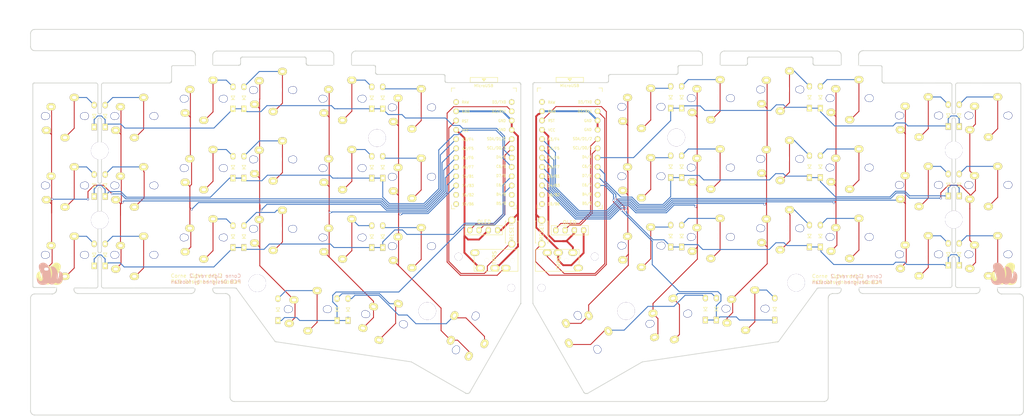
<source format=kicad_pcb>
(kicad_pcb (version 20171130) (host pcbnew "(5.1.2-1)-1")
  (title_block (title "Corne Light") (date 2018-12-26) (rev 2.1) (company foostan))
  (layers (0 F.Cu signal) (31 B.Cu signal) (34 B.Paste user) (35 F.Paste user) (36 B.SilkS user) (37 F.SilkS user) (38 B.Mask user) (39 F.Mask user) (44 Edge.Cuts user))
  (net 0 "")
  (net 1 row0)
  (net 2 "Net-(D1-Pad2)")
  (net 3 row1)
  (net 4 "Net-(D2-Pad2)")
  (net 5 row2)
  (net 6 "Net-(D3-Pad2)")
  (net 7 row3)
  (net 8 "Net-(D4-Pad2)")
  (net 9 "Net-(D5-Pad2)")
  (net 10 "Net-(D6-Pad2)")
  (net 11 "Net-(D7-Pad2)")
  (net 12 "Net-(D8-Pad2)")
  (net 13 "Net-(D9-Pad2)")
  (net 14 "Net-(D10-Pad2)")
  (net 15 "Net-(D11-Pad2)")
  (net 16 "Net-(D12-Pad2)")
  (net 17 "Net-(D13-Pad2)")
  (net 18 "Net-(D14-Pad2)")
  (net 19 "Net-(D15-Pad2)")
  (net 20 "Net-(D16-Pad2)")
  (net 21 "Net-(D17-Pad2)")
  (net 22 "Net-(D18-Pad2)")
  (net 23 "Net-(D19-Pad2)")
  (net 24 "Net-(D20-Pad2)")
  (net 25 "Net-(D21-Pad2)")
  (net 26 GND)
  (net 27 VCC)
  (net 28 col0)
  (net 29 col1)
  (net 30 col2)
  (net 31 col3)
  (net 32 col4)
  (net 33 col5)
  (net 34 LED)
  (net 35 data)
  (net 36 reset)
  (net 37 SCL)
  (net 38 SDA)
  (net 39 "Net-(U1-Pad14)")
  (net 40 "Net-(U1-Pad13)")
  (net 41 "Net-(U1-Pad12)")
  (net 42 "Net-(U1-Pad11)")
  (net 43 "Net-(J1-PadA)")
  (net 44 "Net-(U1-Pad24)")
  (net 45 "Net-(D22-Pad2)")
  (net 46 row0_r)
  (net 47 "Net-(D23-Pad2)")
  (net 48 "Net-(D24-Pad2)")
  (net 49 "Net-(D25-Pad2)")
  (net 50 "Net-(D26-Pad2)")
  (net 51 "Net-(D27-Pad2)")
  (net 52 row1_r)
  (net 53 "Net-(D28-Pad2)")
  (net 54 "Net-(D29-Pad2)")
  (net 55 "Net-(D30-Pad2)")
  (net 56 "Net-(D31-Pad2)")
  (net 57 "Net-(D32-Pad2)")
  (net 58 "Net-(D33-Pad2)")
  (net 59 row2_r)
  (net 60 "Net-(D34-Pad2)")
  (net 61 "Net-(D35-Pad2)")
  (net 62 "Net-(D36-Pad2)")
  (net 63 "Net-(D37-Pad2)")
  (net 64 "Net-(D38-Pad2)")
  (net 65 "Net-(D39-Pad2)")
  (net 66 "Net-(D40-Pad2)")
  (net 67 row3_r)
  (net 68 "Net-(D41-Pad2)")
  (net 69 "Net-(D42-Pad2)")
  (net 70 data_r)
  (net 71 "Net-(J6-PadA)")
  (net 72 SDA_r)
  (net 73 SCL_r)
  (net 74 LED_r)
  (net 75 reset_r)
  (net 76 col0_r)
  (net 77 col1_r)
  (net 78 col2_r)
  (net 79 col3_r)
  (net 80 col4_r)
  (net 81 col5_r)
  (net 82 "Net-(U2-Pad24)")
  (net 83 "Net-(U2-Pad14)")
  (net 84 "Net-(U2-Pad13)")
  (net 85 "Net-(U2-Pad12)")
  (net 86 "Net-(U2-Pad11)")
  (net 87 VDD)
  (net 88 GNDA)
  (module kbd:ResetSW_1side (layer F.Cu) (at 152.7145 77.671 270)
    (fp_text reference RSW2 hide)
    (fp_text value SW_PUSH)
    (fp_text user RESET (at 0 0 90) (layer F.SilkS))
    (pad 2 thru_hole circle (at -3.25 0 270) (size 2 2) (drill 1.3) (layers *.Cu F.SilkS B.Mask) (net 88 GNDA))
    (pad 1 thru_hole circle (at 3.25 0 270) (size 2 2) (drill 1.3) (layers *.Cu F.SilkS B.Mask) (net 75 reset_r))
  )
  (module kbd:ResetSW_1side (layer F.Cu) (at 144.5045 77.671 270)
    (fp_text reference RSW1 hide)
    (fp_text value SW_PUSH)
    (fp_text user RESET (at 0 0 270) (layer F.SilkS))
    (pad 2 thru_hole circle (at -3.25 0 270) (size 2 2) (drill 1.3) (layers *.Cu F.SilkS B.Mask) (net 26 GND))
    (pad 1 thru_hole circle (at 3.25 0 270) (size 2 2) (drill 1.3) (layers *.Cu F.SilkS B.Mask) (net 36 reset))
  )
  (module kbd:CherryMX_Choc_1.5u (layer F.Cu) (at 165.2745 105.149 300)
    (fp_text reference SW42 hide)
    (fp_text value SW_PUSH hide)
    (pad "" np_thru_hole circle (at -5.08 0 300) (size 1.9 1.9) (drill 1.7) (layers *.Cu *.Mask))
    (pad "" np_thru_hole circle (at 5.08 0 300) (size 1.9 1.9) (drill 1.7) (layers *.Cu *.Mask))
    (pad 1 thru_hole oval (at -3.81 -2.54 300) (size 2.5 2) (drill oval 1.2 0.8) (layers *.Cu F.SilkS B.Mask) (net 81 col5_r))
    (pad 2 thru_hole oval (at 2.54 -5.08 300) (size 2.5 2) (drill oval 1.2 0.8) (layers *.Cu F.SilkS B.Mask) (net 69 "Net-(D42-Pad2)"))
    (pad 2 thru_hole oval (at 0 5.9 300) (size 2.5 2) (drill oval 1.2 0.8) (layers *.Cu F.SilkS B.Mask) (net 69 "Net-(D42-Pad2)"))
    (pad "" np_thru_hole circle (at 5.5 0 30) (size 2.1 2.1) (drill 1.9) (layers *.Cu *.Mask))
    (pad "" np_thru_hole circle (at -5.5 0 30) (size 2.1 2.1) (drill 1.9) (layers *.Cu *.Mask))
    (pad "" np_thru_hole circle (at 0 0 30) (size 4 4) (drill 4) (layers *.Cu *.Mask))
    (pad 1 thru_hole oval (at -5.1 3.9 300) (size 2.5 2) (drill oval 1.2 0.8) (layers *.Cu F.SilkS B.Mask) (net 81 col5_r))
  )
  (module kbd:CherryMX_Choc_1.5u (layer F.Cu) (at 131.9375 105.295 60)
    (fp_text reference SW21 hide)
    (fp_text value SW_PUSH hide)
    (pad "" np_thru_hole circle (at -5.08 0 60) (size 1.9 1.9) (drill 1.7) (layers *.Cu *.Mask))
    (pad "" np_thru_hole circle (at 5.08 0 60) (size 1.9 1.9) (drill 1.7) (layers *.Cu *.Mask))
    (pad 1 thru_hole oval (at -3.81 -2.54 60) (size 2.5 2) (drill oval 1.2 0.8) (layers *.Cu F.SilkS B.Mask) (net 33 col5))
    (pad 2 thru_hole oval (at 2.54 -5.08 60) (size 2.5 2) (drill oval 1.2 0.8) (layers *.Cu F.SilkS B.Mask) (net 25 "Net-(D21-Pad2)"))
    (pad 2 thru_hole oval (at 0 5.9 60) (size 2.5 2) (drill oval 1.2 0.8) (layers *.Cu F.SilkS B.Mask) (net 25 "Net-(D21-Pad2)"))
    (pad "" np_thru_hole circle (at 5.5 0 150) (size 2.1 2.1) (drill 1.9) (layers *.Cu *.Mask))
    (pad "" np_thru_hole circle (at -5.5 0 150) (size 2.1 2.1) (drill 1.9) (layers *.Cu *.Mask))
    (pad "" np_thru_hole circle (at 0 0 150) (size 4 4) (drill 4) (layers *.Cu *.Mask))
    (pad 1 thru_hole oval (at -5.1 3.9 60) (size 2.5 2) (drill oval 1.2 0.8) (layers *.Cu F.SilkS B.Mask) (net 33 col5))
  )
  (module kbd:CherryMX_Choc_1u (layer F.Cu) (at 22.1875 45.92)
    (fp_text reference SW1 hide)
    (fp_text value SW_PUSH hide)
    (pad 1 thru_hole oval (at -5.1 3.9) (size 2.5 2) (drill oval 1.2 0.8) (layers *.Cu F.SilkS B.Mask) (net 28 col0))
    (pad "" np_thru_hole circle (at 0 0 90) (size 4 4) (drill 4) (layers *.Cu *.Mask))
    (pad "" np_thru_hole circle (at -5.5 0 90) (size 2.1 2.1) (drill 1.9) (layers *.Cu *.Mask))
    (pad "" np_thru_hole circle (at 5.5 0 90) (size 2.1 2.1) (drill 1.9) (layers *.Cu *.Mask))
    (pad 2 thru_hole oval (at 0 5.9) (size 2.5 2) (drill oval 1.2 0.8) (layers *.Cu F.SilkS B.Mask) (net 2 "Net-(D1-Pad2)"))
    (pad 2 thru_hole oval (at 2.54 -5.08) (size 2.5 2) (drill oval 1.2 0.8) (layers *.Cu F.SilkS B.Mask) (net 2 "Net-(D1-Pad2)"))
    (pad 1 thru_hole oval (at -3.81 -2.54) (size 2.5 2) (drill oval 1.2 0.8) (layers *.Cu F.SilkS B.Mask) (net 28 col0))
    (pad "" np_thru_hole circle (at 5.08 0) (size 1.9 1.9) (drill 1.7) (layers *.Cu *.Mask))
    (pad "" np_thru_hole circle (at -5.08 0) (size 1.9 1.9) (drill 1.7) (layers *.Cu *.Mask))
  )
  (module kbd:CherryMX_Choc_1u (layer F.Cu) (at 41.1875 45.92)
    (fp_text reference SW2 hide)
    (fp_text value SW_PUSH hide)
    (pad 1 thru_hole oval (at -5.1 3.9) (size 2.5 2) (drill oval 1.2 0.8) (layers *.Cu F.SilkS B.Mask) (net 29 col1))
    (pad "" np_thru_hole circle (at 0 0 90) (size 4 4) (drill 4) (layers *.Cu *.Mask))
    (pad "" np_thru_hole circle (at -5.5 0 90) (size 2.1 2.1) (drill 1.9) (layers *.Cu *.Mask))
    (pad "" np_thru_hole circle (at 5.5 0 90) (size 2.1 2.1) (drill 1.9) (layers *.Cu *.Mask))
    (pad 2 thru_hole oval (at 0 5.9) (size 2.5 2) (drill oval 1.2 0.8) (layers *.Cu F.SilkS B.Mask) (net 4 "Net-(D2-Pad2)"))
    (pad 2 thru_hole oval (at 2.54 -5.08) (size 2.5 2) (drill oval 1.2 0.8) (layers *.Cu F.SilkS B.Mask) (net 4 "Net-(D2-Pad2)"))
    (pad 1 thru_hole oval (at -3.81 -2.54) (size 2.5 2) (drill oval 1.2 0.8) (layers *.Cu F.SilkS B.Mask) (net 29 col1))
    (pad "" np_thru_hole circle (at 5.08 0) (size 1.9 1.9) (drill 1.7) (layers *.Cu *.Mask))
    (pad "" np_thru_hole circle (at -5.08 0) (size 1.9 1.9) (drill 1.7) (layers *.Cu *.Mask))
  )
  (module kbd:CherryMX_Choc_1u (layer F.Cu) (at 218.0245 76.649)
    (fp_text reference SW37 hide)
    (fp_text value SW_PUSH hide)
    (pad 1 thru_hole oval (at -5.1 3.9) (size 2.5 2) (drill oval 1.2 0.8) (layers *.Cu F.SilkS B.Mask) (net 79 col3_r))
    (pad "" np_thru_hole circle (at 0 0 90) (size 4 4) (drill 4) (layers *.Cu *.Mask))
    (pad "" np_thru_hole circle (at -5.5 0 90) (size 2.1 2.1) (drill 1.9) (layers *.Cu *.Mask))
    (pad "" np_thru_hole circle (at 5.5 0 90) (size 2.1 2.1) (drill 1.9) (layers *.Cu *.Mask))
    (pad 2 thru_hole oval (at 0 5.9) (size 2.5 2) (drill oval 1.2 0.8) (layers *.Cu F.SilkS B.Mask) (net 63 "Net-(D37-Pad2)"))
    (pad 2 thru_hole oval (at 2.54 -5.08) (size 2.5 2) (drill oval 1.2 0.8) (layers *.Cu F.SilkS B.Mask) (net 63 "Net-(D37-Pad2)"))
    (pad 1 thru_hole oval (at -3.81 -2.54) (size 2.5 2) (drill oval 1.2 0.8) (layers *.Cu F.SilkS B.Mask) (net 79 col3_r))
    (pad "" np_thru_hole circle (at 5.08 0) (size 1.9 1.9) (drill 1.7) (layers *.Cu *.Mask))
    (pad "" np_thru_hole circle (at -5.08 0) (size 1.9 1.9) (drill 1.7) (layers *.Cu *.Mask))
  )
  (module kbd:CherryMX_Choc_1u (layer F.Cu) (at 60.1875 60.17)
    (fp_text reference SW9 hide)
    (fp_text value SW_PUSH hide)
    (pad 1 thru_hole oval (at -5.1 3.9) (size 2.5 2) (drill oval 1.2 0.8) (layers *.Cu F.SilkS B.Mask) (net 30 col2))
    (pad "" np_thru_hole circle (at 0 0 90) (size 4 4) (drill 4) (layers *.Cu *.Mask))
    (pad "" np_thru_hole circle (at -5.5 0 90) (size 2.1 2.1) (drill 1.9) (layers *.Cu *.Mask))
    (pad "" np_thru_hole circle (at 5.5 0 90) (size 2.1 2.1) (drill 1.9) (layers *.Cu *.Mask))
    (pad 2 thru_hole oval (at 0 5.9) (size 2.5 2) (drill oval 1.2 0.8) (layers *.Cu F.SilkS B.Mask) (net 13 "Net-(D9-Pad2)"))
    (pad 2 thru_hole oval (at 2.54 -5.08) (size 2.5 2) (drill oval 1.2 0.8) (layers *.Cu F.SilkS B.Mask) (net 13 "Net-(D9-Pad2)"))
    (pad 1 thru_hole oval (at -3.81 -2.54) (size 2.5 2) (drill oval 1.2 0.8) (layers *.Cu F.SilkS B.Mask) (net 30 col2))
    (pad "" np_thru_hole circle (at 5.08 0) (size 1.9 1.9) (drill 1.7) (layers *.Cu *.Mask))
    (pad "" np_thru_hole circle (at -5.08 0) (size 1.9 1.9) (drill 1.7) (layers *.Cu *.Mask))
  )
  (module kbd:CherryMX_Choc_1u (layer F.Cu) (at 199.0245 60.024)
    (fp_text reference SW32 hide)
    (fp_text value SW_PUSH hide)
    (pad 1 thru_hole oval (at -5.1 3.9) (size 2.5 2) (drill oval 1.2 0.8) (layers *.Cu F.SilkS B.Mask) (net 80 col4_r))
    (pad "" np_thru_hole circle (at 0 0 90) (size 4 4) (drill 4) (layers *.Cu *.Mask))
    (pad "" np_thru_hole circle (at -5.5 0 90) (size 2.1 2.1) (drill 1.9) (layers *.Cu *.Mask))
    (pad "" np_thru_hole circle (at 5.5 0 90) (size 2.1 2.1) (drill 1.9) (layers *.Cu *.Mask))
    (pad 2 thru_hole oval (at 0 5.9) (size 2.5 2) (drill oval 1.2 0.8) (layers *.Cu F.SilkS B.Mask) (net 57 "Net-(D32-Pad2)"))
    (pad 2 thru_hole oval (at 2.54 -5.08) (size 2.5 2) (drill oval 1.2 0.8) (layers *.Cu F.SilkS B.Mask) (net 57 "Net-(D32-Pad2)"))
    (pad 1 thru_hole oval (at -3.81 -2.54) (size 2.5 2) (drill oval 1.2 0.8) (layers *.Cu F.SilkS B.Mask) (net 80 col4_r))
    (pad "" np_thru_hole circle (at 5.08 0) (size 1.9 1.9) (drill 1.7) (layers *.Cu *.Mask))
    (pad "" np_thru_hole circle (at -5.08 0) (size 1.9 1.9) (drill 1.7) (layers *.Cu *.Mask))
  )
  (module kbd:CherryMX_Choc_1u (layer F.Cu) (at 199.0245 41.024)
    (fp_text reference SW26 hide)
    (fp_text value SW_PUSH hide)
    (pad 1 thru_hole oval (at -5.1 3.9) (size 2.5 2) (drill oval 1.2 0.8) (layers *.Cu F.SilkS B.Mask) (net 80 col4_r))
    (pad "" np_thru_hole circle (at 0 0 90) (size 4 4) (drill 4) (layers *.Cu *.Mask))
    (pad "" np_thru_hole circle (at -5.5 0 90) (size 2.1 2.1) (drill 1.9) (layers *.Cu *.Mask))
    (pad "" np_thru_hole circle (at 5.5 0 90) (size 2.1 2.1) (drill 1.9) (layers *.Cu *.Mask))
    (pad 2 thru_hole oval (at 0 5.9) (size 2.5 2) (drill oval 1.2 0.8) (layers *.Cu F.SilkS B.Mask) (net 50 "Net-(D26-Pad2)"))
    (pad 2 thru_hole oval (at 2.54 -5.08) (size 2.5 2) (drill oval 1.2 0.8) (layers *.Cu F.SilkS B.Mask) (net 50 "Net-(D26-Pad2)"))
    (pad 1 thru_hole oval (at -3.81 -2.54) (size 2.5 2) (drill oval 1.2 0.8) (layers *.Cu F.SilkS B.Mask) (net 80 col4_r))
    (pad "" np_thru_hole circle (at 5.08 0) (size 1.9 1.9) (drill 1.7) (layers *.Cu *.Mask))
    (pad "" np_thru_hole circle (at -5.08 0) (size 1.9 1.9) (drill 1.7) (layers *.Cu *.Mask))
  )
  (module kbd:CherryMX_Choc_1u (layer F.Cu) (at 187.5245 101.399 15)
    (fp_text reference SW41 hide)
    (fp_text value SW_PUSH hide)
    (pad 1 thru_hole oval (at -5.1 3.9 15) (size 2.5 2) (drill oval 1.2 0.8) (layers *.Cu F.SilkS B.Mask) (net 80 col4_r))
    (pad "" np_thru_hole circle (at 0 0 105) (size 4 4) (drill 4) (layers *.Cu *.Mask))
    (pad "" np_thru_hole circle (at -5.5 0 105) (size 2.1 2.1) (drill 1.9) (layers *.Cu *.Mask))
    (pad "" np_thru_hole circle (at 5.5 0 105) (size 2.1 2.1) (drill 1.9) (layers *.Cu *.Mask))
    (pad 2 thru_hole oval (at 0 5.9 15) (size 2.5 2) (drill oval 1.2 0.8) (layers *.Cu F.SilkS B.Mask) (net 68 "Net-(D41-Pad2)"))
    (pad 2 thru_hole oval (at 2.54 -5.08 15) (size 2.5 2) (drill oval 1.2 0.8) (layers *.Cu F.SilkS B.Mask) (net 68 "Net-(D41-Pad2)"))
    (pad 1 thru_hole oval (at -3.81 -2.54 15) (size 2.5 2) (drill oval 1.2 0.8) (layers *.Cu F.SilkS B.Mask) (net 80 col4_r))
    (pad "" np_thru_hole circle (at 5.08 0 15) (size 1.9 1.9) (drill 1.7) (layers *.Cu *.Mask))
    (pad "" np_thru_hole circle (at -5.08 0 15) (size 1.9 1.9) (drill 1.7) (layers *.Cu *.Mask))
  )
  (module kbd:CherryMX_Choc_1u (layer F.Cu) (at 117.1875 81.545)
    (fp_text reference SW18 hide)
    (fp_text value SW_PUSH hide)
    (pad 1 thru_hole oval (at -5.1 3.9) (size 2.5 2) (drill oval 1.2 0.8) (layers *.Cu F.SilkS B.Mask) (net 33 col5))
    (pad "" np_thru_hole circle (at 0 0 90) (size 4 4) (drill 4) (layers *.Cu *.Mask))
    (pad "" np_thru_hole circle (at -5.5 0 90) (size 2.1 2.1) (drill 1.9) (layers *.Cu *.Mask))
    (pad "" np_thru_hole circle (at 5.5 0 90) (size 2.1 2.1) (drill 1.9) (layers *.Cu *.Mask))
    (pad 2 thru_hole oval (at 0 5.9) (size 2.5 2) (drill oval 1.2 0.8) (layers *.Cu F.SilkS B.Mask) (net 22 "Net-(D18-Pad2)"))
    (pad 2 thru_hole oval (at 2.54 -5.08) (size 2.5 2) (drill oval 1.2 0.8) (layers *.Cu F.SilkS B.Mask) (net 22 "Net-(D18-Pad2)"))
    (pad 1 thru_hole oval (at -3.81 -2.54) (size 2.5 2) (drill oval 1.2 0.8) (layers *.Cu F.SilkS B.Mask) (net 33 col5))
    (pad "" np_thru_hole circle (at 5.08 0) (size 1.9 1.9) (drill 1.7) (layers *.Cu *.Mask))
    (pad "" np_thru_hole circle (at -5.08 0) (size 1.9 1.9) (drill 1.7) (layers *.Cu *.Mask))
  )
  (module kbd:CherryMX_Choc_1u (layer F.Cu) (at 60.1875 41.17)
    (fp_text reference SW3 hide)
    (fp_text value SW_PUSH hide)
    (pad 1 thru_hole oval (at -5.1 3.9) (size 2.5 2) (drill oval 1.2 0.8) (layers *.Cu F.SilkS B.Mask) (net 30 col2))
    (pad "" np_thru_hole circle (at 0 0 90) (size 4 4) (drill 4) (layers *.Cu *.Mask))
    (pad "" np_thru_hole circle (at -5.5 0 90) (size 2.1 2.1) (drill 1.9) (layers *.Cu *.Mask))
    (pad "" np_thru_hole circle (at 5.5 0 90) (size 2.1 2.1) (drill 1.9) (layers *.Cu *.Mask))
    (pad 2 thru_hole oval (at 0 5.9) (size 2.5 2) (drill oval 1.2 0.8) (layers *.Cu F.SilkS B.Mask) (net 6 "Net-(D3-Pad2)"))
    (pad 2 thru_hole oval (at 2.54 -5.08) (size 2.5 2) (drill oval 1.2 0.8) (layers *.Cu F.SilkS B.Mask) (net 6 "Net-(D3-Pad2)"))
    (pad 1 thru_hole oval (at -3.81 -2.54) (size 2.5 2) (drill oval 1.2 0.8) (layers *.Cu F.SilkS B.Mask) (net 30 col2))
    (pad "" np_thru_hole circle (at 5.08 0) (size 1.9 1.9) (drill 1.7) (layers *.Cu *.Mask))
    (pad "" np_thru_hole circle (at -5.08 0) (size 1.9 1.9) (drill 1.7) (layers *.Cu *.Mask))
  )
  (module kbd:CherryMX_Choc_1u (layer F.Cu) (at 41.1875 83.92)
    (fp_text reference SW14 hide)
    (fp_text value SW_PUSH hide)
    (pad 1 thru_hole oval (at -5.1 3.9) (size 2.5 2) (drill oval 1.2 0.8) (layers *.Cu F.SilkS B.Mask) (net 29 col1))
    (pad "" np_thru_hole circle (at 0 0 90) (size 4 4) (drill 4) (layers *.Cu *.Mask))
    (pad "" np_thru_hole circle (at -5.5 0 90) (size 2.1 2.1) (drill 1.9) (layers *.Cu *.Mask))
    (pad "" np_thru_hole circle (at 5.5 0 90) (size 2.1 2.1) (drill 1.9) (layers *.Cu *.Mask))
    (pad 2 thru_hole oval (at 0 5.9) (size 2.5 2) (drill oval 1.2 0.8) (layers *.Cu F.SilkS B.Mask) (net 18 "Net-(D14-Pad2)"))
    (pad 2 thru_hole oval (at 2.54 -5.08) (size 2.5 2) (drill oval 1.2 0.8) (layers *.Cu F.SilkS B.Mask) (net 18 "Net-(D14-Pad2)"))
    (pad 1 thru_hole oval (at -3.81 -2.54) (size 2.5 2) (drill oval 1.2 0.8) (layers *.Cu F.SilkS B.Mask) (net 29 col1))
    (pad "" np_thru_hole circle (at 5.08 0) (size 1.9 1.9) (drill 1.7) (layers *.Cu *.Mask))
    (pad "" np_thru_hole circle (at -5.08 0) (size 1.9 1.9) (drill 1.7) (layers *.Cu *.Mask))
  )
  (module kbd:CherryMX_Choc_1u (layer F.Cu) (at 180.0245 43.399)
    (fp_text reference SW27 hide)
    (fp_text value SW_PUSH hide)
    (pad 1 thru_hole oval (at -5.1 3.9) (size 2.5 2) (drill oval 1.2 0.8) (layers *.Cu F.SilkS B.Mask) (net 81 col5_r))
    (pad "" np_thru_hole circle (at 0 0 90) (size 4 4) (drill 4) (layers *.Cu *.Mask))
    (pad "" np_thru_hole circle (at -5.5 0 90) (size 2.1 2.1) (drill 1.9) (layers *.Cu *.Mask))
    (pad "" np_thru_hole circle (at 5.5 0 90) (size 2.1 2.1) (drill 1.9) (layers *.Cu *.Mask))
    (pad 2 thru_hole oval (at 0 5.9) (size 2.5 2) (drill oval 1.2 0.8) (layers *.Cu F.SilkS B.Mask) (net 51 "Net-(D27-Pad2)"))
    (pad 2 thru_hole oval (at 2.54 -5.08) (size 2.5 2) (drill oval 1.2 0.8) (layers *.Cu F.SilkS B.Mask) (net 51 "Net-(D27-Pad2)"))
    (pad 1 thru_hole oval (at -3.81 -2.54) (size 2.5 2) (drill oval 1.2 0.8) (layers *.Cu F.SilkS B.Mask) (net 81 col5_r))
    (pad "" np_thru_hole circle (at 5.08 0) (size 1.9 1.9) (drill 1.7) (layers *.Cu *.Mask))
    (pad "" np_thru_hole circle (at -5.08 0) (size 1.9 1.9) (drill 1.7) (layers *.Cu *.Mask))
  )
  (module kbd:CherryMX_Choc_1u (layer F.Cu) (at 117.1875 62.545)
    (fp_text reference SW12 hide)
    (fp_text value SW_PUSH hide)
    (pad 1 thru_hole oval (at -5.1 3.9) (size 2.5 2) (drill oval 1.2 0.8) (layers *.Cu F.SilkS B.Mask) (net 33 col5))
    (pad "" np_thru_hole circle (at 0 0 90) (size 4 4) (drill 4) (layers *.Cu *.Mask))
    (pad "" np_thru_hole circle (at -5.5 0 90) (size 2.1 2.1) (drill 1.9) (layers *.Cu *.Mask))
    (pad "" np_thru_hole circle (at 5.5 0 90) (size 2.1 2.1) (drill 1.9) (layers *.Cu *.Mask))
    (pad 2 thru_hole oval (at 0 5.9) (size 2.5 2) (drill oval 1.2 0.8) (layers *.Cu F.SilkS B.Mask) (net 16 "Net-(D12-Pad2)"))
    (pad 2 thru_hole oval (at 2.54 -5.08) (size 2.5 2) (drill oval 1.2 0.8) (layers *.Cu F.SilkS B.Mask) (net 16 "Net-(D12-Pad2)"))
    (pad 1 thru_hole oval (at -3.81 -2.54) (size 2.5 2) (drill oval 1.2 0.8) (layers *.Cu F.SilkS B.Mask) (net 33 col5))
    (pad "" np_thru_hole circle (at 5.08 0) (size 1.9 1.9) (drill 1.7) (layers *.Cu *.Mask))
    (pad "" np_thru_hole circle (at -5.08 0) (size 1.9 1.9) (drill 1.7) (layers *.Cu *.Mask))
  )
  (module kbd:CherryMX_Choc_1u (layer F.Cu) (at 109.6875 101.545 345)
    (fp_text reference SW20 hide)
    (fp_text value SW_PUSH hide)
    (pad 1 thru_hole oval (at -5.1 3.9 345) (size 2.5 2) (drill oval 1.2 0.8) (layers *.Cu F.SilkS B.Mask) (net 32 col4))
    (pad "" np_thru_hole circle (at 0 0 75) (size 4 4) (drill 4) (layers *.Cu *.Mask))
    (pad "" np_thru_hole circle (at -5.5 0 75) (size 2.1 2.1) (drill 1.9) (layers *.Cu *.Mask))
    (pad "" np_thru_hole circle (at 5.5 0 75) (size 2.1 2.1) (drill 1.9) (layers *.Cu *.Mask))
    (pad 2 thru_hole oval (at 0 5.9 345) (size 2.5 2) (drill oval 1.2 0.8) (layers *.Cu F.SilkS B.Mask) (net 24 "Net-(D20-Pad2)"))
    (pad 2 thru_hole oval (at 2.54 -5.08 345) (size 2.5 2) (drill oval 1.2 0.8) (layers *.Cu F.SilkS B.Mask) (net 24 "Net-(D20-Pad2)"))
    (pad 1 thru_hole oval (at -3.81 -2.54 345) (size 2.5 2) (drill oval 1.2 0.8) (layers *.Cu F.SilkS B.Mask) (net 32 col4))
    (pad "" np_thru_hole circle (at 5.08 0 345) (size 1.9 1.9) (drill 1.7) (layers *.Cu *.Mask))
    (pad "" np_thru_hole circle (at -5.08 0 345) (size 1.9 1.9) (drill 1.7) (layers *.Cu *.Mask))
  )
  (module kbd:CherryMX_Choc_1u (layer F.Cu) (at 22.1875 64.92)
    (fp_text reference SW7 hide)
    (fp_text value SW_PUSH hide)
    (pad 1 thru_hole oval (at -5.1 3.9) (size 2.5 2) (drill oval 1.2 0.8) (layers *.Cu F.SilkS B.Mask) (net 28 col0))
    (pad "" np_thru_hole circle (at 0 0 90) (size 4 4) (drill 4) (layers *.Cu *.Mask))
    (pad "" np_thru_hole circle (at -5.5 0 90) (size 2.1 2.1) (drill 1.9) (layers *.Cu *.Mask))
    (pad "" np_thru_hole circle (at 5.5 0 90) (size 2.1 2.1) (drill 1.9) (layers *.Cu *.Mask))
    (pad 2 thru_hole oval (at 0 5.9) (size 2.5 2) (drill oval 1.2 0.8) (layers *.Cu F.SilkS B.Mask) (net 11 "Net-(D7-Pad2)"))
    (pad 2 thru_hole oval (at 2.54 -5.08) (size 2.5 2) (drill oval 1.2 0.8) (layers *.Cu F.SilkS B.Mask) (net 11 "Net-(D7-Pad2)"))
    (pad 1 thru_hole oval (at -3.81 -2.54) (size 2.5 2) (drill oval 1.2 0.8) (layers *.Cu F.SilkS B.Mask) (net 28 col0))
    (pad "" np_thru_hole circle (at 5.08 0) (size 1.9 1.9) (drill 1.7) (layers *.Cu *.Mask))
    (pad "" np_thru_hole circle (at -5.08 0) (size 1.9 1.9) (drill 1.7) (layers *.Cu *.Mask))
  )
  (module kbd:CherryMX_Choc_1u (layer F.Cu) (at 41.1875 64.92)
    (fp_text reference SW8 hide)
    (fp_text value SW_PUSH hide)
    (pad 1 thru_hole oval (at -5.1 3.9) (size 2.5 2) (drill oval 1.2 0.8) (layers *.Cu F.SilkS B.Mask) (net 29 col1))
    (pad "" np_thru_hole circle (at 0 0 90) (size 4 4) (drill 4) (layers *.Cu *.Mask))
    (pad "" np_thru_hole circle (at -5.5 0 90) (size 2.1 2.1) (drill 1.9) (layers *.Cu *.Mask))
    (pad "" np_thru_hole circle (at 5.5 0 90) (size 2.1 2.1) (drill 1.9) (layers *.Cu *.Mask))
    (pad 2 thru_hole oval (at 0 5.9) (size 2.5 2) (drill oval 1.2 0.8) (layers *.Cu F.SilkS B.Mask) (net 12 "Net-(D8-Pad2)"))
    (pad 2 thru_hole oval (at 2.54 -5.08) (size 2.5 2) (drill oval 1.2 0.8) (layers *.Cu F.SilkS B.Mask) (net 12 "Net-(D8-Pad2)"))
    (pad 1 thru_hole oval (at -3.81 -2.54) (size 2.5 2) (drill oval 1.2 0.8) (layers *.Cu F.SilkS B.Mask) (net 29 col1))
    (pad "" np_thru_hole circle (at 5.08 0) (size 1.9 1.9) (drill 1.7) (layers *.Cu *.Mask))
    (pad "" np_thru_hole circle (at -5.08 0) (size 1.9 1.9) (drill 1.7) (layers *.Cu *.Mask))
  )
  (module kbd:CherryMX_Choc_1u (layer F.Cu) (at 79.1875 57.795)
    (fp_text reference SW10 hide)
    (fp_text value SW_PUSH hide)
    (pad 1 thru_hole oval (at -5.1 3.9) (size 2.5 2) (drill oval 1.2 0.8) (layers *.Cu F.SilkS B.Mask) (net 31 col3))
    (pad "" np_thru_hole circle (at 0 0 90) (size 4 4) (drill 4) (layers *.Cu *.Mask))
    (pad "" np_thru_hole circle (at -5.5 0 90) (size 2.1 2.1) (drill 1.9) (layers *.Cu *.Mask))
    (pad "" np_thru_hole circle (at 5.5 0 90) (size 2.1 2.1) (drill 1.9) (layers *.Cu *.Mask))
    (pad 2 thru_hole oval (at 0 5.9) (size 2.5 2) (drill oval 1.2 0.8) (layers *.Cu F.SilkS B.Mask) (net 14 "Net-(D10-Pad2)"))
    (pad 2 thru_hole oval (at 2.54 -5.08) (size 2.5 2) (drill oval 1.2 0.8) (layers *.Cu F.SilkS B.Mask) (net 14 "Net-(D10-Pad2)"))
    (pad 1 thru_hole oval (at -3.81 -2.54) (size 2.5 2) (drill oval 1.2 0.8) (layers *.Cu F.SilkS B.Mask) (net 31 col3))
    (pad "" np_thru_hole circle (at 5.08 0) (size 1.9 1.9) (drill 1.7) (layers *.Cu *.Mask))
    (pad "" np_thru_hole circle (at -5.08 0) (size 1.9 1.9) (drill 1.7) (layers *.Cu *.Mask))
  )
  (module kbd:CherryMX_Choc_1u (layer F.Cu) (at 98.1875 60.17)
    (fp_text reference SW11 hide)
    (fp_text value SW_PUSH hide)
    (pad 1 thru_hole oval (at -5.1 3.9) (size 2.5 2) (drill oval 1.2 0.8) (layers *.Cu F.SilkS B.Mask) (net 32 col4))
    (pad "" np_thru_hole circle (at 0 0 90) (size 4 4) (drill 4) (layers *.Cu *.Mask))
    (pad "" np_thru_hole circle (at -5.5 0 90) (size 2.1 2.1) (drill 1.9) (layers *.Cu *.Mask))
    (pad "" np_thru_hole circle (at 5.5 0 90) (size 2.1 2.1) (drill 1.9) (layers *.Cu *.Mask))
    (pad 2 thru_hole oval (at 0 5.9) (size 2.5 2) (drill oval 1.2 0.8) (layers *.Cu F.SilkS B.Mask) (net 15 "Net-(D11-Pad2)"))
    (pad 2 thru_hole oval (at 2.54 -5.08) (size 2.5 2) (drill oval 1.2 0.8) (layers *.Cu F.SilkS B.Mask) (net 15 "Net-(D11-Pad2)"))
    (pad 1 thru_hole oval (at -3.81 -2.54) (size 2.5 2) (drill oval 1.2 0.8) (layers *.Cu F.SilkS B.Mask) (net 32 col4))
    (pad "" np_thru_hole circle (at 5.08 0) (size 1.9 1.9) (drill 1.7) (layers *.Cu *.Mask))
    (pad "" np_thru_hole circle (at -5.08 0) (size 1.9 1.9) (drill 1.7) (layers *.Cu *.Mask))
  )
  (module kbd:CherryMX_Choc_1u (layer F.Cu) (at 60.1875 79.17)
    (fp_text reference SW15 hide)
    (fp_text value SW_PUSH hide)
    (pad 1 thru_hole oval (at -5.1 3.9) (size 2.5 2) (drill oval 1.2 0.8) (layers *.Cu F.SilkS B.Mask) (net 30 col2))
    (pad "" np_thru_hole circle (at 0 0 90) (size 4 4) (drill 4) (layers *.Cu *.Mask))
    (pad "" np_thru_hole circle (at -5.5 0 90) (size 2.1 2.1) (drill 1.9) (layers *.Cu *.Mask))
    (pad "" np_thru_hole circle (at 5.5 0 90) (size 2.1 2.1) (drill 1.9) (layers *.Cu *.Mask))
    (pad 2 thru_hole oval (at 0 5.9) (size 2.5 2) (drill oval 1.2 0.8) (layers *.Cu F.SilkS B.Mask) (net 19 "Net-(D15-Pad2)"))
    (pad 2 thru_hole oval (at 2.54 -5.08) (size 2.5 2) (drill oval 1.2 0.8) (layers *.Cu F.SilkS B.Mask) (net 19 "Net-(D15-Pad2)"))
    (pad 1 thru_hole oval (at -3.81 -2.54) (size 2.5 2) (drill oval 1.2 0.8) (layers *.Cu F.SilkS B.Mask) (net 30 col2))
    (pad "" np_thru_hole circle (at 5.08 0) (size 1.9 1.9) (drill 1.7) (layers *.Cu *.Mask))
    (pad "" np_thru_hole circle (at -5.08 0) (size 1.9 1.9) (drill 1.7) (layers *.Cu *.Mask))
  )
  (module kbd:CherryMX_Choc_1u (layer F.Cu) (at 79.1875 76.795)
    (fp_text reference SW16 hide)
    (fp_text value SW_PUSH hide)
    (pad 1 thru_hole oval (at -5.1 3.9) (size 2.5 2) (drill oval 1.2 0.8) (layers *.Cu F.SilkS B.Mask) (net 31 col3))
    (pad "" np_thru_hole circle (at 0 0 90) (size 4 4) (drill 4) (layers *.Cu *.Mask))
    (pad "" np_thru_hole circle (at -5.5 0 90) (size 2.1 2.1) (drill 1.9) (layers *.Cu *.Mask))
    (pad "" np_thru_hole circle (at 5.5 0 90) (size 2.1 2.1) (drill 1.9) (layers *.Cu *.Mask))
    (pad 2 thru_hole oval (at 0 5.9) (size 2.5 2) (drill oval 1.2 0.8) (layers *.Cu F.SilkS B.Mask) (net 20 "Net-(D16-Pad2)"))
    (pad 2 thru_hole oval (at 2.54 -5.08) (size 2.5 2) (drill oval 1.2 0.8) (layers *.Cu F.SilkS B.Mask) (net 20 "Net-(D16-Pad2)"))
    (pad 1 thru_hole oval (at -3.81 -2.54) (size 2.5 2) (drill oval 1.2 0.8) (layers *.Cu F.SilkS B.Mask) (net 31 col3))
    (pad "" np_thru_hole circle (at 5.08 0) (size 1.9 1.9) (drill 1.7) (layers *.Cu *.Mask))
    (pad "" np_thru_hole circle (at -5.08 0) (size 1.9 1.9) (drill 1.7) (layers *.Cu *.Mask))
  )
  (module kbd:CherryMX_Choc_1u (layer F.Cu) (at 98.1875 79.17)
    (fp_text reference SW17 hide)
    (fp_text value SW_PUSH hide)
    (pad 1 thru_hole oval (at -5.1 3.9) (size 2.5 2) (drill oval 1.2 0.8) (layers *.Cu F.SilkS B.Mask) (net 32 col4))
    (pad "" np_thru_hole circle (at 0 0 90) (size 4 4) (drill 4) (layers *.Cu *.Mask))
    (pad "" np_thru_hole circle (at -5.5 0 90) (size 2.1 2.1) (drill 1.9) (layers *.Cu *.Mask))
    (pad "" np_thru_hole circle (at 5.5 0 90) (size 2.1 2.1) (drill 1.9) (layers *.Cu *.Mask))
    (pad 2 thru_hole oval (at 0 5.9) (size 2.5 2) (drill oval 1.2 0.8) (layers *.Cu F.SilkS B.Mask) (net 21 "Net-(D17-Pad2)"))
    (pad 2 thru_hole oval (at 2.54 -5.08) (size 2.5 2) (drill oval 1.2 0.8) (layers *.Cu F.SilkS B.Mask) (net 21 "Net-(D17-Pad2)"))
    (pad 1 thru_hole oval (at -3.81 -2.54) (size 2.5 2) (drill oval 1.2 0.8) (layers *.Cu F.SilkS B.Mask) (net 32 col4))
    (pad "" np_thru_hole circle (at 5.08 0) (size 1.9 1.9) (drill 1.7) (layers *.Cu *.Mask))
    (pad "" np_thru_hole circle (at -5.08 0) (size 1.9 1.9) (drill 1.7) (layers *.Cu *.Mask))
  )
  (module kbd:CherryMX_Choc_1u (layer F.Cu) (at 88.6875 98.795)
    (fp_text reference SW19 hide)
    (fp_text value SW_PUSH hide)
    (pad 1 thru_hole oval (at -5.1 3.9) (size 2.5 2) (drill oval 1.2 0.8) (layers *.Cu F.SilkS B.Mask) (net 31 col3))
    (pad "" np_thru_hole circle (at 0 0 90) (size 4 4) (drill 4) (layers *.Cu *.Mask))
    (pad "" np_thru_hole circle (at -5.5 0 90) (size 2.1 2.1) (drill 1.9) (layers *.Cu *.Mask))
    (pad "" np_thru_hole circle (at 5.5 0 90) (size 2.1 2.1) (drill 1.9) (layers *.Cu *.Mask))
    (pad 2 thru_hole oval (at 0 5.9) (size 2.5 2) (drill oval 1.2 0.8) (layers *.Cu F.SilkS B.Mask) (net 23 "Net-(D19-Pad2)"))
    (pad 2 thru_hole oval (at 2.54 -5.08) (size 2.5 2) (drill oval 1.2 0.8) (layers *.Cu F.SilkS B.Mask) (net 23 "Net-(D19-Pad2)"))
    (pad 1 thru_hole oval (at -3.81 -2.54) (size 2.5 2) (drill oval 1.2 0.8) (layers *.Cu F.SilkS B.Mask) (net 31 col3))
    (pad "" np_thru_hole circle (at 5.08 0) (size 1.9 1.9) (drill 1.7) (layers *.Cu *.Mask))
    (pad "" np_thru_hole circle (at -5.08 0) (size 1.9 1.9) (drill 1.7) (layers *.Cu *.Mask))
  )
  (module kbd:CherryMX_Choc_1u (layer F.Cu) (at 22.1875 83.92)
    (fp_text reference SW13 hide)
    (fp_text value SW_PUSH hide)
    (pad 1 thru_hole oval (at -5.1 3.9) (size 2.5 2) (drill oval 1.2 0.8) (layers *.Cu F.SilkS B.Mask) (net 28 col0))
    (pad "" np_thru_hole circle (at 0 0 90) (size 4 4) (drill 4) (layers *.Cu *.Mask))
    (pad "" np_thru_hole circle (at -5.5 0 90) (size 2.1 2.1) (drill 1.9) (layers *.Cu *.Mask))
    (pad "" np_thru_hole circle (at 5.5 0 90) (size 2.1 2.1) (drill 1.9) (layers *.Cu *.Mask))
    (pad 2 thru_hole oval (at 0 5.9) (size 2.5 2) (drill oval 1.2 0.8) (layers *.Cu F.SilkS B.Mask) (net 17 "Net-(D13-Pad2)"))
    (pad 2 thru_hole oval (at 2.54 -5.08) (size 2.5 2) (drill oval 1.2 0.8) (layers *.Cu F.SilkS B.Mask) (net 17 "Net-(D13-Pad2)"))
    (pad 1 thru_hole oval (at -3.81 -2.54) (size 2.5 2) (drill oval 1.2 0.8) (layers *.Cu F.SilkS B.Mask) (net 28 col0))
    (pad "" np_thru_hole circle (at 5.08 0) (size 1.9 1.9) (drill 1.7) (layers *.Cu *.Mask))
    (pad "" np_thru_hole circle (at -5.08 0) (size 1.9 1.9) (drill 1.7) (layers *.Cu *.Mask))
  )
  (module kbd:CherryMX_Choc_1u (layer F.Cu) (at 180.0245 81.399)
    (fp_text reference SW39 hide)
    (fp_text value SW_PUSH hide)
    (pad 1 thru_hole oval (at -5.1 3.9) (size 2.5 2) (drill oval 1.2 0.8) (layers *.Cu F.SilkS B.Mask) (net 81 col5_r))
    (pad "" np_thru_hole circle (at 0 0 90) (size 4 4) (drill 4) (layers *.Cu *.Mask))
    (pad "" np_thru_hole circle (at -5.5 0 90) (size 2.1 2.1) (drill 1.9) (layers *.Cu *.Mask))
    (pad "" np_thru_hole circle (at 5.5 0 90) (size 2.1 2.1) (drill 1.9) (layers *.Cu *.Mask))
    (pad 2 thru_hole oval (at 0 5.9) (size 2.5 2) (drill oval 1.2 0.8) (layers *.Cu F.SilkS B.Mask) (net 65 "Net-(D39-Pad2)"))
    (pad 2 thru_hole oval (at 2.54 -5.08) (size 2.5 2) (drill oval 1.2 0.8) (layers *.Cu F.SilkS B.Mask) (net 65 "Net-(D39-Pad2)"))
    (pad 1 thru_hole oval (at -3.81 -2.54) (size 2.5 2) (drill oval 1.2 0.8) (layers *.Cu F.SilkS B.Mask) (net 81 col5_r))
    (pad "" np_thru_hole circle (at 5.08 0) (size 1.9 1.9) (drill 1.7) (layers *.Cu *.Mask))
    (pad "" np_thru_hole circle (at -5.08 0) (size 1.9 1.9) (drill 1.7) (layers *.Cu *.Mask))
  )
  (module kbd:CherryMX_Choc_1u (layer F.Cu) (at 275.0245 64.774)
    (fp_text reference SW28 hide)
    (fp_text value SW_PUSH hide)
    (pad 1 thru_hole oval (at -5.1 3.9) (size 2.5 2) (drill oval 1.2 0.8) (layers *.Cu F.SilkS B.Mask) (net 76 col0_r))
    (pad "" np_thru_hole circle (at 0 0 90) (size 4 4) (drill 4) (layers *.Cu *.Mask))
    (pad "" np_thru_hole circle (at -5.5 0 90) (size 2.1 2.1) (drill 1.9) (layers *.Cu *.Mask))
    (pad "" np_thru_hole circle (at 5.5 0 90) (size 2.1 2.1) (drill 1.9) (layers *.Cu *.Mask))
    (pad 2 thru_hole oval (at 0 5.9) (size 2.5 2) (drill oval 1.2 0.8) (layers *.Cu F.SilkS B.Mask) (net 53 "Net-(D28-Pad2)"))
    (pad 2 thru_hole oval (at 2.54 -5.08) (size 2.5 2) (drill oval 1.2 0.8) (layers *.Cu F.SilkS B.Mask) (net 53 "Net-(D28-Pad2)"))
    (pad 1 thru_hole oval (at -3.81 -2.54) (size 2.5 2) (drill oval 1.2 0.8) (layers *.Cu F.SilkS B.Mask) (net 76 col0_r))
    (pad "" np_thru_hole circle (at 5.08 0) (size 1.9 1.9) (drill 1.7) (layers *.Cu *.Mask))
    (pad "" np_thru_hole circle (at -5.08 0) (size 1.9 1.9) (drill 1.7) (layers *.Cu *.Mask))
  )
  (module kbd:CherryMX_Choc_1u (layer F.Cu) (at 256.0245 45.774)
    (fp_text reference SW23 hide)
    (fp_text value SW_PUSH hide)
    (pad 1 thru_hole oval (at -5.1 3.9) (size 2.5 2) (drill oval 1.2 0.8) (layers *.Cu F.SilkS B.Mask) (net 77 col1_r))
    (pad "" np_thru_hole circle (at 0 0 90) (size 4 4) (drill 4) (layers *.Cu *.Mask))
    (pad "" np_thru_hole circle (at -5.5 0 90) (size 2.1 2.1) (drill 1.9) (layers *.Cu *.Mask))
    (pad "" np_thru_hole circle (at 5.5 0 90) (size 2.1 2.1) (drill 1.9) (layers *.Cu *.Mask))
    (pad 2 thru_hole oval (at 0 5.9) (size 2.5 2) (drill oval 1.2 0.8) (layers *.Cu F.SilkS B.Mask) (net 47 "Net-(D23-Pad2)"))
    (pad 2 thru_hole oval (at 2.54 -5.08) (size 2.5 2) (drill oval 1.2 0.8) (layers *.Cu F.SilkS B.Mask) (net 47 "Net-(D23-Pad2)"))
    (pad 1 thru_hole oval (at -3.81 -2.54) (size 2.5 2) (drill oval 1.2 0.8) (layers *.Cu F.SilkS B.Mask) (net 77 col1_r))
    (pad "" np_thru_hole circle (at 5.08 0) (size 1.9 1.9) (drill 1.7) (layers *.Cu *.Mask))
    (pad "" np_thru_hole circle (at -5.08 0) (size 1.9 1.9) (drill 1.7) (layers *.Cu *.Mask))
  )
  (module kbd:CherryMX_Choc_1u (layer F.Cu) (at 208.5245 98.649)
    (fp_text reference SW40 hide)
    (fp_text value SW_PUSH hide)
    (pad 1 thru_hole oval (at -5.1 3.9) (size 2.5 2) (drill oval 1.2 0.8) (layers *.Cu F.SilkS B.Mask) (net 79 col3_r))
    (pad "" np_thru_hole circle (at 0 0 90) (size 4 4) (drill 4) (layers *.Cu *.Mask))
    (pad "" np_thru_hole circle (at -5.5 0 90) (size 2.1 2.1) (drill 1.9) (layers *.Cu *.Mask))
    (pad "" np_thru_hole circle (at 5.5 0 90) (size 2.1 2.1) (drill 1.9) (layers *.Cu *.Mask))
    (pad 2 thru_hole oval (at 0 5.9) (size 2.5 2) (drill oval 1.2 0.8) (layers *.Cu F.SilkS B.Mask) (net 66 "Net-(D40-Pad2)"))
    (pad 2 thru_hole oval (at 2.54 -5.08) (size 2.5 2) (drill oval 1.2 0.8) (layers *.Cu F.SilkS B.Mask) (net 66 "Net-(D40-Pad2)"))
    (pad 1 thru_hole oval (at -3.81 -2.54) (size 2.5 2) (drill oval 1.2 0.8) (layers *.Cu F.SilkS B.Mask) (net 79 col3_r))
    (pad "" np_thru_hole circle (at 5.08 0) (size 1.9 1.9) (drill 1.7) (layers *.Cu *.Mask))
    (pad "" np_thru_hole circle (at -5.08 0) (size 1.9 1.9) (drill 1.7) (layers *.Cu *.Mask))
  )
  (module kbd:CherryMX_Choc_1u (layer F.Cu) (at 199.0245 79.024)
    (fp_text reference SW38 hide)
    (fp_text value SW_PUSH hide)
    (pad 1 thru_hole oval (at -5.1 3.9) (size 2.5 2) (drill oval 1.2 0.8) (layers *.Cu F.SilkS B.Mask) (net 80 col4_r))
    (pad "" np_thru_hole circle (at 0 0 90) (size 4 4) (drill 4) (layers *.Cu *.Mask))
    (pad "" np_thru_hole circle (at -5.5 0 90) (size 2.1 2.1) (drill 1.9) (layers *.Cu *.Mask))
    (pad "" np_thru_hole circle (at 5.5 0 90) (size 2.1 2.1) (drill 1.9) (layers *.Cu *.Mask))
    (pad 2 thru_hole oval (at 0 5.9) (size 2.5 2) (drill oval 1.2 0.8) (layers *.Cu F.SilkS B.Mask) (net 64 "Net-(D38-Pad2)"))
    (pad 2 thru_hole oval (at 2.54 -5.08) (size 2.5 2) (drill oval 1.2 0.8) (layers *.Cu F.SilkS B.Mask) (net 64 "Net-(D38-Pad2)"))
    (pad 1 thru_hole oval (at -3.81 -2.54) (size 2.5 2) (drill oval 1.2 0.8) (layers *.Cu F.SilkS B.Mask) (net 80 col4_r))
    (pad "" np_thru_hole circle (at 5.08 0) (size 1.9 1.9) (drill 1.7) (layers *.Cu *.Mask))
    (pad "" np_thru_hole circle (at -5.08 0) (size 1.9 1.9) (drill 1.7) (layers *.Cu *.Mask))
  )
  (module kbd:CherryMX_Choc_1u (layer F.Cu) (at 237.0245 79.024)
    (fp_text reference SW36 hide)
    (fp_text value SW_PUSH hide)
    (pad 1 thru_hole oval (at -5.1 3.9) (size 2.5 2) (drill oval 1.2 0.8) (layers *.Cu F.SilkS B.Mask) (net 78 col2_r))
    (pad "" np_thru_hole circle (at 0 0 90) (size 4 4) (drill 4) (layers *.Cu *.Mask))
    (pad "" np_thru_hole circle (at -5.5 0 90) (size 2.1 2.1) (drill 1.9) (layers *.Cu *.Mask))
    (pad "" np_thru_hole circle (at 5.5 0 90) (size 2.1 2.1) (drill 1.9) (layers *.Cu *.Mask))
    (pad 2 thru_hole oval (at 0 5.9) (size 2.5 2) (drill oval 1.2 0.8) (layers *.Cu F.SilkS B.Mask) (net 62 "Net-(D36-Pad2)"))
    (pad 2 thru_hole oval (at 2.54 -5.08) (size 2.5 2) (drill oval 1.2 0.8) (layers *.Cu F.SilkS B.Mask) (net 62 "Net-(D36-Pad2)"))
    (pad 1 thru_hole oval (at -3.81 -2.54) (size 2.5 2) (drill oval 1.2 0.8) (layers *.Cu F.SilkS B.Mask) (net 78 col2_r))
    (pad "" np_thru_hole circle (at 5.08 0) (size 1.9 1.9) (drill 1.7) (layers *.Cu *.Mask))
    (pad "" np_thru_hole circle (at -5.08 0) (size 1.9 1.9) (drill 1.7) (layers *.Cu *.Mask))
  )
  (module kbd:CherryMX_Choc_1u (layer F.Cu) (at 256.0245 83.774)
    (fp_text reference SW35 hide)
    (fp_text value SW_PUSH hide)
    (pad 1 thru_hole oval (at -5.1 3.9) (size 2.5 2) (drill oval 1.2 0.8) (layers *.Cu F.SilkS B.Mask) (net 77 col1_r))
    (pad "" np_thru_hole circle (at 0 0 90) (size 4 4) (drill 4) (layers *.Cu *.Mask))
    (pad "" np_thru_hole circle (at -5.5 0 90) (size 2.1 2.1) (drill 1.9) (layers *.Cu *.Mask))
    (pad "" np_thru_hole circle (at 5.5 0 90) (size 2.1 2.1) (drill 1.9) (layers *.Cu *.Mask))
    (pad 2 thru_hole oval (at 0 5.9) (size 2.5 2) (drill oval 1.2 0.8) (layers *.Cu F.SilkS B.Mask) (net 61 "Net-(D35-Pad2)"))
    (pad 2 thru_hole oval (at 2.54 -5.08) (size 2.5 2) (drill oval 1.2 0.8) (layers *.Cu F.SilkS B.Mask) (net 61 "Net-(D35-Pad2)"))
    (pad 1 thru_hole oval (at -3.81 -2.54) (size 2.5 2) (drill oval 1.2 0.8) (layers *.Cu F.SilkS B.Mask) (net 77 col1_r))
    (pad "" np_thru_hole circle (at 5.08 0) (size 1.9 1.9) (drill 1.7) (layers *.Cu *.Mask))
    (pad "" np_thru_hole circle (at -5.08 0) (size 1.9 1.9) (drill 1.7) (layers *.Cu *.Mask))
  )
  (module kbd:CherryMX_Choc_1u (layer F.Cu) (at 275.0245 83.774)
    (fp_text reference SW34 hide)
    (fp_text value SW_PUSH hide)
    (pad 1 thru_hole oval (at -5.1 3.9) (size 2.5 2) (drill oval 1.2 0.8) (layers *.Cu F.SilkS B.Mask) (net 76 col0_r))
    (pad "" np_thru_hole circle (at 0 0 90) (size 4 4) (drill 4) (layers *.Cu *.Mask))
    (pad "" np_thru_hole circle (at -5.5 0 90) (size 2.1 2.1) (drill 1.9) (layers *.Cu *.Mask))
    (pad "" np_thru_hole circle (at 5.5 0 90) (size 2.1 2.1) (drill 1.9) (layers *.Cu *.Mask))
    (pad 2 thru_hole oval (at 0 5.9) (size 2.5 2) (drill oval 1.2 0.8) (layers *.Cu F.SilkS B.Mask) (net 60 "Net-(D34-Pad2)"))
    (pad 2 thru_hole oval (at 2.54 -5.08) (size 2.5 2) (drill oval 1.2 0.8) (layers *.Cu F.SilkS B.Mask) (net 60 "Net-(D34-Pad2)"))
    (pad 1 thru_hole oval (at -3.81 -2.54) (size 2.5 2) (drill oval 1.2 0.8) (layers *.Cu F.SilkS B.Mask) (net 76 col0_r))
    (pad "" np_thru_hole circle (at 5.08 0) (size 1.9 1.9) (drill 1.7) (layers *.Cu *.Mask))
    (pad "" np_thru_hole circle (at -5.08 0) (size 1.9 1.9) (drill 1.7) (layers *.Cu *.Mask))
  )
  (module kbd:CherryMX_Choc_1u (layer F.Cu) (at 180.0245 62.399)
    (fp_text reference SW33 hide)
    (fp_text value SW_PUSH hide)
    (pad 1 thru_hole oval (at -5.1 3.9) (size 2.5 2) (drill oval 1.2 0.8) (layers *.Cu F.SilkS B.Mask) (net 81 col5_r))
    (pad "" np_thru_hole circle (at 0 0 90) (size 4 4) (drill 4) (layers *.Cu *.Mask))
    (pad "" np_thru_hole circle (at -5.5 0 90) (size 2.1 2.1) (drill 1.9) (layers *.Cu *.Mask))
    (pad "" np_thru_hole circle (at 5.5 0 90) (size 2.1 2.1) (drill 1.9) (layers *.Cu *.Mask))
    (pad 2 thru_hole oval (at 0 5.9) (size 2.5 2) (drill oval 1.2 0.8) (layers *.Cu F.SilkS B.Mask) (net 58 "Net-(D33-Pad2)"))
    (pad 2 thru_hole oval (at 2.54 -5.08) (size 2.5 2) (drill oval 1.2 0.8) (layers *.Cu F.SilkS B.Mask) (net 58 "Net-(D33-Pad2)"))
    (pad 1 thru_hole oval (at -3.81 -2.54) (size 2.5 2) (drill oval 1.2 0.8) (layers *.Cu F.SilkS B.Mask) (net 81 col5_r))
    (pad "" np_thru_hole circle (at 5.08 0) (size 1.9 1.9) (drill 1.7) (layers *.Cu *.Mask))
    (pad "" np_thru_hole circle (at -5.08 0) (size 1.9 1.9) (drill 1.7) (layers *.Cu *.Mask))
  )
  (module kbd:CherryMX_Choc_1u (layer F.Cu) (at 218.0245 57.649)
    (fp_text reference SW31 hide)
    (fp_text value SW_PUSH hide)
    (pad 1 thru_hole oval (at -5.1 3.9) (size 2.5 2) (drill oval 1.2 0.8) (layers *.Cu F.SilkS B.Mask) (net 79 col3_r))
    (pad "" np_thru_hole circle (at 0 0 90) (size 4 4) (drill 4) (layers *.Cu *.Mask))
    (pad "" np_thru_hole circle (at -5.5 0 90) (size 2.1 2.1) (drill 1.9) (layers *.Cu *.Mask))
    (pad "" np_thru_hole circle (at 5.5 0 90) (size 2.1 2.1) (drill 1.9) (layers *.Cu *.Mask))
    (pad 2 thru_hole oval (at 0 5.9) (size 2.5 2) (drill oval 1.2 0.8) (layers *.Cu F.SilkS B.Mask) (net 56 "Net-(D31-Pad2)"))
    (pad 2 thru_hole oval (at 2.54 -5.08) (size 2.5 2) (drill oval 1.2 0.8) (layers *.Cu F.SilkS B.Mask) (net 56 "Net-(D31-Pad2)"))
    (pad 1 thru_hole oval (at -3.81 -2.54) (size 2.5 2) (drill oval 1.2 0.8) (layers *.Cu F.SilkS B.Mask) (net 79 col3_r))
    (pad "" np_thru_hole circle (at 5.08 0) (size 1.9 1.9) (drill 1.7) (layers *.Cu *.Mask))
    (pad "" np_thru_hole circle (at -5.08 0) (size 1.9 1.9) (drill 1.7) (layers *.Cu *.Mask))
  )
  (module kbd:CherryMX_Choc_1u (layer F.Cu) (at 237.0245 60.024)
    (fp_text reference SW30 hide)
    (fp_text value SW_PUSH hide)
    (pad 1 thru_hole oval (at -5.1 3.9) (size 2.5 2) (drill oval 1.2 0.8) (layers *.Cu F.SilkS B.Mask) (net 78 col2_r))
    (pad "" np_thru_hole circle (at 0 0 90) (size 4 4) (drill 4) (layers *.Cu *.Mask))
    (pad "" np_thru_hole circle (at -5.5 0 90) (size 2.1 2.1) (drill 1.9) (layers *.Cu *.Mask))
    (pad "" np_thru_hole circle (at 5.5 0 90) (size 2.1 2.1) (drill 1.9) (layers *.Cu *.Mask))
    (pad 2 thru_hole oval (at 0 5.9) (size 2.5 2) (drill oval 1.2 0.8) (layers *.Cu F.SilkS B.Mask) (net 55 "Net-(D30-Pad2)"))
    (pad 2 thru_hole oval (at 2.54 -5.08) (size 2.5 2) (drill oval 1.2 0.8) (layers *.Cu F.SilkS B.Mask) (net 55 "Net-(D30-Pad2)"))
    (pad 1 thru_hole oval (at -3.81 -2.54) (size 2.5 2) (drill oval 1.2 0.8) (layers *.Cu F.SilkS B.Mask) (net 78 col2_r))
    (pad "" np_thru_hole circle (at 5.08 0) (size 1.9 1.9) (drill 1.7) (layers *.Cu *.Mask))
    (pad "" np_thru_hole circle (at -5.08 0) (size 1.9 1.9) (drill 1.7) (layers *.Cu *.Mask))
  )
  (module kbd:CherryMX_Choc_1u (layer F.Cu) (at 256.0245 64.774)
    (fp_text reference SW29 hide)
    (fp_text value SW_PUSH hide)
    (pad 1 thru_hole oval (at -5.1 3.9) (size 2.5 2) (drill oval 1.2 0.8) (layers *.Cu F.SilkS B.Mask) (net 77 col1_r))
    (pad "" np_thru_hole circle (at 0 0 90) (size 4 4) (drill 4) (layers *.Cu *.Mask))
    (pad "" np_thru_hole circle (at -5.5 0 90) (size 2.1 2.1) (drill 1.9) (layers *.Cu *.Mask))
    (pad "" np_thru_hole circle (at 5.5 0 90) (size 2.1 2.1) (drill 1.9) (layers *.Cu *.Mask))
    (pad 2 thru_hole oval (at 0 5.9) (size 2.5 2) (drill oval 1.2 0.8) (layers *.Cu F.SilkS B.Mask) (net 54 "Net-(D29-Pad2)"))
    (pad 2 thru_hole oval (at 2.54 -5.08) (size 2.5 2) (drill oval 1.2 0.8) (layers *.Cu F.SilkS B.Mask) (net 54 "Net-(D29-Pad2)"))
    (pad 1 thru_hole oval (at -3.81 -2.54) (size 2.5 2) (drill oval 1.2 0.8) (layers *.Cu F.SilkS B.Mask) (net 77 col1_r))
    (pad "" np_thru_hole circle (at 5.08 0) (size 1.9 1.9) (drill 1.7) (layers *.Cu *.Mask))
    (pad "" np_thru_hole circle (at -5.08 0) (size 1.9 1.9) (drill 1.7) (layers *.Cu *.Mask))
  )
  (module kbd:CherryMX_Choc_1u (layer F.Cu) (at 218.0245 38.649)
    (fp_text reference SW25 hide)
    (fp_text value SW_PUSH hide)
    (pad 1 thru_hole oval (at -5.1 3.9) (size 2.5 2) (drill oval 1.2 0.8) (layers *.Cu F.SilkS B.Mask) (net 79 col3_r))
    (pad "" np_thru_hole circle (at 0 0 90) (size 4 4) (drill 4) (layers *.Cu *.Mask))
    (pad "" np_thru_hole circle (at -5.5 0 90) (size 2.1 2.1) (drill 1.9) (layers *.Cu *.Mask))
    (pad "" np_thru_hole circle (at 5.5 0 90) (size 2.1 2.1) (drill 1.9) (layers *.Cu *.Mask))
    (pad 2 thru_hole oval (at 0 5.9) (size 2.5 2) (drill oval 1.2 0.8) (layers *.Cu F.SilkS B.Mask) (net 49 "Net-(D25-Pad2)"))
    (pad 2 thru_hole oval (at 2.54 -5.08) (size 2.5 2) (drill oval 1.2 0.8) (layers *.Cu F.SilkS B.Mask) (net 49 "Net-(D25-Pad2)"))
    (pad 1 thru_hole oval (at -3.81 -2.54) (size 2.5 2) (drill oval 1.2 0.8) (layers *.Cu F.SilkS B.Mask) (net 79 col3_r))
    (pad "" np_thru_hole circle (at 5.08 0) (size 1.9 1.9) (drill 1.7) (layers *.Cu *.Mask))
    (pad "" np_thru_hole circle (at -5.08 0) (size 1.9 1.9) (drill 1.7) (layers *.Cu *.Mask))
  )
  (module kbd:CherryMX_Choc_1u (layer F.Cu) (at 237.0245 41.024)
    (fp_text reference SW24 hide)
    (fp_text value SW_PUSH hide)
    (pad 1 thru_hole oval (at -5.1 3.9) (size 2.5 2) (drill oval 1.2 0.8) (layers *.Cu F.SilkS B.Mask) (net 78 col2_r))
    (pad "" np_thru_hole circle (at 0 0 90) (size 4 4) (drill 4) (layers *.Cu *.Mask))
    (pad "" np_thru_hole circle (at -5.5 0 90) (size 2.1 2.1) (drill 1.9) (layers *.Cu *.Mask))
    (pad "" np_thru_hole circle (at 5.5 0 90) (size 2.1 2.1) (drill 1.9) (layers *.Cu *.Mask))
    (pad 2 thru_hole oval (at 0 5.9) (size 2.5 2) (drill oval 1.2 0.8) (layers *.Cu F.SilkS B.Mask) (net 48 "Net-(D24-Pad2)"))
    (pad 2 thru_hole oval (at 2.54 -5.08) (size 2.5 2) (drill oval 1.2 0.8) (layers *.Cu F.SilkS B.Mask) (net 48 "Net-(D24-Pad2)"))
    (pad 1 thru_hole oval (at -3.81 -2.54) (size 2.5 2) (drill oval 1.2 0.8) (layers *.Cu F.SilkS B.Mask) (net 78 col2_r))
    (pad "" np_thru_hole circle (at 5.08 0) (size 1.9 1.9) (drill 1.7) (layers *.Cu *.Mask))
    (pad "" np_thru_hole circle (at -5.08 0) (size 1.9 1.9) (drill 1.7) (layers *.Cu *.Mask))
  )
  (module kbd:CherryMX_Choc_1u (layer F.Cu) (at 275.0245 45.774)
    (fp_text reference SW22 hide)
    (fp_text value SW_PUSH hide)
    (pad 1 thru_hole oval (at -5.1 3.9) (size 2.5 2) (drill oval 1.2 0.8) (layers *.Cu F.SilkS B.Mask) (net 76 col0_r))
    (pad "" np_thru_hole circle (at 0 0 90) (size 4 4) (drill 4) (layers *.Cu *.Mask))
    (pad "" np_thru_hole circle (at -5.5 0 90) (size 2.1 2.1) (drill 1.9) (layers *.Cu *.Mask))
    (pad "" np_thru_hole circle (at 5.5 0 90) (size 2.1 2.1) (drill 1.9) (layers *.Cu *.Mask))
    (pad 2 thru_hole oval (at 0 5.9) (size 2.5 2) (drill oval 1.2 0.8) (layers *.Cu F.SilkS B.Mask) (net 45 "Net-(D22-Pad2)"))
    (pad 2 thru_hole oval (at 2.54 -5.08) (size 2.5 2) (drill oval 1.2 0.8) (layers *.Cu F.SilkS B.Mask) (net 45 "Net-(D22-Pad2)"))
    (pad 1 thru_hole oval (at -3.81 -2.54) (size 2.5 2) (drill oval 1.2 0.8) (layers *.Cu F.SilkS B.Mask) (net 76 col0_r))
    (pad "" np_thru_hole circle (at 5.08 0) (size 1.9 1.9) (drill 1.7) (layers *.Cu *.Mask))
    (pad "" np_thru_hole circle (at -5.08 0) (size 1.9 1.9) (drill 1.7) (layers *.Cu *.Mask))
  )
  (module kbd:CherryMX_Choc_1u (layer F.Cu) (at 79.1875 38.795)
    (fp_text reference SW4 hide)
    (fp_text value SW_PUSH hide)
    (pad 1 thru_hole oval (at -5.1 3.9) (size 2.5 2) (drill oval 1.2 0.8) (layers *.Cu F.SilkS B.Mask) (net 31 col3))
    (pad "" np_thru_hole circle (at 0 0 90) (size 4 4) (drill 4) (layers *.Cu *.Mask))
    (pad "" np_thru_hole circle (at -5.5 0 90) (size 2.1 2.1) (drill 1.9) (layers *.Cu *.Mask))
    (pad "" np_thru_hole circle (at 5.5 0 90) (size 2.1 2.1) (drill 1.9) (layers *.Cu *.Mask))
    (pad 2 thru_hole oval (at 0 5.9) (size 2.5 2) (drill oval 1.2 0.8) (layers *.Cu F.SilkS B.Mask) (net 8 "Net-(D4-Pad2)"))
    (pad 2 thru_hole oval (at 2.54 -5.08) (size 2.5 2) (drill oval 1.2 0.8) (layers *.Cu F.SilkS B.Mask) (net 8 "Net-(D4-Pad2)"))
    (pad 1 thru_hole oval (at -3.81 -2.54) (size 2.5 2) (drill oval 1.2 0.8) (layers *.Cu F.SilkS B.Mask) (net 31 col3))
    (pad "" np_thru_hole circle (at 5.08 0) (size 1.9 1.9) (drill 1.7) (layers *.Cu *.Mask))
    (pad "" np_thru_hole circle (at -5.08 0) (size 1.9 1.9) (drill 1.7) (layers *.Cu *.Mask))
  )
  (module kbd:CherryMX_Choc_1u (layer F.Cu) (at 98.1875 41.17)
    (fp_text reference SW5 hide)
    (fp_text value SW_PUSH hide)
    (pad 1 thru_hole oval (at -5.1 3.9) (size 2.5 2) (drill oval 1.2 0.8) (layers *.Cu F.SilkS B.Mask) (net 32 col4))
    (pad "" np_thru_hole circle (at 0 0 90) (size 4 4) (drill 4) (layers *.Cu *.Mask))
    (pad "" np_thru_hole circle (at -5.5 0 90) (size 2.1 2.1) (drill 1.9) (layers *.Cu *.Mask))
    (pad "" np_thru_hole circle (at 5.5 0 90) (size 2.1 2.1) (drill 1.9) (layers *.Cu *.Mask))
    (pad 2 thru_hole oval (at 0 5.9) (size 2.5 2) (drill oval 1.2 0.8) (layers *.Cu F.SilkS B.Mask) (net 9 "Net-(D5-Pad2)"))
    (pad 2 thru_hole oval (at 2.54 -5.08) (size 2.5 2) (drill oval 1.2 0.8) (layers *.Cu F.SilkS B.Mask) (net 9 "Net-(D5-Pad2)"))
    (pad 1 thru_hole oval (at -3.81 -2.54) (size 2.5 2) (drill oval 1.2 0.8) (layers *.Cu F.SilkS B.Mask) (net 32 col4))
    (pad "" np_thru_hole circle (at 5.08 0) (size 1.9 1.9) (drill 1.7) (layers *.Cu *.Mask))
    (pad "" np_thru_hole circle (at -5.08 0) (size 1.9 1.9) (drill 1.7) (layers *.Cu *.Mask))
  )
  (module kbd:CherryMX_Choc_1u (layer F.Cu) (at 117.1875 43.545)
    (fp_text reference SW6 hide)
    (fp_text value SW_PUSH hide)
    (pad 1 thru_hole oval (at -5.1 3.9) (size 2.5 2) (drill oval 1.2 0.8) (layers *.Cu F.SilkS B.Mask) (net 33 col5))
    (pad "" np_thru_hole circle (at 0 0 90) (size 4 4) (drill 4) (layers *.Cu *.Mask))
    (pad "" np_thru_hole circle (at -5.5 0 90) (size 2.1 2.1) (drill 1.9) (layers *.Cu *.Mask))
    (pad "" np_thru_hole circle (at 5.5 0 90) (size 2.1 2.1) (drill 1.9) (layers *.Cu *.Mask))
    (pad 2 thru_hole oval (at 0 5.9) (size 2.5 2) (drill oval 1.2 0.8) (layers *.Cu F.SilkS B.Mask) (net 10 "Net-(D6-Pad2)"))
    (pad 2 thru_hole oval (at 2.54 -5.08) (size 2.5 2) (drill oval 1.2 0.8) (layers *.Cu F.SilkS B.Mask) (net 10 "Net-(D6-Pad2)"))
    (pad 1 thru_hole oval (at -3.81 -2.54) (size 2.5 2) (drill oval 1.2 0.8) (layers *.Cu F.SilkS B.Mask) (net 33 col5))
    (pad "" np_thru_hole circle (at 5.08 0) (size 1.9 1.9) (drill 1.7) (layers *.Cu *.Mask))
    (pad "" np_thru_hole circle (at -5.08 0) (size 1.9 1.9) (drill 1.7) (layers *.Cu *.Mask))
  )
  (module kbd:D3_TH (layer F.Cu) (at 267.0245 83.774 90)
    (fp_text reference D34 hide)
    (fp_text value D hide)
    (pad 2 thru_hole oval (at 3 0 90) (size 1.778 1.397) (drill 0.8128) (layers *.Cu F.SilkS B.Mask) (net 60 "Net-(D34-Pad2)"))
    (pad 1 thru_hole rect (at -3 0 90) (size 1.778 1.397) (drill 0.8128) (layers *.Cu F.SilkS B.Mask) (net 59 row2_r))
  )
  (module kbd:D3_TH (layer F.Cu) (at 109.1875 59.92 90)
    (fp_text reference D12 hide)
    (fp_text value D hide)
    (pad 2 thru_hole oval (at 3 0 90) (size 1.778 1.397) (drill 0.8128) (layers *.Cu F.SilkS B.Mask) (net 16 "Net-(D12-Pad2)"))
    (pad 1 thru_hole rect (at -3 0 90) (size 1.778 1.397) (drill 0.8128) (layers *.Cu F.SilkS B.Mask) (net 3 row1))
  )
  (module kbd:D3_TH (layer F.Cu) (at 188.0245 59.774 90)
    (fp_text reference D33 hide)
    (fp_text value D hide)
    (pad 2 thru_hole oval (at 3 0 90) (size 1.778 1.397) (drill 0.8128) (layers *.Cu F.SilkS B.Mask) (net 58 "Net-(D33-Pad2)"))
    (pad 1 thru_hole rect (at -3 0 90) (size 1.778 1.397) (drill 0.8128) (layers *.Cu F.SilkS B.Mask) (net 52 row1_r))
  )
  (module kbd:D3_TH (layer F.Cu) (at 191.0245 59.774 90)
    (fp_text reference D32 hide)
    (fp_text value D hide)
    (pad 2 thru_hole oval (at 3 0 90) (size 1.778 1.397) (drill 0.8128) (layers *.Cu F.SilkS B.Mask) (net 57 "Net-(D32-Pad2)"))
    (pad 1 thru_hole rect (at -3 0 90) (size 1.778 1.397) (drill 0.8128) (layers *.Cu F.SilkS B.Mask) (net 52 row1_r))
  )
  (module kbd:D3_TH (layer F.Cu) (at 226.0245 59.769 90)
    (fp_text reference D31 hide)
    (fp_text value D hide)
    (pad 2 thru_hole oval (at 3 0 90) (size 1.778 1.397) (drill 0.8128) (layers *.Cu F.SilkS B.Mask) (net 56 "Net-(D31-Pad2)"))
    (pad 1 thru_hole rect (at -3 0 90) (size 1.778 1.397) (drill 0.8128) (layers *.Cu F.SilkS B.Mask) (net 52 row1_r))
  )
  (module kbd:D3_TH (layer F.Cu) (at 229.0245 59.774 90)
    (fp_text reference D30 hide)
    (fp_text value D hide)
    (pad 2 thru_hole oval (at 3 0 90) (size 1.778 1.397) (drill 0.8128) (layers *.Cu F.SilkS B.Mask) (net 55 "Net-(D30-Pad2)"))
    (pad 1 thru_hole rect (at -3 0 90) (size 1.778 1.397) (drill 0.8128) (layers *.Cu F.SilkS B.Mask) (net 52 row1_r))
  )
  (module kbd:D3_TH (layer F.Cu) (at 264.0245 64.774 90)
    (fp_text reference D29 hide)
    (fp_text value D hide)
    (pad 2 thru_hole oval (at 3 0 90) (size 1.778 1.397) (drill 0.8128) (layers *.Cu F.SilkS B.Mask) (net 54 "Net-(D29-Pad2)"))
    (pad 1 thru_hole rect (at -3 0 90) (size 1.778 1.397) (drill 0.8128) (layers *.Cu F.SilkS B.Mask) (net 52 row1_r))
  )
  (module kbd:D3_TH (layer F.Cu) (at 267.0245 64.774 90)
    (fp_text reference D28 hide)
    (fp_text value D hide)
    (pad 2 thru_hole oval (at 3 0 90) (size 1.778 1.397) (drill 0.8128) (layers *.Cu F.SilkS B.Mask) (net 53 "Net-(D28-Pad2)"))
    (pad 1 thru_hole rect (at -3 0 90) (size 1.778 1.397) (drill 0.8128) (layers *.Cu F.SilkS B.Mask) (net 52 row1_r))
  )
  (module kbd:D3_TH (layer F.Cu) (at 188.0245 40.774 90)
    (fp_text reference D27 hide)
    (fp_text value D hide)
    (pad 2 thru_hole oval (at 3 0 90) (size 1.778 1.397) (drill 0.8128) (layers *.Cu F.SilkS B.Mask) (net 51 "Net-(D27-Pad2)"))
    (pad 1 thru_hole rect (at -3 0 90) (size 1.778 1.397) (drill 0.8128) (layers *.Cu F.SilkS B.Mask) (net 46 row0_r))
  )
  (module kbd:D3_TH (layer F.Cu) (at 191.0245 40.774 90)
    (fp_text reference D26 hide)
    (fp_text value D hide)
    (pad 2 thru_hole oval (at 3 0 90) (size 1.778 1.397) (drill 0.8128) (layers *.Cu F.SilkS B.Mask) (net 50 "Net-(D26-Pad2)"))
    (pad 1 thru_hole rect (at -3 0 90) (size 1.778 1.397) (drill 0.8128) (layers *.Cu F.SilkS B.Mask) (net 46 row0_r))
  )
  (module kbd:D3_TH (layer F.Cu) (at 226.0245 40.769 90)
    (fp_text reference D25 hide)
    (fp_text value D hide)
    (pad 2 thru_hole oval (at 3 0 90) (size 1.778 1.397) (drill 0.8128) (layers *.Cu F.SilkS B.Mask) (net 49 "Net-(D25-Pad2)"))
    (pad 1 thru_hole rect (at -3 0 90) (size 1.778 1.397) (drill 0.8128) (layers *.Cu F.SilkS B.Mask) (net 46 row0_r))
  )
  (module kbd:D3_TH (layer F.Cu) (at 229.0245 40.774 90)
    (fp_text reference D24 hide)
    (fp_text value D hide)
    (pad 2 thru_hole oval (at 3 0 90) (size 1.778 1.397) (drill 0.8128) (layers *.Cu F.SilkS B.Mask) (net 48 "Net-(D24-Pad2)"))
    (pad 1 thru_hole rect (at -3 0 90) (size 1.778 1.397) (drill 0.8128) (layers *.Cu F.SilkS B.Mask) (net 46 row0_r))
  )
  (module kbd:D3_TH (layer F.Cu) (at 264.0245 45.774 90)
    (fp_text reference D23 hide)
    (fp_text value D hide)
    (pad 2 thru_hole oval (at 3 0 90) (size 1.778 1.397) (drill 0.8128) (layers *.Cu F.SilkS B.Mask) (net 47 "Net-(D23-Pad2)"))
    (pad 1 thru_hole rect (at -3 0 90) (size 1.778 1.397) (drill 0.8128) (layers *.Cu F.SilkS B.Mask) (net 46 row0_r))
  )
  (module kbd:D3_TH (layer F.Cu) (at 267.0245 45.774 90)
    (fp_text reference D22 hide)
    (fp_text value D hide)
    (pad 2 thru_hole oval (at 3 0 90) (size 1.778 1.397) (drill 0.8128) (layers *.Cu F.SilkS B.Mask) (net 45 "Net-(D22-Pad2)"))
    (pad 1 thru_hole rect (at -3 0 90) (size 1.778 1.397) (drill 0.8128) (layers *.Cu F.SilkS B.Mask) (net 46 row0_r))
  )
  (module kbd:D3_TH (layer F.Cu) (at 197.5345 98.769 90)
    (fp_text reference D42 hide)
    (fp_text value D hide)
    (pad 2 thru_hole oval (at 3 0 90) (size 1.778 1.397) (drill 0.8128) (layers *.Cu F.SilkS B.Mask) (net 69 "Net-(D42-Pad2)"))
    (pad 1 thru_hole rect (at -3 0 90) (size 1.778 1.397) (drill 0.8128) (layers *.Cu F.SilkS B.Mask) (net 67 row3_r))
  )
  (module kbd:D3_TH (layer F.Cu) (at 200.5345 98.769 90)
    (fp_text reference D41 hide)
    (fp_text value D hide)
    (pad 2 thru_hole oval (at 3 0 90) (size 1.778 1.397) (drill 0.8128) (layers *.Cu F.SilkS B.Mask) (net 68 "Net-(D41-Pad2)"))
    (pad 1 thru_hole rect (at -3 0 90) (size 1.778 1.397) (drill 0.8128) (layers *.Cu F.SilkS B.Mask) (net 67 row3_r))
  )
  (module kbd:D3_TH (layer F.Cu) (at 216.5245 98.784 90)
    (fp_text reference D40 hide)
    (fp_text value D hide)
    (pad 2 thru_hole oval (at 3 0 90) (size 1.778 1.397) (drill 0.8128) (layers *.Cu F.SilkS B.Mask) (net 66 "Net-(D40-Pad2)"))
    (pad 1 thru_hole rect (at -3 0 90) (size 1.778 1.397) (drill 0.8128) (layers *.Cu F.SilkS B.Mask) (net 67 row3_r))
  )
  (module kbd:D3_TH (layer F.Cu) (at 188.0245 78.774 90)
    (fp_text reference D39 hide)
    (fp_text value D hide)
    (pad 2 thru_hole oval (at 3 0 90) (size 1.778 1.397) (drill 0.8128) (layers *.Cu F.SilkS B.Mask) (net 65 "Net-(D39-Pad2)"))
    (pad 1 thru_hole rect (at -3 0 90) (size 1.778 1.397) (drill 0.8128) (layers *.Cu F.SilkS B.Mask) (net 59 row2_r))
  )
  (module kbd:D3_TH (layer F.Cu) (at 191.0245 78.774 90)
    (fp_text reference D38 hide)
    (fp_text value D hide)
    (pad 2 thru_hole oval (at 3 0 90) (size 1.778 1.397) (drill 0.8128) (layers *.Cu F.SilkS B.Mask) (net 64 "Net-(D38-Pad2)"))
    (pad 1 thru_hole rect (at -3 0 90) (size 1.778 1.397) (drill 0.8128) (layers *.Cu F.SilkS B.Mask) (net 59 row2_r))
  )
  (module kbd:D3_TH (layer F.Cu) (at 226.0245 78.769 90)
    (fp_text reference D37 hide)
    (fp_text value D hide)
    (pad 2 thru_hole oval (at 3 0 90) (size 1.778 1.397) (drill 0.8128) (layers *.Cu F.SilkS B.Mask) (net 63 "Net-(D37-Pad2)"))
    (pad 1 thru_hole rect (at -3 0 90) (size 1.778 1.397) (drill 0.8128) (layers *.Cu F.SilkS B.Mask) (net 59 row2_r))
  )
  (module kbd:D3_TH (layer F.Cu) (at 229.0245 78.774 90)
    (fp_text reference D36 hide)
    (fp_text value D hide)
    (pad 2 thru_hole oval (at 3 0 90) (size 1.778 1.397) (drill 0.8128) (layers *.Cu F.SilkS B.Mask) (net 62 "Net-(D36-Pad2)"))
    (pad 1 thru_hole rect (at -3 0 90) (size 1.778 1.397) (drill 0.8128) (layers *.Cu F.SilkS B.Mask) (net 59 row2_r))
  )
  (module kbd:D3_TH (layer F.Cu) (at 264.0245 83.774 90)
    (fp_text reference D35 hide)
    (fp_text value D hide)
    (pad 2 thru_hole oval (at 3 0 90) (size 1.778 1.397) (drill 0.8128) (layers *.Cu F.SilkS B.Mask) (net 61 "Net-(D35-Pad2)"))
    (pad 1 thru_hole rect (at -3 0 90) (size 1.778 1.397) (drill 0.8128) (layers *.Cu F.SilkS B.Mask) (net 59 row2_r))
  )
  (module kbd:D3_TH (layer F.Cu) (at 30.1875 45.916875 90)
    (fp_text reference D1 hide)
    (fp_text value D hide)
    (pad 2 thru_hole oval (at 3 0 90) (size 1.778 1.397) (drill 0.8128) (layers *.Cu F.SilkS B.Mask) (net 2 "Net-(D1-Pad2)"))
    (pad 1 thru_hole rect (at -3 0 90) (size 1.778 1.397) (drill 0.8128) (layers *.Cu F.SilkS B.Mask) (net 1 row0))
  )
  (module kbd:D3_TH (layer F.Cu) (at 33.1875 45.92 90)
    (fp_text reference D2 hide)
    (fp_text value D hide)
    (pad 2 thru_hole oval (at 3 0 90) (size 1.778 1.397) (drill 0.8128) (layers *.Cu F.SilkS B.Mask) (net 4 "Net-(D2-Pad2)"))
    (pad 1 thru_hole rect (at -3 0 90) (size 1.778 1.397) (drill 0.8128) (layers *.Cu F.SilkS B.Mask) (net 1 row0))
  )
  (module kbd:D3_TH (layer F.Cu) (at 68.1875 40.92 90)
    (fp_text reference D3 hide)
    (fp_text value D hide)
    (pad 2 thru_hole oval (at 3 0 90) (size 1.778 1.397) (drill 0.8128) (layers *.Cu F.SilkS B.Mask) (net 6 "Net-(D3-Pad2)"))
    (pad 1 thru_hole rect (at -3 0 90) (size 1.778 1.397) (drill 0.8128) (layers *.Cu F.SilkS B.Mask) (net 1 row0))
  )
  (module kbd:D3_TH (layer F.Cu) (at 71.1875 40.915 90)
    (fp_text reference D4 hide)
    (fp_text value D hide)
    (pad 2 thru_hole oval (at 3 0 90) (size 1.778 1.397) (drill 0.8128) (layers *.Cu F.SilkS B.Mask) (net 8 "Net-(D4-Pad2)"))
    (pad 1 thru_hole rect (at -3 0 90) (size 1.778 1.397) (drill 0.8128) (layers *.Cu F.SilkS B.Mask) (net 1 row0))
  )
  (module kbd:D3_TH (layer F.Cu) (at 106.1875 40.92 90)
    (fp_text reference D5 hide)
    (fp_text value D hide)
    (pad 2 thru_hole oval (at 3 0 90) (size 1.778 1.397) (drill 0.8128) (layers *.Cu F.SilkS B.Mask) (net 9 "Net-(D5-Pad2)"))
    (pad 1 thru_hole rect (at -3 0 90) (size 1.778 1.397) (drill 0.8128) (layers *.Cu F.SilkS B.Mask) (net 1 row0))
  )
  (module kbd:D3_TH (layer F.Cu) (at 109.1875 40.92 90)
    (fp_text reference D6 hide)
    (fp_text value D hide)
    (pad 2 thru_hole oval (at 3 0 90) (size 1.778 1.397) (drill 0.8128) (layers *.Cu F.SilkS B.Mask) (net 10 "Net-(D6-Pad2)"))
    (pad 1 thru_hole rect (at -3 0 90) (size 1.778 1.397) (drill 0.8128) (layers *.Cu F.SilkS B.Mask) (net 1 row0))
  )
  (module kbd:D3_TH (layer F.Cu) (at 30.1875 64.916875 90)
    (fp_text reference D7 hide)
    (fp_text value D hide)
    (pad 2 thru_hole oval (at 3 0 90) (size 1.778 1.397) (drill 0.8128) (layers *.Cu F.SilkS B.Mask) (net 11 "Net-(D7-Pad2)"))
    (pad 1 thru_hole rect (at -3 0 90) (size 1.778 1.397) (drill 0.8128) (layers *.Cu F.SilkS B.Mask) (net 3 row1))
  )
  (module kbd:D3_TH (layer F.Cu) (at 33.1875 64.92 90)
    (fp_text reference D8 hide)
    (fp_text value D hide)
    (pad 2 thru_hole oval (at 3 0 90) (size 1.778 1.397) (drill 0.8128) (layers *.Cu F.SilkS B.Mask) (net 12 "Net-(D8-Pad2)"))
    (pad 1 thru_hole rect (at -3 0 90) (size 1.778 1.397) (drill 0.8128) (layers *.Cu F.SilkS B.Mask) (net 3 row1))
  )
  (module kbd:D3_TH (layer F.Cu) (at 68.1875 59.92 90)
    (fp_text reference D9 hide)
    (fp_text value D hide)
    (pad 2 thru_hole oval (at 3 0 90) (size 1.778 1.397) (drill 0.8128) (layers *.Cu F.SilkS B.Mask) (net 13 "Net-(D9-Pad2)"))
    (pad 1 thru_hole rect (at -3 0 90) (size 1.778 1.397) (drill 0.8128) (layers *.Cu F.SilkS B.Mask) (net 3 row1))
  )
  (module kbd:D3_TH (layer F.Cu) (at 71.1875 59.915 90)
    (fp_text reference D10 hide)
    (fp_text value D hide)
    (pad 2 thru_hole oval (at 3 0 90) (size 1.778 1.397) (drill 0.8128) (layers *.Cu F.SilkS B.Mask) (net 14 "Net-(D10-Pad2)"))
    (pad 1 thru_hole rect (at -3 0 90) (size 1.778 1.397) (drill 0.8128) (layers *.Cu F.SilkS B.Mask) (net 3 row1))
  )
  (module kbd:D3_TH (layer F.Cu) (at 106.1875 59.92 90)
    (fp_text reference D11 hide)
    (fp_text value D hide)
    (pad 2 thru_hole oval (at 3 0 90) (size 1.778 1.397) (drill 0.8128) (layers *.Cu F.SilkS B.Mask) (net 15 "Net-(D11-Pad2)"))
    (pad 1 thru_hole rect (at -3 0 90) (size 1.778 1.397) (drill 0.8128) (layers *.Cu F.SilkS B.Mask) (net 3 row1))
  )
  (module kbd:D3_TH (layer F.Cu) (at 30.1875 83.916875 90)
    (fp_text reference D13 hide)
    (fp_text value D hide)
    (pad 2 thru_hole oval (at 3 0 90) (size 1.778 1.397) (drill 0.8128) (layers *.Cu F.SilkS B.Mask) (net 17 "Net-(D13-Pad2)"))
    (pad 1 thru_hole rect (at -3 0 90) (size 1.778 1.397) (drill 0.8128) (layers *.Cu F.SilkS B.Mask) (net 5 row2))
  )
  (module kbd:D3_TH (layer F.Cu) (at 33.1875 83.92 90)
    (fp_text reference D14 hide)
    (fp_text value D hide)
    (pad 2 thru_hole oval (at 3 0 90) (size 1.778 1.397) (drill 0.8128) (layers *.Cu F.SilkS B.Mask) (net 18 "Net-(D14-Pad2)"))
    (pad 1 thru_hole rect (at -3 0 90) (size 1.778 1.397) (drill 0.8128) (layers *.Cu F.SilkS B.Mask) (net 5 row2))
  )
  (module kbd:D3_TH (layer F.Cu) (at 68.1875 78.92 90)
    (fp_text reference D15 hide)
    (fp_text value D hide)
    (pad 2 thru_hole oval (at 3 0 90) (size 1.778 1.397) (drill 0.8128) (layers *.Cu F.SilkS B.Mask) (net 19 "Net-(D15-Pad2)"))
    (pad 1 thru_hole rect (at -3 0 90) (size 1.778 1.397) (drill 0.8128) (layers *.Cu F.SilkS B.Mask) (net 5 row2))
  )
  (module kbd:D3_TH (layer F.Cu) (at 71.1875 78.915 90)
    (fp_text reference D16 hide)
    (fp_text value D hide)
    (pad 2 thru_hole oval (at 3 0 90) (size 1.778 1.397) (drill 0.8128) (layers *.Cu F.SilkS B.Mask) (net 20 "Net-(D16-Pad2)"))
    (pad 1 thru_hole rect (at -3 0 90) (size 1.778 1.397) (drill 0.8128) (layers *.Cu F.SilkS B.Mask) (net 5 row2))
  )
  (module kbd:D3_TH (layer F.Cu) (at 106.1875 78.92 90)
    (fp_text reference D17 hide)
    (fp_text value D hide)
    (pad 2 thru_hole oval (at 3 0 90) (size 1.778 1.397) (drill 0.8128) (layers *.Cu F.SilkS B.Mask) (net 21 "Net-(D17-Pad2)"))
    (pad 1 thru_hole rect (at -3 0 90) (size 1.778 1.397) (drill 0.8128) (layers *.Cu F.SilkS B.Mask) (net 5 row2))
  )
  (module kbd:D3_TH (layer F.Cu) (at 109.1875 78.92 90)
    (fp_text reference D18 hide)
    (fp_text value D hide)
    (pad 2 thru_hole oval (at 3 0 90) (size 1.778 1.397) (drill 0.8128) (layers *.Cu F.SilkS B.Mask) (net 22 "Net-(D18-Pad2)"))
    (pad 1 thru_hole rect (at -3 0 90) (size 1.778 1.397) (drill 0.8128) (layers *.Cu F.SilkS B.Mask) (net 5 row2))
  )
  (module kbd:D3_TH (layer F.Cu) (at 80.5075 98.91 90)
    (fp_text reference D19 hide)
    (fp_text value D hide)
    (pad 2 thru_hole oval (at 3 0 90) (size 1.778 1.397) (drill 0.8128) (layers *.Cu F.SilkS B.Mask) (net 23 "Net-(D19-Pad2)"))
    (pad 1 thru_hole rect (at -3 0 90) (size 1.778 1.397) (drill 0.8128) (layers *.Cu F.SilkS B.Mask) (net 7 row3))
  )
  (module kbd:D3_TH (layer F.Cu) (at 96.6875 98.905 90)
    (fp_text reference D20 hide)
    (fp_text value D hide)
    (pad 2 thru_hole oval (at 3 0 90) (size 1.778 1.397) (drill 0.8128) (layers *.Cu F.SilkS B.Mask) (net 24 "Net-(D20-Pad2)"))
    (pad 1 thru_hole rect (at -3 0 90) (size 1.778 1.397) (drill 0.8128) (layers *.Cu F.SilkS B.Mask) (net 7 row3))
  )
  (module kbd:D3_TH (layer F.Cu) (at 99.6875 98.905 90)
    (fp_text reference D21 hide)
    (fp_text value D hide)
    (pad 2 thru_hole oval (at 3 0 90) (size 1.778 1.397) (drill 0.8128) (layers *.Cu F.SilkS B.Mask) (net 25 "Net-(D21-Pad2)"))
    (pad 1 thru_hole rect (at -3 0 90) (size 1.778 1.397) (drill 0.8128) (layers *.Cu F.SilkS B.Mask) (net 7 row3))
  )
  (module kbd:OLED_1side (layer F.Cu) (at 164.1945 77.194 180)
    (fp_text reference J7)
    (fp_text value OLED hide)
    (fp_text user OLED (at 3.825 2.13) (layer F.SilkS))
    (pad 4 thru_hole oval (at 7.62 0 180) (size 1.397 1.778) (drill 0.8128) (layers *.Cu F.SilkS B.Mask) (net 72 SDA_r))
    (pad 3 thru_hole oval (at 5.08 0 180) (size 1.397 1.778) (drill 0.8128) (layers *.Cu F.SilkS B.Mask) (net 73 SCL_r))
    (pad 2 thru_hole oval (at 2.54 0 180) (size 1.397 1.778) (drill 0.8128) (layers *.Cu F.SilkS B.Mask) (net 87 VDD))
    (pad 1 thru_hole oval (at 0 0 180) (size 1.397 1.778) (drill 0.8128) (layers *.Cu F.SilkS B.Mask) (net 88 GNDA))
  )
  (module kbd:OLED_1side (layer F.Cu) (at 133.0285 77.168)
    (fp_text reference J2)
    (fp_text value OLED hide)
    (fp_text user OLED (at 3.906 -2.284) (layer F.SilkS))
    (pad 4 thru_hole oval (at 7.62 0) (size 1.397 1.778) (drill 0.8128) (layers *.Cu F.SilkS B.Mask) (net 26 GND))
    (pad 3 thru_hole oval (at 5.08 0) (size 1.397 1.778) (drill 0.8128) (layers *.Cu F.SilkS B.Mask) (net 27 VCC))
    (pad 2 thru_hole oval (at 2.54 0) (size 1.397 1.778) (drill 0.8128) (layers *.Cu F.SilkS B.Mask) (net 37 SCL))
    (pad 1 thru_hole oval (at 0 0) (size 1.397 1.778) (drill 0.8128) (layers *.Cu F.SilkS B.Mask) (net 38 SDA))
  )
  (module locallib:breakaway-mousebites (layer F.Cu) (at 237.1475 93.06)
    (fp_text reference J5)
    (fp_text value Breakaway_Tabs)
    (pad "" np_thru_hole circle (at 0 -0.127) (size 0.3 0.3) (drill 0.3) (layers *.Cu *.Mask))
    (pad "" np_thru_hole circle (at -0.6 -0.127) (size 0.3 0.3) (drill 0.3) (layers *.Cu *.Mask))
    (pad "" np_thru_hole circle (at -1.2 -0.127) (size 0.3 0.3) (drill 0.3) (layers *.Cu *.Mask))
    (pad "" np_thru_hole circle (at -1.8 -0.127) (size 0.3 0.3) (drill 0.3) (layers *.Cu *.Mask))
    (pad "" np_thru_hole circle (at 0.6 -0.127) (size 0.3 0.3) (drill 0.3) (layers *.Cu *.Mask))
    (pad "" np_thru_hole circle (at 1.2 -0.127) (size 0.3 0.3) (drill 0.3) (layers *.Cu *.Mask))
    (pad "" np_thru_hole circle (at -2.4 -0.127) (size 0.3 0.3) (drill 0.3) (layers *.Cu *.Mask))
    (pad "" np_thru_hole circle (at 2.4 -0.127) (size 0.3 0.3) (drill 0.3) (layers *.Cu *.Mask))
    (pad "" np_thru_hole circle (at 1.8 -0.127) (size 0.3 0.3) (drill 0.3) (layers *.Cu *.Mask))
  )
  (module locallib:breakaway-mousebites (layer F.Cu) (at 275.1575 93.07)
    (fp_text reference J5)
    (fp_text value Breakaway_Tabs)
    (pad "" np_thru_hole circle (at 1.8 -0.127) (size 0.3 0.3) (drill 0.3) (layers *.Cu *.Mask))
    (pad "" np_thru_hole circle (at 2.4 -0.127) (size 0.3 0.3) (drill 0.3) (layers *.Cu *.Mask))
    (pad "" np_thru_hole circle (at -2.4 -0.127) (size 0.3 0.3) (drill 0.3) (layers *.Cu *.Mask))
    (pad "" np_thru_hole circle (at 1.2 -0.127) (size 0.3 0.3) (drill 0.3) (layers *.Cu *.Mask))
    (pad "" np_thru_hole circle (at 0.6 -0.127) (size 0.3 0.3) (drill 0.3) (layers *.Cu *.Mask))
    (pad "" np_thru_hole circle (at -1.8 -0.127) (size 0.3 0.3) (drill 0.3) (layers *.Cu *.Mask))
    (pad "" np_thru_hole circle (at -1.2 -0.127) (size 0.3 0.3) (drill 0.3) (layers *.Cu *.Mask))
    (pad "" np_thru_hole circle (at -0.6 -0.127) (size 0.3 0.3) (drill 0.3) (layers *.Cu *.Mask))
    (pad "" np_thru_hole circle (at 0 -0.127) (size 0.3 0.3) (drill 0.3) (layers *.Cu *.Mask))
  )
  (module locallib:breakaway-mousebites (layer F.Cu) (at 237.1375 32.23)
    (fp_text reference J5)
    (fp_text value Breakaway_Tabs)
    (pad "" np_thru_hole circle (at 1.8 -0.127) (size 0.3 0.3) (drill 0.3) (layers *.Cu *.Mask))
    (pad "" np_thru_hole circle (at 2.4 -0.127) (size 0.3 0.3) (drill 0.3) (layers *.Cu *.Mask))
    (pad "" np_thru_hole circle (at -2.4 -0.127) (size 0.3 0.3) (drill 0.3) (layers *.Cu *.Mask))
    (pad "" np_thru_hole circle (at 1.2 -0.127) (size 0.3 0.3) (drill 0.3) (layers *.Cu *.Mask))
    (pad "" np_thru_hole circle (at 0.6 -0.127) (size 0.3 0.3) (drill 0.3) (layers *.Cu *.Mask))
    (pad "" np_thru_hole circle (at -1.8 -0.127) (size 0.3 0.3) (drill 0.3) (layers *.Cu *.Mask))
    (pad "" np_thru_hole circle (at -1.2 -0.127) (size 0.3 0.3) (drill 0.3) (layers *.Cu *.Mask))
    (pad "" np_thru_hole circle (at -0.6 -0.127) (size 0.3 0.3) (drill 0.3) (layers *.Cu *.Mask))
    (pad "" np_thru_hole circle (at 0 -0.127) (size 0.3 0.3) (drill 0.3) (layers *.Cu *.Mask))
  )
  (module locallib:breakaway-mousebites (layer F.Cu) (at 199.1275 32.22)
    (fp_text reference J5)
    (fp_text value Breakaway_Tabs)
    (pad "" np_thru_hole circle (at 0 -0.127) (size 0.3 0.3) (drill 0.3) (layers *.Cu *.Mask))
    (pad "" np_thru_hole circle (at -0.6 -0.127) (size 0.3 0.3) (drill 0.3) (layers *.Cu *.Mask))
    (pad "" np_thru_hole circle (at -1.2 -0.127) (size 0.3 0.3) (drill 0.3) (layers *.Cu *.Mask))
    (pad "" np_thru_hole circle (at -1.8 -0.127) (size 0.3 0.3) (drill 0.3) (layers *.Cu *.Mask))
    (pad "" np_thru_hole circle (at 0.6 -0.127) (size 0.3 0.3) (drill 0.3) (layers *.Cu *.Mask))
    (pad "" np_thru_hole circle (at 1.2 -0.127) (size 0.3 0.3) (drill 0.3) (layers *.Cu *.Mask))
    (pad "" np_thru_hole circle (at -2.4 -0.127) (size 0.3 0.3) (drill 0.3) (layers *.Cu *.Mask))
    (pad "" np_thru_hole circle (at 2.4 -0.127) (size 0.3 0.3) (drill 0.3) (layers *.Cu *.Mask))
    (pad "" np_thru_hole circle (at 1.8 -0.127) (size 0.3 0.3) (drill 0.3) (layers *.Cu *.Mask))
  )
  (module locallib:breakaway-mousebites (layer F.Cu) (at 98.1975 32.2)
    (fp_text reference J5)
    (fp_text value Breakaway_Tabs)
    (pad "" np_thru_hole circle (at 0 -0.127) (size 0.3 0.3) (drill 0.3) (layers *.Cu *.Mask))
    (pad "" np_thru_hole circle (at -0.6 -0.127) (size 0.3 0.3) (drill 0.3) (layers *.Cu *.Mask))
    (pad "" np_thru_hole circle (at -1.2 -0.127) (size 0.3 0.3) (drill 0.3) (layers *.Cu *.Mask))
    (pad "" np_thru_hole circle (at -1.8 -0.127) (size 0.3 0.3) (drill 0.3) (layers *.Cu *.Mask))
    (pad "" np_thru_hole circle (at 0.6 -0.127) (size 0.3 0.3) (drill 0.3) (layers *.Cu *.Mask))
    (pad "" np_thru_hole circle (at 1.2 -0.127) (size 0.3 0.3) (drill 0.3) (layers *.Cu *.Mask))
    (pad "" np_thru_hole circle (at -2.4 -0.127) (size 0.3 0.3) (drill 0.3) (layers *.Cu *.Mask))
    (pad "" np_thru_hole circle (at 2.4 -0.127) (size 0.3 0.3) (drill 0.3) (layers *.Cu *.Mask))
    (pad "" np_thru_hole circle (at 1.8 -0.127) (size 0.3 0.3) (drill 0.3) (layers *.Cu *.Mask))
  )
  (module locallib:breakaway-mousebites (layer F.Cu) (at 60.1875 32.19)
    (fp_text reference J5)
    (fp_text value Breakaway_Tabs)
    (pad "" np_thru_hole circle (at 1.8 -0.127) (size 0.3 0.3) (drill 0.3) (layers *.Cu *.Mask))
    (pad "" np_thru_hole circle (at 2.4 -0.127) (size 0.3 0.3) (drill 0.3) (layers *.Cu *.Mask))
    (pad "" np_thru_hole circle (at -2.4 -0.127) (size 0.3 0.3) (drill 0.3) (layers *.Cu *.Mask))
    (pad "" np_thru_hole circle (at 1.2 -0.127) (size 0.3 0.3) (drill 0.3) (layers *.Cu *.Mask))
    (pad "" np_thru_hole circle (at 0.6 -0.127) (size 0.3 0.3) (drill 0.3) (layers *.Cu *.Mask))
    (pad "" np_thru_hole circle (at -1.8 -0.127) (size 0.3 0.3) (drill 0.3) (layers *.Cu *.Mask))
    (pad "" np_thru_hole circle (at -1.2 -0.127) (size 0.3 0.3) (drill 0.3) (layers *.Cu *.Mask))
    (pad "" np_thru_hole circle (at -0.6 -0.127) (size 0.3 0.3) (drill 0.3) (layers *.Cu *.Mask))
    (pad "" np_thru_hole circle (at 0 -0.127) (size 0.3 0.3) (drill 0.3) (layers *.Cu *.Mask))
  )
  (module locallib:breakaway-mousebites (layer F.Cu) (at 60.1875 93.05)
    (fp_text reference J5)
    (fp_text value Breakaway_Tabs)
    (pad "" np_thru_hole circle (at 0 -0.127) (size 0.3 0.3) (drill 0.3) (layers *.Cu *.Mask))
    (pad "" np_thru_hole circle (at -0.6 -0.127) (size 0.3 0.3) (drill 0.3) (layers *.Cu *.Mask))
    (pad "" np_thru_hole circle (at -1.2 -0.127) (size 0.3 0.3) (drill 0.3) (layers *.Cu *.Mask))
    (pad "" np_thru_hole circle (at -1.8 -0.127) (size 0.3 0.3) (drill 0.3) (layers *.Cu *.Mask))
    (pad "" np_thru_hole circle (at 0.6 -0.127) (size 0.3 0.3) (drill 0.3) (layers *.Cu *.Mask))
    (pad "" np_thru_hole circle (at 1.2 -0.127) (size 0.3 0.3) (drill 0.3) (layers *.Cu *.Mask))
    (pad "" np_thru_hole circle (at -2.4 -0.127) (size 0.3 0.3) (drill 0.3) (layers *.Cu *.Mask))
    (pad "" np_thru_hole circle (at 2.4 -0.127) (size 0.3 0.3) (drill 0.3) (layers *.Cu *.Mask))
    (pad "" np_thru_hole circle (at 1.8 -0.127) (size 0.3 0.3) (drill 0.3) (layers *.Cu *.Mask))
  )
  (module locallib:breakaway-mousebites (layer F.Cu) (at 22.1775 93.04)
    (fp_text reference J5)
    (fp_text value Breakaway_Tabs)
    (pad "" np_thru_hole circle (at 1.8 -0.127) (size 0.3 0.3) (drill 0.3) (layers *.Cu *.Mask))
    (pad "" np_thru_hole circle (at 2.4 -0.127) (size 0.3 0.3) (drill 0.3) (layers *.Cu *.Mask))
    (pad "" np_thru_hole circle (at -2.4 -0.127) (size 0.3 0.3) (drill 0.3) (layers *.Cu *.Mask))
    (pad "" np_thru_hole circle (at 1.2 -0.127) (size 0.3 0.3) (drill 0.3) (layers *.Cu *.Mask))
    (pad "" np_thru_hole circle (at 0.6 -0.127) (size 0.3 0.3) (drill 0.3) (layers *.Cu *.Mask))
    (pad "" np_thru_hole circle (at -1.8 -0.127) (size 0.3 0.3) (drill 0.3) (layers *.Cu *.Mask))
    (pad "" np_thru_hole circle (at -1.2 -0.127) (size 0.3 0.3) (drill 0.3) (layers *.Cu *.Mask))
    (pad "" np_thru_hole circle (at -0.6 -0.127) (size 0.3 0.3) (drill 0.3) (layers *.Cu *.Mask))
    (pad "" np_thru_hole circle (at 0 -0.127) (size 0.3 0.3) (drill 0.3) (layers *.Cu *.Mask))
  )
  (module kbd:corne-logo-silk (layer F.Cu) (at 279.28125 89.26375)
    (fp_text reference G*** hide)
    (fp_text value LOGO hide)
  )
  (module kbd:corne-logo-silk (layer B.Cu) (at 279.28125 89.26375 180)
    (fp_text reference G*** hide)
    (fp_text value LOGO hide)
  )
  (module kbd:corne-logo-silk (layer B.Cu) (at 18.03125 89.26375 180)
    (fp_text reference G*** hide)
    (fp_text value LOGO hide)
  )
  (module kbd:corne-logo-silk (layer F.Cu) (at 18.03125 89.26375)
    (fp_text reference G*** hide)
    (fp_text value LOGO hide)
  )
  (module kbd:ProMicro_v3 (layer F.Cu) (at 160.4025 56.54)
    (fp_text reference U2 hide)
    (fp_text value ProMicro hide)
    (fp_text user GND (at -4.91 -11.89) (layer F.SilkS) (effects (font (size 0.75 0.67))))
    (fp_text user RAW (at -4.99 -14.34 unlocked) (layer F.SilkS) (effects (font (size 0.75 0.67) (thickness 0.125))))
    (fp_text user RST (at -5.05 -9.35 unlocked) (layer F.SilkS) (effects (font (size 0.75 0.67) (thickness 0.125))))
    (fp_text user VCC (at -4.96 -6.78 unlocked) (layer F.SilkS) (effects (font (size 0.75 0.67) (thickness 0.125))))
    (fp_text user A3/F4 (at -4.395 -4.25 unlocked) (layer F.SilkS) (effects (font (size 0.75 0.67) (thickness 0.125))))
    (fp_text user A2/F5 (at -4.395 -1.75 unlocked) (layer F.SilkS) (effects (font (size 0.75 0.67) (thickness 0.125))))
    (fp_text user A1/F6 (at -4.395 0.75 unlocked) (layer F.SilkS) (effects (font (size 0.75 0.67) (thickness 0.125))))
    (fp_text user A0/F7 (at -4.395 3.3 unlocked) (layer F.SilkS) (effects (font (size 0.75 0.67) (thickness 0.125))))
    (fp_text user 15/B1 (at -4.395 5.85 unlocked) (layer F.SilkS) (effects (font (size 0.75 0.67) (thickness 0.125))))
    (fp_text user 14/B3 (at -4.395 8.4 unlocked) (layer F.SilkS) (effects (font (size 0.75 0.67) (thickness 0.125))))
    (fp_text user 10/B6 (at -4.395 13.45 unlocked) (layer F.SilkS) (effects (font (size 0.75 0.67) (thickness 0.125))))
    (fp_text user 16/B2 (at -4.395 10.95 unlocked) (layer F.SilkS) (effects (font (size 0.75 0.67) (thickness 0.125))))
    (fp_text user E6/7 (at 4.705 8.25 unlocked) (layer F.SilkS) (effects (font (size 0.75 0.67) (thickness 0.125))))
    (fp_text user D7/6 (at 4.705 5.7 unlocked) (layer F.SilkS) (effects (font (size 0.75 0.67) (thickness 0.125))))
    (fp_text user GND (at 4.955 -9.35 unlocked) (layer F.SilkS) (effects (font (size 0.75 0.67) (thickness 0.125))))
    (fp_text user GND (at 4.955 -6.9 unlocked) (layer F.SilkS) (effects (font (size 0.75 0.67) (thickness 0.125))))
    (fp_text user D3/TX0 (at 4.155 -14.45 unlocked) (layer F.SilkS) (effects (font (size 0.75 0.67) (thickness 0.125))))
    (fp_text user D4/4 (at 4.705 0.6 unlocked) (layer F.SilkS) (effects (font (size 0.75 0.67) (thickness 0.125))))
    (fp_text user SDA/D1/2 (at 3.455 -4.4 unlocked) (layer F.SilkS) (effects (font (size 0.75 0.67) (thickness 0.125))))
    (fp_text user SCL/D0/3 (at 3.455 -1.9 unlocked) (layer F.SilkS) (effects (font (size 0.75 0.67) (thickness 0.125))))
    (fp_text user C6/5 (at 4.705 3.15 unlocked) (layer F.SilkS) (effects (font (size 0.75 0.67) (thickness 0.125))))
    (fp_text user B5/9 (at 4.705 13.3 unlocked) (layer F.SilkS) (effects (font (size 0.75 0.67) (thickness 0.125))))
    (fp_text user D2/RX1 (at 4.155 -11.9 unlocked) (layer F.SilkS) (effects (font (size 0.75 0.67) (thickness 0.125))))
    (fp_text user B4/8 (at 4.705 10.8 unlocked) (layer F.SilkS) (effects (font (size 0.75 0.67) (thickness 0.125))))
    (fp_text user MicroUSB (at -0.05 -18.95) (layer F.SilkS) (effects (font (size 0.75 0.75) (thickness 0.12))))
    (pad 24 thru_hole circle (at -7.6086 -14.478) (size 1.524 1.524) (drill 0.8128) (layers *.Cu F.SilkS B.Mask) (net 82 "Net-(U2-Pad24)"))
    (pad 23 thru_hole circle (at -7.6086 -11.938) (size 1.524 1.524) (drill 0.8128) (layers *.Cu F.SilkS B.Mask) (net 88 GNDA))
    (pad 22 thru_hole circle (at -7.6086 -9.398) (size 1.524 1.524) (drill 0.8128) (layers *.Cu F.SilkS B.Mask) (net 75 reset_r))
    (pad 21 thru_hole circle (at -7.6086 -6.858) (size 1.524 1.524) (drill 0.8128) (layers *.Cu F.SilkS B.Mask) (net 87 VDD))
    (pad 20 thru_hole circle (at -7.6086 -4.318) (size 1.524 1.524) (drill 0.8128) (layers *.Cu F.SilkS B.Mask) (net 76 col0_r))
    (pad 19 thru_hole circle (at -7.6086 -1.778) (size 1.524 1.524) (drill 0.8128) (layers *.Cu F.SilkS B.Mask) (net 77 col1_r))
    (pad 18 thru_hole circle (at -7.6086 0.762) (size 1.524 1.524) (drill 0.8128) (layers *.Cu F.SilkS B.Mask) (net 78 col2_r))
    (pad 17 thru_hole circle (at -7.6086 3.302) (size 1.524 1.524) (drill 0.8128) (layers *.Cu F.SilkS B.Mask) (net 79 col3_r))
    (pad 16 thru_hole circle (at -7.6086 5.842) (size 1.524 1.524) (drill 0.8128) (layers *.Cu F.SilkS B.Mask) (net 80 col4_r))
    (pad 15 thru_hole circle (at -7.6086 8.382) (size 1.524 1.524) (drill 0.8128) (layers *.Cu F.SilkS B.Mask) (net 81 col5_r))
    (pad 14 thru_hole circle (at -7.6086 10.922) (size 1.524 1.524) (drill 0.8128) (layers *.Cu F.SilkS B.Mask) (net 83 "Net-(U2-Pad14)"))
    (pad 13 thru_hole circle (at -7.6086 13.462) (size 1.524 1.524) (drill 0.8128) (layers *.Cu F.SilkS B.Mask) (net 84 "Net-(U2-Pad13)"))
    (pad 12 thru_hole circle (at 7.6114 13.462) (size 1.524 1.524) (drill 0.8128) (layers *.Cu F.SilkS B.Mask) (net 85 "Net-(U2-Pad12)"))
    (pad 11 thru_hole circle (at 7.6114 10.922) (size 1.524 1.524) (drill 0.8128) (layers *.Cu F.SilkS B.Mask) (net 86 "Net-(U2-Pad11)"))
    (pad 10 thru_hole circle (at 7.6114 8.382) (size 1.524 1.524) (drill 0.8128) (layers *.Cu F.SilkS B.Mask) (net 67 row3_r))
    (pad 9 thru_hole circle (at 7.6114 5.842) (size 1.524 1.524) (drill 0.8128) (layers *.Cu F.SilkS B.Mask) (net 59 row2_r))
    (pad 8 thru_hole circle (at 7.6114 3.302) (size 1.524 1.524) (drill 0.8128) (layers *.Cu F.SilkS B.Mask) (net 52 row1_r))
    (pad 7 thru_hole circle (at 7.6114 0.762) (size 1.524 1.524) (drill 0.8128) (layers *.Cu F.SilkS B.Mask) (net 46 row0_r))
    (pad 6 thru_hole circle (at 7.6114 -1.778) (size 1.524 1.524) (drill 0.8128) (layers *.Cu F.SilkS B.Mask) (net 73 SCL_r))
    (pad 5 thru_hole circle (at 7.6114 -4.318) (size 1.524 1.524) (drill 0.8128) (layers *.Cu F.SilkS B.Mask) (net 72 SDA_r))
    (pad 4 thru_hole circle (at 7.6114 -6.858) (size 1.524 1.524) (drill 0.8128) (layers *.Cu F.SilkS B.Mask) (net 88 GNDA))
    (pad 3 thru_hole circle (at 7.6114 -9.398) (size 1.524 1.524) (drill 0.8128) (layers *.Cu F.SilkS B.Mask) (net 88 GNDA))
    (pad 2 thru_hole circle (at 7.6114 -11.938) (size 1.524 1.524) (drill 0.8128) (layers *.Cu F.SilkS B.Mask) (net 70 data_r))
    (pad 1 thru_hole circle (at 7.6114 -14.478) (size 1.524 1.524) (drill 0.8128) (layers *.Cu F.SilkS B.Mask) (net 74 LED_r))
  )
  (module kbd:ProMicro_v3 (layer F.Cu) (at 136.8925 56.56)
    (fp_text reference U1 hide)
    (fp_text value ProMicro hide)
    (fp_text user GND (at -4.96 -11.89) (layer F.SilkS) (effects (font (size 0.75 0.67) (thickness 0.125))))
    (fp_text user RAW (at -5.06 -14.42 unlocked) (layer F.SilkS) (effects (font (size 0.75 0.67) (thickness 0.125))))
    (fp_text user RST (at -5.16 -9.21 unlocked) (layer F.SilkS) (effects (font (size 0.75 0.67) (thickness 0.125))))
    (fp_text user VCC (at -5.11 -6.67 unlocked) (layer F.SilkS) (effects (font (size 0.75 0.67) (thickness 0.125))))
    (fp_text user A3/F4 (at -4.395 -4.25 unlocked) (layer F.SilkS) (effects (font (size 0.75 0.67) (thickness 0.125))))
    (fp_text user A2/F5 (at -4.395 -1.75 unlocked) (layer F.SilkS) (effects (font (size 0.75 0.67) (thickness 0.125))))
    (fp_text user A1/F6 (at -4.395 0.75 unlocked) (layer F.SilkS) (effects (font (size 0.75 0.67) (thickness 0.125))))
    (fp_text user A0/F7 (at -4.395 3.3 unlocked) (layer F.SilkS) (effects (font (size 0.75 0.67) (thickness 0.125))))
    (fp_text user 15/B1 (at -4.395 5.85 unlocked) (layer F.SilkS) (effects (font (size 0.75 0.67) (thickness 0.125))))
    (fp_text user 14/B3 (at -4.395 8.4 unlocked) (layer F.SilkS) (effects (font (size 0.75 0.67) (thickness 0.125))))
    (fp_text user 10/B6 (at -4.395 13.45 unlocked) (layer F.SilkS) (effects (font (size 0.75 0.67) (thickness 0.125))))
    (fp_text user 16/B2 (at -4.395 10.95 unlocked) (layer F.SilkS) (effects (font (size 0.75 0.67) (thickness 0.125))))
    (fp_text user E6/7 (at 4.705 8.25 unlocked) (layer F.SilkS) (effects (font (size 0.75 0.67) (thickness 0.125))))
    (fp_text user D7/6 (at 4.705 5.7 unlocked) (layer F.SilkS) (effects (font (size 0.75 0.67) (thickness 0.125))))
    (fp_text user GND (at 4.955 -9.35 unlocked) (layer F.SilkS) (effects (font (size 0.75 0.67) (thickness 0.125))))
    (fp_text user GND (at 4.955 -6.9 unlocked) (layer F.SilkS) (effects (font (size 0.75 0.67) (thickness 0.125))))
    (fp_text user D3/TX0 (at 4.155 -14.45 unlocked) (layer F.SilkS) (effects (font (size 0.75 0.67) (thickness 0.125))))
    (fp_text user D4/4 (at 4.705 0.6 unlocked) (layer F.SilkS) (effects (font (size 0.75 0.67) (thickness 0.125))))
    (fp_text user SDA/D1/2 (at 3.455 -4.4 unlocked) (layer F.SilkS) (effects (font (size 0.75 0.67) (thickness 0.125))))
    (fp_text user SCL/D0/3 (at 3.455 -1.9 unlocked) (layer F.SilkS) (effects (font (size 0.75 0.67) (thickness 0.125))))
    (fp_text user C6/5 (at 4.705 3.15 unlocked) (layer F.SilkS) (effects (font (size 0.75 0.67) (thickness 0.125))))
    (fp_text user B5/9 (at 4.705 13.3 unlocked) (layer F.SilkS) (effects (font (size 0.75 0.67) (thickness 0.125))))
    (fp_text user D2/RX1 (at 4.155 -11.9 unlocked) (layer F.SilkS) (effects (font (size 0.75 0.67) (thickness 0.125))))
    (fp_text user B4/8 (at 4.705 10.8 unlocked) (layer F.SilkS) (effects (font (size 0.75 0.67) (thickness 0.125))))
    (fp_text user MicroUSB (at -0.05 -18.95) (layer F.SilkS) (effects (font (size 0.75 0.75) (thickness 0.12))))
    (pad 24 thru_hole circle (at -7.6086 -14.478) (size 1.524 1.524) (drill 0.8128) (layers *.Cu F.SilkS B.Mask) (net 44 "Net-(U1-Pad24)"))
    (pad 23 thru_hole circle (at -7.6086 -11.938) (size 1.524 1.524) (drill 0.8128) (layers *.Cu F.SilkS B.Mask) (net 26 GND))
    (pad 22 thru_hole circle (at -7.6086 -9.398) (size 1.524 1.524) (drill 0.8128) (layers *.Cu F.SilkS B.Mask) (net 36 reset))
    (pad 21 thru_hole circle (at -7.6086 -6.858) (size 1.524 1.524) (drill 0.8128) (layers *.Cu F.SilkS B.Mask) (net 27 VCC))
    (pad 20 thru_hole circle (at -7.6086 -4.318) (size 1.524 1.524) (drill 0.8128) (layers *.Cu F.SilkS B.Mask) (net 28 col0))
    (pad 19 thru_hole circle (at -7.6086 -1.778) (size 1.524 1.524) (drill 0.8128) (layers *.Cu F.SilkS B.Mask) (net 29 col1))
    (pad 18 thru_hole circle (at -7.6086 0.762) (size 1.524 1.524) (drill 0.8128) (layers *.Cu F.SilkS B.Mask) (net 30 col2))
    (pad 17 thru_hole circle (at -7.6086 3.302) (size 1.524 1.524) (drill 0.8128) (layers *.Cu F.SilkS B.Mask) (net 31 col3))
    (pad 16 thru_hole circle (at -7.6086 5.842) (size 1.524 1.524) (drill 0.8128) (layers *.Cu F.SilkS B.Mask) (net 32 col4))
    (pad 15 thru_hole circle (at -7.6086 8.382) (size 1.524 1.524) (drill 0.8128) (layers *.Cu F.SilkS B.Mask) (net 33 col5))
    (pad 14 thru_hole circle (at -7.6086 10.922) (size 1.524 1.524) (drill 0.8128) (layers *.Cu F.SilkS B.Mask) (net 39 "Net-(U1-Pad14)"))
    (pad 13 thru_hole circle (at -7.6086 13.462) (size 1.524 1.524) (drill 0.8128) (layers *.Cu F.SilkS B.Mask) (net 40 "Net-(U1-Pad13)"))
    (pad 12 thru_hole circle (at 7.6114 13.462) (size 1.524 1.524) (drill 0.8128) (layers *.Cu F.SilkS B.Mask) (net 41 "Net-(U1-Pad12)"))
    (pad 11 thru_hole circle (at 7.6114 10.922) (size 1.524 1.524) (drill 0.8128) (layers *.Cu F.SilkS B.Mask) (net 42 "Net-(U1-Pad11)"))
    (pad 10 thru_hole circle (at 7.6114 8.382) (size 1.524 1.524) (drill 0.8128) (layers *.Cu F.SilkS B.Mask) (net 7 row3))
    (pad 9 thru_hole circle (at 7.6114 5.842) (size 1.524 1.524) (drill 0.8128) (layers *.Cu F.SilkS B.Mask) (net 5 row2))
    (pad 8 thru_hole circle (at 7.6114 3.302) (size 1.524 1.524) (drill 0.8128) (layers *.Cu F.SilkS B.Mask) (net 3 row1))
    (pad 7 thru_hole circle (at 7.6114 0.762) (size 1.524 1.524) (drill 0.8128) (layers *.Cu F.SilkS B.Mask) (net 1 row0))
    (pad 6 thru_hole circle (at 7.6114 -1.778) (size 1.524 1.524) (drill 0.8128) (layers *.Cu F.SilkS B.Mask) (net 37 SCL))
    (pad 5 thru_hole circle (at 7.6114 -4.318) (size 1.524 1.524) (drill 0.8128) (layers *.Cu F.SilkS B.Mask) (net 38 SDA))
    (pad 4 thru_hole circle (at 7.6114 -6.858) (size 1.524 1.524) (drill 0.8128) (layers *.Cu F.SilkS B.Mask) (net 26 GND))
    (pad 3 thru_hole circle (at 7.6114 -9.398) (size 1.524 1.524) (drill 0.8128) (layers *.Cu F.SilkS B.Mask) (net 26 GND))
    (pad 2 thru_hole circle (at 7.6114 -11.938) (size 1.524 1.524) (drill 0.8128) (layers *.Cu F.SilkS B.Mask) (net 35 data))
    (pad 1 thru_hole circle (at 7.6114 -14.478) (size 1.524 1.524) (drill 0.8128) (layers *.Cu F.SilkS B.Mask) (net 34 LED))
  )
  (module kbd:M2_Threads_v2 (layer B.Cu) (at 144.3765 92.94 180)
    (fp_text reference Ref** hide)
    (fp_text value Val** hide)
    (pad "" thru_hole circle (at 0 0 180) (size 2.1 2.1) (drill 2.1) (layers *.Cu *.Mask))
  )
  (module kbd:M2_Threads_v2 (layer B.Cu) (at 129.9445 84.419 180)
    (fp_text reference Ref** hide)
    (fp_text value Val** hide)
    (pad "" thru_hole circle (at 0 0 180) (size 2.1 2.1) (drill 2.1) (layers *.Cu *.Mask))
  )
  (module kbd:M2_Threads_v2 (layer F.Cu) (at 152.6705 92.939)
    (fp_text reference Ref** hide)
    (fp_text value Val** hide)
    (pad "" thru_hole circle (at 0 0) (size 2.1 2.1) (drill 2.1) (layers *.Cu *.Mask))
  )
  (module kbd:M2_Threads_v2 (layer F.Cu) (at 167.2295 84.396)
    (fp_text reference Ref** hide)
    (fp_text value Val** hide)
    (pad "" thru_hole circle (at 0 0) (size 2.1 2.1) (drill 2.1) (layers *.Cu *.Mask))
  )
  (module kbd:M2_HOLE_v2 (layer B.Cu) (at 121.4055 99.3 180)
    (fp_text reference Ref** hide)
    (fp_text value Val** hide)
    (pad "" thru_hole circle (at 0 0 180) (size 4.8 4.8) (drill 4.8) (layers *.Cu *.Mask))
  )
  (module kbd:M2_HOLE_v2 (layer B.Cu) (at 74.8395 91.6855 180)
    (fp_text reference Ref** hide)
    (fp_text value Val** hide)
    (pad "" thru_hole circle (at 0 0 180) (size 4.8 4.8) (drill 4.8) (layers *.Cu *.Mask))
  )
  (module kbd:M2_HOLE_v2 (layer B.Cu) (at 31.6955 55.4205 180)
    (fp_text reference Ref** hide)
    (fp_text value Val** hide)
    (pad "" thru_hole circle (at 0 0 180) (size 4.8 4.8) (drill 4.8) (layers *.Cu *.Mask))
  )
  (module kbd:M2_HOLE_v2 (layer B.Cu) (at 107.6505 51.9305 180)
    (fp_text reference Ref** hide)
    (fp_text value Val** hide)
    (pad "" thru_hole circle (at 0 0 180) (size 4.8 4.8) (drill 4.8) (layers *.Cu *.Mask))
  )
  (module kbd:M2_HOLE_v2 (layer B.Cu) (at 31.6955 74.4205 180)
    (fp_text reference Ref** hide)
    (fp_text value Val** hide)
    (pad "" thru_hole circle (at 0 0 180) (size 4.8 4.8) (drill 4.8) (layers *.Cu *.Mask))
  )
  (module kbd:M2_HOLE_v2 (layer F.Cu) (at 175.8225 99.3)
    (fp_text reference Ref** hide)
    (fp_text value Val** hide)
    (pad "" thru_hole circle (at 0 0) (size 4.8 4.8) (drill 4.8) (layers *.Cu *.Mask))
  )
  (module kbd:M2_HOLE_v2 (layer F.Cu) (at 222.3885 91.545)
    (fp_text reference Ref** hide)
    (fp_text value Val** hide)
    (pad "" thru_hole circle (at 0 0) (size 4.8 4.8) (drill 4.8) (layers *.Cu *.Mask))
  )
  (module kbd:M2_HOLE_v2 (layer F.Cu) (at 189.5775 51.79)
    (fp_text reference Ref** hide)
    (fp_text value Val** hide)
    (pad "" thru_hole circle (at 0 0) (size 4.8 4.8) (drill 4.8) (layers *.Cu *.Mask))
  )
  (module kbd:M2_HOLE_v2 (layer F.Cu) (at 265.5325 74.28)
    (fp_text reference Ref** hide)
    (fp_text value Val** hide)
    (pad "" thru_hole circle (at 0 0) (size 4.8 4.8) (drill 4.8) (layers *.Cu *.Mask))
  )
  (module kbd:M2_HOLE_v2 (layer F.Cu) (at 265.5325 55.28)
    (fp_text reference Ref** hide)
    (fp_text value Val** hide)
    (pad "" thru_hole circle (at 0 0) (size 4.8 4.8) (drill 4.8) (layers *.Cu *.Mask))
  )
  (module kbd:MJ-4PP-9_1side (layer F.Cu) (at 150.9475 85.419 90)
    (fp_text reference J6)
    (fp_text value MJ-4PP-9 hide)
    (fp_text user TRRS (at -0.75 6.45 90) (layer F.SilkS))
    (pad A thru_hole oval (at -2.1 11.8 90) (size 1.7 2.5) (drill oval 1 1.5) (layers *.Cu F.SilkS B.Mask) (net 71 "Net-(J6-PadA)") (clearance 0.15))
    (pad D thru_hole oval (at 2.1 10.3 90) (size 1.7 2.5) (drill oval 1 1.5) (layers *.Cu F.SilkS B.Mask) (net 87 VDD) (clearance 0.15))
    (pad C thru_hole oval (at 2.1 6.3 90) (size 1.7 2.5) (drill oval 1 1.5) (layers *.Cu F.SilkS B.Mask) (net 88 GNDA))
    (pad B thru_hole oval (at 2.1 3.3 90) (size 1.7 2.5) (drill oval 1 1.5) (layers *.Cu F.SilkS B.Mask) (net 70 data_r))
    (pad "" np_thru_hole circle (at 0 8.5 90) (size 1.2 1.2) (drill 1.2) (layers *.Cu *.Mask F.SilkS))
    (pad "" np_thru_hole circle (at 0 1.5 90) (size 1.2 1.2) (drill 1.2) (layers *.Cu *.Mask F.SilkS))
  )
  (module kbd:MJ-4PP-9_1side (layer F.Cu) (at 146.2145 85.432 270)
    (fp_text reference J1)
    (fp_text value MJ-4PP-9 hide)
    (fp_text user TRRS (at -0.75 6.45 270) (layer F.SilkS))
    (pad A thru_hole oval (at -2.1 11.8 270) (size 1.7 2.5) (drill oval 1 1.5) (layers *.Cu F.SilkS B.Mask) (net 43 "Net-(J1-PadA)") (clearance 0.15))
    (pad D thru_hole oval (at 2.1 10.3 270) (size 1.7 2.5) (drill oval 1 1.5) (layers *.Cu F.SilkS B.Mask) (net 27 VCC) (clearance 0.15))
    (pad C thru_hole oval (at 2.1 6.3 270) (size 1.7 2.5) (drill oval 1 1.5) (layers *.Cu F.SilkS B.Mask) (net 26 GND))
    (pad B thru_hole oval (at 2.1 3.3 270) (size 1.7 2.5) (drill oval 1 1.5) (layers *.Cu F.SilkS B.Mask) (net 35 data))
    (pad "" np_thru_hole circle (at 0 8.5 270) (size 1.2 1.2) (drill 1.2) (layers *.Cu *.Mask F.SilkS))
    (pad "" np_thru_hole circle (at 0 1.5 270) (size 1.2 1.2) (drill 1.2) (layers *.Cu *.Mask F.SilkS))
  )
  (gr_line (start 12.7675 95.765) (end 12.7675 126.637) (layer Edge.Cuts) (width 0.2))
  (gr_line (start 284.6045 95.763) (end 284.6055 126.635) (layer Edge.Cuts) (width 0.2))
  (gr_arc (start 264.5345 92.374) (end 264.5345 92.874) (angle -90) (layer Edge.Cuts) (width 0.2))
  (gr_arc (start 266.5345 92.374) (end 266.0345 92.374) (angle -90) (layer Edge.Cuts) (width 0.2))
  (gr_arc (start 265.5345 84.874) (end 266.0345 84.874) (angle -180) (layer Edge.Cuts) (width 0.2))
  (gr_arc (start 265.5345 82.874) (end 265.0345 82.874) (angle -180) (layer Edge.Cuts) (width 0.2))
  (gr_arc (start 265.5345 65.874) (end 266.0345 65.874) (angle -180) (layer Edge.Cuts) (width 0.2))
  (gr_arc (start 265.5345 63.874) (end 265.0345 63.874) (angle -180) (layer Edge.Cuts) (width 0.2))
  (gr_arc (start 265.5345 46.874) (end 266.0345 46.874) (angle -180) (layer Edge.Cuts) (width 0.2))
  (gr_arc (start 265.5345 44.874) (end 265.0345 44.874) (angle -180) (layer Edge.Cuts) (width 0.2))
  (gr_arc (start 264.5345 37.374) (end 265.0345 37.374) (angle -90) (layer Edge.Cuts) (width 0.2))
  (gr_arc (start 266.5345 37.374) (end 266.5345 36.874) (angle -90) (layer Edge.Cuts) (width 0.2))
  (gr_arc (start 30.6945 92.504) (end 30.6945 93.004) (angle -90) (layer Edge.Cuts) (width 0.2))
  (gr_arc (start 32.6945 92.504) (end 32.1945 92.504) (angle -90) (layer Edge.Cuts) (width 0.2))
  (gr_arc (start 31.6845 84.874) (end 32.184499 84.893999) (angle -182.29061) (layer Edge.Cuts) (width 0.2))
  (gr_arc (start 31.6845 82.874) (end 31.1845 82.874) (angle -180) (layer Edge.Cuts) (width 0.2))
  (gr_arc (start 31.6845 65.874) (end 32.1845 65.874) (angle -180) (layer Edge.Cuts) (width 0.2))
  (gr_arc (start 31.6845 63.874) (end 31.1845 63.874) (angle -180) (layer Edge.Cuts) (width 0.2))
  (gr_arc (start 31.6845 46.874) (end 32.1845 46.874) (angle -180) (layer Edge.Cuts) (width 0.2))
  (gr_arc (start 31.6845 44.874) (end 31.1845 44.874) (angle -177.70939) (layer Edge.Cuts) (width 0.2))
  (gr_arc (start 30.6845 37.374) (end 31.1845 37.374) (angle -90) (layer Edge.Cuts) (width 0.2))
  (gr_arc (start 32.6845 37.374) (end 32.6845 36.874) (angle -90) (layer Edge.Cuts) (width 0.2))
  (gr_line (start 32.6845 36.874) (end 50.7641 36.872999) (layer Edge.Cuts) (width 0.2))
  (gr_line (start 30.6845 36.874) (end 13.7717 36.872999) (layer Edge.Cuts) (width 0.2))
  (gr_line (start 57.7925 92.974) (end 32.6945 93.004) (layer Edge.Cuts) (width 0.2))
  (gr_line (start 32.1845 84.894) (end 32.1945 92.504) (layer Edge.Cuts) (width 0.2))
  (gr_line (start 31.184101 84.874001) (end 31.1945 92.504) (layer Edge.Cuts) (width 0.2))
  (gr_line (start 32.1845 82.874) (end 32.1845 65.874) (layer Edge.Cuts) (width 0.2))
  (gr_line (start 31.1845 65.874) (end 31.1845 82.874) (layer Edge.Cuts) (width 0.2))
  (gr_line (start 32.1845 46.874) (end 32.1845 63.874) (layer Edge.Cuts) (width 0.2))
  (gr_line (start 31.1845 46.874) (end 31.1845 63.874) (layer Edge.Cuts) (width 0.2))
  (gr_line (start 31.1845 44.874) (end 31.1845 37.374) (layer Edge.Cuts) (width 0.2))
  (gr_line (start 32.1841 44.893984) (end 32.1845 37.374) (layer Edge.Cuts) (width 0.2))
  (gr_line (start 239.5805 92.979) (end 239.5245 92.874) (layer Edge.Cuts) (width 0.2))
  (gr_line (start 272.7305 92.874) (end 272.7305 92.979) (layer Edge.Cuts) (width 0.2))
  (gr_line (start 266.0345 37.374) (end 266.0345 44.874) (layer Edge.Cuts) (width 0.2))
  (gr_line (start 265.0345 44.874) (end 265.0345 37.374) (layer Edge.Cuts) (width 0.2))
  (gr_line (start 266.0345 46.874) (end 266.0345 63.874) (layer Edge.Cuts) (width 0.2))
  (gr_line (start 265.0345 63.874) (end 265.0345 46.874) (layer Edge.Cuts) (width 0.2))
  (gr_line (start 265.0345 82.874) (end 265.0345 65.874) (layer Edge.Cuts) (width 0.2))
  (gr_line (start 265.0345 84.874) (end 265.0345 92.374) (layer Edge.Cuts) (width 0.2))
  (gr_line (start 266.0345 92.374) (end 266.0345 84.874) (layer Edge.Cuts) (width 0.2))
  (gr_line (start 266.0345 65.874) (end 266.0345 82.874) (layer Edge.Cuts) (width 0.2))
  (gr_line (start 266.5345 92.874) (end 272.7305 92.874) (layer Edge.Cuts) (width 0.2))
  (gr_line (start 264.5345 92.874) (end 239.5245 92.874) (layer Edge.Cuts) (width 0.2))
  (gr_line (start 264.5345 36.874) (end 246.5155 36.878) (layer Edge.Cuts) (width 0.2))
  (gr_line (start 283.5085 36.878) (end 266.5345 36.874) (layer Edge.Cuts) (width 0.2))
  (gr_line (start 131.8445 121.757) (end 117.0275 113.229) (layer Edge.Cuts) (width 0.2))
  (gr_line (start 67.9007 123.885) (end 68.0966 123.989) (layer Edge.Cuts) (width 0.2))
  (gr_line (start 196.3935 28.4556) (end 196.2215 28.3153) (layer Edge.Cuts) (width 0.2))
  (gr_line (start 196.2215 28.3153) (end 196.0255 28.2111) (layer Edge.Cuts) (width 0.2))
  (gr_line (start 88.565 31.9849) (end 88.6537 32.0117) (layer Edge.Cuts) (width 0.2))
  (gr_line (start 88.565 31.9849) (end 88.565 31.9849) (layer Edge.Cuts) (width 0.2))
  (gr_line (start 88.5644 31.9847) (end 88.565 31.9849) (layer Edge.Cuts) (width 0.2))
  (gr_line (start 88.5628 31.984) (end 88.5644 31.9847) (layer Edge.Cuts) (width 0.2))
  (gr_line (start 88.5626 31.9839) (end 88.5628 31.984) (layer Edge.Cuts) (width 0.2))
  (gr_line (start 88.5605 31.983) (end 88.5626 31.9839) (layer Edge.Cuts) (width 0.2))
  (gr_line (start 88.5584 31.9822) (end 88.5605 31.983) (layer Edge.Cuts) (width 0.2))
  (gr_line (start 88.5583 31.9821) (end 88.5584 31.9822) (layer Edge.Cuts) (width 0.2))
  (gr_line (start 88.5562 31.9813) (end 88.5583 31.9821) (layer Edge.Cuts) (width 0.2))
  (gr_line (start 88.4738 31.9375) (end 88.5562 31.9813) (layer Edge.Cuts) (width 0.2))
  (gr_line (start 13.5533 92.81) (end 13.6179 92.844) (layer Edge.Cuts) (width 0.2))
  (gr_line (start 13.4967 92.764) (end 13.5533 92.81) (layer Edge.Cuts) (width 0.2))
  (gr_line (start 284.2745 127.439) (end 284.4145 127.267) (layer Edge.Cuts) (width 0.2))
  (gr_line (start 278.7125 94.625) (end 278.4815 94.602) (layer Edge.Cuts) (width 0.2))
  (gr_text "Corne Light rev1.2\nPCB Designed by foostan" (at 246.014 90.594) (layer B.SilkS) (effects (font (size 1 1) (thickness 0.125)) (justify left mirror)))
  (gr_text "Corne Light rev1.2\nPCB Designed by foostan" (at 226.654 90.564) (layer F.SilkS) (effects (font (size 1 1) (thickness 0.125)) (justify left)))
  (gr_line (start 70.1358 31.8647) (end 70.1948 31.7924) (layer Edge.Cuts) (width 0.2))
  (gr_line (start 70.1294 31.8711) (end 70.1358 31.8647) (layer Edge.Cuts) (width 0.2))
  (gr_line (start 70.0574 31.9307) (end 70.1294 31.8711) (layer Edge.Cuts) (width 0.2))
  (gr_line (start 70.057 31.9309) (end 70.0574 31.9307) (layer Edge.Cuts) (width 0.2))
  (gr_line (start 70.0558 31.9317) (end 70.057 31.9309) (layer Edge.Cuts) (width 0.2))
  (gr_line (start 70.0554 31.932) (end 70.0558 31.9317) (layer Edge.Cuts) (width 0.2))
  (gr_line (start 70.0537 31.933) (end 70.0554 31.932) (layer Edge.Cuts) (width 0.2))
  (gr_line (start 70.0521 31.9341) (end 70.0537 31.933) (layer Edge.Cuts) (width 0.2))
  (gr_line (start 70.0517 31.9344) (end 70.0521 31.9341) (layer Edge.Cuts) (width 0.2))
  (gr_line (start 70.0498 31.9357) (end 70.0517 31.9344) (layer Edge.Cuts) (width 0.2))
  (gr_line (start 69.968 31.9799) (end 70.0498 31.9357) (layer Edge.Cuts) (width 0.2))
  (gr_line (start 69.9678 31.98) (end 69.968 31.9799) (layer Edge.Cuts) (width 0.2))
  (gr_line (start 69.9676 31.9801) (end 69.9678 31.98) (layer Edge.Cuts) (width 0.2))
  (gr_line (start 69.9659 31.9808) (end 69.9676 31.9801) (layer Edge.Cuts) (width 0.2))
  (gr_line (start 69.9653 31.981) (end 69.9659 31.9808) (layer Edge.Cuts) (width 0.2))
  (gr_line (start 69.9636 31.9817) (end 69.9653 31.981) (layer Edge.Cuts) (width 0.2))
  (gr_line (start 69.962 31.9823) (end 69.9636 31.9817) (layer Edge.Cuts) (width 0.2))
  (gr_line (start 69.9614 31.9826) (end 69.962 31.9823) (layer Edge.Cuts) (width 0.2))
  (gr_line (start 69.9591 31.9836) (end 69.9614 31.9826) (layer Edge.Cuts) (width 0.2))
  (gr_line (start 69.8701 32.0111) (end 69.9591 31.9836) (layer Edge.Cuts) (width 0.2))
  (gr_line (start 69.8679 32.0115) (end 69.8701 32.0111) (layer Edge.Cuts) (width 0.2))
  (gr_line (start 69.8675 32.0116) (end 69.8679 32.0115) (layer Edge.Cuts) (width 0.2))
  (gr_line (start 69.8656 32.012) (end 69.8675 32.0116) (layer Edge.Cuts) (width 0.2))
  (gr_line (start 69.8636 32.0124) (end 69.8656 32.012) (layer Edge.Cuts) (width 0.2))
  (gr_line (start 69.8632 32.0125) (end 69.8636 32.0124) (layer Edge.Cuts) (width 0.2))
  (gr_line (start 69.8611 32.0129) (end 69.8632 32.0125) (layer Edge.Cuts) (width 0.2))
  (gr_line (start 69.7682 32.0227) (end 69.8611 32.0129) (layer Edge.Cuts) (width 0.2))
  (gr_line (start 69.7677 32.0227) (end 69.7682 32.0227) (layer Edge.Cuts) (width 0.2))
  (gr_line (start 69.7656 32.0227) (end 69.7677 32.0227) (layer Edge.Cuts) (width 0.2))
  (gr_line (start 69.7654 32.0227) (end 69.7656 32.0227) (layer Edge.Cuts) (width 0.2))
  (gr_line (start 69.7652 32.0227) (end 69.7654 32.0227) (layer Edge.Cuts) (width 0.2))
  (gr_line (start 69.763 32.0229) (end 69.7652 32.0227) (layer Edge.Cuts) (width 0.2))
  (gr_line (start 69.762 32.023) (end 69.763 32.0229) (layer Edge.Cuts) (width 0.2))
  (gr_line (start 62.6425 32.0225) (end 69.762 32.023) (layer Edge.Cuts) (width 0.2))
  (gr_line (start 62.6425 29.265) (end 62.6425 32.0225) (layer Edge.Cuts) (width 0.2))
  (gr_line (start 62.6644 29.0416) (end 62.6425 29.265) (layer Edge.Cuts) (width 0.2))
  (gr_line (start 62.7286 28.8291) (end 62.6644 29.0416) (layer Edge.Cuts) (width 0.2))
  (gr_line (start 62.8328 28.6332) (end 62.7286 28.8291) (layer Edge.Cuts) (width 0.2))
  (gr_line (start 62.973 28.4612) (end 62.8328 28.6332) (layer Edge.Cuts) (width 0.2))
  (gr_line (start 63.1441 28.3197) (end 62.973 28.4612) (layer Edge.Cuts) (width 0.2))
  (gr_line (start 63.3393 28.2141) (end 63.1441 28.3197) (layer Edge.Cuts) (width 0.2))
  (gr_line (start 63.5513 28.1485) (end 63.3393 28.2141) (layer Edge.Cuts) (width 0.2))
  (gr_line (start 63.7744 28.125) (end 63.5513 28.1485) (layer Edge.Cuts) (width 0.2))
  (gr_line (start 63.7802 28.125) (end 63.7744 28.125) (layer Edge.Cuts) (width 0.2))
  (gr_line (start 94.6526 28.125) (end 63.7802 28.125) (layer Edge.Cuts) (width 0.2))
  (gr_line (start 94.8759 28.1469) (end 94.6526 28.125) (layer Edge.Cuts) (width 0.2))
  (gr_line (start 95.0884 28.2111) (end 94.8759 28.1469) (layer Edge.Cuts) (width 0.2))
  (gr_line (start 95.2843 28.3153) (end 95.0884 28.2111) (layer Edge.Cuts) (width 0.2))
  (gr_line (start 95.4563 28.4556) (end 95.2843 28.3153) (layer Edge.Cuts) (width 0.2))
  (gr_line (start 95.5978 28.6266) (end 95.4563 28.4556) (layer Edge.Cuts) (width 0.2))
  (gr_line (start 95.7034 28.8218) (end 95.5978 28.6266) (layer Edge.Cuts) (width 0.2))
  (gr_line (start 95.769 29.0338) (end 95.7034 28.8218) (layer Edge.Cuts) (width 0.2))
  (gr_line (start 95.7925 29.2569) (end 95.769 29.0338) (layer Edge.Cuts) (width 0.2))
  (gr_line (start 95.7925 29.2627) (end 95.7925 29.2569) (layer Edge.Cuts) (width 0.2))
  (gr_line (start 95.7925 32.0225) (end 95.7925 29.2627) (layer Edge.Cuts) (width 0.2))
  (gr_line (start 88.7597 32.023) (end 95.7925 32.0225) (layer Edge.Cuts) (width 0.2))
  (gr_line (start 88.7586 32.0229) (end 88.7597 32.023) (layer Edge.Cuts) (width 0.2))
  (gr_line (start 88.7584 32.0229) (end 88.7586 32.0229) (layer Edge.Cuts) (width 0.2))
  (gr_line (start 88.7563 32.0226) (end 88.7584 32.0229) (layer Edge.Cuts) (width 0.2))
  (gr_line (start 88.756 32.0226) (end 88.7563 32.0226) (layer Edge.Cuts) (width 0.2))
  (gr_line (start 88.7556 32.0226) (end 88.756 32.0226) (layer Edge.Cuts) (width 0.2))
  (gr_line (start 88.7556 32.0226) (end 88.7556 32.0226) (layer Edge.Cuts) (width 0.2))
  (gr_line (start 88.6632 32.0136) (end 88.7556 32.0226) (layer Edge.Cuts) (width 0.2))
  (gr_line (start 88.6631 32.0135) (end 88.6632 32.0136) (layer Edge.Cuts) (width 0.2))
  (gr_line (start 88.6625 32.0135) (end 88.6631 32.0135) (layer Edge.Cuts) (width 0.2))
  (gr_line (start 88.6607 32.0131) (end 88.6625 32.0135) (layer Edge.Cuts) (width 0.2))
  (gr_line (start 88.6603 32.013) (end 88.6607 32.0131) (layer Edge.Cuts) (width 0.2))
  (gr_line (start 88.6583 32.0126) (end 88.6603 32.013) (layer Edge.Cuts) (width 0.2))
  (gr_line (start 88.6564 32.0122) (end 88.6583 32.0126) (layer Edge.Cuts) (width 0.2))
  (gr_line (start 88.656 32.0121) (end 88.6564 32.0122) (layer Edge.Cuts) (width 0.2))
  (gr_line (start 88.6537 32.0117) (end 88.656 32.0121) (layer Edge.Cuts) (width 0.2))
  (gr_line (start 88.4719 31.9362) (end 88.4738 31.9375) (layer Edge.Cuts) (width 0.2))
  (gr_line (start 88.4716 31.9359) (end 88.4719 31.9362) (layer Edge.Cuts) (width 0.2))
  (gr_line (start 88.4699 31.9348) (end 88.4716 31.9359) (layer Edge.Cuts) (width 0.2))
  (gr_line (start 88.4682 31.9337) (end 88.4699 31.9348) (layer Edge.Cuts) (width 0.2))
  (gr_line (start 88.4679 31.9335) (end 88.4682 31.9337) (layer Edge.Cuts) (width 0.2))
  (gr_line (start 88.4661 31.9323) (end 88.4679 31.9335) (layer Edge.Cuts) (width 0.2))
  (gr_line (start 88.3938 31.8733) (end 88.4661 31.9323) (layer Edge.Cuts) (width 0.2))
  (gr_line (start 88.3874 31.8669) (end 88.3938 31.8733) (layer Edge.Cuts) (width 0.2))
  (gr_line (start 88.3278 31.7949) (end 88.3874 31.8669) (layer Edge.Cuts) (width 0.2))
  (gr_line (start 88.3276 31.7945) (end 88.3278 31.7949) (layer Edge.Cuts) (width 0.2))
  (gr_line (start 88.3268 31.7933) (end 88.3276 31.7945) (layer Edge.Cuts) (width 0.2))
  (gr_line (start 88.3265 31.7929) (end 88.3268 31.7933) (layer Edge.Cuts) (width 0.2))
  (gr_line (start 88.3255 31.7912) (end 88.3265 31.7929) (layer Edge.Cuts) (width 0.2))
  (gr_line (start 88.3244 31.7896) (end 88.3255 31.7912) (layer Edge.Cuts) (width 0.2))
  (gr_line (start 88.3241 31.7892) (end 88.3244 31.7896) (layer Edge.Cuts) (width 0.2))
  (gr_line (start 88.3228 31.7873) (end 88.3241 31.7892) (layer Edge.Cuts) (width 0.2))
  (gr_line (start 88.2786 31.7055) (end 88.3228 31.7873) (layer Edge.Cuts) (width 0.2))
  (gr_line (start 88.2785 31.7053) (end 88.2786 31.7055) (layer Edge.Cuts) (width 0.2))
  (gr_line (start 88.2784 31.7051) (end 88.2785 31.7053) (layer Edge.Cuts) (width 0.2))
  (gr_line (start 88.2777 31.7034) (end 88.2784 31.7051) (layer Edge.Cuts) (width 0.2))
  (gr_line (start 88.2775 31.7028) (end 88.2777 31.7034) (layer Edge.Cuts) (width 0.2))
  (gr_line (start 88.2768 31.7011) (end 88.2775 31.7028) (layer Edge.Cuts) (width 0.2))
  (gr_line (start 88.2762 31.6995) (end 88.2768 31.7011) (layer Edge.Cuts) (width 0.2))
  (gr_line (start 88.2759 31.6989) (end 88.2762 31.6995) (layer Edge.Cuts) (width 0.2))
  (gr_line (start 88.2749 31.6966) (end 88.2759 31.6989) (layer Edge.Cuts) (width 0.2))
  (gr_line (start 88.2474 31.6076) (end 88.2749 31.6966) (layer Edge.Cuts) (width 0.2))
  (gr_line (start 88.247 31.6054) (end 88.2474 31.6076) (layer Edge.Cuts) (width 0.2))
  (gr_line (start 88.2469 31.605) (end 88.247 31.6054) (layer Edge.Cuts) (width 0.2))
  (gr_line (start 88.2465 31.6031) (end 88.2469 31.605) (layer Edge.Cuts) (width 0.2))
  (gr_line (start 88.2461 31.6011) (end 88.2465 31.6031) (layer Edge.Cuts) (width 0.2))
  (gr_line (start 88.246 31.6007) (end 88.2461 31.6011) (layer Edge.Cuts) (width 0.2))
  (gr_line (start 88.2456 31.5986) (end 88.246 31.6007) (layer Edge.Cuts) (width 0.2))
  (gr_line (start 88.2358 31.5057) (end 88.2456 31.5986) (layer Edge.Cuts) (width 0.2))
  (gr_line (start 88.2358 31.5052) (end 88.2358 31.5057) (layer Edge.Cuts) (width 0.2))
  (gr_line (start 88.2358 31.5031) (end 88.2358 31.5052) (layer Edge.Cuts) (width 0.2))
  (gr_line (start 88.2358 31.5029) (end 88.2358 31.5031) (layer Edge.Cuts) (width 0.2))
  (gr_line (start 88.2358 31.5027) (end 88.2358 31.5029) (layer Edge.Cuts) (width 0.2))
  (gr_line (start 88.2356 31.5005) (end 88.2358 31.5027) (layer Edge.Cuts) (width 0.2))
  (gr_line (start 88.2355 31.4995) (end 88.2356 31.5005) (layer Edge.Cuts) (width 0.2))
  (gr_line (start 88.2355 30.2534) (end 88.2355 31.4995) (layer Edge.Cuts) (width 0.2))
  (gr_line (start 88.2355 30.2532) (end 88.2355 30.2534) (layer Edge.Cuts) (width 0.2))
  (gr_line (start 88.2355 30.2486) (end 88.2355 30.2532) (layer Edge.Cuts) (width 0.2))
  (gr_line (start 88.2355 30.2462) (end 88.2355 30.2486) (layer Edge.Cuts) (width 0.2))
  (gr_line (start 88.2355 30.246) (end 88.2355 30.2462) (layer Edge.Cuts) (width 0.2))
  (gr_line (start 88.2355 30.2458) (end 88.2355 30.246) (layer Edge.Cuts) (width 0.2))
  (gr_line (start 88.2352 30.2435) (end 88.2355 30.2458) (layer Edge.Cuts) (width 0.2))
  (gr_line (start 88.2348 30.2388) (end 88.2352 30.2435) (layer Edge.Cuts) (width 0.2))
  (gr_line (start 88.2347 30.2387) (end 88.2348 30.2388) (layer Edge.Cuts) (width 0.2))
  (gr_line (start 88.2265 30.1598) (end 88.2347 30.2387) (layer Edge.Cuts) (width 0.2))
  (gr_line (start 88.2265 30.1574) (end 88.2265 30.1598) (layer Edge.Cuts) (width 0.2))
  (gr_line (start 88.226 30.155) (end 88.2265 30.1574) (layer Edge.Cuts) (width 0.2))
  (gr_line (start 88.226 30.155) (end 88.226 30.155) (layer Edge.Cuts) (width 0.2))
  (gr_line (start 88.2255 30.1527) (end 88.226 30.155) (layer Edge.Cuts) (width 0.2))
  (gr_line (start 88.225 30.1502) (end 88.2255 30.1527) (layer Edge.Cuts) (width 0.2))
  (gr_line (start 88.225 30.1501) (end 88.225 30.1502) (layer Edge.Cuts) (width 0.2))
  (gr_line (start 88.2245 30.1477) (end 88.225 30.1501) (layer Edge.Cuts) (width 0.2))
  (gr_line (start 88.2235 30.1455) (end 88.2245 30.1477) (layer Edge.Cuts) (width 0.2))
  (gr_line (start 88.2005 30.071) (end 88.2235 30.1455) (layer Edge.Cuts) (width 0.2))
  (gr_line (start 88.2 30.0685) (end 88.2005 30.071) (layer Edge.Cuts) (width 0.2))
  (gr_line (start 88.1979 30.0635) (end 88.2 30.0685) (layer Edge.Cuts) (width 0.2))
  (gr_line (start 88.1962 30.0595) (end 88.1979 30.0635) (layer Edge.Cuts) (width 0.2))
  (gr_line (start 88.1948 30.0574) (end 88.1962 30.0595) (layer Edge.Cuts) (width 0.2))
  (gr_line (start 88.1576 29.9889) (end 88.1948 30.0574) (layer Edge.Cuts) (width 0.2))
  (gr_line (start 88.1567 29.9866) (end 88.1576 29.9889) (layer Edge.Cuts) (width 0.2))
  (gr_line (start 88.1553 29.9846) (end 88.1567 29.9866) (layer Edge.Cuts) (width 0.2))
  (gr_line (start 88.1553 29.9845) (end 88.1553 29.9846) (layer Edge.Cuts) (width 0.2))
  (gr_line (start 88.154 29.9827) (end 88.1553 29.9845) (layer Edge.Cuts) (width 0.2))
  (gr_line (start 88.1526 29.9805) (end 88.154 29.9827) (layer Edge.Cuts) (width 0.2))
  (gr_line (start 88.1526 29.9805) (end 88.1526 29.9805) (layer Edge.Cuts) (width 0.2))
  (gr_line (start 88.1512 29.9784) (end 88.1526 29.9805) (layer Edge.Cuts) (width 0.2))
  (gr_line (start 88.1494 29.9767) (end 88.1512 29.9784) (layer Edge.Cuts) (width 0.2))
  (gr_line (start 88.0998 29.9167) (end 88.1494 29.9767) (layer Edge.Cuts) (width 0.2))
  (gr_line (start 88.0985 29.9147) (end 88.0998 29.9167) (layer Edge.Cuts) (width 0.2))
  (gr_line (start 88.0967 29.913) (end 88.0985 29.9147) (layer Edge.Cuts) (width 0.2))
  (gr_line (start 88.0967 29.9129) (end 88.0967 29.913) (layer Edge.Cuts) (width 0.2))
  (gr_line (start 88.0952 29.9115) (end 88.0967 29.9129) (layer Edge.Cuts) (width 0.2))
  (gr_line (start 88.0932 29.9095) (end 88.0952 29.9115) (layer Edge.Cuts) (width 0.2))
  (gr_line (start 88.0932 29.9095) (end 88.0932 29.9095) (layer Edge.Cuts) (width 0.2))
  (gr_line (start 88.0914 29.9077) (end 88.0932 29.9095) (layer Edge.Cuts) (width 0.2))
  (gr_line (start 88.0894 29.9064) (end 88.0914 29.9077) (layer Edge.Cuts) (width 0.2))
  (gr_line (start 88.029 29.8571) (end 88.0894 29.9064) (layer Edge.Cuts) (width 0.2))
  (gr_line (start 88.0273 29.8554) (end 88.029 29.8571) (layer Edge.Cuts) (width 0.2))
  (gr_line (start 88.0252 29.854) (end 88.0273 29.8554) (layer Edge.Cuts) (width 0.2))
  (gr_line (start 88.0252 29.854) (end 88.0252 29.854) (layer Edge.Cuts) (width 0.2))
  (gr_line (start 88.0219 29.8518) (end 88.0252 29.854) (layer Edge.Cuts) (width 0.2))
  (gr_line (start 88.0211 29.8513) (end 88.0219 29.8518) (layer Edge.Cuts) (width 0.2))
  (gr_line (start 88.0211 29.8513) (end 88.0211 29.8513) (layer Edge.Cuts) (width 0.2))
  (gr_line (start 88.0191 29.8499) (end 88.0211 29.8513) (layer Edge.Cuts) (width 0.2))
  (gr_line (start 88.0168 29.849) (end 88.0191 29.8499) (layer Edge.Cuts) (width 0.2))
  (gr_line (start 87.948 29.8124) (end 88.0168 29.849) (layer Edge.Cuts) (width 0.2))
  (gr_line (start 87.946 29.8111) (end 87.948 29.8124) (layer Edge.Cuts) (width 0.2))
  (gr_line (start 87.9436 29.8101) (end 87.946 29.8111) (layer Edge.Cuts) (width 0.2))
  (gr_line (start 87.9436 29.8101) (end 87.9436 29.8101) (layer Edge.Cuts) (width 0.2))
  (gr_line (start 87.9415 29.8092) (end 87.9436 29.8101) (layer Edge.Cuts) (width 0.2))
  (gr_line (start 87.9391 29.8083) (end 87.9415 29.8092) (layer Edge.Cuts) (width 0.2))
  (gr_line (start 87.9391 29.8082) (end 87.9391 29.8083) (layer Edge.Cuts) (width 0.2))
  (gr_line (start 87.9368 29.8073) (end 87.9391 29.8082) (layer Edge.Cuts) (width 0.2))
  (gr_line (start 87.9344 29.8068) (end 87.9368 29.8073) (layer Edge.Cuts) (width 0.2))
  (gr_line (start 87.8598 29.7843) (end 87.9344 29.8068) (layer Edge.Cuts) (width 0.2))
  (gr_line (start 87.8575 29.7833) (end 87.8598 29.7843) (layer Edge.Cuts) (width 0.2))
  (gr_line (start 87.853 29.7824) (end 87.8575 29.7833) (layer Edge.Cuts) (width 0.2))
  (gr_line (start 87.8479 29.7814) (end 87.853 29.7824) (layer Edge.Cuts) (width 0.2))
  (gr_line (start 87.8454 29.7814) (end 87.8479 29.7814) (layer Edge.Cuts) (width 0.2))
  (gr_line (start 87.7618 29.7732) (end 87.8454 29.7814) (layer Edge.Cuts) (width 0.2))
  (gr_line (start 87.7592 29.773) (end 87.7618 29.7732) (layer Edge.Cuts) (width 0.2))
  (gr_line (start 87.7592 29.773) (end 87.7592 29.773) (layer Edge.Cuts) (width 0.2))
  (gr_line (start 87.7592 29.773) (end 87.7592 29.773) (layer Edge.Cuts) (width 0.2))
  (gr_line (start 87.7582 29.773) (end 87.7592 29.773) (layer Edge.Cuts) (width 0.2))
  (gr_line (start 70.7659 29.773) (end 87.7582 29.773) (layer Edge.Cuts) (width 0.2))
  (gr_line (start 70.7657 29.773) (end 70.7659 29.773) (layer Edge.Cuts) (width 0.2))
  (gr_line (start 70.7611 29.773) (end 70.7657 29.773) (layer Edge.Cuts) (width 0.2))
  (gr_line (start 70.7587 29.773) (end 70.7611 29.773) (layer Edge.Cuts) (width 0.2))
  (gr_line (start 70.7585 29.773) (end 70.7587 29.773) (layer Edge.Cuts) (width 0.2))
  (gr_line (start 70.7583 29.773) (end 70.7585 29.773) (layer Edge.Cuts) (width 0.2))
  (gr_line (start 70.756 29.7733) (end 70.7583 29.773) (layer Edge.Cuts) (width 0.2))
  (gr_line (start 70.7513 29.7737) (end 70.756 29.7733) (layer Edge.Cuts) (width 0.2))
  (gr_line (start 70.7512 29.7738) (end 70.7513 29.7737) (layer Edge.Cuts) (width 0.2))
  (gr_line (start 70.6723 29.782) (end 70.7512 29.7738) (layer Edge.Cuts) (width 0.2))
  (gr_line (start 70.6699 29.782) (end 70.6723 29.782) (layer Edge.Cuts) (width 0.2))
  (gr_line (start 70.6675 29.7825) (end 70.6699 29.782) (layer Edge.Cuts) (width 0.2))
  (gr_line (start 70.6675 29.7825) (end 70.6675 29.7825) (layer Edge.Cuts) (width 0.2))
  (gr_line (start 70.666 29.7828) (end 70.6675 29.7825) (layer Edge.Cuts) (width 0.2))
  (gr_line (start 70.6627 29.7835) (end 70.666 29.7828) (layer Edge.Cuts) (width 0.2))
  (gr_line (start 70.6626 29.7835) (end 70.6627 29.7835) (layer Edge.Cuts) (width 0.2))
  (gr_line (start 70.6602 29.784) (end 70.6626 29.7835) (layer Edge.Cuts) (width 0.2))
  (gr_line (start 70.658 29.785) (end 70.6602 29.784) (layer Edge.Cuts) (width 0.2))
  (gr_line (start 70.5835 29.808) (end 70.658 29.785) (layer Edge.Cuts) (width 0.2))
  (gr_line (start 70.581 29.8085) (end 70.5835 29.808) (layer Edge.Cuts) (width 0.2))
  (gr_line (start 70.5761 29.8106) (end 70.581 29.8085) (layer Edge.Cuts) (width 0.2))
  (gr_line (start 70.572 29.8123) (end 70.5761 29.8106) (layer Edge.Cuts) (width 0.2))
  (gr_line (start 70.5699 29.8137) (end 70.572 29.8123) (layer Edge.Cuts) (width 0.2))
  (gr_line (start 70.5014 29.8509) (end 70.5699 29.8137) (layer Edge.Cuts) (width 0.2))
  (gr_line (start 70.4991 29.8518) (end 70.5014 29.8509) (layer Edge.Cuts) (width 0.2))
  (gr_line (start 70.4971 29.8532) (end 70.4991 29.8518) (layer Edge.Cuts) (width 0.2))
  (gr_line (start 70.497 29.8532) (end 70.4971 29.8532) (layer Edge.Cuts) (width 0.2))
  (gr_line (start 70.4952 29.8545) (end 70.497 29.8532) (layer Edge.Cuts) (width 0.2))
  (gr_line (start 70.493 29.8559) (end 70.4952 29.8545) (layer Edge.Cuts) (width 0.2))
  (gr_line (start 70.493 29.8559) (end 70.493 29.8559) (layer Edge.Cuts) (width 0.2))
  (gr_line (start 70.4909 29.8573) (end 70.493 29.8559) (layer Edge.Cuts) (width 0.2))
  (gr_line (start 70.4892 29.8591) (end 70.4909 29.8573) (layer Edge.Cuts) (width 0.2))
  (gr_line (start 70.4292 29.9087) (end 70.4892 29.8591) (layer Edge.Cuts) (width 0.2))
  (gr_line (start 70.4272 29.91) (end 70.4292 29.9087) (layer Edge.Cuts) (width 0.2))
  (gr_line (start 70.4255 29.9118) (end 70.4272 29.91) (layer Edge.Cuts) (width 0.2))
  (gr_line (start 70.4254 29.9118) (end 70.4255 29.9118) (layer Edge.Cuts) (width 0.2))
  (gr_line (start 70.4241 29.9132) (end 70.4254 29.9118) (layer Edge.Cuts) (width 0.2))
  (gr_line (start 70.422 29.9153) (end 70.4241 29.9132) (layer Edge.Cuts) (width 0.2))
  (gr_line (start 70.422 29.9153) (end 70.422 29.9153) (layer Edge.Cuts) (width 0.2))
  (gr_line (start 70.4202 29.9171) (end 70.422 29.9153) (layer Edge.Cuts) (width 0.2))
  (gr_line (start 70.4189 29.9191) (end 70.4202 29.9171) (layer Edge.Cuts) (width 0.2))
  (gr_line (start 70.3696 29.9795) (end 70.4189 29.9191) (layer Edge.Cuts) (width 0.2))
  (gr_line (start 70.3679 29.9812) (end 70.3696 29.9795) (layer Edge.Cuts) (width 0.2))
  (gr_line (start 70.3665 29.9833) (end 70.3679 29.9812) (layer Edge.Cuts) (width 0.2))
  (gr_line (start 70.3665 29.9833) (end 70.3665 29.9833) (layer Edge.Cuts) (width 0.2))
  (gr_line (start 70.3624 29.9894) (end 70.3665 29.9833) (layer Edge.Cuts) (width 0.2))
  (gr_line (start 70.3615 29.9917) (end 70.3624 29.9894) (layer Edge.Cuts) (width 0.2))
  (gr_line (start 70.3249 30.0605) (end 70.3615 29.9917) (layer Edge.Cuts) (width 0.2))
  (gr_line (start 70.3236 30.0625) (end 70.3249 30.0605) (layer Edge.Cuts) (width 0.2))
  (gr_line (start 70.3226 30.0649) (end 70.3236 30.0625) (layer Edge.Cuts) (width 0.2))
  (gr_line (start 70.3226 30.0649) (end 70.3226 30.0649) (layer Edge.Cuts) (width 0.2))
  (gr_line (start 70.3217 30.067) (end 70.3226 30.0649) (layer Edge.Cuts) (width 0.2))
  (gr_line (start 70.3208 30.0694) (end 70.3217 30.067) (layer Edge.Cuts) (width 0.2))
  (gr_line (start 70.3207 30.0694) (end 70.3208 30.0694) (layer Edge.Cuts) (width 0.2))
  (gr_line (start 70.3198 30.0717) (end 70.3207 30.0694) (layer Edge.Cuts) (width 0.2))
  (gr_line (start 70.3193 30.0741) (end 70.3198 30.0717) (layer Edge.Cuts) (width 0.2))
  (gr_line (start 70.2968 30.1487) (end 70.3193 30.0741) (layer Edge.Cuts) (width 0.2))
  (gr_line (start 70.2958 30.151) (end 70.2968 30.1487) (layer Edge.Cuts) (width 0.2))
  (gr_line (start 70.2949 30.1555) (end 70.2958 30.151) (layer Edge.Cuts) (width 0.2))
  (gr_line (start 70.2939 30.1606) (end 70.2949 30.1555) (layer Edge.Cuts) (width 0.2))
  (gr_line (start 70.2939 30.1631) (end 70.2939 30.1606) (layer Edge.Cuts) (width 0.2))
  (gr_line (start 70.2858 30.2462) (end 70.2939 30.1631) (layer Edge.Cuts) (width 0.2))
  (gr_line (start 70.2855 30.2493) (end 70.2858 30.2462) (layer Edge.Cuts) (width 0.2))
  (gr_line (start 70.2855 30.2493) (end 70.2855 30.2493) (layer Edge.Cuts) (width 0.2))
  (gr_line (start 70.2855 30.2493) (end 70.2855 30.2493) (layer Edge.Cuts) (width 0.2))
  (gr_line (start 70.2855 30.2503) (end 70.2855 30.2493) (layer Edge.Cuts) (width 0.2))
  (gr_line (start 70.2855 31.4988) (end 70.2855 30.2503) (layer Edge.Cuts) (width 0.2))
  (gr_line (start 70.2854 31.4994) (end 70.2855 31.4988) (layer Edge.Cuts) (width 0.2))
  (gr_line (start 70.2854 31.5001) (end 70.2854 31.4994) (layer Edge.Cuts) (width 0.2))
  (gr_line (start 70.2851 31.5022) (end 70.2854 31.5001) (layer Edge.Cuts) (width 0.2))
  (gr_line (start 70.2851 31.5025) (end 70.2851 31.5022) (layer Edge.Cuts) (width 0.2))
  (gr_line (start 70.2849 31.5053) (end 70.2851 31.5025) (layer Edge.Cuts) (width 0.2))
  (gr_line (start 70.2849 31.5053) (end 70.2849 31.5053) (layer Edge.Cuts) (width 0.2))
  (gr_line (start 70.2761 31.5953) (end 70.2849 31.5053) (layer Edge.Cuts) (width 0.2))
  (gr_line (start 70.276 31.5954) (end 70.2761 31.5953) (layer Edge.Cuts) (width 0.2))
  (gr_line (start 70.276 31.596) (end 70.276 31.5954) (layer Edge.Cuts) (width 0.2))
  (gr_line (start 70.2756 31.5978) (end 70.276 31.596) (layer Edge.Cuts) (width 0.2))
  (gr_line (start 70.2755 31.5982) (end 70.2756 31.5978) (layer Edge.Cuts) (width 0.2))
  (gr_line (start 70.2751 31.6002) (end 70.2755 31.5982) (layer Edge.Cuts) (width 0.2))
  (gr_line (start 70.2747 31.6021) (end 70.2751 31.6002) (layer Edge.Cuts) (width 0.2))
  (gr_line (start 70.2746 31.6025) (end 70.2747 31.6021) (layer Edge.Cuts) (width 0.2))
  (gr_line (start 70.2742 31.6048) (end 70.2746 31.6025) (layer Edge.Cuts) (width 0.2))
  (gr_line (start 70.2474 31.6935) (end 70.2742 31.6048) (layer Edge.Cuts) (width 0.2))
  (gr_line (start 70.2474 31.6935) (end 70.2474 31.6935) (layer Edge.Cuts) (width 0.2))
  (gr_line (start 70.2472 31.6941) (end 70.2474 31.6935) (layer Edge.Cuts) (width 0.2))
  (gr_line (start 70.2465 31.6957) (end 70.2472 31.6941) (layer Edge.Cuts) (width 0.2))
  (gr_line (start 70.2464 31.6959) (end 70.2465 31.6957) (layer Edge.Cuts) (width 0.2))
  (gr_line (start 70.2455 31.698) (end 70.2464 31.6959) (layer Edge.Cuts) (width 0.2))
  (gr_line (start 70.2447 31.7001) (end 70.2455 31.698) (layer Edge.Cuts) (width 0.2))
  (gr_line (start 70.2446 31.7002) (end 70.2447 31.7001) (layer Edge.Cuts) (width 0.2))
  (gr_line (start 70.2438 31.7023) (end 70.2446 31.7002) (layer Edge.Cuts) (width 0.2))
  (gr_line (start 70.2 31.7847) (end 70.2438 31.7023) (layer Edge.Cuts) (width 0.2))
  (gr_line (start 70.1987 31.7866) (end 70.2 31.7847) (layer Edge.Cuts) (width 0.2))
  (gr_line (start 70.1984 31.7869) (end 70.1987 31.7866) (layer Edge.Cuts) (width 0.2))
  (gr_line (start 70.1973 31.7886) (end 70.1984 31.7869) (layer Edge.Cuts) (width 0.2))
  (gr_line (start 70.1962 31.7903) (end 70.1973 31.7886) (layer Edge.Cuts) (width 0.2))
  (gr_line (start 70.196 31.7906) (end 70.1962 31.7903) (layer Edge.Cuts) (width 0.2))
  (gr_line (start 70.1948 31.7924) (end 70.196 31.7906) (layer Edge.Cuts) (width 0.2))
  (gr_line (start 208.8925 31.8719) (end 208.9525 31.7999) (layer Edge.Cuts) (width 0.2))
  (gr_line (start 208.8865 31.8783) (end 208.8925 31.8719) (layer Edge.Cuts) (width 0.2))
  (gr_line (start 208.8135 31.9373) (end 208.8865 31.8783) (layer Edge.Cuts) (width 0.2))
  (gr_line (start 208.8125 31.9385) (end 208.8135 31.9373) (layer Edge.Cuts) (width 0.2))
  (gr_line (start 208.8115 31.9387) (end 208.8125 31.9385) (layer Edge.Cuts) (width 0.2))
  (gr_line (start 208.8105 31.9398) (end 208.8115 31.9387) (layer Edge.Cuts) (width 0.2))
  (gr_line (start 208.8085 31.9409) (end 208.8105 31.9398) (layer Edge.Cuts) (width 0.2))
  (gr_line (start 208.8085 31.9412) (end 208.8085 31.9409) (layer Edge.Cuts) (width 0.2))
  (gr_line (start 208.8065 31.9425) (end 208.8085 31.9412) (layer Edge.Cuts) (width 0.2))
  (gr_line (start 208.7235 31.9863) (end 208.8065 31.9425) (layer Edge.Cuts) (width 0.2))
  (gr_line (start 208.7215 31.9871) (end 208.7235 31.9863) (layer Edge.Cuts) (width 0.2))
  (gr_line (start 208.7215 31.9872) (end 208.7215 31.9871) (layer Edge.Cuts) (width 0.2))
  (gr_line (start 208.7195 31.9881) (end 208.7215 31.9872) (layer Edge.Cuts) (width 0.2))
  (gr_line (start 208.7175 31.9889) (end 208.7195 31.9881) (layer Edge.Cuts) (width 0.2))
  (gr_line (start 208.7175 31.989) (end 208.7175 31.9889) (layer Edge.Cuts) (width 0.2))
  (gr_line (start 208.7155 31.9897) (end 208.7175 31.989) (layer Edge.Cuts) (width 0.2))
  (gr_line (start 208.7145 31.9899) (end 208.7155 31.9897) (layer Edge.Cuts) (width 0.2))
  (gr_line (start 208.7145 31.9899) (end 208.7145 31.9899) (layer Edge.Cuts) (width 0.2))
  (gr_line (start 208.6265 32.0167) (end 208.7145 31.9899) (layer Edge.Cuts) (width 0.2))
  (gr_line (start 208.6245 32.0171) (end 208.6265 32.0167) (layer Edge.Cuts) (width 0.2))
  (gr_line (start 208.6235 32.0172) (end 208.6245 32.0171) (layer Edge.Cuts) (width 0.2))
  (gr_line (start 208.6215 32.0176) (end 208.6235 32.0172) (layer Edge.Cuts) (width 0.2))
  (gr_line (start 208.6195 32.018) (end 208.6215 32.0176) (layer Edge.Cuts) (width 0.2))
  (gr_line (start 208.6195 32.0181) (end 208.6195 32.018) (layer Edge.Cuts) (width 0.2))
  (gr_line (start 208.6175 32.0185) (end 208.6195 32.0181) (layer Edge.Cuts) (width 0.2))
  (gr_line (start 208.6165 32.0185) (end 208.6175 32.0185) (layer Edge.Cuts) (width 0.2))
  (gr_line (start 208.6165 32.0186) (end 208.6165 32.0185) (layer Edge.Cuts) (width 0.2))
  (gr_line (start 208.5245 32.0276) (end 208.6165 32.0186) (layer Edge.Cuts) (width 0.2))
  (gr_line (start 201.5805 32.0275) (end 208.5245 32.0276) (layer Edge.Cuts) (width 0.2))
  (gr_line (start 201.5805 29.265) (end 201.5805 32.0275) (layer Edge.Cuts) (width 0.2))
  (gr_line (start 201.6015 29.0416) (end 201.5805 29.265) (layer Edge.Cuts) (width 0.2))
  (gr_line (start 201.6665 28.8291) (end 201.6015 29.0416) (layer Edge.Cuts) (width 0.2))
  (gr_line (start 201.7705 28.6332) (end 201.6665 28.8291) (layer Edge.Cuts) (width 0.2))
  (gr_line (start 201.9105 28.4612) (end 201.7705 28.6332) (layer Edge.Cuts) (width 0.2))
  (gr_line (start 202.0815 28.3197) (end 201.9105 28.4612) (layer Edge.Cuts) (width 0.2))
  (gr_line (start 202.2765 28.2141) (end 202.0815 28.3197) (layer Edge.Cuts) (width 0.2))
  (gr_line (start 202.4885 28.1485) (end 202.2765 28.2141) (layer Edge.Cuts) (width 0.2))
  (gr_line (start 202.7115 28.125) (end 202.4885 28.1485) (layer Edge.Cuts) (width 0.2))
  (gr_line (start 202.7175 28.125) (end 202.7115 28.125) (layer Edge.Cuts) (width 0.2))
  (gr_line (start 233.5905 28.125) (end 202.7175 28.125) (layer Edge.Cuts) (width 0.2))
  (gr_line (start 233.8135 28.1469) (end 233.5905 28.125) (layer Edge.Cuts) (width 0.2))
  (gr_line (start 234.0255 28.2111) (end 233.8135 28.1469) (layer Edge.Cuts) (width 0.2))
  (gr_line (start 234.2215 28.3153) (end 234.0255 28.2111) (layer Edge.Cuts) (width 0.2))
  (gr_line (start 234.3935 28.4556) (end 234.2215 28.3153) (layer Edge.Cuts) (width 0.2))
  (gr_line (start 234.5355 28.6266) (end 234.3935 28.4556) (layer Edge.Cuts) (width 0.2))
  (gr_line (start 234.6405 28.8218) (end 234.5355 28.6266) (layer Edge.Cuts) (width 0.2))
  (gr_line (start 234.7065 29.0338) (end 234.6405 28.8218) (layer Edge.Cuts) (width 0.2))
  (gr_line (start 234.7295 29.2569) (end 234.7065 29.0338) (layer Edge.Cuts) (width 0.2))
  (gr_line (start 234.7295 29.2627) (end 234.7295 29.2569) (layer Edge.Cuts) (width 0.2))
  (gr_line (start 234.7305 32.0275) (end 234.7295 29.2627) (layer Edge.Cuts) (width 0.2))
  (gr_line (start 227.5275 32.0285) (end 234.7305 32.0275) (layer Edge.Cuts) (width 0.2))
  (gr_line (start 227.4185 32.0179) (end 227.5275 32.0285) (layer Edge.Cuts) (width 0.2))
  (gr_line (start 227.4165 32.0175) (end 227.4185 32.0179) (layer Edge.Cuts) (width 0.2))
  (gr_line (start 227.4165 32.0174) (end 227.4165 32.0175) (layer Edge.Cuts) (width 0.2))
  (gr_line (start 227.4145 32.017) (end 227.4165 32.0174) (layer Edge.Cuts) (width 0.2))
  (gr_line (start 227.4125 32.0166) (end 227.4145 32.017) (layer Edge.Cuts) (width 0.2))
  (gr_line (start 227.4125 32.0165) (end 227.4125 32.0166) (layer Edge.Cuts) (width 0.2))
  (gr_line (start 227.4095 32.0161) (end 227.4125 32.0165) (layer Edge.Cuts) (width 0.2))
  (gr_line (start 227.3205 31.9886) (end 227.4095 32.0161) (layer Edge.Cuts) (width 0.2))
  (gr_line (start 227.3185 31.9876) (end 227.3205 31.9886) (layer Edge.Cuts) (width 0.2))
  (gr_line (start 227.3185 31.9873) (end 227.3185 31.9876) (layer Edge.Cuts) (width 0.2))
  (gr_line (start 227.3165 31.9867) (end 227.3185 31.9873) (layer Edge.Cuts) (width 0.2))
  (gr_line (start 227.3145 31.986) (end 227.3165 31.9867) (layer Edge.Cuts) (width 0.2))
  (gr_line (start 227.3145 31.9858) (end 227.3145 31.986) (layer Edge.Cuts) (width 0.2))
  (gr_line (start 227.3125 31.9851) (end 227.3145 31.9858) (layer Edge.Cuts) (width 0.2))
  (gr_line (start 227.3125 31.985) (end 227.3125 31.9851) (layer Edge.Cuts) (width 0.2))
  (gr_line (start 227.3115 31.9849) (end 227.3125 31.985) (layer Edge.Cuts) (width 0.2))
  (gr_line (start 227.2305 31.9407) (end 227.3115 31.9849) (layer Edge.Cuts) (width 0.2))
  (gr_line (start 227.2285 31.9394) (end 227.2305 31.9407) (layer Edge.Cuts) (width 0.2))
  (gr_line (start 227.2275 31.9391) (end 227.2285 31.9394) (layer Edge.Cuts) (width 0.2))
  (gr_line (start 227.2265 31.938) (end 227.2275 31.9391) (layer Edge.Cuts) (width 0.2))
  (gr_line (start 227.2245 31.937) (end 227.2265 31.938) (layer Edge.Cuts) (width 0.2))
  (gr_line (start 227.2245 31.9367) (end 227.2245 31.937) (layer Edge.Cuts) (width 0.2))
  (gr_line (start 227.2225 31.9359) (end 227.2245 31.9367) (layer Edge.Cuts) (width 0.2))
  (gr_line (start 227.2225 31.9357) (end 227.2225 31.9359) (layer Edge.Cuts) (width 0.2))
  (gr_line (start 227.1505 31.8761) (end 227.2225 31.9357) (layer Edge.Cuts) (width 0.2))
  (gr_line (start 227.1445 31.8697) (end 227.1505 31.8761) (layer Edge.Cuts) (width 0.2))
  (gr_line (start 227.0855 31.7974) (end 227.1445 31.8697) (layer Edge.Cuts) (width 0.2))
  (gr_line (start 227.0845 31.7956) (end 227.0855 31.7974) (layer Edge.Cuts) (width 0.2))
  (gr_line (start 227.0835 31.7953) (end 227.0845 31.7956) (layer Edge.Cuts) (width 0.2))
  (gr_line (start 227.0825 31.7936) (end 227.0835 31.7953) (layer Edge.Cuts) (width 0.2))
  (gr_line (start 227.0815 31.7919) (end 227.0825 31.7936) (layer Edge.Cuts) (width 0.2))
  (gr_line (start 227.0815 31.7916) (end 227.0815 31.7919) (layer Edge.Cuts) (width 0.2))
  (gr_line (start 227.0805 31.7897) (end 227.0815 31.7916) (layer Edge.Cuts) (width 0.2))
  (gr_line (start 227.0365 31.7073) (end 227.0805 31.7897) (layer Edge.Cuts) (width 0.2))
  (gr_line (start 227.0355 31.7052) (end 227.0365 31.7073) (layer Edge.Cuts) (width 0.2))
  (gr_line (start 227.0355 31.7051) (end 227.0355 31.7052) (layer Edge.Cuts) (width 0.2))
  (gr_line (start 227.0345 31.703) (end 227.0355 31.7051) (layer Edge.Cuts) (width 0.2))
  (gr_line (start 227.0335 31.7009) (end 227.0345 31.703) (layer Edge.Cuts) (width 0.2))
  (gr_line (start 227.0335 31.7007) (end 227.0335 31.7009) (layer Edge.Cuts) (width 0.2))
  (gr_line (start 227.0325 31.6991) (end 227.0335 31.7007) (layer Edge.Cuts) (width 0.2))
  (gr_line (start 227.0325 31.6985) (end 227.0325 31.6991) (layer Edge.Cuts) (width 0.2))
  (gr_line (start 227.0325 31.6985) (end 227.0325 31.6985) (layer Edge.Cuts) (width 0.2))
  (gr_line (start 227.0055 31.6098) (end 227.0325 31.6985) (layer Edge.Cuts) (width 0.2))
  (gr_line (start 227.0055 31.6075) (end 227.0055 31.6098) (layer Edge.Cuts) (width 0.2))
  (gr_line (start 227.0055 31.6071) (end 227.0055 31.6075) (layer Edge.Cuts) (width 0.2))
  (gr_line (start 227.0045 31.6052) (end 227.0055 31.6071) (layer Edge.Cuts) (width 0.2))
  (gr_line (start 227.0045 31.6032) (end 227.0045 31.6052) (layer Edge.Cuts) (width 0.2))
  (gr_line (start 227.0045 31.6028) (end 227.0045 31.6032) (layer Edge.Cuts) (width 0.2))
  (gr_line (start 227.0045 31.601) (end 227.0045 31.6028) (layer Edge.Cuts) (width 0.2))
  (gr_line (start 227.0035 31.6004) (end 227.0045 31.601) (layer Edge.Cuts) (width 0.2))
  (gr_line (start 227.0035 31.6003) (end 227.0035 31.6004) (layer Edge.Cuts) (width 0.2))
  (gr_line (start 226.9955 31.5103) (end 227.0035 31.6003) (layer Edge.Cuts) (width 0.2))
  (gr_line (start 226.9955 31.5103) (end 226.9955 31.5103) (layer Edge.Cuts) (width 0.2))
  (gr_line (start 226.9945 31.5075) (end 226.9955 31.5103) (layer Edge.Cuts) (width 0.2))
  (gr_line (start 226.9945 31.5072) (end 226.9945 31.5075) (layer Edge.Cuts) (width 0.2))
  (gr_line (start 226.9945 31.5051) (end 226.9945 31.5072) (layer Edge.Cuts) (width 0.2))
  (gr_line (start 226.9945 31.5038) (end 226.9945 31.5051) (layer Edge.Cuts) (width 0.2))
  (gr_line (start 226.9945 30.2553) (end 226.9945 31.5038) (layer Edge.Cuts) (width 0.2))
  (gr_line (start 226.9945 30.2543) (end 226.9945 30.2553) (layer Edge.Cuts) (width 0.2))
  (gr_line (start 226.9945 30.2543) (end 226.9945 30.2543) (layer Edge.Cuts) (width 0.2))
  (gr_line (start 226.9945 30.2543) (end 226.9945 30.2543) (layer Edge.Cuts) (width 0.2))
  (gr_line (start 226.9945 30.2519) (end 226.9945 30.2543) (layer Edge.Cuts) (width 0.2))
  (gr_line (start 226.9865 30.1681) (end 226.9945 30.2519) (layer Edge.Cuts) (width 0.2))
  (gr_line (start 226.9865 30.1656) (end 226.9865 30.1681) (layer Edge.Cuts) (width 0.2))
  (gr_line (start 226.9845 30.16) (end 226.9865 30.1656) (layer Edge.Cuts) (width 0.2))
  (gr_line (start 226.9845 30.156) (end 226.9845 30.16) (layer Edge.Cuts) (width 0.2))
  (gr_line (start 226.9835 30.1537) (end 226.9845 30.156) (layer Edge.Cuts) (width 0.2))
  (gr_line (start 226.9605 30.0791) (end 226.9835 30.1537) (layer Edge.Cuts) (width 0.2))
  (gr_line (start 226.9605 30.0767) (end 226.9605 30.0791) (layer Edge.Cuts) (width 0.2))
  (gr_line (start 226.9595 30.0744) (end 226.9605 30.0767) (layer Edge.Cuts) (width 0.2))
  (gr_line (start 226.9595 30.0744) (end 226.9595 30.0744) (layer Edge.Cuts) (width 0.2))
  (gr_line (start 226.9585 30.0725) (end 226.9595 30.0744) (layer Edge.Cuts) (width 0.2))
  (gr_line (start 226.9575 30.0699) (end 226.9585 30.0725) (layer Edge.Cuts) (width 0.2))
  (gr_line (start 226.9575 30.0699) (end 226.9575 30.0699) (layer Edge.Cuts) (width 0.2))
  (gr_line (start 226.9565 30.0675) (end 226.9575 30.0699) (layer Edge.Cuts) (width 0.2))
  (gr_line (start 226.9555 30.0655) (end 226.9565 30.0675) (layer Edge.Cuts) (width 0.2))
  (gr_line (start 226.9185 29.9967) (end 226.9555 30.0655) (layer Edge.Cuts) (width 0.2))
  (gr_line (start 226.9175 29.9944) (end 226.9185 29.9967) (layer Edge.Cuts) (width 0.2))
  (gr_line (start 226.9135 29.9883) (end 226.9175 29.9944) (layer Edge.Cuts) (width 0.2))
  (gr_line (start 226.9135 29.9883) (end 226.9135 29.9883) (layer Edge.Cuts) (width 0.2))
  (gr_line (start 226.9125 29.9862) (end 226.9135 29.9883) (layer Edge.Cuts) (width 0.2))
  (gr_line (start 226.9105 29.9845) (end 226.9125 29.9862) (layer Edge.Cuts) (width 0.2))
  (gr_line (start 226.8615 29.9241) (end 226.9105 29.9845) (layer Edge.Cuts) (width 0.2))
  (gr_line (start 226.8595 29.9221) (end 226.8615 29.9241) (layer Edge.Cuts) (width 0.2))
  (gr_line (start 226.8585 29.9203) (end 226.8595 29.9221) (layer Edge.Cuts) (width 0.2))
  (gr_line (start 226.8575 29.9203) (end 226.8585 29.9203) (layer Edge.Cuts) (width 0.2))
  (gr_line (start 226.8565 29.9189) (end 226.8575 29.9203) (layer Edge.Cuts) (width 0.2))
  (gr_line (start 226.8545 29.9168) (end 226.8565 29.9189) (layer Edge.Cuts) (width 0.2))
  (gr_line (start 226.8545 29.9168) (end 226.8545 29.9168) (layer Edge.Cuts) (width 0.2))
  (gr_line (start 226.8525 29.915) (end 226.8545 29.9168) (layer Edge.Cuts) (width 0.2))
  (gr_line (start 226.8505 29.9137) (end 226.8525 29.915) (layer Edge.Cuts) (width 0.2))
  (gr_line (start 226.7905 29.8641) (end 226.8505 29.9137) (layer Edge.Cuts) (width 0.2))
  (gr_line (start 226.7895 29.8623) (end 226.7905 29.8641) (layer Edge.Cuts) (width 0.2))
  (gr_line (start 226.7875 29.8609) (end 226.7895 29.8623) (layer Edge.Cuts) (width 0.2))
  (gr_line (start 226.7865 29.8609) (end 226.7875 29.8609) (layer Edge.Cuts) (width 0.2))
  (gr_line (start 226.7855 29.8598) (end 226.7865 29.8609) (layer Edge.Cuts) (width 0.2))
  (gr_line (start 226.7825 29.8582) (end 226.7855 29.8598) (layer Edge.Cuts) (width 0.2))
  (gr_line (start 226.7825 29.8582) (end 226.7825 29.8582) (layer Edge.Cuts) (width 0.2))
  (gr_line (start 226.7805 29.8568) (end 226.7825 29.8582) (layer Edge.Cuts) (width 0.2))
  (gr_line (start 226.7785 29.8559) (end 226.7805 29.8568) (layer Edge.Cuts) (width 0.2))
  (gr_line (start 226.7105 29.8187) (end 226.7785 29.8559) (layer Edge.Cuts) (width 0.2))
  (gr_line (start 226.7085 29.8173) (end 226.7105 29.8187) (layer Edge.Cuts) (width 0.2))
  (gr_line (start 226.7015 29.8145) (end 226.7085 29.8173) (layer Edge.Cuts) (width 0.2))
  (gr_line (start 226.7015 29.8145) (end 226.7015 29.8145) (layer Edge.Cuts) (width 0.2))
  (gr_line (start 226.6985 29.8135) (end 226.7015 29.8145) (layer Edge.Cuts) (width 0.2))
  (gr_line (start 226.6965 29.813) (end 226.6985 29.8135) (layer Edge.Cuts) (width 0.2))
  (gr_line (start 226.6225 29.79) (end 226.6965 29.813) (layer Edge.Cuts) (width 0.2))
  (gr_line (start 226.6195 29.789) (end 226.6225 29.79) (layer Edge.Cuts) (width 0.2))
  (gr_line (start 226.6175 29.7885) (end 226.6195 29.789) (layer Edge.Cuts) (width 0.2))
  (gr_line (start 226.6175 29.7885) (end 226.6175 29.7885) (layer Edge.Cuts) (width 0.2))
  (gr_line (start 226.6145 29.788) (end 226.6175 29.7885) (layer Edge.Cuts) (width 0.2))
  (gr_line (start 226.6125 29.7875) (end 226.6145 29.788) (layer Edge.Cuts) (width 0.2))
  (gr_line (start 226.6125 29.7875) (end 226.6125 29.7875) (layer Edge.Cuts) (width 0.2))
  (gr_line (start 226.6105 29.787) (end 226.6125 29.7875) (layer Edge.Cuts) (width 0.2))
  (gr_line (start 226.6075 29.787) (end 226.6105 29.787) (layer Edge.Cuts) (width 0.2))
  (gr_line (start 226.5285 29.7788) (end 226.6075 29.787) (layer Edge.Cuts) (width 0.2))
  (gr_line (start 226.5285 29.7787) (end 226.5285 29.7788) (layer Edge.Cuts) (width 0.2))
  (gr_line (start 226.5245 29.7783) (end 226.5285 29.7787) (layer Edge.Cuts) (width 0.2))
  (gr_line (start 226.5215 29.778) (end 226.5245 29.7783) (layer Edge.Cuts) (width 0.2))
  (gr_line (start 226.5215 29.778) (end 226.5215 29.778) (layer Edge.Cuts) (width 0.2))
  (gr_line (start 226.5215 29.778) (end 226.5215 29.778) (layer Edge.Cuts) (width 0.2))
  (gr_line (start 226.5185 29.778) (end 226.5215 29.778) (layer Edge.Cuts) (width 0.2))
  (gr_line (start 226.5145 29.778) (end 226.5185 29.778) (layer Edge.Cuts) (width 0.2))
  (gr_line (start 226.5145 29.778) (end 226.5145 29.778) (layer Edge.Cuts) (width 0.2))
  (gr_line (start 209.5215 29.778) (end 226.5145 29.778) (layer Edge.Cuts) (width 0.2))
  (gr_line (start 209.5205 29.778) (end 209.5215 29.778) (layer Edge.Cuts) (width 0.2))
  (gr_line (start 209.5205 29.778) (end 209.5205 29.778) (layer Edge.Cuts) (width 0.2))
  (gr_line (start 209.5205 29.778) (end 209.5205 29.778) (layer Edge.Cuts) (width 0.2))
  (gr_line (start 209.5185 29.7782) (end 209.5205 29.778) (layer Edge.Cuts) (width 0.2))
  (gr_line (start 209.4345 29.7864) (end 209.5185 29.7782) (layer Edge.Cuts) (width 0.2))
  (gr_line (start 209.4325 29.7864) (end 209.4345 29.7864) (layer Edge.Cuts) (width 0.2))
  (gr_line (start 209.4265 29.7875) (end 209.4325 29.7864) (layer Edge.Cuts) (width 0.2))
  (gr_line (start 209.4225 29.7883) (end 209.4265 29.7875) (layer Edge.Cuts) (width 0.2))
  (gr_line (start 209.4205 29.7893) (end 209.4225 29.7883) (layer Edge.Cuts) (width 0.2))
  (gr_line (start 209.3455 29.8118) (end 209.4205 29.7893) (layer Edge.Cuts) (width 0.2))
  (gr_line (start 209.3435 29.8123) (end 209.3455 29.8118) (layer Edge.Cuts) (width 0.2))
  (gr_line (start 209.3405 29.8132) (end 209.3435 29.8123) (layer Edge.Cuts) (width 0.2))
  (gr_line (start 209.3405 29.8133) (end 209.3405 29.8132) (layer Edge.Cuts) (width 0.2))
  (gr_line (start 209.3395 29.814) (end 209.3405 29.8133) (layer Edge.Cuts) (width 0.2))
  (gr_line (start 209.3365 29.8151) (end 209.3395 29.814) (layer Edge.Cuts) (width 0.2))
  (gr_line (start 209.3365 29.8151) (end 209.3365 29.8151) (layer Edge.Cuts) (width 0.2))
  (gr_line (start 209.3345 29.8161) (end 209.3365 29.8151) (layer Edge.Cuts) (width 0.2))
  (gr_line (start 209.3325 29.8174) (end 209.3345 29.8161) (layer Edge.Cuts) (width 0.2))
  (gr_line (start 209.2635 29.854) (end 209.3325 29.8174) (layer Edge.Cuts) (width 0.2))
  (gr_line (start 209.2605 29.8549) (end 209.2635 29.854) (layer Edge.Cuts) (width 0.2))
  (gr_line (start 209.2545 29.859) (end 209.2605 29.8549) (layer Edge.Cuts) (width 0.2))
  (gr_line (start 209.2545 29.859) (end 209.2545 29.859) (layer Edge.Cuts) (width 0.2))
  (gr_line (start 209.2525 29.8604) (end 209.2545 29.859) (layer Edge.Cuts) (width 0.2))
  (gr_line (start 209.2505 29.8621) (end 209.2525 29.8604) (layer Edge.Cuts) (width 0.2))
  (gr_line (start 209.1905 29.9114) (end 209.2505 29.8621) (layer Edge.Cuts) (width 0.2))
  (gr_line (start 209.1885 29.9127) (end 209.1905 29.9114) (layer Edge.Cuts) (width 0.2))
  (gr_line (start 209.1865 29.9145) (end 209.1885 29.9127) (layer Edge.Cuts) (width 0.2))
  (gr_line (start 209.1865 29.9145) (end 209.1865 29.9145) (layer Edge.Cuts) (width 0.2))
  (gr_line (start 209.1855 29.9159) (end 209.1865 29.9145) (layer Edge.Cuts) (width 0.2))
  (gr_line (start 209.1835 29.9179) (end 209.1855 29.9159) (layer Edge.Cuts) (width 0.2))
  (gr_line (start 209.1835 29.918) (end 209.1835 29.9179) (layer Edge.Cuts) (width 0.2))
  (gr_line (start 209.1815 29.9197) (end 209.1835 29.918) (layer Edge.Cuts) (width 0.2))
  (gr_line (start 209.1805 29.9217) (end 209.1815 29.9197) (layer Edge.Cuts) (width 0.2))
  (gr_line (start 209.1305 29.9817) (end 209.1805 29.9217) (layer Edge.Cuts) (width 0.2))
  (gr_line (start 209.1285 29.9834) (end 209.1305 29.9817) (layer Edge.Cuts) (width 0.2))
  (gr_line (start 209.1275 29.9855) (end 209.1285 29.9834) (layer Edge.Cuts) (width 0.2))
  (gr_line (start 209.1275 29.9855) (end 209.1275 29.9855) (layer Edge.Cuts) (width 0.2))
  (gr_line (start 209.1265 29.987) (end 209.1275 29.9855) (layer Edge.Cuts) (width 0.2))
  (gr_line (start 209.1245 29.9895) (end 209.1265 29.987) (layer Edge.Cuts) (width 0.2))
  (gr_line (start 209.1245 29.9896) (end 209.1245 29.9895) (layer Edge.Cuts) (width 0.2))
  (gr_line (start 209.1235 29.9916) (end 209.1245 29.9896) (layer Edge.Cuts) (width 0.2))
  (gr_line (start 209.1225 29.9939) (end 209.1235 29.9916) (layer Edge.Cuts) (width 0.2))
  (gr_line (start 209.0855 30.0624) (end 209.1225 29.9939) (layer Edge.Cuts) (width 0.2))
  (gr_line (start 209.0835 30.0645) (end 209.0855 30.0624) (layer Edge.Cuts) (width 0.2))
  (gr_line (start 209.0815 30.0694) (end 209.0835 30.0645) (layer Edge.Cuts) (width 0.2))
  (gr_line (start 209.0805 30.0735) (end 209.0815 30.0694) (layer Edge.Cuts) (width 0.2))
  (gr_line (start 209.0795 30.076) (end 209.0805 30.0735) (layer Edge.Cuts) (width 0.2))
  (gr_line (start 209.0565 30.1505) (end 209.0795 30.076) (layer Edge.Cuts) (width 0.2))
  (gr_line (start 209.0555 30.1527) (end 209.0565 30.1505) (layer Edge.Cuts) (width 0.2))
  (gr_line (start 209.0555 30.1551) (end 209.0555 30.1527) (layer Edge.Cuts) (width 0.2))
  (gr_line (start 209.0555 30.1552) (end 209.0555 30.1551) (layer Edge.Cuts) (width 0.2))
  (gr_line (start 209.0545 30.1574) (end 209.0555 30.1552) (layer Edge.Cuts) (width 0.2))
  (gr_line (start 209.0545 30.16) (end 209.0545 30.1574) (layer Edge.Cuts) (width 0.2))
  (gr_line (start 209.0545 30.16) (end 209.0545 30.16) (layer Edge.Cuts) (width 0.2))
  (gr_line (start 209.0535 30.1624) (end 209.0545 30.16) (layer Edge.Cuts) (width 0.2))
  (gr_line (start 209.0535 30.1648) (end 209.0535 30.1624) (layer Edge.Cuts) (width 0.2))
  (gr_line (start 209.0455 30.2437) (end 209.0535 30.1648) (layer Edge.Cuts) (width 0.2))
  (gr_line (start 209.0455 30.2438) (end 209.0455 30.2437) (layer Edge.Cuts) (width 0.2))
  (gr_line (start 209.0445 30.2483) (end 209.0455 30.2438) (layer Edge.Cuts) (width 0.2))
  (gr_line (start 209.0445 30.2508) (end 209.0445 30.2483) (layer Edge.Cuts) (width 0.2))
  (gr_line (start 209.0445 30.251) (end 209.0445 30.2508) (layer Edge.Cuts) (width 0.2))
  (gr_line (start 209.0445 30.2512) (end 209.0445 30.251) (layer Edge.Cuts) (width 0.2))
  (gr_line (start 209.0445 30.2535) (end 209.0445 30.2512) (layer Edge.Cuts) (width 0.2))
  (gr_line (start 209.0445 30.2582) (end 209.0445 30.2535) (layer Edge.Cuts) (width 0.2))
  (gr_line (start 209.0445 30.2584) (end 209.0445 30.2582) (layer Edge.Cuts) (width 0.2))
  (gr_line (start 209.0445 31.5045) (end 209.0445 30.2584) (layer Edge.Cuts) (width 0.2))
  (gr_line (start 209.0445 31.5055) (end 209.0445 31.5045) (layer Edge.Cuts) (width 0.2))
  (gr_line (start 209.0445 31.5077) (end 209.0445 31.5055) (layer Edge.Cuts) (width 0.2))
  (gr_line (start 209.0445 31.5079) (end 209.0445 31.5077) (layer Edge.Cuts) (width 0.2))
  (gr_line (start 209.0445 31.5081) (end 209.0445 31.5079) (layer Edge.Cuts) (width 0.2))
  (gr_line (start 209.0445 31.5102) (end 209.0445 31.5081) (layer Edge.Cuts) (width 0.2))
  (gr_line (start 209.0445 31.5107) (end 209.0445 31.5102) (layer Edge.Cuts) (width 0.2))
  (gr_line (start 209.0345 31.6036) (end 209.0445 31.5107) (layer Edge.Cuts) (width 0.2))
  (gr_line (start 209.0345 31.6057) (end 209.0345 31.6036) (layer Edge.Cuts) (width 0.2))
  (gr_line (start 209.0335 31.6061) (end 209.0345 31.6057) (layer Edge.Cuts) (width 0.2))
  (gr_line (start 209.0335 31.6081) (end 209.0335 31.6061) (layer Edge.Cuts) (width 0.2))
  (gr_line (start 209.0335 31.61) (end 209.0335 31.6081) (layer Edge.Cuts) (width 0.2))
  (gr_line (start 209.0335 31.6104) (end 209.0335 31.61) (layer Edge.Cuts) (width 0.2))
  (gr_line (start 209.0325 31.6126) (end 209.0335 31.6104) (layer Edge.Cuts) (width 0.2))
  (gr_line (start 209.0055 31.7016) (end 209.0325 31.6126) (layer Edge.Cuts) (width 0.2))
  (gr_line (start 209.0045 31.7039) (end 209.0055 31.7016) (layer Edge.Cuts) (width 0.2))
  (gr_line (start 209.0035 31.7045) (end 209.0045 31.7039) (layer Edge.Cuts) (width 0.2))
  (gr_line (start 209.0035 31.7061) (end 209.0035 31.7045) (layer Edge.Cuts) (width 0.2))
  (gr_line (start 209.0025 31.7078) (end 209.0035 31.7061) (layer Edge.Cuts) (width 0.2))
  (gr_line (start 209.0025 31.7084) (end 209.0025 31.7078) (layer Edge.Cuts) (width 0.2))
  (gr_line (start 209.0015 31.71) (end 209.0025 31.7084) (layer Edge.Cuts) (width 0.2))
  (gr_line (start 209.0015 31.7103) (end 209.0015 31.71) (layer Edge.Cuts) (width 0.2))
  (gr_line (start 209.0015 31.7105) (end 209.0015 31.7103) (layer Edge.Cuts) (width 0.2))
  (gr_line (start 208.9575 31.7923) (end 209.0015 31.7105) (layer Edge.Cuts) (width 0.2))
  (gr_line (start 208.9555 31.7942) (end 208.9575 31.7923) (layer Edge.Cuts) (width 0.2))
  (gr_line (start 208.9555 31.7946) (end 208.9555 31.7942) (layer Edge.Cuts) (width 0.2))
  (gr_line (start 208.9545 31.7962) (end 208.9555 31.7946) (layer Edge.Cuts) (width 0.2))
  (gr_line (start 208.9535 31.7979) (end 208.9545 31.7962) (layer Edge.Cuts) (width 0.2))
  (gr_line (start 208.9535 31.7983) (end 208.9535 31.7979) (layer Edge.Cuts) (width 0.2))
  (gr_line (start 208.9525 31.7995) (end 208.9535 31.7983) (layer Edge.Cuts) (width 0.2))
  (gr_line (start 208.9525 31.7999) (end 208.9525 31.7995) (layer Edge.Cuts) (width 0.2))
  (gr_line (start 30.6945 93.004) (end 24.6425 92.974) (layer Edge.Cuts) (width 0.2))
  (gr_line (start 57.7925 93.385) (end 57.7925 92.974) (layer Edge.Cuts) (width 0.2))
  (gr_line (start 57.7706 93.608) (end 57.7925 93.385) (layer Edge.Cuts) (width 0.2))
  (gr_line (start 57.7064 93.821) (end 57.7706 93.608) (layer Edge.Cuts) (width 0.2))
  (gr_line (start 57.6022 94.017) (end 57.7064 93.821) (layer Edge.Cuts) (width 0.2))
  (gr_line (start 57.462 94.189) (end 57.6022 94.017) (layer Edge.Cuts) (width 0.2))
  (gr_line (start 57.2909 94.33) (end 57.462 94.189) (layer Edge.Cuts) (width 0.2))
  (gr_line (start 57.0957 94.436) (end 57.2909 94.33) (layer Edge.Cuts) (width 0.2))
  (gr_line (start 56.8837 94.502) (end 57.0957 94.436) (layer Edge.Cuts) (width 0.2))
  (gr_line (start 56.6606 94.525) (end 56.8837 94.502) (layer Edge.Cuts) (width 0.2))
  (gr_line (start 56.6548 94.525) (end 56.6606 94.525) (layer Edge.Cuts) (width 0.2))
  (gr_line (start 25.7824 94.525) (end 56.6548 94.525) (layer Edge.Cuts) (width 0.2))
  (gr_line (start 25.5591 94.503) (end 25.7824 94.525) (layer Edge.Cuts) (width 0.2))
  (gr_line (start 25.3466 94.439) (end 25.5591 94.503) (layer Edge.Cuts) (width 0.2))
  (gr_line (start 25.1507 94.335) (end 25.3466 94.439) (layer Edge.Cuts) (width 0.2))
  (gr_line (start 24.9786 94.194) (end 25.1507 94.335) (layer Edge.Cuts) (width 0.2))
  (gr_line (start 24.8372 94.023) (end 24.9786 94.194) (layer Edge.Cuts) (width 0.2))
  (gr_line (start 24.7316 93.828) (end 24.8372 94.023) (layer Edge.Cuts) (width 0.2))
  (gr_line (start 24.666 93.616) (end 24.7316 93.828) (layer Edge.Cuts) (width 0.2))
  (gr_line (start 24.6425 93.393) (end 24.666 93.616) (layer Edge.Cuts) (width 0.2))
  (gr_line (start 24.6425 93.387) (end 24.6425 93.393) (layer Edge.Cuts) (width 0.2))
  (gr_line (start 24.6425 92.974) (end 24.6425 93.387) (layer Edge.Cuts) (width 0.2))
  (gr_line (start 272.7295 93.385) (end 272.7305 92.979) (layer Edge.Cuts) (width 0.2))
  (gr_line (start 272.7085 93.608) (end 272.7295 93.385) (layer Edge.Cuts) (width 0.2))
  (gr_line (start 272.6435 93.821) (end 272.7085 93.608) (layer Edge.Cuts) (width 0.2))
  (gr_line (start 272.5395 94.017) (end 272.6435 93.821) (layer Edge.Cuts) (width 0.2))
  (gr_line (start 272.3995 94.189) (end 272.5395 94.017) (layer Edge.Cuts) (width 0.2))
  (gr_line (start 272.2285 94.33) (end 272.3995 94.189) (layer Edge.Cuts) (width 0.2))
  (gr_line (start 272.0335 94.436) (end 272.2285 94.33) (layer Edge.Cuts) (width 0.2))
  (gr_line (start 271.8215 94.502) (end 272.0335 94.436) (layer Edge.Cuts) (width 0.2))
  (gr_line (start 271.5985 94.525) (end 271.8215 94.502) (layer Edge.Cuts) (width 0.2))
  (gr_line (start 271.5925 94.525) (end 271.5985 94.525) (layer Edge.Cuts) (width 0.2))
  (gr_line (start 240.7195 94.525) (end 271.5925 94.525) (layer Edge.Cuts) (width 0.2))
  (gr_line (start 240.4965 94.503) (end 240.7195 94.525) (layer Edge.Cuts) (width 0.2))
  (gr_line (start 240.2845 94.439) (end 240.4965 94.503) (layer Edge.Cuts) (width 0.2))
  (gr_line (start 240.0885 94.335) (end 240.2845 94.439) (layer Edge.Cuts) (width 0.2))
  (gr_line (start 239.9165 94.194) (end 240.0885 94.335) (layer Edge.Cuts) (width 0.2))
  (gr_line (start 239.7745 94.023) (end 239.9165 94.194) (layer Edge.Cuts) (width 0.2))
  (gr_line (start 239.6695 93.828) (end 239.7745 94.023) (layer Edge.Cuts) (width 0.2))
  (gr_line (start 239.6035 93.616) (end 239.6695 93.828) (layer Edge.Cuts) (width 0.2))
  (gr_line (start 239.5805 93.393) (end 239.6035 93.616) (layer Edge.Cuts) (width 0.2))
  (gr_line (start 239.5805 93.387) (end 239.5805 93.393) (layer Edge.Cuts) (width 0.2))
  (gr_line (start 239.5805 92.979) (end 239.5805 93.387) (layer Edge.Cuts) (width 0.2))
  (gr_line (start 107.2355 34.0065) (end 107.2465 34.0998) (layer Edge.Cuts) (width 0.2))
  (gr_line (start 107.2355 32.5034) (end 107.2355 34.0065) (layer Edge.Cuts) (width 0.2))
  (gr_line (start 107.2355 32.5032) (end 107.2355 32.5034) (layer Edge.Cuts) (width 0.2))
  (gr_line (start 107.2355 32.4986) (end 107.2355 32.5032) (layer Edge.Cuts) (width 0.2))
  (gr_line (start 107.2355 32.4962) (end 107.2355 32.4986) (layer Edge.Cuts) (width 0.2))
  (gr_line (start 107.2355 32.496) (end 107.2355 32.4962) (layer Edge.Cuts) (width 0.2))
  (gr_line (start 107.2355 32.4958) (end 107.2355 32.496) (layer Edge.Cuts) (width 0.2))
  (gr_line (start 107.2355 32.4935) (end 107.2355 32.4958) (layer Edge.Cuts) (width 0.2))
  (gr_line (start 107.2345 32.4888) (end 107.2355 32.4935) (layer Edge.Cuts) (width 0.2))
  (gr_line (start 107.2345 32.4887) (end 107.2345 32.4888) (layer Edge.Cuts) (width 0.2))
  (gr_line (start 107.2265 32.4097) (end 107.2345 32.4887) (layer Edge.Cuts) (width 0.2))
  (gr_line (start 107.2265 32.4071) (end 107.2265 32.4097) (layer Edge.Cuts) (width 0.2))
  (gr_line (start 107.2255 32.4024) (end 107.2265 32.4071) (layer Edge.Cuts) (width 0.2))
  (gr_line (start 107.2245 32.3977) (end 107.2255 32.4024) (layer Edge.Cuts) (width 0.2))
  (gr_line (start 107.2235 32.3953) (end 107.2245 32.3977) (layer Edge.Cuts) (width 0.2))
  (gr_line (start 107.2005 32.3209) (end 107.2235 32.3953) (layer Edge.Cuts) (width 0.2))
  (gr_line (start 107.1995 32.3188) (end 107.2005 32.3209) (layer Edge.Cuts) (width 0.2))
  (gr_line (start 107.1985 32.3163) (end 107.1995 32.3188) (layer Edge.Cuts) (width 0.2))
  (gr_line (start 107.1985 32.316) (end 107.1985 32.3163) (layer Edge.Cuts) (width 0.2))
  (gr_line (start 107.1975 32.314) (end 107.1985 32.316) (layer Edge.Cuts) (width 0.2))
  (gr_line (start 107.1965 32.312) (end 107.1975 32.314) (layer Edge.Cuts) (width 0.2))
  (gr_line (start 107.1965 32.3117) (end 107.1965 32.312) (layer Edge.Cuts) (width 0.2))
  (gr_line (start 107.1955 32.3092) (end 107.1965 32.3117) (layer Edge.Cuts) (width 0.2))
  (gr_line (start 107.1945 32.3074) (end 107.1955 32.3092) (layer Edge.Cuts) (width 0.2))
  (gr_line (start 107.1575 32.239) (end 107.1945 32.3074) (layer Edge.Cuts) (width 0.2))
  (gr_line (start 107.1565 32.2366) (end 107.1575 32.239) (layer Edge.Cuts) (width 0.2))
  (gr_line (start 107.1535 32.2325) (end 107.1565 32.2366) (layer Edge.Cuts) (width 0.2))
  (gr_line (start 107.1515 32.2286) (end 107.1535 32.2325) (layer Edge.Cuts) (width 0.2))
  (gr_line (start 107.1495 32.2268) (end 107.1515 32.2286) (layer Edge.Cuts) (width 0.2))
  (gr_line (start 107.0995 32.1667) (end 107.1495 32.2268) (layer Edge.Cuts) (width 0.2))
  (gr_line (start 107.0985 32.1648) (end 107.0995 32.1667) (layer Edge.Cuts) (width 0.2))
  (gr_line (start 107.0965 32.163) (end 107.0985 32.1648) (layer Edge.Cuts) (width 0.2))
  (gr_line (start 107.0965 32.1629) (end 107.0965 32.163) (layer Edge.Cuts) (width 0.2))
  (gr_line (start 107.0945 32.1613) (end 107.0965 32.1629) (layer Edge.Cuts) (width 0.2))
  (gr_line (start 107.0935 32.1596) (end 107.0945 32.1613) (layer Edge.Cuts) (width 0.2))
  (gr_line (start 107.0925 32.1595) (end 107.0935 32.1596) (layer Edge.Cuts) (width 0.2))
  (gr_line (start 107.0915 32.1577) (end 107.0925 32.1595) (layer Edge.Cuts) (width 0.2))
  (gr_line (start 107.0895 32.1564) (end 107.0915 32.1577) (layer Edge.Cuts) (width 0.2))
  (gr_line (start 107.0295 32.1072) (end 107.0895 32.1564) (layer Edge.Cuts) (width 0.2))
  (gr_line (start 107.0275 32.1054) (end 107.0295 32.1072) (layer Edge.Cuts) (width 0.2))
  (gr_line (start 107.0215 32.1016) (end 107.0275 32.1054) (layer Edge.Cuts) (width 0.2))
  (gr_line (start 107.0195 32.1) (end 107.0215 32.1016) (layer Edge.Cuts) (width 0.2))
  (gr_line (start 107.0165 32.099) (end 107.0195 32.1) (layer Edge.Cuts) (width 0.2))
  (gr_line (start 106.9485 32.0624) (end 107.0165 32.099) (layer Edge.Cuts) (width 0.2))
  (gr_line (start 106.9465 32.061) (end 106.9485 32.0624) (layer Edge.Cuts) (width 0.2))
  (gr_line (start 106.9415 32.0591) (end 106.9465 32.061) (layer Edge.Cuts) (width 0.2))
  (gr_line (start 106.9375 32.0573) (end 106.9415 32.0591) (layer Edge.Cuts) (width 0.2))
  (gr_line (start 106.9345 32.0568) (end 106.9375 32.0573) (layer Edge.Cuts) (width 0.2))
  (gr_line (start 106.8595 32.0342) (end 106.9345 32.0568) (layer Edge.Cuts) (width 0.2))
  (gr_line (start 106.8575 32.0333) (end 106.8595 32.0342) (layer Edge.Cuts) (width 0.2))
  (gr_line (start 106.8545 32.0328) (end 106.8575 32.0333) (layer Edge.Cuts) (width 0.2))
  (gr_line (start 106.8545 32.0328) (end 106.8545 32.0328) (layer Edge.Cuts) (width 0.2))
  (gr_line (start 106.8525 32.0324) (end 106.8545 32.0328) (layer Edge.Cuts) (width 0.2))
  (gr_line (start 106.8495 32.0319) (end 106.8525 32.0324) (layer Edge.Cuts) (width 0.2))
  (gr_line (start 106.8495 32.0319) (end 106.8495 32.0319) (layer Edge.Cuts) (width 0.2))
  (gr_line (start 106.8475 32.0314) (end 106.8495 32.0319) (layer Edge.Cuts) (width 0.2))
  (gr_line (start 106.8445 32.0314) (end 106.8475 32.0314) (layer Edge.Cuts) (width 0.2))
  (gr_line (start 106.7645 32.0235) (end 106.8445 32.0314) (layer Edge.Cuts) (width 0.2))
  (gr_line (start 106.7635 32.0232) (end 106.7645 32.0235) (layer Edge.Cuts) (width 0.2))
  (gr_line (start 106.7555 32.0225) (end 106.7635 32.0232) (layer Edge.Cuts) (width 0.2))
  (gr_line (start 100.6425 32.0225) (end 106.7555 32.0225) (layer Edge.Cuts) (width 0.2))
  (gr_line (start 100.6425 29.265) (end 100.6425 32.0225) (layer Edge.Cuts) (width 0.2))
  (gr_line (start 100.6645 29.0416) (end 100.6425 29.265) (layer Edge.Cuts) (width 0.2))
  (gr_line (start 100.7285 28.8291) (end 100.6645 29.0416) (layer Edge.Cuts) (width 0.2))
  (gr_line (start 100.8325 28.6332) (end 100.7285 28.8291) (layer Edge.Cuts) (width 0.2))
  (gr_line (start 100.9735 28.4612) (end 100.8325 28.6332) (layer Edge.Cuts) (width 0.2))
  (gr_line (start 101.1445 28.3197) (end 100.9735 28.4612) (layer Edge.Cuts) (width 0.2))
  (gr_line (start 101.3395 28.2141) (end 101.1445 28.3197) (layer Edge.Cuts) (width 0.2))
  (gr_line (start 101.5515 28.1485) (end 101.3395 28.2141) (layer Edge.Cuts) (width 0.2))
  (gr_line (start 101.7745 28.125) (end 101.5515 28.1485) (layer Edge.Cuts) (width 0.2))
  (gr_line (start 101.7805 28.125) (end 101.7745 28.125) (layer Edge.Cuts) (width 0.2))
  (gr_line (start 195.5905 28.125) (end 101.7805 28.125) (layer Edge.Cuts) (width 0.2))
  (gr_line (start 195.8135 28.1469) (end 195.5905 28.125) (layer Edge.Cuts) (width 0.2))
  (gr_line (start 196.0255 28.2111) (end 195.8135 28.1469) (layer Edge.Cuts) (width 0.2))
  (gr_line (start 196.5355 28.6266) (end 196.3935 28.4556) (layer Edge.Cuts) (width 0.2))
  (gr_line (start 196.6405 28.8218) (end 196.5355 28.6266) (layer Edge.Cuts) (width 0.2))
  (gr_line (start 196.7065 29.0338) (end 196.6405 28.8218) (layer Edge.Cuts) (width 0.2))
  (gr_line (start 196.7295 29.2569) (end 196.7065 29.0338) (layer Edge.Cuts) (width 0.2))
  (gr_line (start 196.7295 29.2627) (end 196.7295 29.2569) (layer Edge.Cuts) (width 0.2))
  (gr_line (start 196.7305 32.0275) (end 196.7295 29.2627) (layer Edge.Cuts) (width 0.2))
  (gr_line (start 190.5235 32.028) (end 196.7305 32.0275) (layer Edge.Cuts) (width 0.2))
  (gr_line (start 190.5215 32.028) (end 190.5235 32.028) (layer Edge.Cuts) (width 0.2))
  (gr_line (start 190.5215 32.028) (end 190.5215 32.028) (layer Edge.Cuts) (width 0.2))
  (gr_line (start 190.5215 32.028) (end 190.5215 32.028) (layer Edge.Cuts) (width 0.2))
  (gr_line (start 190.5205 32.0281) (end 190.5215 32.028) (layer Edge.Cuts) (width 0.2))
  (gr_line (start 190.4355 32.0364) (end 190.5205 32.0281) (layer Edge.Cuts) (width 0.2))
  (gr_line (start 190.4325 32.0364) (end 190.4355 32.0364) (layer Edge.Cuts) (width 0.2))
  (gr_line (start 190.4305 32.0369) (end 190.4325 32.0364) (layer Edge.Cuts) (width 0.2))
  (gr_line (start 190.4305 32.0369) (end 190.4305 32.0369) (layer Edge.Cuts) (width 0.2))
  (gr_line (start 190.4275 32.0373) (end 190.4305 32.0369) (layer Edge.Cuts) (width 0.2))
  (gr_line (start 190.4255 32.0378) (end 190.4275 32.0373) (layer Edge.Cuts) (width 0.2))
  (gr_line (start 190.4255 32.0378) (end 190.4255 32.0378) (layer Edge.Cuts) (width 0.2))
  (gr_line (start 190.4225 32.0383) (end 190.4255 32.0378) (layer Edge.Cuts) (width 0.2))
  (gr_line (start 190.4205 32.0392) (end 190.4225 32.0383) (layer Edge.Cuts) (width 0.2))
  (gr_line (start 190.3455 32.0618) (end 190.4205 32.0392) (layer Edge.Cuts) (width 0.2))
  (gr_line (start 190.3425 32.0623) (end 190.3455 32.0618) (layer Edge.Cuts) (width 0.2))
  (gr_line (start 190.3385 32.0643) (end 190.3425 32.0623) (layer Edge.Cuts) (width 0.2))
  (gr_line (start 190.3335 32.066) (end 190.3385 32.0643) (layer Edge.Cuts) (width 0.2))
  (gr_line (start 190.3315 32.0674) (end 190.3335 32.066) (layer Edge.Cuts) (width 0.2))
  (gr_line (start 190.2635 32.104) (end 190.3315 32.0674) (layer Edge.Cuts) (width 0.2))
  (gr_line (start 190.2605 32.105) (end 190.2635 32.104) (layer Edge.Cuts) (width 0.2))
  (gr_line (start 190.2565 32.108) (end 190.2605 32.105) (layer Edge.Cuts) (width 0.2))
  (gr_line (start 190.2525 32.1104) (end 190.2565 32.108) (layer Edge.Cuts) (width 0.2))
  (gr_line (start 190.2505 32.1122) (end 190.2525 32.1104) (layer Edge.Cuts) (width 0.2))
  (gr_line (start 190.1905 32.1614) (end 190.2505 32.1122) (layer Edge.Cuts) (width 0.2))
  (gr_line (start 190.1885 32.1627) (end 190.1905 32.1614) (layer Edge.Cuts) (width 0.2))
  (gr_line (start 190.1875 32.1645) (end 190.1885 32.1627) (layer Edge.Cuts) (width 0.2))
  (gr_line (start 190.1865 32.1646) (end 190.1875 32.1645) (layer Edge.Cuts) (width 0.2))
  (gr_line (start 190.1855 32.1662) (end 190.1865 32.1646) (layer Edge.Cuts) (width 0.2))
  (gr_line (start 190.1835 32.1679) (end 190.1855 32.1662) (layer Edge.Cuts) (width 0.2))
  (gr_line (start 190.1835 32.168) (end 190.1835 32.1679) (layer Edge.Cuts) (width 0.2))
  (gr_line (start 190.1815 32.1698) (end 190.1835 32.168) (layer Edge.Cuts) (width 0.2))
  (gr_line (start 190.1805 32.1717) (end 190.1815 32.1698) (layer Edge.Cuts) (width 0.2))
  (gr_line (start 190.1305 32.2318) (end 190.1805 32.1717) (layer Edge.Cuts) (width 0.2))
  (gr_line (start 190.1285 32.2336) (end 190.1305 32.2318) (layer Edge.Cuts) (width 0.2))
  (gr_line (start 190.1255 32.2377) (end 190.1285 32.2336) (layer Edge.Cuts) (width 0.2))
  (gr_line (start 190.1235 32.2416) (end 190.1255 32.2377) (layer Edge.Cuts) (width 0.2))
  (gr_line (start 190.1225 32.2439) (end 190.1235 32.2416) (layer Edge.Cuts) (width 0.2))
  (gr_line (start 190.0855 32.3124) (end 190.1225 32.2439) (layer Edge.Cuts) (width 0.2))
  (gr_line (start 190.0845 32.3142) (end 190.0855 32.3124) (layer Edge.Cuts) (width 0.2))
  (gr_line (start 190.0835 32.3167) (end 190.0845 32.3142) (layer Edge.Cuts) (width 0.2))
  (gr_line (start 190.0835 32.317) (end 190.0835 32.3167) (layer Edge.Cuts) (width 0.2))
  (gr_line (start 190.0825 32.319) (end 190.0835 32.317) (layer Edge.Cuts) (width 0.2))
  (gr_line (start 190.0815 32.321) (end 190.0825 32.319) (layer Edge.Cuts) (width 0.2))
  (gr_line (start 190.0815 32.3213) (end 190.0815 32.321) (layer Edge.Cuts) (width 0.2))
  (gr_line (start 190.0805 32.3238) (end 190.0815 32.3213) (layer Edge.Cuts) (width 0.2))
  (gr_line (start 190.0805 32.3259) (end 190.0805 32.3238) (layer Edge.Cuts) (width 0.2))
  (gr_line (start 190.0565 32.4003) (end 190.0805 32.3259) (layer Edge.Cuts) (width 0.2))
  (gr_line (start 190.0555 32.4027) (end 190.0565 32.4003) (layer Edge.Cuts) (width 0.2))
  (gr_line (start 190.0545 32.4075) (end 190.0555 32.4027) (layer Edge.Cuts) (width 0.2))
  (gr_line (start 190.0535 32.4121) (end 190.0545 32.4075) (layer Edge.Cuts) (width 0.2))
  (gr_line (start 190.0535 32.4147) (end 190.0535 32.4121) (layer Edge.Cuts) (width 0.2))
  (gr_line (start 190.0455 32.4937) (end 190.0535 32.4147) (layer Edge.Cuts) (width 0.2))
  (gr_line (start 190.0455 32.4938) (end 190.0455 32.4937) (layer Edge.Cuts) (width 0.2))
  (gr_line (start 190.0445 32.4983) (end 190.0455 32.4938) (layer Edge.Cuts) (width 0.2))
  (gr_line (start 190.0445 32.5008) (end 190.0445 32.4983) (layer Edge.Cuts) (width 0.2))
  (gr_line (start 190.0445 32.501) (end 190.0445 32.5008) (layer Edge.Cuts) (width 0.2))
  (gr_line (start 190.0445 32.5012) (end 190.0445 32.501) (layer Edge.Cuts) (width 0.2))
  (gr_line (start 190.0445 32.5035) (end 190.0445 32.5012) (layer Edge.Cuts) (width 0.2))
  (gr_line (start 190.0445 32.5082) (end 190.0445 32.5035) (layer Edge.Cuts) (width 0.2))
  (gr_line (start 190.0445 32.5084) (end 190.0445 32.5082) (layer Edge.Cuts) (width 0.2))
  (gr_line (start 190.0445 34.0043) (end 190.0445 32.5084) (layer Edge.Cuts) (width 0.2))
  (gr_line (start 190.0445 34.0115) (end 190.0445 34.0043) (layer Edge.Cuts) (width 0.2))
  (gr_line (start 190.0335 34.1048) (end 190.0445 34.0115) (layer Edge.Cuts) (width 0.2))
  (gr_line (start 190.0335 34.1082) (end 190.0335 34.1048) (layer Edge.Cuts) (width 0.2))
  (gr_line (start 190.0335 34.1082) (end 190.0335 34.1082) (layer Edge.Cuts) (width 0.2))
  (gr_line (start 190.0335 34.1091) (end 190.0335 34.1082) (layer Edge.Cuts) (width 0.2))
  (gr_line (start 190.0325 34.1117) (end 190.0335 34.1091) (layer Edge.Cuts) (width 0.2))
  (gr_line (start 190.0315 34.1159) (end 190.0325 34.1117) (layer Edge.Cuts) (width 0.2))
  (gr_line (start 190.0315 34.116) (end 190.0315 34.1159) (layer Edge.Cuts) (width 0.2))
  (gr_line (start 190.0055 34.2009) (end 190.0315 34.116) (layer Edge.Cuts) (width 0.2))
  (gr_line (start 190.0055 34.2015) (end 190.0055 34.2009) (layer Edge.Cuts) (width 0.2))
  (gr_line (start 190.0055 34.2015) (end 190.0055 34.2015) (layer Edge.Cuts) (width 0.2))
  (gr_line (start 190.0015 34.209) (end 190.0055 34.2015) (layer Edge.Cuts) (width 0.2))
  (gr_line (start 190.0005 34.2123) (end 190.0015 34.209) (layer Edge.Cuts) (width 0.2))
  (gr_line (start 189.9995 34.2141) (end 190.0005 34.2123) (layer Edge.Cuts) (width 0.2))
  (gr_line (start 189.9565 34.2924) (end 189.9995 34.2141) (layer Edge.Cuts) (width 0.2))
  (gr_line (start 189.9565 34.2925) (end 189.9565 34.2924) (layer Edge.Cuts) (width 0.2))
  (gr_line (start 189.9555 34.2944) (end 189.9565 34.2925) (layer Edge.Cuts) (width 0.2))
  (gr_line (start 189.9545 34.2964) (end 189.9555 34.2944) (layer Edge.Cuts) (width 0.2))
  (gr_line (start 189.9545 34.2967) (end 189.9545 34.2964) (layer Edge.Cuts) (width 0.2))
  (gr_line (start 189.9545 34.2969) (end 189.9545 34.2967) (layer Edge.Cuts) (width 0.2))
  (gr_line (start 189.9535 34.298) (end 189.9545 34.2969) (layer Edge.Cuts) (width 0.2))
  (gr_line (start 189.9515 34.3003) (end 189.9535 34.298) (layer Edge.Cuts) (width 0.2))
  (gr_line (start 189.8925 34.3713) (end 189.9515 34.3003) (layer Edge.Cuts) (width 0.2))
  (gr_line (start 189.8895 34.3745) (end 189.8925 34.3713) (layer Edge.Cuts) (width 0.2))
  (gr_line (start 189.8885 34.376) (end 189.8895 34.3745) (layer Edge.Cuts) (width 0.2))
  (gr_line (start 189.8875 34.3763) (end 189.8885 34.376) (layer Edge.Cuts) (width 0.2))
  (gr_line (start 189.8875 34.3765) (end 189.8875 34.3763) (layer Edge.Cuts) (width 0.2))
  (gr_line (start 189.8865 34.3782) (end 189.8875 34.3765) (layer Edge.Cuts) (width 0.2))
  (gr_line (start 189.8855 34.3792) (end 189.8865 34.3782) (layer Edge.Cuts) (width 0.2))
  (gr_line (start 189.8145 34.4365) (end 189.8855 34.3792) (layer Edge.Cuts) (width 0.2))
  (gr_line (start 189.8115 34.4389) (end 189.8145 34.4365) (layer Edge.Cuts) (width 0.2))
  (gr_line (start 189.8095 34.44) (end 189.8115 34.4389) (layer Edge.Cuts) (width 0.2))
  (gr_line (start 189.8085 34.4402) (end 189.8095 34.44) (layer Edge.Cuts) (width 0.2))
  (gr_line (start 189.8085 34.4404) (end 189.8085 34.4402) (layer Edge.Cuts) (width 0.2))
  (gr_line (start 189.8065 34.4417) (end 189.8085 34.4404) (layer Edge.Cuts) (width 0.2))
  (gr_line (start 189.8055 34.4431) (end 189.8065 34.4417) (layer Edge.Cuts) (width 0.2))
  (gr_line (start 189.7245 34.4858) (end 189.8055 34.4431) (layer Edge.Cuts) (width 0.2))
  (gr_line (start 189.7215 34.487) (end 189.7245 34.4858) (layer Edge.Cuts) (width 0.2))
  (gr_line (start 189.7205 34.4875) (end 189.7215 34.487) (layer Edge.Cuts) (width 0.2))
  (gr_line (start 189.7195 34.4878) (end 189.7205 34.4875) (layer Edge.Cuts) (width 0.2))
  (gr_line (start 189.7185 34.4881) (end 189.7195 34.4878) (layer Edge.Cuts) (width 0.2))
  (gr_line (start 189.7175 34.4888) (end 189.7185 34.4881) (layer Edge.Cuts) (width 0.2))
  (gr_line (start 189.7145 34.4899) (end 189.7175 34.4888) (layer Edge.Cuts) (width 0.2))
  (gr_line (start 189.7145 34.4899) (end 189.7145 34.4899) (layer Edge.Cuts) (width 0.2))
  (gr_line (start 189.7145 34.4899) (end 189.7145 34.4899) (layer Edge.Cuts) (width 0.2))
  (gr_line (start 189.6265 34.5166) (end 189.7145 34.4899) (layer Edge.Cuts) (width 0.2))
  (gr_line (start 189.6245 34.5171) (end 189.6265 34.5166) (layer Edge.Cuts) (width 0.2))
  (gr_line (start 189.6245 34.5171) (end 189.6245 34.5171) (layer Edge.Cuts) (width 0.2))
  (gr_line (start 189.6225 34.5175) (end 189.6245 34.5171) (layer Edge.Cuts) (width 0.2))
  (gr_line (start 189.6195 34.5179) (end 189.6225 34.5175) (layer Edge.Cuts) (width 0.2))
  (gr_line (start 189.6195 34.518) (end 189.6195 34.5179) (layer Edge.Cuts) (width 0.2))
  (gr_line (start 189.6175 34.5185) (end 189.6195 34.518) (layer Edge.Cuts) (width 0.2))
  (gr_line (start 189.5245 34.5276) (end 189.6175 34.5185) (layer Edge.Cuts) (width 0.2))
  (gr_line (start 189.5245 34.5276) (end 189.5245 34.5276) (layer Edge.Cuts) (width 0.2))
  (gr_line (start 189.5235 34.5277) (end 189.5245 34.5276) (layer Edge.Cuts) (width 0.2))
  (gr_line (start 189.5225 34.5277) (end 189.5235 34.5277) (layer Edge.Cuts) (width 0.2))
  (gr_line (start 189.5205 34.5279) (end 189.5225 34.5277) (layer Edge.Cuts) (width 0.2))
  (gr_line (start 189.5195 34.528) (end 189.5205 34.5279) (layer Edge.Cuts) (width 0.2))
  (gr_line (start 171.5195 34.528) (end 189.5195 34.528) (layer Edge.Cuts) (width 0.2))
  (gr_line (start 171.5195 34.5279) (end 171.5195 34.528) (layer Edge.Cuts) (width 0.2))
  (gr_line (start 171.5145 34.5279) (end 171.5195 34.5279) (layer Edge.Cuts) (width 0.2))
  (gr_line (start 171.5095 34.5279) (end 171.5145 34.5279) (layer Edge.Cuts) (width 0.2))
  (gr_line (start 171.5075 34.5284) (end 171.5095 34.5279) (layer Edge.Cuts) (width 0.2))
  (gr_line (start 171.4255 34.5364) (end 171.5075 34.5284) (layer Edge.Cuts) (width 0.2))
  (gr_line (start 171.4225 34.5364) (end 171.4255 34.5364) (layer Edge.Cuts) (width 0.2))
  (gr_line (start 171.4205 34.5369) (end 171.4225 34.5364) (layer Edge.Cuts) (width 0.2))
  (gr_line (start 171.4205 34.5369) (end 171.4205 34.5369) (layer Edge.Cuts) (width 0.2))
  (gr_line (start 171.4175 34.5374) (end 171.4205 34.5369) (layer Edge.Cuts) (width 0.2))
  (gr_line (start 171.4155 34.5378) (end 171.4175 34.5374) (layer Edge.Cuts) (width 0.2))
  (gr_line (start 171.4155 34.5378) (end 171.4155 34.5378) (layer Edge.Cuts) (width 0.2))
  (gr_line (start 171.4125 34.5383) (end 171.4155 34.5378) (layer Edge.Cuts) (width 0.2))
  (gr_line (start 171.4105 34.5392) (end 171.4125 34.5383) (layer Edge.Cuts) (width 0.2))
  (gr_line (start 171.3355 34.5618) (end 171.4105 34.5392) (layer Edge.Cuts) (width 0.2))
  (gr_line (start 171.3325 34.5623) (end 171.3355 34.5618) (layer Edge.Cuts) (width 0.2))
  (gr_line (start 171.3285 34.5643) (end 171.3325 34.5623) (layer Edge.Cuts) (width 0.2))
  (gr_line (start 171.3235 34.566) (end 171.3285 34.5643) (layer Edge.Cuts) (width 0.2))
  (gr_line (start 171.3215 34.5674) (end 171.3235 34.566) (layer Edge.Cuts) (width 0.2))
  (gr_line (start 171.2535 34.604) (end 171.3215 34.5674) (layer Edge.Cuts) (width 0.2))
  (gr_line (start 171.2505 34.605) (end 171.2535 34.604) (layer Edge.Cuts) (width 0.2))
  (gr_line (start 171.2465 34.608) (end 171.2505 34.605) (layer Edge.Cuts) (width 0.2))
  (gr_line (start 171.2425 34.6104) (end 171.2465 34.608) (layer Edge.Cuts) (width 0.2))
  (gr_line (start 171.2405 34.6122) (end 171.2425 34.6104) (layer Edge.Cuts) (width 0.2))
  (gr_line (start 171.1805 34.6614) (end 171.2405 34.6122) (layer Edge.Cuts) (width 0.2))
  (gr_line (start 171.1785 34.6627) (end 171.1805 34.6614) (layer Edge.Cuts) (width 0.2))
  (gr_line (start 171.1775 34.6645) (end 171.1785 34.6627) (layer Edge.Cuts) (width 0.2))
  (gr_line (start 171.1765 34.6646) (end 171.1775 34.6645) (layer Edge.Cuts) (width 0.2))
  (gr_line (start 171.1755 34.6662) (end 171.1765 34.6646) (layer Edge.Cuts) (width 0.2))
  (gr_line (start 171.1735 34.6679) (end 171.1755 34.6662) (layer Edge.Cuts) (width 0.2))
  (gr_line (start 171.1735 34.668) (end 171.1735 34.6679) (layer Edge.Cuts) (width 0.2))
  (gr_line (start 171.1715 34.6698) (end 171.1735 34.668) (layer Edge.Cuts) (width 0.2))
  (gr_line (start 171.1705 34.6717) (end 171.1715 34.6698) (layer Edge.Cuts) (width 0.2))
  (gr_line (start 171.1205 34.7318) (end 171.1705 34.6717) (layer Edge.Cuts) (width 0.2))
  (gr_line (start 171.1185 34.7336) (end 171.1205 34.7318) (layer Edge.Cuts) (width 0.2))
  (gr_line (start 171.1155 34.7377) (end 171.1185 34.7336) (layer Edge.Cuts) (width 0.2))
  (gr_line (start 171.1135 34.7416) (end 171.1155 34.7377) (layer Edge.Cuts) (width 0.2))
  (gr_line (start 171.1125 34.7439) (end 171.1135 34.7416) (layer Edge.Cuts) (width 0.2))
  (gr_line (start 171.0755 34.8124) (end 171.1125 34.7439) (layer Edge.Cuts) (width 0.2))
  (gr_line (start 171.0745 34.8142) (end 171.0755 34.8124) (layer Edge.Cuts) (width 0.2))
  (gr_line (start 171.0735 34.8167) (end 171.0745 34.8142) (layer Edge.Cuts) (width 0.2))
  (gr_line (start 171.0735 34.817) (end 171.0735 34.8167) (layer Edge.Cuts) (width 0.2))
  (gr_line (start 171.0725 34.819) (end 171.0735 34.817) (layer Edge.Cuts) (width 0.2))
  (gr_line (start 171.0715 34.821) (end 171.0725 34.819) (layer Edge.Cuts) (width 0.2))
  (gr_line (start 171.0715 34.8213) (end 171.0715 34.821) (layer Edge.Cuts) (width 0.2))
  (gr_line (start 171.0705 34.8238) (end 171.0715 34.8213) (layer Edge.Cuts) (width 0.2))
  (gr_line (start 171.0705 34.8259) (end 171.0705 34.8238) (layer Edge.Cuts) (width 0.2))
  (gr_line (start 171.0465 34.9003) (end 171.0705 34.8259) (layer Edge.Cuts) (width 0.2))
  (gr_line (start 171.0455 34.9027) (end 171.0465 34.9003) (layer Edge.Cuts) (width 0.2))
  (gr_line (start 171.0445 34.9075) (end 171.0455 34.9027) (layer Edge.Cuts) (width 0.2))
  (gr_line (start 171.0435 34.9121) (end 171.0445 34.9075) (layer Edge.Cuts) (width 0.2))
  (gr_line (start 171.0435 34.9147) (end 171.0435 34.9121) (layer Edge.Cuts) (width 0.2))
  (gr_line (start 171.0355 34.9937) (end 171.0435 34.9147) (layer Edge.Cuts) (width 0.2))
  (gr_line (start 171.0355 34.9938) (end 171.0355 34.9937) (layer Edge.Cuts) (width 0.2))
  (gr_line (start 171.0345 34.9983) (end 171.0355 34.9938) (layer Edge.Cuts) (width 0.2))
  (gr_line (start 171.0345 35.0008) (end 171.0345 34.9983) (layer Edge.Cuts) (width 0.2))
  (gr_line (start 171.0345 35.001) (end 171.0345 35.0008) (layer Edge.Cuts) (width 0.2))
  (gr_line (start 171.0345 35.0012) (end 171.0345 35.001) (layer Edge.Cuts) (width 0.2))
  (gr_line (start 171.0345 35.0035) (end 171.0345 35.0012) (layer Edge.Cuts) (width 0.2))
  (gr_line (start 171.0345 35.0082) (end 171.0345 35.0035) (layer Edge.Cuts) (width 0.2))
  (gr_line (start 171.0345 35.0084) (end 171.0345 35.0082) (layer Edge.Cuts) (width 0.2))
  (gr_line (start 171.0345 36.2543) (end 171.0345 35.0084) (layer Edge.Cuts) (width 0.2))
  (gr_line (start 171.0345 36.2615) (end 171.0345 36.2543) (layer Edge.Cuts) (width 0.2))
  (gr_line (start 171.0235 36.3548) (end 171.0345 36.2615) (layer Edge.Cuts) (width 0.2))
  (gr_line (start 171.0235 36.3582) (end 171.0235 36.3548) (layer Edge.Cuts) (width 0.2))
  (gr_line (start 171.0235 36.3582) (end 171.0235 36.3582) (layer Edge.Cuts) (width 0.2))
  (gr_line (start 171.0235 36.3591) (end 171.0235 36.3582) (layer Edge.Cuts) (width 0.2))
  (gr_line (start 171.0225 36.3615) (end 171.0235 36.3591) (layer Edge.Cuts) (width 0.2))
  (gr_line (start 171.0215 36.3659) (end 171.0225 36.3615) (layer Edge.Cuts) (width 0.2))
  (gr_line (start 171.0215 36.366) (end 171.0215 36.3659) (layer Edge.Cuts) (width 0.2))
  (gr_line (start 170.9955 36.450899) (end 171.0215 36.366) (layer Edge.Cuts) (width 0.2))
  (gr_line (start 170.9955 36.4515) (end 170.9955 36.450899) (layer Edge.Cuts) (width 0.2))
  (gr_line (start 170.9955 36.4515) (end 170.9955 36.4515) (layer Edge.Cuts) (width 0.2))
  (gr_line (start 170.9915 36.458999) (end 170.9955 36.4515) (layer Edge.Cuts) (width 0.2))
  (gr_line (start 170.9905 36.4623) (end 170.9915 36.458999) (layer Edge.Cuts) (width 0.2))
  (gr_line (start 170.9895 36.4641) (end 170.9905 36.4623) (layer Edge.Cuts) (width 0.2))
  (gr_line (start 170.9465 36.5424) (end 170.9895 36.4641) (layer Edge.Cuts) (width 0.2))
  (gr_line (start 170.9465 36.542499) (end 170.9465 36.5424) (layer Edge.Cuts) (width 0.2))
  (gr_line (start 170.9455 36.5444) (end 170.9465 36.542499) (layer Edge.Cuts) (width 0.2))
  (gr_line (start 170.9445 36.546399) (end 170.9455 36.5444) (layer Edge.Cuts) (width 0.2))
  (gr_line (start 170.9445 36.5467) (end 170.9445 36.546399) (layer Edge.Cuts) (width 0.2))
  (gr_line (start 170.9445 36.5469) (end 170.9445 36.5467) (layer Edge.Cuts) (width 0.2))
  (gr_line (start 170.9435 36.548) (end 170.9445 36.5469) (layer Edge.Cuts) (width 0.2))
  (gr_line (start 170.9415 36.5503) (end 170.9435 36.548) (layer Edge.Cuts) (width 0.2))
  (gr_line (start 170.8825 36.621299) (end 170.9415 36.5503) (layer Edge.Cuts) (width 0.2))
  (gr_line (start 170.8825 36.621299) (end 170.8825 36.621299) (layer Edge.Cuts) (width 0.2))
  (gr_line (start 170.8795 36.6245) (end 170.8825 36.621299) (layer Edge.Cuts) (width 0.2))
  (gr_line (start 170.8785 36.625999) (end 170.8795 36.6245) (layer Edge.Cuts) (width 0.2))
  (gr_line (start 170.8775 36.6263) (end 170.8785 36.625999) (layer Edge.Cuts) (width 0.2))
  (gr_line (start 170.8775 36.6265) (end 170.8775 36.6263) (layer Edge.Cuts) (width 0.2))
  (gr_line (start 170.8765 36.6282) (end 170.8775 36.6265) (layer Edge.Cuts) (width 0.2))
  (gr_line (start 170.8755 36.6292) (end 170.8765 36.6282) (layer Edge.Cuts) (width 0.2))
  (gr_line (start 170.8045 36.6865) (end 170.8755 36.6292) (layer Edge.Cuts) (width 0.2))
  (gr_line (start 170.8015 36.688899) (end 170.8045 36.6865) (layer Edge.Cuts) (width 0.2))
  (gr_line (start 170.7995 36.69) (end 170.8015 36.688899) (layer Edge.Cuts) (width 0.2))
  (gr_line (start 170.7985 36.690199) (end 170.7995 36.69) (layer Edge.Cuts) (width 0.2))
  (gr_line (start 170.7985 36.6904) (end 170.7985 36.690199) (layer Edge.Cuts) (width 0.2))
  (gr_line (start 170.7965 36.6917) (end 170.7985 36.6904) (layer Edge.Cuts) (width 0.2))
  (gr_line (start 170.7955 36.6931) (end 170.7965 36.6917) (layer Edge.Cuts) (width 0.2))
  (gr_line (start 170.7145 36.7358) (end 170.7955 36.6931) (layer Edge.Cuts) (width 0.2))
  (gr_line (start 170.7115 36.737) (end 170.7145 36.7358) (layer Edge.Cuts) (width 0.2))
  (gr_line (start 170.7105 36.7375) (end 170.7115 36.737) (layer Edge.Cuts) (width 0.2))
  (gr_line (start 170.7095 36.7378) (end 170.7105 36.7375) (layer Edge.Cuts) (width 0.2))
  (gr_line (start 170.7085 36.738099) (end 170.7095 36.7378) (layer Edge.Cuts) (width 0.2))
  (gr_line (start 170.7075 36.7388) (end 170.7085 36.738099) (layer Edge.Cuts) (width 0.2))
  (gr_line (start 170.7045 36.739899) (end 170.7075 36.7388) (layer Edge.Cuts) (width 0.2))
  (gr_line (start 170.7045 36.739899) (end 170.7045 36.739899) (layer Edge.Cuts) (width 0.2))
  (gr_line (start 170.7045 36.739899) (end 170.7045 36.739899) (layer Edge.Cuts) (width 0.2))
  (gr_line (start 170.6165 36.7666) (end 170.7045 36.739899) (layer Edge.Cuts) (width 0.2))
  (gr_line (start 170.6145 36.7671) (end 170.6165 36.7666) (layer Edge.Cuts) (width 0.2))
  (gr_line (start 170.6145 36.7671) (end 170.6145 36.7671) (layer Edge.Cuts) (width 0.2))
  (gr_line (start 170.6125 36.7675) (end 170.6145 36.7671) (layer Edge.Cuts) (width 0.2))
  (gr_line (start 170.6095 36.7679) (end 170.6125 36.7675) (layer Edge.Cuts) (width 0.2))
  (gr_line (start 170.6095 36.768) (end 170.6095 36.7679) (layer Edge.Cuts) (width 0.2))
  (gr_line (start 170.6075 36.768499) (end 170.6095 36.768) (layer Edge.Cuts) (width 0.2))
  (gr_line (start 170.5145 36.7776) (end 170.6075 36.768499) (layer Edge.Cuts) (width 0.2))
  (gr_line (start 170.5145 36.7776) (end 170.5145 36.7776) (layer Edge.Cuts) (width 0.2))
  (gr_line (start 170.5135 36.7777) (end 170.5145 36.7776) (layer Edge.Cuts) (width 0.2))
  (gr_line (start 170.5125 36.7777) (end 170.5135 36.7777) (layer Edge.Cuts) (width 0.2))
  (gr_line (start 170.5105 36.7779) (end 170.5125 36.7777) (layer Edge.Cuts) (width 0.2))
  (gr_line (start 170.5095 36.777999) (end 170.5105 36.7779) (layer Edge.Cuts) (width 0.2))
  (gr_line (start 150.7725 36.777999) (end 170.5095 36.777999) (layer Edge.Cuts) (width 0.2))
  (gr_line (start 150.7715 36.777999) (end 150.7725 36.777999) (layer Edge.Cuts) (width 0.2))
  (gr_line (start 150.7715 36.777999) (end 150.7715 36.777999) (layer Edge.Cuts) (width 0.2))
  (gr_line (start 150.7715 36.777999) (end 150.7715 36.777999) (layer Edge.Cuts) (width 0.2))
  (gr_line (start 150.7695 36.7782) (end 150.7715 36.777999) (layer Edge.Cuts) (width 0.2))
  (gr_line (start 150.6855 36.7864) (end 150.7695 36.7782) (layer Edge.Cuts) (width 0.2))
  (gr_line (start 150.6825 36.7864) (end 150.6855 36.7864) (layer Edge.Cuts) (width 0.2))
  (gr_line (start 150.6805 36.786899) (end 150.6825 36.7864) (layer Edge.Cuts) (width 0.2))
  (gr_line (start 150.6805 36.786899) (end 150.6805 36.786899) (layer Edge.Cuts) (width 0.2))
  (gr_line (start 150.6775 36.7873) (end 150.6805 36.786899) (layer Edge.Cuts) (width 0.2))
  (gr_line (start 150.6755 36.787799) (end 150.6775 36.7873) (layer Edge.Cuts) (width 0.2))
  (gr_line (start 150.6755 36.787799) (end 150.6755 36.787799) (layer Edge.Cuts) (width 0.2))
  (gr_line (start 150.6725 36.7883) (end 150.6755 36.787799) (layer Edge.Cuts) (width 0.2))
  (gr_line (start 150.6705 36.7892) (end 150.6725 36.7883) (layer Edge.Cuts) (width 0.2))
  (gr_line (start 150.5955 36.811799) (end 150.6705 36.7892) (layer Edge.Cuts) (width 0.2))
  (gr_line (start 150.5925 36.8123) (end 150.5955 36.811799) (layer Edge.Cuts) (width 0.2))
  (gr_line (start 150.5885 36.814299) (end 150.5925 36.8123) (layer Edge.Cuts) (width 0.2))
  (gr_line (start 150.5835 36.816) (end 150.5885 36.814299) (layer Edge.Cuts) (width 0.2))
  (gr_line (start 150.5815 36.8174) (end 150.5835 36.816) (layer Edge.Cuts) (width 0.2))
  (gr_line (start 150.5135 36.854) (end 150.5815 36.8174) (layer Edge.Cuts) (width 0.2))
  (gr_line (start 150.5105 36.854999) (end 150.5135 36.854) (layer Edge.Cuts) (width 0.2))
  (gr_line (start 150.5065 36.857999) (end 150.5105 36.854999) (layer Edge.Cuts) (width 0.2))
  (gr_line (start 150.5025 36.8604) (end 150.5065 36.857999) (layer Edge.Cuts) (width 0.2))
  (gr_line (start 150.5005 36.8622) (end 150.5025 36.8604) (layer Edge.Cuts) (width 0.2))
  (gr_line (start 150.4405 36.9114) (end 150.5005 36.8622) (layer Edge.Cuts) (width 0.2))
  (gr_line (start 150.4385 36.9127) (end 150.4405 36.9114) (layer Edge.Cuts) (width 0.2))
  (gr_line (start 150.4375 36.914499) (end 150.4385 36.9127) (layer Edge.Cuts) (width 0.2))
  (gr_line (start 150.4365 36.9146) (end 150.4375 36.914499) (layer Edge.Cuts) (width 0.2))
  (gr_line (start 150.4355 36.916199) (end 150.4365 36.9146) (layer Edge.Cuts) (width 0.2))
  (gr_line (start 150.4335 36.917899) (end 150.4355 36.916199) (layer Edge.Cuts) (width 0.2))
  (gr_line (start 150.4335 36.918) (end 150.4335 36.917899) (layer Edge.Cuts) (width 0.2))
  (gr_line (start 150.4315 36.9198) (end 150.4335 36.918) (layer Edge.Cuts) (width 0.2))
  (gr_line (start 150.4305 36.9217) (end 150.4315 36.9198) (layer Edge.Cuts) (width 0.2))
  (gr_line (start 150.3805 36.9818) (end 150.4305 36.9217) (layer Edge.Cuts) (width 0.2))
  (gr_line (start 150.3785 36.9836) (end 150.3805 36.9818) (layer Edge.Cuts) (width 0.2))
  (gr_line (start 150.3755 36.987699) (end 150.3785 36.9836) (layer Edge.Cuts) (width 0.2))
  (gr_line (start 150.3735 36.991599) (end 150.3755 36.987699) (layer Edge.Cuts) (width 0.2))
  (gr_line (start 150.3725 36.9939) (end 150.3735 36.991599) (layer Edge.Cuts) (width 0.2))
  (gr_line (start 150.3355 37.0624) (end 150.3725 36.9939) (layer Edge.Cuts) (width 0.2))
  (gr_line (start 150.3345 37.0642) (end 150.3355 37.0624) (layer Edge.Cuts) (width 0.2))
  (gr_line (start 150.3335 37.0667) (end 150.3345 37.0642) (layer Edge.Cuts) (width 0.2))
  (gr_line (start 150.3335 37.067) (end 150.3335 37.0667) (layer Edge.Cuts) (width 0.2))
  (gr_line (start 150.3325 37.069) (end 150.3335 37.067) (layer Edge.Cuts) (width 0.2))
  (gr_line (start 150.3315 37.071) (end 150.3325 37.069) (layer Edge.Cuts) (width 0.2))
  (gr_line (start 150.3315 37.0713) (end 150.3315 37.071) (layer Edge.Cuts) (width 0.2))
  (gr_line (start 150.3305 37.073799) (end 150.3315 37.0713) (layer Edge.Cuts) (width 0.2))
  (gr_line (start 150.3305 37.075899) (end 150.3305 37.073799) (layer Edge.Cuts) (width 0.2))
  (gr_line (start 150.3065 37.150399) (end 150.3305 37.075899) (layer Edge.Cuts) (width 0.2))
  (gr_line (start 150.3055 37.1529) (end 150.3065 37.150399) (layer Edge.Cuts) (width 0.2))
  (gr_line (start 150.3045 37.1575) (end 150.3055 37.1529) (layer Edge.Cuts) (width 0.2))
  (gr_line (start 150.3035 37.1621) (end 150.3045 37.1575) (layer Edge.Cuts) (width 0.2))
  (gr_line (start 150.3035 37.1648) (end 150.3035 37.1621) (layer Edge.Cuts) (width 0.2))
  (gr_line (start 150.2955 37.2464) (end 150.3035 37.1648) (layer Edge.Cuts) (width 0.2))
  (gr_line (start 150.2955 37.2465) (end 150.2955 37.2464) (layer Edge.Cuts) (width 0.2))
  (gr_line (start 150.2945 37.2513) (end 150.2955 37.2465) (layer Edge.Cuts) (width 0.2))
  (gr_line (start 150.2945 37.2537) (end 150.2945 37.2513) (layer Edge.Cuts) (width 0.2))
  (gr_line (start 150.2945 37.2538) (end 150.2945 37.2537) (layer Edge.Cuts) (width 0.2))
  (gr_line (start 150.2945 37.2539) (end 150.2945 37.2538) (layer Edge.Cuts) (width 0.2))
  (gr_line (start 150.2945 37.2567) (end 150.2945 37.2539) (layer Edge.Cuts) (width 0.2))
  (gr_line (start 150.2945 37.2611) (end 150.2945 37.2567) (layer Edge.Cuts) (width 0.2))
  (gr_line (start 150.2945 37.2611) (end 150.2945 37.2611) (layer Edge.Cuts) (width 0.2))
  (gr_line (start 150.2945 37.261699) (end 150.2945 37.2611) (layer Edge.Cuts) (width 0.2))
  (gr_line (start 150.2945 37.2618) (end 150.2945 37.261699) (layer Edge.Cuts) (width 0.2))
  (gr_line (start 150.2945 97.239) (end 150.2945 37.2618) (layer Edge.Cuts) (width 0.2))
  (gr_line (start 150.2945 97.24) (end 150.2945 97.239) (layer Edge.Cuts) (width 0.2))
  (gr_line (start 150.2945 97.244) (end 150.2945 97.24) (layer Edge.Cuts) (width 0.2))
  (gr_line (start 150.2945 97.245) (end 150.2945 97.244) (layer Edge.Cuts) (width 0.2))
  (gr_line (start 150.2945 97.246) (end 150.2945 97.245) (layer Edge.Cuts) (width 0.2))
  (gr_line (start 150.2945 97.249) (end 150.2945 97.246) (layer Edge.Cuts) (width 0.2))
  (gr_line (start 150.2955 97.251) (end 150.2945 97.249) (layer Edge.Cuts) (width 0.2))
  (gr_line (start 150.2955 97.253) (end 150.2955 97.251) (layer Edge.Cuts) (width 0.2))
  (gr_line (start 150.2965 97.256) (end 150.2955 97.253) (layer Edge.Cuts) (width 0.2))
  (gr_line (start 150.2965 97.259) (end 150.2965 97.256) (layer Edge.Cuts) (width 0.2))
  (gr_line (start 150.2975 97.261) (end 150.2965 97.259) (layer Edge.Cuts) (width 0.2))
  (gr_line (start 150.2985 97.262) (end 150.2975 97.261) (layer Edge.Cuts) (width 0.2))
  (gr_line (start 150.2995 97.265) (end 150.2985 97.262) (layer Edge.Cuts) (width 0.2))
  (gr_line (start 150.2995 97.266) (end 150.2995 97.265) (layer Edge.Cuts) (width 0.2))
  (gr_line (start 150.3005 97.267) (end 150.2995 97.266) (layer Edge.Cuts) (width 0.2))
  (gr_line (start 150.3025 97.271) (end 150.3005 97.267) (layer Edge.Cuts) (width 0.2))
  (gr_line (start 150.3035 97.271) (end 150.3025 97.271) (layer Edge.Cuts) (width 0.2))
  (gr_line (start 164.2365 121.532) (end 150.3035 97.271) (layer Edge.Cuts) (width 0.2))
  (gr_line (start 164.2375 121.534) (end 164.2365 121.532) (layer Edge.Cuts) (width 0.2))
  (gr_line (start 164.2395 121.537) (end 164.2375 121.534) (layer Edge.Cuts) (width 0.2))
  (gr_line (start 164.2395 121.537) (end 164.2395 121.537) (layer Edge.Cuts) (width 0.2))
  (gr_line (start 164.2405 121.539) (end 164.2395 121.537) (layer Edge.Cuts) (width 0.2))
  (gr_line (start 164.2415 121.54) (end 164.2405 121.539) (layer Edge.Cuts) (width 0.2))
  (gr_line (start 164.2415 121.541) (end 164.2415 121.54) (layer Edge.Cuts) (width 0.2))
  (gr_line (start 164.2435 121.543) (end 164.2415 121.541) (layer Edge.Cuts) (width 0.2))
  (gr_line (start 164.2455 121.544) (end 164.2435 121.543) (layer Edge.Cuts) (width 0.2))
  (gr_line (start 164.3435 121.661) (end 164.2455 121.544) (layer Edge.Cuts) (width 0.2))
  (gr_line (start 164.3445 121.663) (end 164.3435 121.661) (layer Edge.Cuts) (width 0.2))
  (gr_line (start 164.3465 121.665) (end 164.3445 121.663) (layer Edge.Cuts) (width 0.2))
  (gr_line (start 164.3465 121.665) (end 164.3465 121.665) (layer Edge.Cuts) (width 0.2))
  (gr_line (start 164.3485 121.667) (end 164.3465 121.665) (layer Edge.Cuts) (width 0.2))
  (gr_line (start 164.3505 121.668) (end 164.3485 121.667) (layer Edge.Cuts) (width 0.2))
  (gr_line (start 164.3505 121.668) (end 164.3505 121.668) (layer Edge.Cuts) (width 0.2))
  (gr_line (start 164.3525 121.67) (end 164.3505 121.668) (layer Edge.Cuts) (width 0.2))
  (gr_line (start 164.3545 121.672) (end 164.3525 121.67) (layer Edge.Cuts) (width 0.2))
  (gr_line (start 164.4735 121.767) (end 164.3545 121.672) (layer Edge.Cuts) (width 0.2))
  (gr_line (start 164.4745 121.769) (end 164.4735 121.767) (layer Edge.Cuts) (width 0.2))
  (gr_line (start 164.4765 121.77) (end 164.4745 121.769) (layer Edge.Cuts) (width 0.2))
  (gr_line (start 164.4775 121.77) (end 164.4765 121.77) (layer Edge.Cuts) (width 0.2))
  (gr_line (start 164.4795 121.772) (end 164.4775 121.77) (layer Edge.Cuts) (width 0.2))
  (gr_line (start 164.4805 121.773) (end 164.4795 121.772) (layer Edge.Cuts) (width 0.2))
  (gr_line (start 164.4815 121.773) (end 164.4805 121.773) (layer Edge.Cuts) (width 0.2))
  (gr_line (start 164.4835 121.775) (end 164.4815 121.773) (layer Edge.Cuts) (width 0.2))
  (gr_line (start 164.4855 121.775) (end 164.4835 121.775) (layer Edge.Cuts) (width 0.2))
  (gr_line (start 164.6215 121.847) (end 164.4855 121.775) (layer Edge.Cuts) (width 0.2))
  (gr_line (start 164.6235 121.849) (end 164.6215 121.847) (layer Edge.Cuts) (width 0.2))
  (gr_line (start 164.6275 121.85) (end 164.6235 121.849) (layer Edge.Cuts) (width 0.2))
  (gr_line (start 164.6325 121.852) (end 164.6275 121.85) (layer Edge.Cuts) (width 0.2))
  (gr_line (start 164.6345 121.853) (end 164.6325 121.852) (layer Edge.Cuts) (width 0.2))
  (gr_line (start 164.7815 121.895) (end 164.6345 121.853) (layer Edge.Cuts) (width 0.2))
  (gr_line (start 164.7835 121.896) (end 164.7815 121.895) (layer Edge.Cuts) (width 0.2))
  (gr_line (start 164.7855 121.897) (end 164.7835 121.896) (layer Edge.Cuts) (width 0.2))
  (gr_line (start 164.7855 121.897) (end 164.7855 121.897) (layer Edge.Cuts) (width 0.2))
  (gr_line (start 164.7885 121.897) (end 164.7855 121.897) (layer Edge.Cuts) (width 0.2))
  (gr_line (start 164.7905 121.898) (end 164.7885 121.897) (layer Edge.Cuts) (width 0.2))
  (gr_line (start 164.7905 121.898) (end 164.7905 121.898) (layer Edge.Cuts) (width 0.2))
  (gr_line (start 164.7935 121.898) (end 164.7905 121.898) (layer Edge.Cuts) (width 0.2))
  (gr_line (start 164.7955 121.898) (end 164.7935 121.898) (layer Edge.Cuts) (width 0.2))
  (gr_line (start 164.9485 121.912) (end 164.7955 121.898) (layer Edge.Cuts) (width 0.2))
  (gr_line (start 164.9505 121.912) (end 164.9485 121.912) (layer Edge.Cuts) (width 0.2))
  (gr_line (start 164.9535 121.912) (end 164.9505 121.912) (layer Edge.Cuts) (width 0.2))
  (gr_line (start 164.9535 121.912) (end 164.9535 121.912) (layer Edge.Cuts) (width 0.2))
  (gr_line (start 164.9555 121.912) (end 164.9535 121.912) (layer Edge.Cuts) (width 0.2))
  (gr_line (start 164.9585 121.912) (end 164.9555 121.912) (layer Edge.Cuts) (width 0.2))
  (gr_line (start 164.9585 121.912) (end 164.9585 121.912) (layer Edge.Cuts) (width 0.2))
  (gr_line (start 164.9605 121.912) (end 164.9585 121.912) (layer Edge.Cuts) (width 0.2))
  (gr_line (start 164.9635 121.911) (end 164.9605 121.912) (layer Edge.Cuts) (width 0.2))
  (gr_line (start 165.1155 121.896) (end 164.9635 121.911) (layer Edge.Cuts) (width 0.2))
  (gr_line (start 165.1175 121.896) (end 165.1155 121.896) (layer Edge.Cuts) (width 0.2))
  (gr_line (start 165.1225 121.895) (end 165.1175 121.896) (layer Edge.Cuts) (width 0.2))
  (gr_line (start 165.1275 121.894) (end 165.1225 121.895) (layer Edge.Cuts) (width 0.2))
  (gr_line (start 165.1295 121.893) (end 165.1275 121.894) (layer Edge.Cuts) (width 0.2))
  (gr_line (start 165.2755 121.847) (end 165.1295 121.893) (layer Edge.Cuts) (width 0.2))
  (gr_line (start 165.2785 121.847) (end 165.2755 121.847) (layer Edge.Cuts) (width 0.2))
  (gr_line (start 165.2805 121.846) (end 165.2785 121.847) (layer Edge.Cuts) (width 0.2))
  (gr_line (start 165.2805 121.846) (end 165.2805 121.846) (layer Edge.Cuts) (width 0.2))
  (gr_line (start 165.2835 121.845) (end 165.2805 121.846) (layer Edge.Cuts) (width 0.2))
  (gr_line (start 165.2855 121.844) (end 165.2835 121.845) (layer Edge.Cuts) (width 0.2))
  (gr_line (start 165.2855 121.844) (end 165.2855 121.844) (layer Edge.Cuts) (width 0.2))
  (gr_line (start 165.2875 121.843) (end 165.2855 121.844) (layer Edge.Cuts) (width 0.2))
  (gr_line (start 165.2895 121.842) (end 165.2875 121.843) (layer Edge.Cuts) (width 0.2))
  (gr_line (start 165.4295 121.766) (end 165.2895 121.842) (layer Edge.Cuts) (width 0.2))
  (gr_line (start 165.4335 121.764) (end 165.4295 121.766) (layer Edge.Cuts) (width 0.2))
  (gr_line (start 165.4355 121.762) (end 165.4335 121.764) (layer Edge.Cuts) (width 0.2))
  (gr_line (start 180.2525 113.234) (end 165.4355 121.762) (layer Edge.Cuts) (width 0.2))
  (gr_line (start 205.4445 109.486) (end 180.2525 113.234) (layer Edge.Cuts) (width 0.2))
  (gr_line (start 205.4445 109.486) (end 205.4445 109.486) (layer Edge.Cuts) (width 0.2))
  (gr_line (start 217.2745 107.727) (end 205.4445 109.486) (layer Edge.Cuts) (width 0.2))
  (gr_line (start 217.2755 107.727) (end 217.2745 107.727) (layer Edge.Cuts) (width 0.2))
  (gr_line (start 217.3545 107.72) (end 217.2755 107.727) (layer Edge.Cuts) (width 0.2))
  (gr_line (start 217.3555 107.72) (end 217.3545 107.72) (layer Edge.Cuts) (width 0.2))
  (gr_line (start 217.3575 107.719) (end 217.3555 107.72) (layer Edge.Cuts) (width 0.2))
  (gr_line (start 217.3595 107.719) (end 217.3575 107.719) (layer Edge.Cuts) (width 0.2))
  (gr_line (start 217.3665 107.718) (end 217.3595 107.719) (layer Edge.Cuts) (width 0.2))
  (gr_line (start 217.3695 107.716) (end 217.3665 107.718) (layer Edge.Cuts) (width 0.2))
  (gr_line (start 217.4465 107.694) (end 217.3695 107.716) (layer Edge.Cuts) (width 0.2))
  (gr_line (start 217.4485 107.694) (end 217.4465 107.694) (layer Edge.Cuts) (width 0.2))
  (gr_line (start 217.4535 107.692) (end 217.4485 107.694) (layer Edge.Cuts) (width 0.2))
  (gr_line (start 217.4575 107.69) (end 217.4535 107.692) (layer Edge.Cuts) (width 0.2))
  (gr_line (start 217.4595 107.689) (end 217.4575 107.69) (layer Edge.Cuts) (width 0.2))
  (gr_line (start 217.5305 107.651) (end 217.4595 107.689) (layer Edge.Cuts) (width 0.2))
  (gr_line (start 217.5335 107.65) (end 217.5305 107.651) (layer Edge.Cuts) (width 0.2))
  (gr_line (start 217.5365 107.648) (end 217.5335 107.65) (layer Edge.Cuts) (width 0.2))
  (gr_line (start 217.5395 107.646) (end 217.5365 107.648) (layer Edge.Cuts) (width 0.2))
  (gr_line (start 217.5415 107.643) (end 217.5395 107.646) (layer Edge.Cuts) (width 0.2))
  (gr_line (start 217.5885 107.6) (end 217.5415 107.643) (layer Edge.Cuts) (width 0.2))
  (gr_line (start 217.5905 107.599) (end 217.5885 107.6) (layer Edge.Cuts) (width 0.2))
  (gr_line (start 217.5935 107.595) (end 217.5905 107.599) (layer Edge.Cuts) (width 0.2))
  (gr_line (start 217.5975 107.591) (end 217.5935 107.595) (layer Edge.Cuts) (width 0.2))
  (gr_line (start 217.5985 107.589) (end 217.5975 107.591) (layer Edge.Cuts) (width 0.2))
  (gr_line (start 228.1325 93.161) (end 217.5985 107.589) (layer Edge.Cuts) (width 0.2))
  (gr_line (start 228.1335 93.161) (end 228.1325 93.161) (layer Edge.Cuts) (width 0.2))
  (gr_line (start 228.1355 93.157) (end 228.1335 93.161) (layer Edge.Cuts) (width 0.2))
  (gr_line (start 228.1365 93.157) (end 228.1355 93.157) (layer Edge.Cuts) (width 0.2))
  (gr_line (start 228.1365 93.155) (end 228.1365 93.157) (layer Edge.Cuts) (width 0.2))
  (gr_line (start 228.1385 93.152) (end 228.1365 93.155) (layer Edge.Cuts) (width 0.2))
  (gr_line (start 228.1395 93.151) (end 228.1385 93.152) (layer Edge.Cuts) (width 0.2))
  (gr_line (start 228.1395 93.15) (end 228.1395 93.151) (layer Edge.Cuts) (width 0.2))
  (gr_line (start 228.1415 93.147) (end 228.1395 93.15) (layer Edge.Cuts) (width 0.2))
  (gr_line (start 228.1415 93.145) (end 228.1415 93.147) (layer Edge.Cuts) (width 0.2))
  (gr_line (start 228.1415 93.144) (end 228.1415 93.145) (layer Edge.Cuts) (width 0.2))
  (gr_line (start 228.1435 93.141) (end 228.1415 93.144) (layer Edge.Cuts) (width 0.2))
  (gr_line (start 228.1435 93.14) (end 228.1435 93.141) (layer Edge.Cuts) (width 0.2))
  (gr_line (start 228.1455 93.136) (end 228.1435 93.14) (layer Edge.Cuts) (width 0.2))
  (gr_line (start 228.1465 93.134) (end 228.1455 93.136) (layer Edge.Cuts) (width 0.2))
  (gr_line (start 228.1475 93.133) (end 228.1465 93.134) (layer Edge.Cuts) (width 0.2))
  (gr_line (start 228.1485 93.132) (end 228.1475 93.133) (layer Edge.Cuts) (width 0.2))
  (gr_line (start 228.1485 93.132) (end 228.1485 93.132) (layer Edge.Cuts) (width 0.2))
  (gr_line (start 228.1495 93.131) (end 228.1485 93.132) (layer Edge.Cuts) (width 0.2))
  (gr_line (start 228.1505 93.13) (end 228.1495 93.131) (layer Edge.Cuts) (width 0.2))
  (gr_line (start 228.1505 93.13) (end 228.1505 93.13) (layer Edge.Cuts) (width 0.2))
  (gr_line (start 228.1515 93.129) (end 228.1505 93.13) (layer Edge.Cuts) (width 0.2))
  (gr_line (start 228.1525 93.128) (end 228.1515 93.129) (layer Edge.Cuts) (width 0.2))
  (gr_line (start 228.2255 93.069) (end 228.1525 93.128) (layer Edge.Cuts) (width 0.2))
  (gr_line (start 228.2265 93.068) (end 228.2255 93.069) (layer Edge.Cuts) (width 0.2))
  (gr_line (start 228.2275 93.067) (end 228.2265 93.068) (layer Edge.Cuts) (width 0.2))
  (gr_line (start 228.2285 93.066) (end 228.2275 93.067) (layer Edge.Cuts) (width 0.2))
  (gr_line (start 228.2305 93.065) (end 228.2285 93.066) (layer Edge.Cuts) (width 0.2))
  (gr_line (start 228.2305 93.065) (end 228.2305 93.065) (layer Edge.Cuts) (width 0.2))
  (gr_line (start 228.2325 93.064) (end 228.2305 93.065) (layer Edge.Cuts) (width 0.2))
  (gr_line (start 228.3155 93.02) (end 228.2325 93.064) (layer Edge.Cuts) (width 0.2))
  (gr_line (start 228.3175 93.019) (end 228.3155 93.02) (layer Edge.Cuts) (width 0.2))
  (gr_line (start 228.3175 93.019) (end 228.3175 93.019) (layer Edge.Cuts) (width 0.2))
  (gr_line (start 228.3195 93.018) (end 228.3175 93.019) (layer Edge.Cuts) (width 0.2))
  (gr_line (start 228.3215 93.017) (end 228.3195 93.018) (layer Edge.Cuts) (width 0.2))
  (gr_line (start 228.3215 93.017) (end 228.3215 93.017) (layer Edge.Cuts) (width 0.2))
  (gr_line (start 228.3235 93.016) (end 228.3215 93.017) (layer Edge.Cuts) (width 0.2))
  (gr_line (start 228.3245 93.016) (end 228.3235 93.016) (layer Edge.Cuts) (width 0.2))
  (gr_line (start 228.3245 93.016) (end 228.3245 93.016) (layer Edge.Cuts) (width 0.2))
  (gr_line (start 228.4125 92.989) (end 228.3245 93.016) (layer Edge.Cuts) (width 0.2))
  (gr_line (start 228.4145 92.989) (end 228.4125 92.989) (layer Edge.Cuts) (width 0.2))
  (gr_line (start 228.4155 92.989) (end 228.4145 92.989) (layer Edge.Cuts) (width 0.2))
  (gr_line (start 228.4175 92.988) (end 228.4155 92.989) (layer Edge.Cuts) (width 0.2))
  (gr_line (start 228.4195 92.988) (end 228.4175 92.988) (layer Edge.Cuts) (width 0.2))
  (gr_line (start 228.4195 92.988) (end 228.4195 92.988) (layer Edge.Cuts) (width 0.2))
  (gr_line (start 228.4215 92.988) (end 228.4195 92.988) (layer Edge.Cuts) (width 0.2))
  (gr_line (start 228.4225 92.987) (end 228.4215 92.988) (layer Edge.Cuts) (width 0.2))
  (gr_line (start 228.4225 92.987) (end 228.4225 92.987) (layer Edge.Cuts) (width 0.2))
  (gr_line (start 228.5145 92.978) (end 228.4225 92.987) (layer Edge.Cuts) (width 0.2))
  (gr_line (start 228.5225 92.978) (end 228.5145 92.978) (layer Edge.Cuts) (width 0.2))
  (gr_line (start 228.5235 92.979) (end 228.5225 92.978) (layer Edge.Cuts) (width 0.2))
  (gr_line (start 228.5265 92.979) (end 228.5235 92.979) (layer Edge.Cuts) (width 0.2))
  (gr_line (start 228.5305 92.979) (end 228.5265 92.979) (layer Edge.Cuts) (width 0.2))
  (gr_line (start 228.5345 92.978) (end 228.5305 92.979) (layer Edge.Cuts) (width 0.2))
  (gr_line (start 228.5385 92.978) (end 228.5345 92.978) (layer Edge.Cuts) (width 0.2))
  (gr_line (start 234.7295 92.979) (end 228.5385 92.978) (layer Edge.Cuts) (width 0.2))
  (gr_line (start 234.7305 93.385) (end 234.7295 92.979) (layer Edge.Cuts) (width 0.2))
  (gr_line (start 234.7085 93.608) (end 234.7305 93.385) (layer Edge.Cuts) (width 0.2))
  (gr_line (start 234.6435 93.821) (end 234.7085 93.608) (layer Edge.Cuts) (width 0.2))
  (gr_line (start 234.5395 94.017) (end 234.6435 93.821) (layer Edge.Cuts) (width 0.2))
  (gr_line (start 234.3995 94.189) (end 234.5395 94.017) (layer Edge.Cuts) (width 0.2))
  (gr_line (start 234.2285 94.33) (end 234.3995 94.189) (layer Edge.Cuts) (width 0.2))
  (gr_line (start 234.0335 94.436) (end 234.2285 94.33) (layer Edge.Cuts) (width 0.2))
  (gr_line (start 233.8215 94.502) (end 234.0335 94.436) (layer Edge.Cuts) (width 0.2))
  (gr_line (start 233.5985 94.525) (end 233.8215 94.502) (layer Edge.Cuts) (width 0.2))
  (gr_line (start 233.5925 94.525) (end 233.5985 94.525) (layer Edge.Cuts) (width 0.2))
  (gr_line (start 232.4025 94.525) (end 233.5925 94.525) (layer Edge.Cuts) (width 0.2))
  (gr_line (start 232.4025 94.525) (end 232.4025 94.525) (layer Edge.Cuts) (width 0.2))
  (gr_line (start 232.3965 94.525) (end 232.4025 94.525) (layer Edge.Cuts) (width 0.2))
  (gr_line (start 232.3945 94.525) (end 232.3965 94.525) (layer Edge.Cuts) (width 0.2))
  (gr_line (start 232.3925 94.525) (end 232.3945 94.525) (layer Edge.Cuts) (width 0.2))
  (gr_line (start 232.3915 94.525) (end 232.3925 94.525) (layer Edge.Cuts) (width 0.2))
  (gr_line (start 232.1605 94.55) (end 232.3915 94.525) (layer Edge.Cuts) (width 0.2))
  (gr_line (start 232.1565 94.55) (end 232.1605 94.55) (layer Edge.Cuts) (width 0.2))
  (gr_line (start 232.1525 94.551) (end 232.1565 94.55) (layer Edge.Cuts) (width 0.2))
  (gr_line (start 232.1515 94.552) (end 232.1525 94.551) (layer Edge.Cuts) (width 0.2))
  (gr_line (start 232.1515 94.552) (end 232.1515 94.552) (layer Edge.Cuts) (width 0.2))
  (gr_line (start 231.9305 94.62) (end 232.1515 94.552) (layer Edge.Cuts) (width 0.2))
  (gr_line (start 231.9255 94.622) (end 231.9305 94.62) (layer Edge.Cuts) (width 0.2))
  (gr_line (start 231.9215 94.623) (end 231.9255 94.622) (layer Edge.Cuts) (width 0.2))
  (gr_line (start 231.9215 94.624) (end 231.9215 94.623) (layer Edge.Cuts) (width 0.2))
  (gr_line (start 231.9215 94.624) (end 231.9215 94.624) (layer Edge.Cuts) (width 0.2))
  (gr_line (start 231.9215 94.624) (end 231.9215 94.624) (layer Edge.Cuts) (width 0.2))
  (gr_line (start 231.7175 94.734) (end 231.9215 94.624) (layer Edge.Cuts) (width 0.2))
  (gr_line (start 231.7135 94.737) (end 231.7175 94.734) (layer Edge.Cuts) (width 0.2))
  (gr_line (start 231.7095 94.739) (end 231.7135 94.737) (layer Edge.Cuts) (width 0.2))
  (gr_line (start 231.7095 94.74) (end 231.7095 94.739) (layer Edge.Cuts) (width 0.2))
  (gr_line (start 231.5305 94.887) (end 231.7095 94.74) (layer Edge.Cuts) (width 0.2))
  (gr_line (start 231.5275 94.89) (end 231.5305 94.887) (layer Edge.Cuts) (width 0.2))
  (gr_line (start 231.5245 94.894) (end 231.5275 94.89) (layer Edge.Cuts) (width 0.2))
  (gr_line (start 231.5235 94.894) (end 231.5245 94.894) (layer Edge.Cuts) (width 0.2))
  (gr_line (start 231.3775 95.074) (end 231.5235 94.894) (layer Edge.Cuts) (width 0.2))
  (gr_line (start 231.3745 95.078) (end 231.3775 95.074) (layer Edge.Cuts) (width 0.2))
  (gr_line (start 231.3725 95.081) (end 231.3745 95.078) (layer Edge.Cuts) (width 0.2))
  (gr_line (start 231.3715 95.082) (end 231.3725 95.081) (layer Edge.Cuts) (width 0.2))
  (gr_line (start 231.3715 95.082) (end 231.3715 95.082) (layer Edge.Cuts) (width 0.2))
  (gr_line (start 231.3715 95.082) (end 231.3715 95.082) (layer Edge.Cuts) (width 0.2))
  (gr_line (start 231.2625 95.287) (end 231.3715 95.082) (layer Edge.Cuts) (width 0.2))
  (gr_line (start 231.2615 95.291) (end 231.2625 95.287) (layer Edge.Cuts) (width 0.2))
  (gr_line (start 231.2595 95.295) (end 231.2615 95.291) (layer Edge.Cuts) (width 0.2))
  (gr_line (start 231.2595 95.296) (end 231.2595 95.295) (layer Edge.Cuts) (width 0.2))
  (gr_line (start 231.1925 95.517) (end 231.2595 95.296) (layer Edge.Cuts) (width 0.2))
  (gr_line (start 231.1915 95.522) (end 231.1925 95.517) (layer Edge.Cuts) (width 0.2))
  (gr_line (start 231.1905 95.526) (end 231.1915 95.522) (layer Edge.Cuts) (width 0.2))
  (gr_line (start 231.1905 95.527) (end 231.1905 95.526) (layer Edge.Cuts) (width 0.2))
  (gr_line (start 231.1905 95.527) (end 231.1905 95.527) (layer Edge.Cuts) (width 0.2))
  (gr_line (start 231.1905 95.527) (end 231.1905 95.527) (layer Edge.Cuts) (width 0.2))
  (gr_line (start 231.1675 95.758) (end 231.1905 95.527) (layer Edge.Cuts) (width 0.2))
  (gr_line (start 231.1675 95.758) (end 231.1675 95.758) (layer Edge.Cuts) (width 0.2))
  (gr_line (start 231.1675 95.76) (end 231.1675 95.758) (layer Edge.Cuts) (width 0.2))
  (gr_line (start 231.1675 122.935) (end 231.1675 95.76) (layer Edge.Cuts) (width 0.2))
  (gr_line (start 231.1455 123.158) (end 231.1675 122.935) (layer Edge.Cuts) (width 0.2))
  (gr_line (start 231.0815 123.371) (end 231.1455 123.158) (layer Edge.Cuts) (width 0.2))
  (gr_line (start 230.9775 123.567) (end 231.0815 123.371) (layer Edge.Cuts) (width 0.2))
  (gr_line (start 230.8365 123.739) (end 230.9775 123.567) (layer Edge.Cuts) (width 0.2))
  (gr_line (start 230.6655 123.88) (end 230.8365 123.739) (layer Edge.Cuts) (width 0.2))
  (gr_line (start 230.4705 123.986) (end 230.6655 123.88) (layer Edge.Cuts) (width 0.2))
  (gr_line (start 230.2585 124.052) (end 230.4705 123.986) (layer Edge.Cuts) (width 0.2))
  (gr_line (start 230.0355 124.075) (end 230.2585 124.052) (layer Edge.Cuts) (width 0.2))
  (gr_line (start 230.0295 124.075) (end 230.0355 124.075) (layer Edge.Cuts) (width 0.2))
  (gr_line (start 68.5345 124.074) (end 230.0316 124.074) (layer Edge.Cuts) (width 0.2))
  (gr_line (start 68.3091 124.053) (end 68.5324 124.075) (layer Edge.Cuts) (width 0.2))
  (gr_line (start 68.0966 123.989) (end 68.3091 124.053) (layer Edge.Cuts) (width 0.2))
  (gr_line (start 67.7286 123.744) (end 67.9007 123.885) (layer Edge.Cuts) (width 0.2))
  (gr_line (start 67.5872 123.573) (end 67.7286 123.744) (layer Edge.Cuts) (width 0.2))
  (gr_line (start 67.4816 123.378) (end 67.5872 123.573) (layer Edge.Cuts) (width 0.2))
  (gr_line (start 67.416 123.166) (end 67.4816 123.378) (layer Edge.Cuts) (width 0.2))
  (gr_line (start 67.3925 122.943) (end 67.416 123.166) (layer Edge.Cuts) (width 0.2))
  (gr_line (start 67.3925 122.937) (end 67.3925 122.943) (layer Edge.Cuts) (width 0.2))
  (gr_line (start 67.3925 95.76) (end 67.3925 122.937) (layer Edge.Cuts) (width 0.2))
  (gr_line (start 67.3925 95.76) (end 67.3925 95.76) (layer Edge.Cuts) (width 0.2))
  (gr_line (start 67.3925 95.754) (end 67.3925 95.76) (layer Edge.Cuts) (width 0.2))
  (gr_line (start 67.3922 95.752) (end 67.3925 95.754) (layer Edge.Cuts) (width 0.2))
  (gr_line (start 67.3923 95.75) (end 67.3922 95.752) (layer Edge.Cuts) (width 0.2))
  (gr_line (start 67.3922 95.749) (end 67.3923 95.75) (layer Edge.Cuts) (width 0.2))
  (gr_line (start 67.368 95.519) (end 67.3922 95.749) (layer Edge.Cuts) (width 0.2))
  (gr_line (start 67.3671 95.514) (end 67.368 95.519) (layer Edge.Cuts) (width 0.2))
  (gr_line (start 67.3662 95.51) (end 67.3671 95.514) (layer Edge.Cuts) (width 0.2))
  (gr_line (start 67.366 95.509) (end 67.3662 95.51) (layer Edge.Cuts) (width 0.2))
  (gr_line (start 67.2975 95.288) (end 67.366 95.509) (layer Edge.Cuts) (width 0.2))
  (gr_line (start 67.2957 95.283) (end 67.2975 95.288) (layer Edge.Cuts) (width 0.2))
  (gr_line (start 67.294 95.279) (end 67.2957 95.283) (layer Edge.Cuts) (width 0.2))
  (gr_line (start 67.2937 95.279) (end 67.294 95.279) (layer Edge.Cuts) (width 0.2))
  (gr_line (start 67.2937 95.279) (end 67.2937 95.279) (layer Edge.Cuts) (width 0.2))
  (gr_line (start 67.2937 95.279) (end 67.2937 95.279) (layer Edge.Cuts) (width 0.2))
  (gr_line (start 67.1835 95.075) (end 67.2937 95.279) (layer Edge.Cuts) (width 0.2))
  (gr_line (start 67.1809 95.071) (end 67.1835 95.075) (layer Edge.Cuts) (width 0.2))
  (gr_line (start 67.1784 95.067) (end 67.1809 95.071) (layer Edge.Cuts) (width 0.2))
  (gr_line (start 67.178 95.067) (end 67.1784 95.067) (layer Edge.Cuts) (width 0.2))
  (gr_line (start 67.0303 94.888) (end 67.178 95.067) (layer Edge.Cuts) (width 0.2))
  (gr_line (start 67.027 94.885) (end 67.0303 94.888) (layer Edge.Cuts) (width 0.2))
  (gr_line (start 67.0239 94.882) (end 67.027 94.885) (layer Edge.Cuts) (width 0.2))
  (gr_line (start 67.0234 94.881) (end 67.0239 94.882) (layer Edge.Cuts) (width 0.2))
  (gr_line (start 66.8438 94.735) (end 67.0234 94.881) (layer Edge.Cuts) (width 0.2))
  (gr_line (start 66.839999 94.732) (end 66.8438 94.735) (layer Edge.Cuts) (width 0.2))
  (gr_line (start 66.836199 94.73) (end 66.839999 94.732) (layer Edge.Cuts) (width 0.2))
  (gr_line (start 66.8356 94.729) (end 66.836199 94.73) (layer Edge.Cuts) (width 0.2))
  (gr_line (start 66.8356 94.729) (end 66.8356 94.729) (layer Edge.Cuts) (width 0.2))
  (gr_line (start 66.8356 94.729) (end 66.8356 94.729) (layer Edge.Cuts) (width 0.2))
  (gr_line (start 66.631 94.62) (end 66.8356 94.729) (layer Edge.Cuts) (width 0.2))
  (gr_line (start 66.6268 94.619) (end 66.631 94.62) (layer Edge.Cuts) (width 0.2))
  (gr_line (start 66.622599 94.617) (end 66.6268 94.619) (layer Edge.Cuts) (width 0.2))
  (gr_line (start 66.622 94.617) (end 66.622599 94.617) (layer Edge.Cuts) (width 0.2))
  (gr_line (start 66.4001 94.55) (end 66.622 94.617) (layer Edge.Cuts) (width 0.2))
  (gr_line (start 66.3956 94.549) (end 66.4001 94.55) (layer Edge.Cuts) (width 0.2))
  (gr_line (start 66.3912 94.548) (end 66.3956 94.549) (layer Edge.Cuts) (width 0.2))
  (gr_line (start 66.3905 94.548) (end 66.3912 94.548) (layer Edge.Cuts) (width 0.2))
  (gr_line (start 66.3905 94.548) (end 66.3905 94.548) (layer Edge.Cuts) (width 0.2))
  (gr_line (start 66.3905 94.548) (end 66.3905 94.548) (layer Edge.Cuts) (width 0.2))
  (gr_line (start 66.1599 94.525) (end 66.3905 94.548) (layer Edge.Cuts) (width 0.2))
  (gr_line (start 66.1599 94.525) (end 66.1599 94.525) (layer Edge.Cuts) (width 0.2))
  (gr_line (start 66.1574 94.525) (end 66.1599 94.525) (layer Edge.Cuts) (width 0.2))
  (gr_line (start 63.7824 94.525) (end 66.1574 94.525) (layer Edge.Cuts) (width 0.2))
  (gr_line (start 63.5591 94.503) (end 63.7824 94.525) (layer Edge.Cuts) (width 0.2))
  (gr_line (start 63.3466 94.439) (end 63.5591 94.503) (layer Edge.Cuts) (width 0.2))
  (gr_line (start 63.1507 94.335) (end 63.3466 94.439) (layer Edge.Cuts) (width 0.2))
  (gr_line (start 62.9786 94.194) (end 63.1507 94.335) (layer Edge.Cuts) (width 0.2))
  (gr_line (start 62.8372 94.023) (end 62.9786 94.194) (layer Edge.Cuts) (width 0.2))
  (gr_line (start 62.7316 93.828) (end 62.8372 94.023) (layer Edge.Cuts) (width 0.2))
  (gr_line (start 62.666 93.616) (end 62.7316 93.828) (layer Edge.Cuts) (width 0.2))
  (gr_line (start 62.6425 93.393) (end 62.666 93.616) (layer Edge.Cuts) (width 0.2))
  (gr_line (start 62.6425 93.387) (end 62.6425 93.393) (layer Edge.Cuts) (width 0.2))
  (gr_line (start 62.6425 92.974) (end 62.6425 93.387) (layer Edge.Cuts) (width 0.2))
  (gr_line (start 68.758 92.973) (end 62.6425 92.974) (layer Edge.Cuts) (width 0.2))
  (gr_line (start 68.8577 92.982) (end 68.758 92.973) (layer Edge.Cuts) (width 0.2))
  (gr_line (start 68.8579 92.982) (end 68.8577 92.982) (layer Edge.Cuts) (width 0.2))
  (gr_line (start 68.8585 92.983) (end 68.8579 92.982) (layer Edge.Cuts) (width 0.2))
  (gr_line (start 68.8603 92.983) (end 68.8585 92.983) (layer Edge.Cuts) (width 0.2))
  (gr_line (start 68.8607 92.983) (end 68.8603 92.983) (layer Edge.Cuts) (width 0.2))
  (gr_line (start 68.8627 92.983) (end 68.8607 92.983) (layer Edge.Cuts) (width 0.2))
  (gr_line (start 68.8646 92.984) (end 68.8627 92.983) (layer Edge.Cuts) (width 0.2))
  (gr_line (start 68.865 92.984) (end 68.8646 92.984) (layer Edge.Cuts) (width 0.2))
  (gr_line (start 68.8673 92.984) (end 68.865 92.984) (layer Edge.Cuts) (width 0.2))
  (gr_line (start 68.956 93.011) (end 68.8673 92.984) (layer Edge.Cuts) (width 0.2))
  (gr_line (start 68.956 93.011) (end 68.956 93.011) (layer Edge.Cuts) (width 0.2))
  (gr_line (start 68.9566 93.011) (end 68.956 93.011) (layer Edge.Cuts) (width 0.2))
  (gr_line (start 68.9582 93.012) (end 68.9566 93.011) (layer Edge.Cuts) (width 0.2))
  (gr_line (start 68.9584 93.012) (end 68.9582 93.012) (layer Edge.Cuts) (width 0.2))
  (gr_line (start 68.9605 93.013) (end 68.9584 93.012) (layer Edge.Cuts) (width 0.2))
  (gr_line (start 68.9626 93.014) (end 68.9605 93.013) (layer Edge.Cuts) (width 0.2))
  (gr_line (start 68.9627 93.014) (end 68.9626 93.014) (layer Edge.Cuts) (width 0.2))
  (gr_line (start 68.9648 93.015) (end 68.9627 93.014) (layer Edge.Cuts) (width 0.2))
  (gr_line (start 69.0472 93.059) (end 68.9648 93.015) (layer Edge.Cuts) (width 0.2))
  (gr_line (start 69.0491 93.06) (end 69.0472 93.059) (layer Edge.Cuts) (width 0.2))
  (gr_line (start 69.0494 93.06) (end 69.0491 93.06) (layer Edge.Cuts) (width 0.2))
  (gr_line (start 69.0511 93.061) (end 69.0494 93.06) (layer Edge.Cuts) (width 0.2))
  (gr_line (start 69.0528 93.062) (end 69.0511 93.061) (layer Edge.Cuts) (width 0.2))
  (gr_line (start 69.0531 93.063) (end 69.0528 93.062) (layer Edge.Cuts) (width 0.2))
  (gr_line (start 69.0549 93.064) (end 69.0531 93.063) (layer Edge.Cuts) (width 0.2))
  (gr_line (start 69.127 93.123) (end 69.0549 93.064) (layer Edge.Cuts) (width 0.2))
  (gr_line (start 69.1281 93.124) (end 69.127 93.123) (layer Edge.Cuts) (width 0.2))
  (gr_line (start 69.1297 93.125) (end 69.1281 93.124) (layer Edge.Cuts) (width 0.2))
  (gr_line (start 69.1299 93.125) (end 69.1297 93.125) (layer Edge.Cuts) (width 0.2))
  (gr_line (start 69.1302 93.126) (end 69.1299 93.125) (layer Edge.Cuts) (width 0.2))
  (gr_line (start 69.1313 93.127) (end 69.1302 93.126) (layer Edge.Cuts) (width 0.2))
  (gr_line (start 69.1317 93.127) (end 69.1313 93.127) (layer Edge.Cuts) (width 0.2))
  (gr_line (start 69.1322 93.128) (end 69.1317 93.127) (layer Edge.Cuts) (width 0.2))
  (gr_line (start 69.1332 93.129) (end 69.1322 93.128) (layer Edge.Cuts) (width 0.2))
  (gr_line (start 69.1347 93.131) (end 69.1332 93.129) (layer Edge.Cuts) (width 0.2))
  (gr_line (start 69.1368 93.135) (end 69.1347 93.131) (layer Edge.Cuts) (width 0.2))
  (gr_line (start 69.137 93.136) (end 69.1368 93.135) (layer Edge.Cuts) (width 0.2))
  (gr_line (start 69.1382 93.139) (end 69.137 93.136) (layer Edge.Cuts) (width 0.2))
  (gr_line (start 69.1385 93.14) (end 69.1382 93.139) (layer Edge.Cuts) (width 0.2))
  (gr_line (start 69.139 93.142) (end 69.1385 93.14) (layer Edge.Cuts) (width 0.2))
  (gr_line (start 69.1402 93.145) (end 69.139 93.142) (layer Edge.Cuts) (width 0.2))
  (gr_line (start 69.1408 93.146) (end 69.1402 93.145) (layer Edge.Cuts) (width 0.2))
  (gr_line (start 69.1413 93.147) (end 69.1408 93.146) (layer Edge.Cuts) (width 0.2))
  (gr_line (start 69.1433 93.15) (end 69.1413 93.147) (layer Edge.Cuts) (width 0.2))
  (gr_line (start 69.144 93.151) (end 69.1433 93.15) (layer Edge.Cuts) (width 0.2))
  (gr_line (start 69.1447 93.152) (end 69.144 93.151) (layer Edge.Cuts) (width 0.2))
  (gr_line (start 69.1467 93.156) (end 69.1447 93.152) (layer Edge.Cuts) (width 0.2))
  (gr_line (start 69.1476 93.156) (end 69.1467 93.156) (layer Edge.Cuts) (width 0.2))
  (gr_line (start 79.6736 107.579) (end 69.1476 93.156) (layer Edge.Cuts) (width 0.2))
  (gr_line (start 79.674 107.58) (end 79.6736 107.579) (layer Edge.Cuts) (width 0.2))
  (gr_line (start 79.6794 107.588) (end 79.674 107.58) (layer Edge.Cuts) (width 0.2))
  (gr_line (start 79.6845 107.593) (end 79.6794 107.588) (layer Edge.Cuts) (width 0.2))
  (gr_line (start 79.7388 107.639) (end 79.6845 107.593) (layer Edge.Cuts) (width 0.2))
  (gr_line (start 79.7407 107.641) (end 79.7388 107.639) (layer Edge.Cuts) (width 0.2))
  (gr_line (start 79.7445 107.643) (end 79.7407 107.641) (layer Edge.Cuts) (width 0.2))
  (gr_line (start 79.7484 107.646) (end 79.7445 107.643) (layer Edge.Cuts) (width 0.2))
  (gr_line (start 79.7509 107.647) (end 79.7484 107.646) (layer Edge.Cuts) (width 0.2))
  (gr_line (start 79.8202 107.684) (end 79.7509 107.647) (layer Edge.Cuts) (width 0.2))
  (gr_line (start 79.8225 107.685) (end 79.8202 107.684) (layer Edge.Cuts) (width 0.2))
  (gr_line (start 79.8268 107.687) (end 79.8225 107.685) (layer Edge.Cuts) (width 0.2))
  (gr_line (start 79.8312 107.689) (end 79.8268 107.687) (layer Edge.Cuts) (width 0.2))
  (gr_line (start 79.8338 107.689) (end 79.8312 107.689) (layer Edge.Cuts) (width 0.2))
  (gr_line (start 79.912 107.712) (end 79.8338 107.689) (layer Edge.Cuts) (width 0.2))
  (gr_line (start 79.9135 107.713) (end 79.912 107.712) (layer Edge.Cuts) (width 0.2))
  (gr_line (start 79.9154 107.713) (end 79.9135 107.713) (layer Edge.Cuts) (width 0.2))
  (gr_line (start 79.9158 107.713) (end 79.9154 107.713) (layer Edge.Cuts) (width 0.2))
  (gr_line (start 79.9202 107.714) (end 79.9158 107.713) (layer Edge.Cuts) (width 0.2))
  (gr_line (start 79.9207 107.714) (end 79.9202 107.714) (layer Edge.Cuts) (width 0.2))
  (gr_line (start 79.9208 107.714) (end 79.9207 107.714) (layer Edge.Cuts) (width 0.2))
  (gr_line (start 79.9231 107.715) (end 79.9208 107.714) (layer Edge.Cuts) (width 0.2))
  (gr_line (start 79.925 107.715) (end 79.9231 107.715) (layer Edge.Cuts) (width 0.2))
  (gr_line (start 80.0133 107.723) (end 79.925 107.715) (layer Edge.Cuts) (width 0.2))
  (gr_line (start 91.8396 109.481) (end 80.0133 107.723) (layer Edge.Cuts) (width 0.2))
  (gr_line (start 91.8405 109.481) (end 91.8396 109.481) (layer Edge.Cuts) (width 0.2))
  (gr_line (start 117.0275 113.229) (end 91.8405 109.481) (layer Edge.Cuts) (width 0.2))
  (gr_line (start 131.8465 121.759) (end 131.8445 121.757) (layer Edge.Cuts) (width 0.2))
  (gr_line (start 131.8505 121.761) (end 131.8465 121.759) (layer Edge.Cuts) (width 0.2))
  (gr_line (start 131.990499 121.837) (end 131.8505 121.761) (layer Edge.Cuts) (width 0.2))
  (gr_line (start 131.9925 121.838) (end 131.990499 121.837) (layer Edge.Cuts) (width 0.2))
  (gr_line (start 131.9945 121.839) (end 131.9925 121.838) (layer Edge.Cuts) (width 0.2))
  (gr_line (start 131.9945 121.839) (end 131.9945 121.839) (layer Edge.Cuts) (width 0.2))
  (gr_line (start 131.997499 121.84) (end 131.9945 121.839) (layer Edge.Cuts) (width 0.2))
  (gr_line (start 131.9995 121.841) (end 131.997499 121.84) (layer Edge.Cuts) (width 0.2))
  (gr_line (start 131.9995 121.841) (end 131.9995 121.841) (layer Edge.Cuts) (width 0.2))
  (gr_line (start 132.0015 121.842) (end 131.9995 121.841) (layer Edge.Cuts) (width 0.2))
  (gr_line (start 132.0045 121.842) (end 132.0015 121.842) (layer Edge.Cuts) (width 0.2))
  (gr_line (start 132.1505 121.888) (end 132.0045 121.842) (layer Edge.Cuts) (width 0.2))
  (gr_line (start 132.1525 121.889) (end 132.1505 121.888) (layer Edge.Cuts) (width 0.2))
  (gr_line (start 132.157499 121.89) (end 132.1525 121.889) (layer Edge.Cuts) (width 0.2))
  (gr_line (start 132.1625 121.891) (end 132.157499 121.89) (layer Edge.Cuts) (width 0.2))
  (gr_line (start 132.1645 121.891) (end 132.1625 121.891) (layer Edge.Cuts) (width 0.2))
  (gr_line (start 132.3165 121.906) (end 132.1645 121.891) (layer Edge.Cuts) (width 0.2))
  (gr_line (start 132.3195 121.907) (end 132.3165 121.906) (layer Edge.Cuts) (width 0.2))
  (gr_line (start 132.3215 121.907) (end 132.3195 121.907) (layer Edge.Cuts) (width 0.2))
  (gr_line (start 132.3215 121.907) (end 132.3215 121.907) (layer Edge.Cuts) (width 0.2))
  (gr_line (start 132.324499 121.907) (end 132.3215 121.907) (layer Edge.Cuts) (width 0.2))
  (gr_line (start 132.3265 121.907) (end 132.324499 121.907) (layer Edge.Cuts) (width 0.2))
  (gr_line (start 132.3265 121.907) (end 132.3265 121.907) (layer Edge.Cuts) (width 0.2))
  (gr_line (start 132.3295 121.907) (end 132.3265 121.907) (layer Edge.Cuts) (width 0.2))
  (gr_line (start 132.3315 121.907) (end 132.3295 121.907) (layer Edge.Cuts) (width 0.2))
  (gr_line (start 132.484499 121.893) (end 132.3315 121.907) (layer Edge.Cuts) (width 0.2))
  (gr_line (start 132.4865 121.893) (end 132.484499 121.893) (layer Edge.Cuts) (width 0.2))
  (gr_line (start 132.4895 121.893) (end 132.4865 121.893) (layer Edge.Cuts) (width 0.2))
  (gr_line (start 132.4895 121.893) (end 132.4895 121.893) (layer Edge.Cuts) (width 0.2))
  (gr_line (start 132.491499 121.892) (end 132.4895 121.893) (layer Edge.Cuts) (width 0.2))
  (gr_line (start 132.4945 121.892) (end 132.491499 121.892) (layer Edge.Cuts) (width 0.2))
  (gr_line (start 132.4945 121.892) (end 132.4945 121.892) (layer Edge.Cuts) (width 0.2))
  (gr_line (start 132.496499 121.891) (end 132.4945 121.892) (layer Edge.Cuts) (width 0.2))
  (gr_line (start 132.4985 121.89) (end 132.496499 121.891) (layer Edge.Cuts) (width 0.2))
  (gr_line (start 132.645499 121.848) (end 132.4985 121.89) (layer Edge.Cuts) (width 0.2))
  (gr_line (start 132.6475 121.847) (end 132.645499 121.848) (layer Edge.Cuts) (width 0.2))
  (gr_line (start 132.6525 121.845) (end 132.6475 121.847) (layer Edge.Cuts) (width 0.2))
  (gr_line (start 132.6565 121.844) (end 132.6525 121.845) (layer Edge.Cuts) (width 0.2))
  (gr_line (start 132.6585 121.842) (end 132.6565 121.844) (layer Edge.Cuts) (width 0.2))
  (gr_line (start 132.794499 121.77) (end 132.6585 121.842) (layer Edge.Cuts) (width 0.2))
  (gr_line (start 132.7965 121.77) (end 132.794499 121.77) (layer Edge.Cuts) (width 0.2))
  (gr_line (start 132.7985 121.768) (end 132.7965 121.77) (layer Edge.Cuts) (width 0.2))
  (gr_line (start 132.7995 121.768) (end 132.7985 121.768) (layer Edge.Cuts) (width 0.2))
  (gr_line (start 132.8015 121.767) (end 132.7995 121.768) (layer Edge.Cuts) (width 0.2))
  (gr_line (start 132.8025 121.765) (end 132.8015 121.767) (layer Edge.Cuts) (width 0.2))
  (gr_line (start 132.8035 121.765) (end 132.8025 121.765) (layer Edge.Cuts) (width 0.2))
  (gr_line (start 132.8055 121.764) (end 132.8035 121.765) (layer Edge.Cuts) (width 0.2))
  (gr_line (start 132.806499 121.762) (end 132.8055 121.764) (layer Edge.Cuts) (width 0.2))
  (gr_line (start 132.925499 121.667) (end 132.806499 121.762) (layer Edge.Cuts) (width 0.2))
  (gr_line (start 132.9275 121.665) (end 132.925499 121.667) (layer Edge.Cuts) (width 0.2))
  (gr_line (start 132.9295 121.663) (end 132.9275 121.665) (layer Edge.Cuts) (width 0.2))
  (gr_line (start 132.9295 121.663) (end 132.9295 121.663) (layer Edge.Cuts) (width 0.2))
  (gr_line (start 132.931499 121.662) (end 132.9295 121.663) (layer Edge.Cuts) (width 0.2))
  (gr_line (start 132.9335 121.66) (end 132.931499 121.662) (layer Edge.Cuts) (width 0.2))
  (gr_line (start 132.9335 121.66) (end 132.9335 121.66) (layer Edge.Cuts) (width 0.2))
  (gr_line (start 132.9355 121.658) (end 132.9335 121.66) (layer Edge.Cuts) (width 0.2))
  (gr_line (start 132.9365 121.656) (end 132.9355 121.658) (layer Edge.Cuts) (width 0.2))
  (gr_line (start 133.0345 121.539) (end 132.9365 121.656) (layer Edge.Cuts) (width 0.2))
  (gr_line (start 133.0365 121.538) (end 133.0345 121.539) (layer Edge.Cuts) (width 0.2))
  (gr_line (start 133.038499 121.536) (end 133.0365 121.538) (layer Edge.Cuts) (width 0.2))
  (gr_line (start 133.038499 121.535) (end 133.038499 121.536) (layer Edge.Cuts) (width 0.2))
  (gr_line (start 133.0395 121.534) (end 133.038499 121.535) (layer Edge.Cuts) (width 0.2))
  (gr_line (start 133.0405 121.532) (end 133.0395 121.534) (layer Edge.Cuts) (width 0.2))
  (gr_line (start 133.0405 121.532) (end 133.0405 121.532) (layer Edge.Cuts) (width 0.2))
  (gr_line (start 133.0425 121.529) (end 133.0405 121.532) (layer Edge.Cuts) (width 0.2))
  (gr_line (start 133.0435 121.527) (end 133.0425 121.529) (layer Edge.Cuts) (width 0.2))
  (gr_line (start 146.9765 97.267) (end 133.0435 121.527) (layer Edge.Cuts) (width 0.2))
  (gr_line (start 146.9775 97.266) (end 146.9765 97.267) (layer Edge.Cuts) (width 0.2))
  (gr_line (start 146.9795 97.262) (end 146.9775 97.266) (layer Edge.Cuts) (width 0.2))
  (gr_line (start 146.9805 97.261) (end 146.9795 97.262) (layer Edge.Cuts) (width 0.2))
  (gr_line (start 146.9805 97.26) (end 146.9805 97.261) (layer Edge.Cuts) (width 0.2))
  (gr_line (start 146.9815 97.257) (end 146.9805 97.26) (layer Edge.Cuts) (width 0.2))
  (gr_line (start 146.9825 97.256) (end 146.9815 97.257) (layer Edge.Cuts) (width 0.2))
  (gr_line (start 146.9835 97.254) (end 146.9825 97.256) (layer Edge.Cuts) (width 0.2))
  (gr_line (start 146.9835 97.251) (end 146.9835 97.254) (layer Edge.Cuts) (width 0.2))
  (gr_line (start 146.9845 97.248) (end 146.9835 97.251) (layer Edge.Cuts) (width 0.2))
  (gr_line (start 146.9845 97.246) (end 146.9845 97.248) (layer Edge.Cuts) (width 0.2))
  (gr_line (start 146.9855 97.244) (end 146.9845 97.246) (layer Edge.Cuts) (width 0.2))
  (gr_line (start 146.9855 97.241) (end 146.9855 97.244) (layer Edge.Cuts) (width 0.2))
  (gr_line (start 146.9855 97.24) (end 146.9855 97.241) (layer Edge.Cuts) (width 0.2))
  (gr_line (start 146.9855 97.239) (end 146.9855 97.24) (layer Edge.Cuts) (width 0.2))
  (gr_line (start 146.9855 97.235) (end 146.9855 97.239) (layer Edge.Cuts) (width 0.2))
  (gr_line (start 146.9855 97.234) (end 146.9855 97.235) (layer Edge.Cuts) (width 0.2))
  (gr_line (start 146.9855 37.256099) (end 146.9855 97.234) (layer Edge.Cuts) (width 0.2))
  (gr_line (start 146.9855 37.256099) (end 146.9855 37.256099) (layer Edge.Cuts) (width 0.2))
  (gr_line (start 146.9855 37.2517) (end 146.9855 37.256099) (layer Edge.Cuts) (width 0.2))
  (gr_line (start 146.9855 37.2489) (end 146.9855 37.2517) (layer Edge.Cuts) (width 0.2))
  (gr_line (start 146.9855 37.248799) (end 146.9855 37.2489) (layer Edge.Cuts) (width 0.2))
  (gr_line (start 146.9855 37.2487) (end 146.9855 37.248799) (layer Edge.Cuts) (width 0.2))
  (gr_line (start 146.9855 37.246299) (end 146.9855 37.2487) (layer Edge.Cuts) (width 0.2))
  (gr_line (start 146.9845 37.2415) (end 146.9855 37.246299) (layer Edge.Cuts) (width 0.2))
  (gr_line (start 146.9845 37.2414) (end 146.9845 37.2415) (layer Edge.Cuts) (width 0.2))
  (gr_line (start 146.9765 37.159799) (end 146.9845 37.2414) (layer Edge.Cuts) (width 0.2))
  (gr_line (start 146.9765 37.1571) (end 146.9765 37.159799) (layer Edge.Cuts) (width 0.2))
  (gr_line (start 146.9755 37.152499) (end 146.9765 37.1571) (layer Edge.Cuts) (width 0.2))
  (gr_line (start 146.9745 37.1479) (end 146.9755 37.152499) (layer Edge.Cuts) (width 0.2))
  (gr_line (start 146.9735 37.1454) (end 146.9745 37.1479) (layer Edge.Cuts) (width 0.2))
  (gr_line (start 146.9505 37.0709) (end 146.9735 37.1454) (layer Edge.Cuts) (width 0.2))
  (gr_line (start 146.9495 37.0688) (end 146.9505 37.0709) (layer Edge.Cuts) (width 0.2))
  (gr_line (start 146.9485 37.0663) (end 146.9495 37.0688) (layer Edge.Cuts) (width 0.2))
  (gr_line (start 146.9485 37.066) (end 146.9485 37.0663) (layer Edge.Cuts) (width 0.2))
  (gr_line (start 146.9475 37.064) (end 146.9485 37.066) (layer Edge.Cuts) (width 0.2))
  (gr_line (start 146.9465 37.062) (end 146.9475 37.064) (layer Edge.Cuts) (width 0.2))
  (gr_line (start 146.9465 37.0617) (end 146.9465 37.062) (layer Edge.Cuts) (width 0.2))
  (gr_line (start 146.9455 37.059199) (end 146.9465 37.0617) (layer Edge.Cuts) (width 0.2))
  (gr_line (start 146.9445 37.0574) (end 146.9455 37.059199) (layer Edge.Cuts) (width 0.2))
  (gr_line (start 146.9075 36.988999) (end 146.9445 37.0574) (layer Edge.Cuts) (width 0.2))
  (gr_line (start 146.9065 36.9866) (end 146.9075 36.988999) (layer Edge.Cuts) (width 0.2))
  (gr_line (start 146.9035 36.9825) (end 146.9065 36.9866) (layer Edge.Cuts) (width 0.2))
  (gr_line (start 146.9015 36.9786) (end 146.9035 36.9825) (layer Edge.Cuts) (width 0.2))
  (gr_line (start 146.8995 36.9768) (end 146.9015 36.9786) (layer Edge.Cuts) (width 0.2))
  (gr_line (start 146.8495 36.916699) (end 146.8995 36.9768) (layer Edge.Cuts) (width 0.2))
  (gr_line (start 146.8485 36.9148) (end 146.8495 36.916699) (layer Edge.Cuts) (width 0.2))
  (gr_line (start 146.8465 36.913) (end 146.8485 36.9148) (layer Edge.Cuts) (width 0.2))
  (gr_line (start 146.8465 36.9129) (end 146.8465 36.913) (layer Edge.Cuts) (width 0.2))
  (gr_line (start 146.8445 36.9113) (end 146.8465 36.9129) (layer Edge.Cuts) (width 0.2))
  (gr_line (start 146.8435 36.9096) (end 146.8445 36.9113) (layer Edge.Cuts) (width 0.2))
  (gr_line (start 146.8425 36.9095) (end 146.8435 36.9096) (layer Edge.Cuts) (width 0.2))
  (gr_line (start 146.8415 36.907699) (end 146.8425 36.9095) (layer Edge.Cuts) (width 0.2))
  (gr_line (start 146.8395 36.906399) (end 146.8415 36.907699) (layer Edge.Cuts) (width 0.2))
  (gr_line (start 146.7795 36.857199) (end 146.8395 36.906399) (layer Edge.Cuts) (width 0.2))
  (gr_line (start 146.7775 36.855399) (end 146.7795 36.857199) (layer Edge.Cuts) (width 0.2))
  (gr_line (start 146.7715 36.851599) (end 146.7775 36.855399) (layer Edge.Cuts) (width 0.2))
  (gr_line (start 146.7695 36.85) (end 146.7715 36.851599) (layer Edge.Cuts) (width 0.2))
  (gr_line (start 146.7665 36.848999) (end 146.7695 36.85) (layer Edge.Cuts) (width 0.2))
  (gr_line (start 146.6985 36.8124) (end 146.7665 36.848999) (layer Edge.Cuts) (width 0.2))
  (gr_line (start 146.6965 36.811) (end 146.6985 36.8124) (layer Edge.Cuts) (width 0.2))
  (gr_line (start 146.6915 36.8091) (end 146.6965 36.811) (layer Edge.Cuts) (width 0.2))
  (gr_line (start 146.6875 36.8073) (end 146.6915 36.8091) (layer Edge.Cuts) (width 0.2))
  (gr_line (start 146.6845 36.8068) (end 146.6875 36.8073) (layer Edge.Cuts) (width 0.2))
  (gr_line (start 146.6095 36.7842) (end 146.6845 36.8068) (layer Edge.Cuts) (width 0.2))
  (gr_line (start 146.6075 36.7833) (end 146.6095 36.7842) (layer Edge.Cuts) (width 0.2))
  (gr_line (start 146.6045 36.7828) (end 146.6075 36.7833) (layer Edge.Cuts) (width 0.2))
  (gr_line (start 146.6045 36.7828) (end 146.6045 36.7828) (layer Edge.Cuts) (width 0.2))
  (gr_line (start 146.6025 36.7824) (end 146.6045 36.7828) (layer Edge.Cuts) (width 0.2))
  (gr_line (start 146.5995 36.7819) (end 146.6025 36.7824) (layer Edge.Cuts) (width 0.2))
  (gr_line (start 146.5995 36.7819) (end 146.5995 36.7819) (layer Edge.Cuts) (width 0.2))
  (gr_line (start 146.5975 36.781399) (end 146.5995 36.7819) (layer Edge.Cuts) (width 0.2))
  (gr_line (start 146.5945 36.781399) (end 146.5975 36.781399) (layer Edge.Cuts) (width 0.2))
  (gr_line (start 146.5105 36.773199) (end 146.5945 36.781399) (layer Edge.Cuts) (width 0.2))
  (gr_line (start 146.5085 36.773) (end 146.5105 36.773199) (layer Edge.Cuts) (width 0.2))
  (gr_line (start 146.5085 36.773) (end 146.5085 36.773) (layer Edge.Cuts) (width 0.2))
  (gr_line (start 146.5085 36.773) (end 146.5085 36.773) (layer Edge.Cuts) (width 0.2))
  (gr_line (start 146.5075 36.773) (end 146.5085 36.773) (layer Edge.Cuts) (width 0.2))
  (gr_line (start 126.7705 36.773) (end 146.5075 36.773) (layer Edge.Cuts) (width 0.2))
  (gr_line (start 126.7695 36.7729) (end 126.7705 36.773) (layer Edge.Cuts) (width 0.2))
  (gr_line (start 126.7675 36.7727) (end 126.7695 36.7729) (layer Edge.Cuts) (width 0.2))
  (gr_line (start 126.7665 36.7727) (end 126.7675 36.7727) (layer Edge.Cuts) (width 0.2))
  (gr_line (start 126.7655 36.7726) (end 126.7665 36.7727) (layer Edge.Cuts) (width 0.2))
  (gr_line (start 126.7655 36.7726) (end 126.7655 36.7726) (layer Edge.Cuts) (width 0.2))
  (gr_line (start 126.6725 36.7635) (end 126.7655 36.7726) (layer Edge.Cuts) (width 0.2))
  (gr_line (start 126.6705 36.762999) (end 126.6725 36.7635) (layer Edge.Cuts) (width 0.2))
  (gr_line (start 126.6705 36.7629) (end 126.6705 36.762999) (layer Edge.Cuts) (width 0.2))
  (gr_line (start 126.6675 36.762499) (end 126.6705 36.7629) (layer Edge.Cuts) (width 0.2))
  (gr_line (start 126.6655 36.762099) (end 126.6675 36.762499) (layer Edge.Cuts) (width 0.2))
  (gr_line (start 126.6655 36.762099) (end 126.6655 36.762099) (layer Edge.Cuts) (width 0.2))
  (gr_line (start 126.6635 36.7616) (end 126.6655 36.762099) (layer Edge.Cuts) (width 0.2))
  (gr_line (start 126.5755 36.735) (end 126.6635 36.7616) (layer Edge.Cuts) (width 0.2))
  (gr_line (start 126.5755 36.7349) (end 126.5755 36.735) (layer Edge.Cuts) (width 0.2))
  (gr_line (start 126.5755 36.7349) (end 126.5755 36.7349) (layer Edge.Cuts) (width 0.2))
  (gr_line (start 126.5755 36.7349) (end 126.5755 36.7349) (layer Edge.Cuts) (width 0.2))
  (gr_line (start 126.5725 36.7338) (end 126.5755 36.7349) (layer Edge.Cuts) (width 0.2))
  (gr_line (start 126.5715 36.7331) (end 126.5725 36.7338) (layer Edge.Cuts) (width 0.2))
  (gr_line (start 126.5705 36.7328) (end 126.5715 36.7331) (layer Edge.Cuts) (width 0.2))
  (gr_line (start 126.5695 36.7325) (end 126.5705 36.7328) (layer Edge.Cuts) (width 0.2))
  (gr_line (start 126.5685 36.732) (end 126.5695 36.7325) (layer Edge.Cuts) (width 0.2))
  (gr_line (start 126.5655 36.7308) (end 126.5685 36.732) (layer Edge.Cuts) (width 0.2))
  (gr_line (start 126.4845 36.688099) (end 126.5655 36.7308) (layer Edge.Cuts) (width 0.2))
  (gr_line (start 126.4835 36.6867) (end 126.4845 36.688099) (layer Edge.Cuts) (width 0.2))
  (gr_line (start 126.4815 36.6854) (end 126.4835 36.6867) (layer Edge.Cuts) (width 0.2))
  (gr_line (start 126.4815 36.6852) (end 126.4815 36.6854) (layer Edge.Cuts) (width 0.2))
  (gr_line (start 126.4805 36.685) (end 126.4815 36.6852) (layer Edge.Cuts) (width 0.2))
  (gr_line (start 126.4785 36.6839) (end 126.4805 36.685) (layer Edge.Cuts) (width 0.2))
  (gr_line (start 126.4755 36.6815) (end 126.4785 36.6839) (layer Edge.Cuts) (width 0.2))
  (gr_line (start 126.4045 36.6242) (end 126.4755 36.6815) (layer Edge.Cuts) (width 0.2))
  (gr_line (start 126.4035 36.6232) (end 126.4045 36.6242) (layer Edge.Cuts) (width 0.2))
  (gr_line (start 126.4025 36.6215) (end 126.4035 36.6232) (layer Edge.Cuts) (width 0.2))
  (gr_line (start 126.4025 36.621299) (end 126.4025 36.6215) (layer Edge.Cuts) (width 0.2))
  (gr_line (start 126.4015 36.621) (end 126.4025 36.621299) (layer Edge.Cuts) (width 0.2))
  (gr_line (start 126.4005 36.6195) (end 126.4015 36.621) (layer Edge.Cuts) (width 0.2))
  (gr_line (start 126.3975 36.6163) (end 126.4005 36.6195) (layer Edge.Cuts) (width 0.2))
  (gr_line (start 126.3975 36.6163) (end 126.3975 36.6163) (layer Edge.Cuts) (width 0.2))
  (gr_line (start 126.3385 36.5453) (end 126.3975 36.6163) (layer Edge.Cuts) (width 0.2))
  (gr_line (start 126.3365 36.543) (end 126.3385 36.5453) (layer Edge.Cuts) (width 0.2))
  (gr_line (start 126.3355 36.5419) (end 126.3365 36.543) (layer Edge.Cuts) (width 0.2))
  (gr_line (start 126.3355 36.541699) (end 126.3355 36.5419) (layer Edge.Cuts) (width 0.2))
  (gr_line (start 126.3355 36.5414) (end 126.3355 36.541699) (layer Edge.Cuts) (width 0.2))
  (gr_line (start 126.3345 36.539499) (end 126.3355 36.5414) (layer Edge.Cuts) (width 0.2))
  (gr_line (start 126.3335 36.5375) (end 126.3345 36.539499) (layer Edge.Cuts) (width 0.2))
  (gr_line (start 126.3335 36.537399) (end 126.3335 36.5375) (layer Edge.Cuts) (width 0.2))
  (gr_line (start 126.2905 36.4591) (end 126.3335 36.537399) (layer Edge.Cuts) (width 0.2))
  (gr_line (start 126.2895 36.457299) (end 126.2905 36.4591) (layer Edge.Cuts) (width 0.2))
  (gr_line (start 126.2885 36.454) (end 126.2895 36.457299) (layer Edge.Cuts) (width 0.2))
  (gr_line (start 126.2865 36.450899) (end 126.2885 36.454) (layer Edge.Cuts) (width 0.2))
  (gr_line (start 126.2845 36.4459) (end 126.2865 36.450899) (layer Edge.Cuts) (width 0.2))
  (gr_line (start 126.2585 36.360999) (end 126.2845 36.4459) (layer Edge.Cuts) (width 0.2))
  (gr_line (start 126.2575 36.3565) (end 126.2585 36.3609) (layer Edge.Cuts) (width 0.2))
  (gr_line (start 126.2565 36.3541) (end 126.2575 36.3565) (layer Edge.Cuts) (width 0.2))
  (gr_line (start 126.2565 36.3532) (end 126.2565 36.3541) (layer Edge.Cuts) (width 0.2))
  (gr_line (start 126.2565 36.3532) (end 126.2565 36.3532) (layer Edge.Cuts) (width 0.2))
  (gr_line (start 126.2565 36.3498) (end 126.2565 36.3532) (layer Edge.Cuts) (width 0.2))
  (gr_line (start 126.2455 36.2565) (end 126.2565 36.3498) (layer Edge.Cuts) (width 0.2))
  (gr_line (start 126.2455 35.0034) (end 126.2455 36.2565) (layer Edge.Cuts) (width 0.2))
  (gr_line (start 126.2455 35.0032) (end 126.2455 35.0034) (layer Edge.Cuts) (width 0.2))
  (gr_line (start 126.2455 34.9986) (end 126.2455 35.0032) (layer Edge.Cuts) (width 0.2))
  (gr_line (start 126.2455 34.9962) (end 126.2455 34.9986) (layer Edge.Cuts) (width 0.2))
  (gr_line (start 126.2455 34.996) (end 126.2455 34.9962) (layer Edge.Cuts) (width 0.2))
  (gr_line (start 126.2455 34.9958) (end 126.2455 34.996) (layer Edge.Cuts) (width 0.2))
  (gr_line (start 126.2455 34.9935) (end 126.2455 34.9958) (layer Edge.Cuts) (width 0.2))
  (gr_line (start 126.2445 34.9888) (end 126.2455 34.9935) (layer Edge.Cuts) (width 0.2))
  (gr_line (start 126.2445 34.9887) (end 126.2445 34.9888) (layer Edge.Cuts) (width 0.2))
  (gr_line (start 126.2365 34.9097) (end 126.2445 34.9887) (layer Edge.Cuts) (width 0.2))
  (gr_line (start 126.2365 34.9071) (end 126.2365 34.9097) (layer Edge.Cuts) (width 0.2))
  (gr_line (start 126.2355 34.9024) (end 126.2365 34.9071) (layer Edge.Cuts) (width 0.2))
  (gr_line (start 126.2345 34.8977) (end 126.2355 34.9024) (layer Edge.Cuts) (width 0.2))
  (gr_line (start 126.2335 34.8953) (end 126.2345 34.8977) (layer Edge.Cuts) (width 0.2))
  (gr_line (start 126.2105 34.8209) (end 126.2335 34.8953) (layer Edge.Cuts) (width 0.2))
  (gr_line (start 126.2095 34.8188) (end 126.2105 34.8209) (layer Edge.Cuts) (width 0.2))
  (gr_line (start 126.2085 34.8163) (end 126.2095 34.8188) (layer Edge.Cuts) (width 0.2))
  (gr_line (start 126.2085 34.816) (end 126.2085 34.8163) (layer Edge.Cuts) (width 0.2))
  (gr_line (start 126.2075 34.814) (end 126.2085 34.816) (layer Edge.Cuts) (width 0.2))
  (gr_line (start 126.2065 34.812) (end 126.2075 34.814) (layer Edge.Cuts) (width 0.2))
  (gr_line (start 126.2065 34.8117) (end 126.2065 34.812) (layer Edge.Cuts) (width 0.2))
  (gr_line (start 126.2055 34.8092) (end 126.2065 34.8117) (layer Edge.Cuts) (width 0.2))
  (gr_line (start 126.2045 34.8074) (end 126.2055 34.8092) (layer Edge.Cuts) (width 0.2))
  (gr_line (start 126.1675 34.739) (end 126.2045 34.8074) (layer Edge.Cuts) (width 0.2))
  (gr_line (start 126.1665 34.7366) (end 126.1675 34.739) (layer Edge.Cuts) (width 0.2))
  (gr_line (start 126.1635 34.7325) (end 126.1665 34.7366) (layer Edge.Cuts) (width 0.2))
  (gr_line (start 126.1615 34.7286) (end 126.1635 34.7325) (layer Edge.Cuts) (width 0.2))
  (gr_line (start 126.1595 34.7268) (end 126.1615 34.7286) (layer Edge.Cuts) (width 0.2))
  (gr_line (start 126.1095 34.6667) (end 126.1595 34.7268) (layer Edge.Cuts) (width 0.2))
  (gr_line (start 126.1085 34.6648) (end 126.1095 34.6667) (layer Edge.Cuts) (width 0.2))
  (gr_line (start 126.1065 34.663) (end 126.1085 34.6648) (layer Edge.Cuts) (width 0.2))
  (gr_line (start 126.1065 34.6629) (end 126.1065 34.663) (layer Edge.Cuts) (width 0.2))
  (gr_line (start 126.1045 34.6613) (end 126.1065 34.6629) (layer Edge.Cuts) (width 0.2))
  (gr_line (start 126.1035 34.6596) (end 126.1045 34.6613) (layer Edge.Cuts) (width 0.2))
  (gr_line (start 126.1025 34.6595) (end 126.1035 34.6596) (layer Edge.Cuts) (width 0.2))
  (gr_line (start 126.1015 34.6577) (end 126.1025 34.6595) (layer Edge.Cuts) (width 0.2))
  (gr_line (start 126.0995 34.6564) (end 126.1015 34.6577) (layer Edge.Cuts) (width 0.2))
  (gr_line (start 126.0395 34.6072) (end 126.0995 34.6564) (layer Edge.Cuts) (width 0.2))
  (gr_line (start 126.0375 34.6054) (end 126.0395 34.6072) (layer Edge.Cuts) (width 0.2))
  (gr_line (start 126.0315 34.6016) (end 126.0375 34.6054) (layer Edge.Cuts) (width 0.2))
  (gr_line (start 126.0295 34.6) (end 126.0315 34.6016) (layer Edge.Cuts) (width 0.2))
  (gr_line (start 126.0265 34.599) (end 126.0295 34.6) (layer Edge.Cuts) (width 0.2))
  (gr_line (start 125.9585 34.5624) (end 126.0265 34.599) (layer Edge.Cuts) (width 0.2))
  (gr_line (start 125.9565 34.561) (end 125.9585 34.5624) (layer Edge.Cuts) (width 0.2))
  (gr_line (start 125.9515 34.5591) (end 125.9565 34.561) (layer Edge.Cuts) (width 0.2))
  (gr_line (start 125.9475 34.5573) (end 125.9515 34.5591) (layer Edge.Cuts) (width 0.2))
  (gr_line (start 125.9445 34.5568) (end 125.9475 34.5573) (layer Edge.Cuts) (width 0.2))
  (gr_line (start 125.8695 34.5342) (end 125.9445 34.5568) (layer Edge.Cuts) (width 0.2))
  (gr_line (start 125.8675 34.5333) (end 125.8695 34.5342) (layer Edge.Cuts) (width 0.2))
  (gr_line (start 125.8645 34.5328) (end 125.8675 34.5333) (layer Edge.Cuts) (width 0.2))
  (gr_line (start 125.8645 34.5328) (end 125.8645 34.5328) (layer Edge.Cuts) (width 0.2))
  (gr_line (start 125.8625 34.5324) (end 125.8645 34.5328) (layer Edge.Cuts) (width 0.2))
  (gr_line (start 125.8595 34.5319) (end 125.8625 34.5324) (layer Edge.Cuts) (width 0.2))
  (gr_line (start 125.8595 34.5319) (end 125.8595 34.5319) (layer Edge.Cuts) (width 0.2))
  (gr_line (start 125.8575 34.5314) (end 125.8595 34.5319) (layer Edge.Cuts) (width 0.2))
  (gr_line (start 125.8545 34.5314) (end 125.8575 34.5314) (layer Edge.Cuts) (width 0.2))
  (gr_line (start 125.7725 34.5234) (end 125.8545 34.5314) (layer Edge.Cuts) (width 0.2))
  (gr_line (start 125.7705 34.5229) (end 125.7725 34.5234) (layer Edge.Cuts) (width 0.2))
  (gr_line (start 125.7655 34.5229) (end 125.7705 34.5229) (layer Edge.Cuts) (width 0.2))
  (gr_line (start 125.7605 34.5229) (end 125.7655 34.5229) (layer Edge.Cuts) (width 0.2))
  (gr_line (start 125.7605 34.523) (end 125.7605 34.5229) (layer Edge.Cuts) (width 0.2))
  (gr_line (start 107.7605 34.523) (end 125.7605 34.523) (layer Edge.Cuts) (width 0.2))
  (gr_line (start 107.7595 34.5229) (end 107.7605 34.523) (layer Edge.Cuts) (width 0.2))
  (gr_line (start 107.7575 34.5227) (end 107.7595 34.5229) (layer Edge.Cuts) (width 0.2))
  (gr_line (start 107.7565 34.5227) (end 107.7575 34.5227) (layer Edge.Cuts) (width 0.2))
  (gr_line (start 107.7555 34.5226) (end 107.7565 34.5227) (layer Edge.Cuts) (width 0.2))
  (gr_line (start 107.7555 34.5226) (end 107.7555 34.5226) (layer Edge.Cuts) (width 0.2))
  (gr_line (start 107.6625 34.5135) (end 107.7555 34.5226) (layer Edge.Cuts) (width 0.2))
  (gr_line (start 107.6605 34.513) (end 107.6625 34.5135) (layer Edge.Cuts) (width 0.2))
  (gr_line (start 107.6605 34.5129) (end 107.6605 34.513) (layer Edge.Cuts) (width 0.2))
  (gr_line (start 107.6575 34.5125) (end 107.6605 34.5129) (layer Edge.Cuts) (width 0.2))
  (gr_line (start 107.6555 34.5121) (end 107.6575 34.5125) (layer Edge.Cuts) (width 0.2))
  (gr_line (start 107.6555 34.5121) (end 107.6555 34.5121) (layer Edge.Cuts) (width 0.2))
  (gr_line (start 107.6535 34.5116) (end 107.6555 34.5121) (layer Edge.Cuts) (width 0.2))
  (gr_line (start 107.5655 34.4851) (end 107.6535 34.5116) (layer Edge.Cuts) (width 0.2))
  (gr_line (start 107.5655 34.4849) (end 107.5655 34.4851) (layer Edge.Cuts) (width 0.2))
  (gr_line (start 107.5655 34.4849) (end 107.5655 34.4849) (layer Edge.Cuts) (width 0.2))
  (gr_line (start 107.5655 34.4849) (end 107.5655 34.4849) (layer Edge.Cuts) (width 0.2))
  (gr_line (start 107.5625 34.4838) (end 107.5655 34.4849) (layer Edge.Cuts) (width 0.2))
  (gr_line (start 107.5615 34.4831) (end 107.5625 34.4838) (layer Edge.Cuts) (width 0.2))
  (gr_line (start 107.5605 34.4828) (end 107.5615 34.4831) (layer Edge.Cuts) (width 0.2))
  (gr_line (start 107.5595 34.4825) (end 107.5605 34.4828) (layer Edge.Cuts) (width 0.2))
  (gr_line (start 107.5585 34.482) (end 107.5595 34.4825) (layer Edge.Cuts) (width 0.2))
  (gr_line (start 107.5555 34.4808) (end 107.5585 34.482) (layer Edge.Cuts) (width 0.2))
  (gr_line (start 107.4745 34.4381) (end 107.5555 34.4808) (layer Edge.Cuts) (width 0.2))
  (gr_line (start 107.4735 34.4367) (end 107.4745 34.4381) (layer Edge.Cuts) (width 0.2))
  (gr_line (start 107.4715 34.4354) (end 107.4735 34.4367) (layer Edge.Cuts) (width 0.2))
  (gr_line (start 107.4715 34.4352) (end 107.4715 34.4354) (layer Edge.Cuts) (width 0.2))
  (gr_line (start 107.4705 34.435) (end 107.4715 34.4352) (layer Edge.Cuts) (width 0.2))
  (gr_line (start 107.4685 34.4339) (end 107.4705 34.435) (layer Edge.Cuts) (width 0.2))
  (gr_line (start 107.4655 34.4315) (end 107.4685 34.4339) (layer Edge.Cuts) (width 0.2))
  (gr_line (start 107.3945 34.3742) (end 107.4655 34.4315) (layer Edge.Cuts) (width 0.2))
  (gr_line (start 107.3935 34.3732) (end 107.3945 34.3742) (layer Edge.Cuts) (width 0.2))
  (gr_line (start 107.3925 34.3715) (end 107.3935 34.3732) (layer Edge.Cuts) (width 0.2))
  (gr_line (start 107.3925 34.3713) (end 107.3925 34.3715) (layer Edge.Cuts) (width 0.2))
  (gr_line (start 107.3915 34.371) (end 107.3925 34.3713) (layer Edge.Cuts) (width 0.2))
  (gr_line (start 107.3905 34.3695) (end 107.3915 34.371) (layer Edge.Cuts) (width 0.2))
  (gr_line (start 107.3875 34.3663) (end 107.3905 34.3695) (layer Edge.Cuts) (width 0.2))
  (gr_line (start 107.3875 34.3663) (end 107.3875 34.3663) (layer Edge.Cuts) (width 0.2))
  (gr_line (start 107.3285 34.2953) (end 107.3875 34.3663) (layer Edge.Cuts) (width 0.2))
  (gr_line (start 107.3265 34.293) (end 107.3285 34.2953) (layer Edge.Cuts) (width 0.2))
  (gr_line (start 107.3255 34.2919) (end 107.3265 34.293) (layer Edge.Cuts) (width 0.2))
  (gr_line (start 107.3255 34.2917) (end 107.3255 34.2919) (layer Edge.Cuts) (width 0.2))
  (gr_line (start 107.3255 34.2914) (end 107.3255 34.2917) (layer Edge.Cuts) (width 0.2))
  (gr_line (start 107.3245 34.2895) (end 107.3255 34.2914) (layer Edge.Cuts) (width 0.2))
  (gr_line (start 107.3235 34.2875) (end 107.3245 34.2895) (layer Edge.Cuts) (width 0.2))
  (gr_line (start 107.3235 34.2874) (end 107.3235 34.2875) (layer Edge.Cuts) (width 0.2))
  (gr_line (start 107.2805 34.2091) (end 107.3235 34.2874) (layer Edge.Cuts) (width 0.2))
  (gr_line (start 107.2795 34.2073) (end 107.2805 34.2091) (layer Edge.Cuts) (width 0.2))
  (gr_line (start 107.2785 34.204) (end 107.2795 34.2073) (layer Edge.Cuts) (width 0.2))
  (gr_line (start 107.2765 34.2009) (end 107.2785 34.204) (layer Edge.Cuts) (width 0.2))
  (gr_line (start 107.2745 34.1959) (end 107.2765 34.2009) (layer Edge.Cuts) (width 0.2))
  (gr_line (start 107.2485 34.111) (end 107.2745 34.1959) (layer Edge.Cuts) (width 0.2))
  (gr_line (start 107.2485 34.1109) (end 107.2485 34.111) (layer Edge.Cuts) (width 0.2))
  (gr_line (start 107.2475 34.1065) (end 107.2485 34.1109) (layer Edge.Cuts) (width 0.2))
  (gr_line (start 107.2465 34.1041) (end 107.2475 34.1065) (layer Edge.Cuts) (width 0.2))
  (gr_line (start 107.2465 34.1032) (end 107.2465 34.1041) (layer Edge.Cuts) (width 0.2))
  (gr_line (start 107.2465 34.1031) (end 107.2465 34.1032) (layer Edge.Cuts) (width 0.2))
  (gr_line (start 107.2465 34.0998) (end 107.2465 34.1031) (layer Edge.Cuts) (width 0.2))
  (gr_line (start 51.1985 36.6934) (end 51.1969 36.6951) (layer Edge.Cuts) (width 0.2))
  (gr_line (start 51.2075 36.6844) (end 51.1985 36.6934) (layer Edge.Cuts) (width 0.2))
  (gr_line (start 51.2087 36.683299) (end 51.2075 36.6844) (layer Edge.Cuts) (width 0.2))
  (gr_line (start 51.2092 36.6827) (end 51.2087 36.683299) (layer Edge.Cuts) (width 0.2))
  (gr_line (start 51.2098 36.682099) (end 51.2092 36.6827) (layer Edge.Cuts) (width 0.2))
  (gr_line (start 51.2103 36.6815) (end 51.2098 36.682099) (layer Edge.Cuts) (width 0.2))
  (gr_line (start 51.2106 36.681199) (end 51.2103 36.6815) (layer Edge.Cuts) (width 0.2))
  (gr_line (start 51.2116 36.68) (end 51.2106 36.681199) (layer Edge.Cuts) (width 0.2))
  (gr_line (start 51.2126 36.6788) (end 51.2116 36.68) (layer Edge.Cuts) (width 0.2))
  (gr_line (start 51.2131 36.6781) (end 51.2126 36.6788) (layer Edge.Cuts) (width 0.2))
  (gr_line (start 51.2708 36.6075) (end 51.2131 36.6781) (layer Edge.Cuts) (width 0.2))
  (gr_line (start 51.2708 36.6074) (end 51.2708 36.6075) (layer Edge.Cuts) (width 0.2))
  (gr_line (start 51.2736 36.604) (end 51.2708 36.6074) (layer Edge.Cuts) (width 0.2))
  (gr_line (start 51.2754 36.6018) (end 51.2736 36.604) (layer Edge.Cuts) (width 0.2))
  (gr_line (start 51.2754 36.6018) (end 51.2754 36.6018) (layer Edge.Cuts) (width 0.2))
  (gr_line (start 51.2755 36.6017) (end 51.2754 36.6018) (layer Edge.Cuts) (width 0.2))
  (gr_line (start 51.2769 36.5995) (end 51.2755 36.6017) (layer Edge.Cuts) (width 0.2))
  (gr_line (start 51.2795 36.5957) (end 51.2769 36.5995) (layer Edge.Cuts) (width 0.2))
  (gr_line (start 51.2795 36.595599) (end 51.2795 36.5957) (layer Edge.Cuts) (width 0.2))
  (gr_line (start 51.2803 36.5944) (end 51.2795 36.595599) (layer Edge.Cuts) (width 0.2))
  (gr_line (start 51.2839 36.5891) (end 51.2803 36.5944) (layer Edge.Cuts) (width 0.2))
  (gr_line (start 51.2839 36.5891) (end 51.2839 36.5891) (layer Edge.Cuts) (width 0.2))
  (gr_line (start 51.285 36.5878) (end 51.2839 36.5891) (layer Edge.Cuts) (width 0.2))
  (gr_line (start 51.2862 36.5856) (end 51.285 36.5878) (layer Edge.Cuts) (width 0.2))
  (gr_line (start 51.2862 36.5855) (end 51.2862 36.5856) (layer Edge.Cuts) (width 0.2))
  (gr_line (start 51.2871 36.5838) (end 51.2862 36.5855) (layer Edge.Cuts) (width 0.2))
  (gr_line (start 51.2881 36.582) (end 51.2871 36.5838) (layer Edge.Cuts) (width 0.2))
  (gr_line (start 51.2882 36.581899) (end 51.2881 36.582) (layer Edge.Cuts) (width 0.2))
  (gr_line (start 51.2889 36.5805) (end 51.2882 36.581899) (layer Edge.Cuts) (width 0.2))
  (gr_line (start 51.289 36.5804) (end 51.2889 36.5805) (layer Edge.Cuts) (width 0.2))
  (gr_line (start 51.2896 36.5791) (end 51.289 36.5804) (layer Edge.Cuts) (width 0.2))
  (gr_line (start 51.2896 36.5791) (end 51.2896 36.5791) (layer Edge.Cuts) (width 0.2))
  (gr_line (start 51.3332 36.497099) (end 51.2896 36.5791) (layer Edge.Cuts) (width 0.2))
  (gr_line (start 51.3342 36.4953) (end 51.3332 36.497099) (layer Edge.Cuts) (width 0.2))
  (gr_line (start 51.3342 36.4951) (end 51.3342 36.4953) (layer Edge.Cuts) (width 0.2))
  (gr_line (start 51.3343 36.494999) (end 51.3342 36.4951) (layer Edge.Cuts) (width 0.2))
  (gr_line (start 51.3352 36.492899) (end 51.3343 36.494999) (layer Edge.Cuts) (width 0.2))
  (gr_line (start 51.3376 36.487) (end 51.3352 36.492899) (layer Edge.Cuts) (width 0.2))
  (gr_line (start 51.3385 36.485099) (end 51.3376 36.487) (layer Edge.Cuts) (width 0.2))
  (gr_line (start 51.3387 36.484699) (end 51.3385 36.485099) (layer Edge.Cuts) (width 0.2))
  (gr_line (start 51.3404 36.4806) (end 51.3387 36.484699) (layer Edge.Cuts) (width 0.2))
  (gr_line (start 51.341 36.4794) (end 51.3404 36.4806) (layer Edge.Cuts) (width 0.2))
  (gr_line (start 51.3414 36.478) (end 51.341 36.4794) (layer Edge.Cuts) (width 0.2))
  (gr_line (start 51.3415 36.477899) (end 51.3414 36.478) (layer Edge.Cuts) (width 0.2))
  (gr_line (start 51.3421 36.4759) (end 51.3415 36.477899) (layer Edge.Cuts) (width 0.2))
  (gr_line (start 51.3435 36.4716) (end 51.3421 36.4759) (layer Edge.Cuts) (width 0.2))
  (gr_line (start 51.3435 36.4713) (end 51.3435 36.4716) (layer Edge.Cuts) (width 0.2))
  (gr_line (start 51.3439 36.47) (end 51.3435 36.4713) (layer Edge.Cuts) (width 0.2))
  (gr_line (start 51.3439 36.47) (end 51.3439 36.47) (layer Edge.Cuts) (width 0.2))
  (gr_line (start 51.3693 36.3859) (end 51.3439 36.47) (layer Edge.Cuts) (width 0.2))
  (gr_line (start 51.3693 36.385799) (end 51.3693 36.3859) (layer Edge.Cuts) (width 0.2))
  (gr_line (start 51.3706 36.3814) (end 51.3693 36.385799) (layer Edge.Cuts) (width 0.2))
  (gr_line (start 51.3714 36.3789) (end 51.3706 36.3814) (layer Edge.Cuts) (width 0.2))
  (gr_line (start 51.3714 36.3788) (end 51.3714 36.3789) (layer Edge.Cuts) (width 0.2))
  (gr_line (start 51.3714 36.3787) (end 51.3714 36.3788) (layer Edge.Cuts) (width 0.2))
  (gr_line (start 51.3719 36.3762) (end 51.3714 36.3787) (layer Edge.Cuts) (width 0.2))
  (gr_line (start 51.3728 36.371699) (end 51.3719 36.3762) (layer Edge.Cuts) (width 0.2))
  (gr_line (start 51.3728 36.3716) (end 51.3728 36.371699) (layer Edge.Cuts) (width 0.2))
  (gr_line (start 51.3731 36.369999) (end 51.3728 36.3716) (layer Edge.Cuts) (width 0.2))
  (gr_line (start 51.3735 36.3682) (end 51.3731 36.369999) (layer Edge.Cuts) (width 0.2))
  (gr_line (start 51.3737 36.3677) (end 51.3735 36.3682) (layer Edge.Cuts) (width 0.2))
  (gr_line (start 51.3745 36.3634) (end 51.3737 36.3677) (layer Edge.Cuts) (width 0.2))
  (gr_line (start 51.3749 36.3615) (end 51.3745 36.3634) (layer Edge.Cuts) (width 0.2))
  (gr_line (start 51.375 36.360999) (end 51.3749 36.3615) (layer Edge.Cuts) (width 0.2))
  (gr_line (start 51.3751 36.3605) (end 51.375 36.360999) (layer Edge.Cuts) (width 0.2))
  (gr_line (start 51.3753 36.3585) (end 51.3751 36.3605) (layer Edge.Cuts) (width 0.2))
  (gr_line (start 51.3757 36.3541) (end 51.3753 36.3585) (layer Edge.Cuts) (width 0.2))
  (gr_line (start 51.3757 36.3538) (end 51.3757 36.3541) (layer Edge.Cuts) (width 0.2))
  (gr_line (start 51.3847 36.261699) (end 51.3757 36.3538) (layer Edge.Cuts) (width 0.2))
  (gr_line (start 51.3848 36.2615) (end 51.3847 36.261699) (layer Edge.Cuts) (width 0.2))
  (gr_line (start 51.3852 36.2569) (end 51.3848 36.2615) (layer Edge.Cuts) (width 0.2))
  (gr_line (start 51.3855 36.254799) (end 51.3852 36.2569) (layer Edge.Cuts) (width 0.2))
  (gr_line (start 51.3855 36.2545) (end 51.3855 36.254799) (layer Edge.Cuts) (width 0.2))
  (gr_line (start 51.3855 36.2541) (end 51.3855 36.2545) (layer Edge.Cuts) (width 0.2))
  (gr_line (start 51.3855 36.2519) (end 51.3855 36.2541) (layer Edge.Cuts) (width 0.2))
  (gr_line (start 51.3856 36.2474) (end 51.3855 36.2519) (layer Edge.Cuts) (width 0.2))
  (gr_line (start 51.3855 36.247099) (end 51.3856 36.2474) (layer Edge.Cuts) (width 0.2))
  (gr_line (start 51.3855 32.5041) (end 51.3855 36.247099) (layer Edge.Cuts) (width 0.2))
  (gr_line (start 51.3932 32.4253) (end 51.3855 32.5041) (layer Edge.Cuts) (width 0.2))
  (gr_line (start 51.4143 32.3554) (end 51.3932 32.4253) (layer Edge.Cuts) (width 0.2))
  (gr_line (start 51.4486 32.2908) (end 51.4143 32.3554) (layer Edge.Cuts) (width 0.2))
  (gr_line (start 51.4948 32.2342) (end 51.4486 32.2908) (layer Edge.Cuts) (width 0.2))
  (gr_line (start 51.5511 32.1876) (end 51.4948 32.2342) (layer Edge.Cuts) (width 0.2))
  (gr_line (start 51.6154 32.1528) (end 51.5511 32.1876) (layer Edge.Cuts) (width 0.2))
  (gr_line (start 51.6852 32.1312) (end 51.6154 32.1528) (layer Edge.Cuts) (width 0.2))
  (gr_line (start 51.7683 32.1225) (end 51.6852 32.1312) (layer Edge.Cuts) (width 0.2))
  (gr_line (start 57.8401 32.1225) (end 51.7683 32.1225) (layer Edge.Cuts) (width 0.2))
  (gr_line (start 57.8425 32.1228) (end 57.8401 32.1225) (layer Edge.Cuts) (width 0.2))
  (gr_line (start 57.8523 32.1218) (end 57.8425 32.1228) (layer Edge.Cuts) (width 0.2))
  (gr_line (start 57.8617 32.1189) (end 57.8523 32.1218) (layer Edge.Cuts) (width 0.2))
  (gr_line (start 57.8704 32.1143) (end 57.8617 32.1189) (layer Edge.Cuts) (width 0.2))
  (gr_line (start 57.878 32.108) (end 57.8704 32.1143) (layer Edge.Cuts) (width 0.2))
  (gr_line (start 57.8843 32.1004) (end 57.878 32.108) (layer Edge.Cuts) (width 0.2))
  (gr_line (start 57.8889 32.0917) (end 57.8843 32.1004) (layer Edge.Cuts) (width 0.2))
  (gr_line (start 57.8918 32.0823) (end 57.8889 32.0917) (layer Edge.Cuts) (width 0.2))
  (gr_line (start 57.8925 32.075) (end 57.8918 32.0823) (layer Edge.Cuts) (width 0.2))
  (gr_line (start 57.8927 32.0725) (end 57.8925 32.075) (layer Edge.Cuts) (width 0.2))
  (gr_line (start 57.8925 32.0701) (end 57.8927 32.0725) (layer Edge.Cuts) (width 0.2))
  (gr_line (start 57.8925 29.2601) (end 57.8925 32.0701) (layer Edge.Cuts) (width 0.2))
  (gr_line (start 57.8925 29.26) (end 57.8925 29.2601) (layer Edge.Cuts) (width 0.2))
  (gr_line (start 57.8925 29.2541) (end 57.8925 29.26) (layer Edge.Cuts) (width 0.2))
  (gr_line (start 57.8922 29.2519) (end 57.8925 29.2541) (layer Edge.Cuts) (width 0.2))
  (gr_line (start 57.8923 29.2497) (end 57.8922 29.2519) (layer Edge.Cuts) (width 0.2))
  (gr_line (start 57.8922 29.249) (end 57.8923 29.2497) (layer Edge.Cuts) (width 0.2))
  (gr_line (start 57.868 29.0185) (end 57.8922 29.249) (layer Edge.Cuts) (width 0.2))
  (gr_line (start 57.8671 29.0141) (end 57.868 29.0185) (layer Edge.Cuts) (width 0.2))
  (gr_line (start 57.8662 29.0096) (end 57.8671 29.0141) (layer Edge.Cuts) (width 0.2))
  (gr_line (start 57.866 29.009) (end 57.8662 29.0096) (layer Edge.Cuts) (width 0.2))
  (gr_line (start 57.7975 28.7876) (end 57.866 29.009) (layer Edge.Cuts) (width 0.2))
  (gr_line (start 57.7957 28.7834) (end 57.7975 28.7876) (layer Edge.Cuts) (width 0.2))
  (gr_line (start 57.794 28.7792) (end 57.7957 28.7834) (layer Edge.Cuts) (width 0.2))
  (gr_line (start 57.7937 28.7786) (end 57.794 28.7792) (layer Edge.Cuts) (width 0.2))
  (gr_line (start 57.7937 28.7786) (end 57.7937 28.7786) (layer Edge.Cuts) (width 0.2))
  (gr_line (start 57.7937 28.7786) (end 57.7937 28.7786) (layer Edge.Cuts) (width 0.2))
  (gr_line (start 57.6835 28.5747) (end 57.7937 28.7786) (layer Edge.Cuts) (width 0.2))
  (gr_line (start 57.6809 28.5709) (end 57.6835 28.5747) (layer Edge.Cuts) (width 0.2))
  (gr_line (start 57.6784 28.5671) (end 57.6809 28.5709) (layer Edge.Cuts) (width 0.2))
  (gr_line (start 57.678 28.5666) (end 57.6784 28.5671) (layer Edge.Cuts) (width 0.2))
  (gr_line (start 57.5303 28.388) (end 57.678 28.5666) (layer Edge.Cuts) (width 0.2))
  (gr_line (start 57.527 28.3848) (end 57.5303 28.388) (layer Edge.Cuts) (width 0.2))
  (gr_line (start 57.5239 28.3816) (end 57.527 28.3848) (layer Edge.Cuts) (width 0.2))
  (gr_line (start 57.5234 28.3812) (end 57.5239 28.3816) (layer Edge.Cuts) (width 0.2))
  (gr_line (start 57.3438 28.2347) (end 57.5234 28.3812) (layer Edge.Cuts) (width 0.2))
  (gr_line (start 57.34 28.2322) (end 57.3438 28.2347) (layer Edge.Cuts) (width 0.2))
  (gr_line (start 57.3362 28.2296) (end 57.34 28.2322) (layer Edge.Cuts) (width 0.2))
  (gr_line (start 57.3356 28.2293) (end 57.3362 28.2296) (layer Edge.Cuts) (width 0.2))
  (gr_line (start 57.3356 28.2293) (end 57.3356 28.2293) (layer Edge.Cuts) (width 0.2))
  (gr_line (start 57.3356 28.2293) (end 57.3356 28.2293) (layer Edge.Cuts) (width 0.2))
  (gr_line (start 57.131 28.1205) (end 57.3356 28.2293) (layer Edge.Cuts) (width 0.2))
  (gr_line (start 57.1268 28.1187) (end 57.131 28.1205) (layer Edge.Cuts) (width 0.2))
  (gr_line (start 57.1226 28.117) (end 57.1268 28.1187) (layer Edge.Cuts) (width 0.2))
  (gr_line (start 57.122 28.1168) (end 57.1226 28.117) (layer Edge.Cuts) (width 0.2))
  (gr_line (start 56.9001 28.0498) (end 57.122 28.1168) (layer Edge.Cuts) (width 0.2))
  (gr_line (start 56.8956 28.0489) (end 56.9001 28.0498) (layer Edge.Cuts) (width 0.2))
  (gr_line (start 56.8912 28.0479) (end 56.8956 28.0489) (layer Edge.Cuts) (width 0.2))
  (gr_line (start 56.8905 28.0479) (end 56.8912 28.0479) (layer Edge.Cuts) (width 0.2))
  (gr_line (start 56.8905 28.0479) (end 56.8905 28.0479) (layer Edge.Cuts) (width 0.2))
  (gr_line (start 56.8905 28.0479) (end 56.8905 28.0479) (layer Edge.Cuts) (width 0.2))
  (gr_line (start 56.6599 28.0253) (end 56.8905 28.0479) (layer Edge.Cuts) (width 0.2))
  (gr_line (start 56.6599 28.0253) (end 56.6599 28.0253) (layer Edge.Cuts) (width 0.2))
  (gr_line (start 56.6574 28.025) (end 56.6599 28.0253) (layer Edge.Cuts) (width 0.2))
  (gr_line (start 13.9074 28.025) (end 56.6574 28.025) (layer Edge.Cuts) (width 0.2))
  (gr_line (start 13.6841 28.0031) (end 13.9074 28.025) (layer Edge.Cuts) (width 0.2))
  (gr_line (start 13.4716 27.939) (end 13.6841 28.0031) (layer Edge.Cuts) (width 0.2))
  (gr_line (start 13.2757 27.8348) (end 13.4716 27.939) (layer Edge.Cuts) (width 0.2))
  (gr_line (start 13.1036 27.6945) (end 13.2757 27.8348) (layer Edge.Cuts) (width 0.2))
  (gr_line (start 12.9622 27.5235) (end 13.1036 27.6945) (layer Edge.Cuts) (width 0.2))
  (gr_line (start 12.8566 27.3282) (end 12.9622 27.5235) (layer Edge.Cuts) (width 0.2))
  (gr_line (start 12.791 27.1162) (end 12.8566 27.3282) (layer Edge.Cuts) (width 0.2))
  (gr_line (start 12.7675 26.8931) (end 12.791 27.1162) (layer Edge.Cuts) (width 0.2))
  (gr_line (start 12.7675 26.8873) (end 12.7675 26.8931) (layer Edge.Cuts) (width 0.2))
  (gr_line (start 12.7675 23.3275) (end 12.7675 26.8873) (layer Edge.Cuts) (width 0.2))
  (gr_line (start 12.7894 23.1041) (end 12.7675 23.3275) (layer Edge.Cuts) (width 0.2))
  (gr_line (start 12.8536 22.8916) (end 12.7894 23.1041) (layer Edge.Cuts) (width 0.2))
  (gr_line (start 12.9578 22.6957) (end 12.8536 22.8916) (layer Edge.Cuts) (width 0.2))
  (gr_line (start 13.098 22.5237) (end 12.9578 22.6957) (layer Edge.Cuts) (width 0.2))
  (gr_line (start 13.2691 22.3822) (end 13.098 22.5237) (layer Edge.Cuts) (width 0.2))
  (gr_line (start 13.4643 22.2766) (end 13.2691 22.3822) (layer Edge.Cuts) (width 0.2))
  (gr_line (start 13.6763 22.211) (end 13.4643 22.2766) (layer Edge.Cuts) (width 0.2))
  (gr_line (start 13.8994 22.1875) (end 13.6763 22.211) (layer Edge.Cuts) (width 0.2))
  (gr_line (start 13.9052 22.1875) (end 13.8994 22.1875) (layer Edge.Cuts) (width 0.2))
  (gr_line (start 283.4655 22.1875) (end 13.9052 22.1875) (layer Edge.Cuts) (width 0.2))
  (gr_line (start 283.6885 22.2094) (end 283.4655 22.1875) (layer Edge.Cuts) (width 0.2))
  (gr_line (start 283.9005 22.2736) (end 283.6885 22.2094) (layer Edge.Cuts) (width 0.2))
  (gr_line (start 284.0965 22.3778) (end 283.9005 22.2736) (layer Edge.Cuts) (width 0.2))
  (gr_line (start 284.2685 22.5181) (end 284.0965 22.3778) (layer Edge.Cuts) (width 0.2))
  (gr_line (start 284.4105 22.6891) (end 284.2685 22.5181) (layer Edge.Cuts) (width 0.2))
  (gr_line (start 284.5155 22.8843) (end 284.4105 22.6891) (layer Edge.Cuts) (width 0.2))
  (gr_line (start 284.5815 23.0963) (end 284.5155 22.8843) (layer Edge.Cuts) (width 0.2))
  (gr_line (start 284.6045 23.3194) (end 284.5815 23.0963) (layer Edge.Cuts) (width 0.2))
  (gr_line (start 284.6045 23.3252) (end 284.6045 23.3194) (layer Edge.Cuts) (width 0.2))
  (gr_line (start 284.6055 26.8851) (end 284.6045 23.3252) (layer Edge.Cuts) (width 0.2))
  (gr_line (start 284.5835 27.1084) (end 284.6055 26.8851) (layer Edge.Cuts) (width 0.2))
  (gr_line (start 284.5185 27.3209) (end 284.5835 27.1084) (layer Edge.Cuts) (width 0.2))
  (gr_line (start 284.4145 27.5169) (end 284.5185 27.3209) (layer Edge.Cuts) (width 0.2))
  (gr_line (start 284.2745 27.6889) (end 284.4145 27.5169) (layer Edge.Cuts) (width 0.2))
  (gr_line (start 284.1035 27.8304) (end 284.2745 27.6889) (layer Edge.Cuts) (width 0.2))
  (gr_line (start 283.9085 27.9359) (end 284.1035 27.8304) (layer Edge.Cuts) (width 0.2))
  (gr_line (start 283.6965 28.0016) (end 283.9085 27.9359) (layer Edge.Cuts) (width 0.2))
  (gr_line (start 283.4735 28.025) (end 283.6965 28.0016) (layer Edge.Cuts) (width 0.2))
  (gr_line (start 283.4675 28.025) (end 283.4735 28.025) (layer Edge.Cuts) (width 0.2))
  (gr_line (start 240.7155 28.025) (end 283.4675 28.025) (layer Edge.Cuts) (width 0.2))
  (gr_line (start 240.7145 28.025) (end 240.7155 28.025) (layer Edge.Cuts) (width 0.2))
  (gr_line (start 240.7095 28.025) (end 240.7145 28.025) (layer Edge.Cuts) (width 0.2))
  (gr_line (start 240.7065 28.0253) (end 240.7095 28.025) (layer Edge.Cuts) (width 0.2))
  (gr_line (start 240.7045 28.0253) (end 240.7065 28.0253) (layer Edge.Cuts) (width 0.2))
  (gr_line (start 240.7035 28.0253) (end 240.7045 28.0253) (layer Edge.Cuts) (width 0.2))
  (gr_line (start 240.4735 28.0495) (end 240.7035 28.0253) (layer Edge.Cuts) (width 0.2))
  (gr_line (start 240.4695 28.0505) (end 240.4735 28.0495) (layer Edge.Cuts) (width 0.2))
  (gr_line (start 240.4645 28.0513) (end 240.4695 28.0505) (layer Edge.Cuts) (width 0.2))
  (gr_line (start 240.4635 28.0515) (end 240.4645 28.0513) (layer Edge.Cuts) (width 0.2))
  (gr_line (start 240.4635 28.0515) (end 240.4635 28.0515) (layer Edge.Cuts) (width 0.2))
  (gr_line (start 240.2425 28.12) (end 240.4635 28.0515) (layer Edge.Cuts) (width 0.2))
  (gr_line (start 240.2385 28.1218) (end 240.2425 28.12) (layer Edge.Cuts) (width 0.2))
  (gr_line (start 240.2345 28.1235) (end 240.2385 28.1218) (layer Edge.Cuts) (width 0.2))
  (gr_line (start 240.2335 28.1238) (end 240.2345 28.1235) (layer Edge.Cuts) (width 0.2))
  (gr_line (start 240.2335 28.1238) (end 240.2335 28.1238) (layer Edge.Cuts) (width 0.2))
  (gr_line (start 240.2335 28.1238) (end 240.2335 28.1238) (layer Edge.Cuts) (width 0.2))
  (gr_line (start 240.0295 28.2341) (end 240.2335 28.1238) (layer Edge.Cuts) (width 0.2))
  (gr_line (start 240.0255 28.2366) (end 240.0295 28.2341) (layer Edge.Cuts) (width 0.2))
  (gr_line (start 240.0225 28.2391) (end 240.0255 28.2366) (layer Edge.Cuts) (width 0.2))
  (gr_line (start 240.0215 28.2395) (end 240.0225 28.2391) (layer Edge.Cuts) (width 0.2))
  (gr_line (start 239.8435 28.3872) (end 240.0215 28.2395) (layer Edge.Cuts) (width 0.2))
  (gr_line (start 239.8395 28.3905) (end 239.8435 28.3872) (layer Edge.Cuts) (width 0.2))
  (gr_line (start 239.8365 28.3936) (end 239.8395 28.3905) (layer Edge.Cuts) (width 0.2))
  (gr_line (start 239.8365 28.3942) (end 239.8365 28.3936) (layer Edge.Cuts) (width 0.2))
  (gr_line (start 239.6895 28.5738) (end 239.8365 28.3942) (layer Edge.Cuts) (width 0.2))
  (gr_line (start 239.6875 28.5775) (end 239.6895 28.5738) (layer Edge.Cuts) (width 0.2))
  (gr_line (start 239.6845 28.5813) (end 239.6875 28.5775) (layer Edge.Cuts) (width 0.2))
  (gr_line (start 239.6845 28.5819) (end 239.6845 28.5813) (layer Edge.Cuts) (width 0.2))
  (gr_line (start 239.6845 28.5819) (end 239.6845 28.5819) (layer Edge.Cuts) (width 0.2))
  (gr_line (start 239.6845 28.5819) (end 239.6845 28.5819) (layer Edge.Cuts) (width 0.2))
  (gr_line (start 239.5755 28.7865) (end 239.6845 28.5819) (layer Edge.Cuts) (width 0.2))
  (gr_line (start 239.5735 28.7907) (end 239.5755 28.7865) (layer Edge.Cuts) (width 0.2))
  (gr_line (start 239.5715 28.7949) (end 239.5735 28.7907) (layer Edge.Cuts) (width 0.2))
  (gr_line (start 239.5715 28.7955) (end 239.5715 28.7949) (layer Edge.Cuts) (width 0.2))
  (gr_line (start 239.5045 29.0174) (end 239.5715 28.7955) (layer Edge.Cuts) (width 0.2))
  (gr_line (start 239.5035 29.0219) (end 239.5045 29.0174) (layer Edge.Cuts) (width 0.2))
  (gr_line (start 239.5025 29.0263) (end 239.5035 29.0219) (layer Edge.Cuts) (width 0.2))
  (gr_line (start 239.5025 29.027) (end 239.5025 29.0263) (layer Edge.Cuts) (width 0.2))
  (gr_line (start 239.5025 29.027) (end 239.5025 29.027) (layer Edge.Cuts) (width 0.2))
  (gr_line (start 239.5025 29.027) (end 239.5025 29.027) (layer Edge.Cuts) (width 0.2))
  (gr_line (start 239.4805 29.2576) (end 239.5025 29.027) (layer Edge.Cuts) (width 0.2))
  (gr_line (start 239.4795 29.2601) (end 239.4805 29.2576) (layer Edge.Cuts) (width 0.2))
  (gr_line (start 239.4805 32.0751) (end 239.4795 29.2601) (layer Edge.Cuts) (width 0.2))
  (gr_line (start 239.4795 32.0775) (end 239.4805 32.0751) (layer Edge.Cuts) (width 0.2))
  (gr_line (start 239.4805 32.0873) (end 239.4795 32.0775) (layer Edge.Cuts) (width 0.2))
  (gr_line (start 239.4835 32.0967) (end 239.4805 32.0873) (layer Edge.Cuts) (width 0.2))
  (gr_line (start 239.4885 32.1054) (end 239.4835 32.0967) (layer Edge.Cuts) (width 0.2))
  (gr_line (start 239.4945 32.113) (end 239.4885 32.1054) (layer Edge.Cuts) (width 0.2))
  (gr_line (start 239.5025 32.1193) (end 239.4945 32.113) (layer Edge.Cuts) (width 0.2))
  (gr_line (start 239.5105 32.1239) (end 239.5025 32.1193) (layer Edge.Cuts) (width 0.2))
  (gr_line (start 239.5205 32.1268) (end 239.5105 32.1239) (layer Edge.Cuts) (width 0.2))
  (gr_line (start 239.5275 32.1275) (end 239.5205 32.1268) (layer Edge.Cuts) (width 0.2))
  (gr_line (start 239.5295 32.1278) (end 239.5275 32.1275) (layer Edge.Cuts) (width 0.2))
  (gr_line (start 239.5325 32.1275) (end 239.5295 32.1278) (layer Edge.Cuts) (width 0.2))
  (gr_line (start 245.5115 32.1275) (end 239.5325 32.1275) (layer Edge.Cuts) (width 0.2))
  (gr_line (start 245.5945 32.1362) (end 245.5115 32.1275) (layer Edge.Cuts) (width 0.2))
  (gr_line (start 245.6645 32.1578) (end 245.5945 32.1362) (layer Edge.Cuts) (width 0.2))
  (gr_line (start 245.7285 32.1926) (end 245.6645 32.1578) (layer Edge.Cuts) (width 0.2))
  (gr_line (start 245.7855 32.2392) (end 245.7285 32.1926) (layer Edge.Cuts) (width 0.2))
  (gr_line (start 245.8315 32.2958) (end 245.7855 32.2392) (layer Edge.Cuts) (width 0.2))
  (gr_line (start 245.8655 32.3604) (end 245.8315 32.2958) (layer Edge.Cuts) (width 0.2))
  (gr_line (start 245.8865 32.4303) (end 245.8655 32.3604) (layer Edge.Cuts) (width 0.2))
  (gr_line (start 245.8945 32.5091) (end 245.8865 32.4303) (layer Edge.Cuts) (width 0.2))
  (gr_line (start 245.8945 36.2521) (end 245.8945 32.5091) (layer Edge.Cuts) (width 0.2))
  (gr_line (start 245.8945 36.2524) (end 245.8945 36.2521) (layer Edge.Cuts) (width 0.2))
  (gr_line (start 245.8945 36.256999) (end 245.8945 36.2524) (layer Edge.Cuts) (width 0.2))
  (gr_line (start 245.8945 36.259099) (end 245.8945 36.256999) (layer Edge.Cuts) (width 0.2))
  (gr_line (start 245.8945 36.259499) (end 245.8945 36.259099) (layer Edge.Cuts) (width 0.2))
  (gr_line (start 245.8945 36.2598) (end 245.8945 36.259499) (layer Edge.Cuts) (width 0.2))
  (gr_line (start 245.8945 36.262) (end 245.8945 36.2598) (layer Edge.Cuts) (width 0.2))
  (gr_line (start 245.8955 36.2665) (end 245.8945 36.262) (layer Edge.Cuts) (width 0.2))
  (gr_line (start 245.8955 36.2667) (end 245.8955 36.2665) (layer Edge.Cuts) (width 0.2))
  (gr_line (start 245.9045 36.3588) (end 245.8955 36.2667) (layer Edge.Cuts) (width 0.2))
  (gr_line (start 245.9045 36.3591) (end 245.9045 36.3588) (layer Edge.Cuts) (width 0.2))
  (gr_line (start 245.9045 36.3635) (end 245.9045 36.3591) (layer Edge.Cuts) (width 0.2))
  (gr_line (start 245.9045 36.3655) (end 245.9045 36.3635) (layer Edge.Cuts) (width 0.2))
  (gr_line (start 245.9055 36.366) (end 245.9045 36.3655) (layer Edge.Cuts) (width 0.2))
  (gr_line (start 245.9055 36.3665) (end 245.9055 36.366) (layer Edge.Cuts) (width 0.2))
  (gr_line (start 245.9055 36.3684) (end 245.9055 36.3665) (layer Edge.Cuts) (width 0.2))
  (gr_line (start 245.9065 36.3727) (end 245.9055 36.3684) (layer Edge.Cuts) (width 0.2))
  (gr_line (start 245.9065 36.3732) (end 245.9065 36.3727) (layer Edge.Cuts) (width 0.2))
  (gr_line (start 245.9065 36.375099) (end 245.9065 36.3732) (layer Edge.Cuts) (width 0.2))
  (gr_line (start 245.9075 36.3766) (end 245.9065 36.375099) (layer Edge.Cuts) (width 0.2))
  (gr_line (start 245.9075 36.3767) (end 245.9075 36.3766) (layer Edge.Cuts) (width 0.2))
  (gr_line (start 245.9085 36.381099) (end 245.9075 36.3767) (layer Edge.Cuts) (width 0.2))
  (gr_line (start 245.9085 36.383699) (end 245.9085 36.381099) (layer Edge.Cuts) (width 0.2))
  (gr_line (start 245.9085 36.3838) (end 245.9085 36.383699) (layer Edge.Cuts) (width 0.2))
  (gr_line (start 245.9085 36.3839) (end 245.9085 36.3838) (layer Edge.Cuts) (width 0.2))
  (gr_line (start 245.9095 36.3862) (end 245.9085 36.3839) (layer Edge.Cuts) (width 0.2))
  (gr_line (start 245.9105 36.3908) (end 245.9095 36.3862) (layer Edge.Cuts) (width 0.2))
  (gr_line (start 245.9105 36.3909) (end 245.9105 36.3908) (layer Edge.Cuts) (width 0.2))
  (gr_line (start 245.9365 36.475) (end 245.9105 36.3909) (layer Edge.Cuts) (width 0.2))
  (gr_line (start 245.9365 36.475) (end 245.9365 36.475) (layer Edge.Cuts) (width 0.2))
  (gr_line (start 245.9365 36.4763) (end 245.9365 36.475) (layer Edge.Cuts) (width 0.2))
  (gr_line (start 245.9365 36.476599) (end 245.9365 36.4763) (layer Edge.Cuts) (width 0.2))
  (gr_line (start 245.9375 36.480899) (end 245.9365 36.476599) (layer Edge.Cuts) (width 0.2))
  (gr_line (start 245.9385 36.4829) (end 245.9375 36.480899) (layer Edge.Cuts) (width 0.2))
  (gr_line (start 245.9385 36.482999) (end 245.9385 36.4829) (layer Edge.Cuts) (width 0.2))
  (gr_line (start 245.9385 36.4844) (end 245.9385 36.482999) (layer Edge.Cuts) (width 0.2))
  (gr_line (start 245.9395 36.485599) (end 245.9385 36.4844) (layer Edge.Cuts) (width 0.2))
  (gr_line (start 245.9415 36.4897) (end 245.9395 36.485599) (layer Edge.Cuts) (width 0.2))
  (gr_line (start 245.9415 36.4901) (end 245.9415 36.4897) (layer Edge.Cuts) (width 0.2))
  (gr_line (start 245.9425 36.491999) (end 245.9415 36.4901) (layer Edge.Cuts) (width 0.2))
  (gr_line (start 245.9445 36.497999) (end 245.9425 36.491999) (layer Edge.Cuts) (width 0.2))
  (gr_line (start 245.9455 36.5) (end 245.9445 36.497999) (layer Edge.Cuts) (width 0.2))
  (gr_line (start 245.9455 36.500099) (end 245.9455 36.5) (layer Edge.Cuts) (width 0.2))
  (gr_line (start 245.9455 36.5003) (end 245.9455 36.500099) (layer Edge.Cuts) (width 0.2))
  (gr_line (start 245.9465 36.5022) (end 245.9455 36.5003) (layer Edge.Cuts) (width 0.2))
  (gr_line (start 245.9905 36.5841) (end 245.9465 36.5022) (layer Edge.Cuts) (width 0.2))
  (gr_line (start 245.9905 36.5841) (end 245.9905 36.5841) (layer Edge.Cuts) (width 0.2))
  (gr_line (start 245.9915 36.5854) (end 245.9905 36.5841) (layer Edge.Cuts) (width 0.2))
  (gr_line (start 245.9915 36.5855) (end 245.9915 36.5854) (layer Edge.Cuts) (width 0.2))
  (gr_line (start 245.9915 36.5869) (end 245.9915 36.5855) (layer Edge.Cuts) (width 0.2))
  (gr_line (start 245.9915 36.586999) (end 245.9915 36.5869) (layer Edge.Cuts) (width 0.2))
  (gr_line (start 245.9925 36.588699) (end 245.9915 36.586999) (layer Edge.Cuts) (width 0.2))
  (gr_line (start 245.9935 36.590499) (end 245.9925 36.588699) (layer Edge.Cuts) (width 0.2))
  (gr_line (start 245.9935 36.5906) (end 245.9935 36.590499) (layer Edge.Cuts) (width 0.2))
  (gr_line (start 245.9955 36.5928) (end 245.9935 36.5906) (layer Edge.Cuts) (width 0.2))
  (gr_line (start 245.9965 36.5941) (end 245.9955 36.5928) (layer Edge.Cuts) (width 0.2))
  (gr_line (start 245.9995 36.599399) (end 245.9965 36.5941) (layer Edge.Cuts) (width 0.2))
  (gr_line (start 246.0005 36.6006) (end 245.9995 36.599399) (layer Edge.Cuts) (width 0.2))
  (gr_line (start 246.0005 36.600699) (end 246.0005 36.6006) (layer Edge.Cuts) (width 0.2))
  (gr_line (start 246.0025 36.604199) (end 246.0005 36.600699) (layer Edge.Cuts) (width 0.2))
  (gr_line (start 246.0045 36.606699) (end 246.0025 36.604199) (layer Edge.Cuts) (width 0.2))
  (gr_line (start 246.0045 36.6068) (end 246.0045 36.606699) (layer Edge.Cuts) (width 0.2))
  (gr_line (start 246.0045 36.6068) (end 246.0045 36.6068) (layer Edge.Cuts) (width 0.2))
  (gr_line (start 246.0065 36.6086) (end 246.0045 36.6068) (layer Edge.Cuts) (width 0.2))
  (gr_line (start 246.0095 36.6124) (end 246.0065 36.6086) (layer Edge.Cuts) (width 0.2))
  (gr_line (start 246.0095 36.6125) (end 246.0095 36.6124) (layer Edge.Cuts) (width 0.2))
  (gr_line (start 246.0665 36.6831) (end 246.0095 36.6125) (layer Edge.Cuts) (width 0.2))
  (gr_line (start 246.0675 36.683799) (end 246.0665 36.6831) (layer Edge.Cuts) (width 0.2))
  (gr_line (start 246.0685 36.685) (end 246.0675 36.683799) (layer Edge.Cuts) (width 0.2))
  (gr_line (start 246.0695 36.6862) (end 246.0685 36.685) (layer Edge.Cuts) (width 0.2))
  (gr_line (start 246.0695 36.6865) (end 246.0695 36.6862) (layer Edge.Cuts) (width 0.2))
  (gr_line (start 246.0705 36.6871) (end 246.0695 36.6865) (layer Edge.Cuts) (width 0.2))
  (gr_line (start 246.0705 36.6877) (end 246.0705 36.6871) (layer Edge.Cuts) (width 0.2))
  (gr_line (start 246.0715 36.6883) (end 246.0705 36.6877) (layer Edge.Cuts) (width 0.2))
  (gr_line (start 246.0725 36.6894) (end 246.0715 36.6883) (layer Edge.Cuts) (width 0.2))
  (gr_line (start 246.0815 36.6985) (end 246.0725 36.6894) (layer Edge.Cuts) (width 0.2))
  (gr_line (start 246.0835 36.7001) (end 246.0815 36.6985) (layer Edge.Cuts) (width 0.2))
  (gr_line (start 246.0835 36.7001) (end 246.0835 36.7001) (layer Edge.Cuts) (width 0.2))
  (gr_line (start 246.0835 36.7002) (end 246.0835 36.7001) (layer Edge.Cuts) (width 0.2))
  (gr_line (start 246.0845 36.7015) (end 246.0835 36.7002) (layer Edge.Cuts) (width 0.2))
  (gr_line (start 246.1565 36.760799) (end 246.0845 36.7015) (layer Edge.Cuts) (width 0.2))
  (gr_line (start 246.1565 36.760799) (end 246.1565 36.760799) (layer Edge.Cuts) (width 0.2))
  (gr_line (start 246.1575 36.7616) (end 246.1565 36.760799) (layer Edge.Cuts) (width 0.2))
  (gr_line (start 246.1575 36.762) (end 246.1575 36.7616) (layer Edge.Cuts) (width 0.2))
  (gr_line (start 246.1605 36.7644) (end 246.1575 36.762) (layer Edge.Cuts) (width 0.2))
  (gr_line (start 246.1615 36.7652) (end 246.1605 36.7644) (layer Edge.Cuts) (width 0.2))
  (gr_line (start 246.1625 36.7659) (end 246.1615 36.7652) (layer Edge.Cuts) (width 0.2))
  (gr_line (start 246.1635 36.766399) (end 246.1625 36.7659) (layer Edge.Cuts) (width 0.2))
  (gr_line (start 246.1645 36.7671) (end 246.1635 36.766399) (layer Edge.Cuts) (width 0.2))
  (gr_line (start 246.1645 36.7675) (end 246.1645 36.7671) (layer Edge.Cuts) (width 0.2))
  (gr_line (start 246.1675 36.7695) (end 246.1645 36.7675) (layer Edge.Cuts) (width 0.2))
  (gr_line (start 246.1685 36.77) (end 246.1675 36.7695) (layer Edge.Cuts) (width 0.2))
  (gr_line (start 246.1705 36.7714) (end 246.1685 36.77) (layer Edge.Cuts) (width 0.2))
  (gr_line (start 246.1725 36.7721) (end 246.1705 36.7714) (layer Edge.Cuts) (width 0.2))
  (gr_line (start 246.1725 36.7722) (end 246.1725 36.7721) (layer Edge.Cuts) (width 0.2))
  (gr_line (start 246.1755 36.7746) (end 246.1725 36.7722) (layer Edge.Cuts) (width 0.2))
  (gr_line (start 246.1785 36.776199) (end 246.1755 36.7746) (layer Edge.Cuts) (width 0.2))
  (gr_line (start 246.1785 36.7763) (end 246.1785 36.776199) (layer Edge.Cuts) (width 0.2))
  (gr_line (start 246.1785 36.7763) (end 246.1785 36.7763) (layer Edge.Cuts) (width 0.2))
  (gr_line (start 246.1805 36.777499) (end 246.1785 36.7763) (layer Edge.Cuts) (width 0.2))
  (gr_line (start 246.1845 36.7798) (end 246.1805 36.777499) (layer Edge.Cuts) (width 0.2))
  (gr_line (start 246.1845 36.7798) (end 246.1845 36.7798) (layer Edge.Cuts) (width 0.2))
  (gr_line (start 246.2625 36.821599) (end 246.1845 36.7798) (layer Edge.Cuts) (width 0.2))
  (gr_line (start 246.2625 36.8217) (end 246.2625 36.821599) (layer Edge.Cuts) (width 0.2))
  (gr_line (start 246.2635 36.8223) (end 246.2625 36.8217) (layer Edge.Cuts) (width 0.2))
  (gr_line (start 246.2635 36.8226) (end 246.2635 36.8223) (layer Edge.Cuts) (width 0.2))
  (gr_line (start 246.2675 36.8245) (end 246.2635 36.8226) (layer Edge.Cuts) (width 0.2))
  (gr_line (start 246.2685 36.8253) (end 246.2675 36.8245) (layer Edge.Cuts) (width 0.2))
  (gr_line (start 246.2695 36.825499) (end 246.2685 36.8253) (layer Edge.Cuts) (width 0.2))
  (gr_line (start 246.2705 36.826299) (end 246.2695 36.825499) (layer Edge.Cuts) (width 0.2))
  (gr_line (start 246.2725 36.8267) (end 246.2705 36.826299) (layer Edge.Cuts) (width 0.2))
  (gr_line (start 246.2755 36.8282) (end 246.2725 36.8267) (layer Edge.Cuts) (width 0.2))
  (gr_line (start 246.2765 36.8284) (end 246.2755 36.8282) (layer Edge.Cuts) (width 0.2))
  (gr_line (start 246.2785 36.8291) (end 246.2765 36.8284) (layer Edge.Cuts) (width 0.2))
  (gr_line (start 246.2795 36.8297) (end 246.2785 36.8291) (layer Edge.Cuts) (width 0.2))
  (gr_line (start 246.2795 36.829799) (end 246.2795 36.8297) (layer Edge.Cuts) (width 0.2))
  (gr_line (start 246.2835 36.8316) (end 246.2795 36.829799) (layer Edge.Cuts) (width 0.2))
  (gr_line (start 246.2865 36.8325) (end 246.2835 36.8316) (layer Edge.Cuts) (width 0.2))
  (gr_line (start 246.2865 36.8326) (end 246.2865 36.8325) (layer Edge.Cuts) (width 0.2))
  (gr_line (start 246.2865 36.8326) (end 246.2865 36.8326) (layer Edge.Cuts) (width 0.2))
  (gr_line (start 246.2885 36.8334) (end 246.2865 36.8326) (layer Edge.Cuts) (width 0.2))
  (gr_line (start 246.2935 36.8348) (end 246.2885 36.8334) (layer Edge.Cuts) (width 0.2))
  (gr_line (start 246.2935 36.8348) (end 246.2935 36.8348) (layer Edge.Cuts) (width 0.2))
  (gr_line (start 246.3775 36.8608) (end 246.2935 36.8348) (layer Edge.Cuts) (width 0.2))
  (gr_line (start 246.3775 36.8608) (end 246.3775 36.8608) (layer Edge.Cuts) (width 0.2))
  (gr_line (start 246.3785 36.8612) (end 246.3775 36.8608) (layer Edge.Cuts) (width 0.2))
  (gr_line (start 246.3785 36.8612) (end 246.3785 36.8612) (layer Edge.Cuts) (width 0.2))
  (gr_line (start 246.3825 36.862299) (end 246.3785 36.8612) (layer Edge.Cuts) (width 0.2))
  (gr_line (start 246.3845 36.8629) (end 246.3825 36.862299) (layer Edge.Cuts) (width 0.2))
  (gr_line (start 246.3845 36.8629) (end 246.3845 36.8629) (layer Edge.Cuts) (width 0.2))
  (gr_line (start 246.3865 36.8637) (end 246.3845 36.8629) (layer Edge.Cuts) (width 0.2))
  (gr_line (start 246.3885 36.8638) (end 246.3865 36.8637) (layer Edge.Cuts) (width 0.2))
  (gr_line (start 246.3885 36.8639) (end 246.3885 36.8638) (layer Edge.Cuts) (width 0.2))
  (gr_line (start 246.3935 36.8647) (end 246.3885 36.8639) (layer Edge.Cuts) (width 0.2))
  (gr_line (start 246.3935 36.8647) (end 246.3935 36.8647) (layer Edge.Cuts) (width 0.2))
  (gr_line (start 246.3945 36.865) (end 246.3935 36.8647) (layer Edge.Cuts) (width 0.2))
  (gr_line (start 246.3965 36.865299) (end 246.3945 36.865) (layer Edge.Cuts) (width 0.2))
  (gr_line (start 246.3965 36.8654) (end 246.3965 36.865299) (layer Edge.Cuts) (width 0.2))
  (gr_line (start 246.4005 36.8663) (end 246.3965 36.8654) (layer Edge.Cuts) (width 0.2))
  (gr_line (start 246.4035 36.8668) (end 246.4005 36.8663) (layer Edge.Cuts) (width 0.2))
  (gr_line (start 246.4035 36.8668) (end 246.4035 36.8668) (layer Edge.Cuts) (width 0.2))
  (gr_line (start 246.4035 36.8669) (end 246.4035 36.8668) (layer Edge.Cuts) (width 0.2))
  (gr_line (start 246.4055 36.8671) (end 246.4035 36.8669) (layer Edge.Cuts) (width 0.2))
  (gr_line (start 246.4105 36.8676) (end 246.4055 36.8671) (layer Edge.Cuts) (width 0.2))
  (gr_line (start 246.4105 36.8676) (end 246.4105 36.8676) (layer Edge.Cuts) (width 0.2))
  (gr_line (start 246.4995 36.8769) (end 246.4105 36.8676) (layer Edge.Cuts) (width 0.2))
  (gr_line (start 246.4995 36.877) (end 246.4995 36.8769) (layer Edge.Cuts) (width 0.2))
  (gr_line (start 246.5035 36.8774) (end 246.4995 36.877) (layer Edge.Cuts) (width 0.2))
  (gr_line (start 246.5055 36.8776) (end 246.5035 36.8774) (layer Edge.Cuts) (width 0.2))
  (gr_line (start 246.5055 36.8776) (end 246.5055 36.8776) (layer Edge.Cuts) (width 0.2))
  (gr_line (start 246.5065 36.877699) (end 246.5055 36.8776) (layer Edge.Cuts) (width 0.2))
  (gr_line (start 246.5065 36.877699) (end 246.5065 36.877699) (layer Edge.Cuts) (width 0.2))
  (gr_line (start 246.5065 36.877699) (end 246.5065 36.877699) (layer Edge.Cuts) (width 0.2))
  (gr_line (start 246.5105 36.877699) (end 246.5065 36.877699) (layer Edge.Cuts) (width 0.2))
  (gr_line (start 246.5115 36.8778) (end 246.5105 36.877699) (layer Edge.Cuts) (width 0.2))
  (gr_line (start 246.5135 36.878) (end 246.5115 36.8778) (layer Edge.Cuts) (width 0.2))
  (gr_line (start 246.5135 36.878) (end 246.5135 36.878) (layer Edge.Cuts) (width 0.2))
  (gr_line (start 246.5135 36.878) (end 246.5135 36.878) (layer Edge.Cuts) (width 0.2))
  (gr_line (start 246.5155 36.878) (end 246.5135 36.878) (layer Edge.Cuts) (width 0.2))
  (gr_line (start 283.5085 36.878) (end 283.5085 36.878) (layer Edge.Cuts) (width 0.2))
  (gr_line (start 283.5125 36.878) (end 283.5085 36.878) (layer Edge.Cuts) (width 0.2))
  (gr_line (start 283.5155 36.878) (end 283.5125 36.878) (layer Edge.Cuts) (width 0.2))
  (gr_line (start 283.5155 36.878) (end 283.5155 36.878) (layer Edge.Cuts) (width 0.2))
  (gr_line (start 283.5155 36.878) (end 283.5155 36.878) (layer Edge.Cuts) (width 0.2))
  (gr_line (start 283.5165 36.878) (end 283.5155 36.878) (layer Edge.Cuts) (width 0.2))
  (gr_line (start 283.5945 36.8862) (end 283.5165 36.878) (layer Edge.Cuts) (width 0.2))
  (gr_line (start 283.6645 36.9078) (end 283.5945 36.8862) (layer Edge.Cuts) (width 0.2))
  (gr_line (start 283.7285 36.9426) (end 283.6645 36.9078) (layer Edge.Cuts) (width 0.2))
  (gr_line (start 283.7855 36.9892) (end 283.7285 36.9426) (layer Edge.Cuts) (width 0.2))
  (gr_line (start 283.8315 37.0458) (end 283.7855 36.9892) (layer Edge.Cuts) (width 0.2))
  (gr_line (start 283.8655 37.1104) (end 283.8315 37.0458) (layer Edge.Cuts) (width 0.2))
  (gr_line (start 283.8865 37.1803) (end 283.8655 37.1104) (layer Edge.Cuts) (width 0.2))
  (gr_line (start 283.8945 37.259099) (end 283.8865 37.1803) (layer Edge.Cuts) (width 0.2))
  (gr_line (start 283.8945 92.5) (end 283.8945 37.259099) (layer Edge.Cuts) (width 0.2))
  (gr_line (start 283.8865 92.578) (end 283.8945 92.5) (layer Edge.Cuts) (width 0.2))
  (gr_line (start 283.8645 92.648) (end 283.8865 92.578) (layer Edge.Cuts) (width 0.2))
  (gr_line (start 283.8295 92.712) (end 283.8645 92.648) (layer Edge.Cuts) (width 0.2))
  (gr_line (start 283.7835 92.769) (end 283.8295 92.712) (layer Edge.Cuts) (width 0.2))
  (gr_line (start 283.7265 92.815) (end 283.7835 92.769) (layer Edge.Cuts) (width 0.2))
  (gr_line (start 283.6625 92.849) (end 283.7265 92.815) (layer Edge.Cuts) (width 0.2))
  (gr_line (start 283.5925 92.87) (end 283.6625 92.849) (layer Edge.Cuts) (width 0.2))
  (gr_line (start 283.5085 92.878) (end 283.5925 92.87) (layer Edge.Cuts) (width 0.2))
  (gr_line (start 283.5085 92.879) (end 283.5085 92.878) (layer Edge.Cuts) (width 0.2))
  (gr_line (start 277.5325 92.879) (end 283.5085 92.879) (layer Edge.Cuts) (width 0.2))
  (gr_line (start 277.5295 92.878) (end 277.5325 92.879) (layer Edge.Cuts) (width 0.2))
  (gr_line (start 277.5275 92.879) (end 277.5295 92.878) (layer Edge.Cuts) (width 0.2))
  (gr_line (start 277.5205 92.879) (end 277.5275 92.879) (layer Edge.Cuts) (width 0.2))
  (gr_line (start 277.5105 92.882) (end 277.5205 92.879) (layer Edge.Cuts) (width 0.2))
  (gr_line (start 277.5025 92.887) (end 277.5105 92.882) (layer Edge.Cuts) (width 0.2))
  (gr_line (start 277.4945 92.893) (end 277.5025 92.887) (layer Edge.Cuts) (width 0.2))
  (gr_line (start 277.4885 92.901) (end 277.4945 92.893) (layer Edge.Cuts) (width 0.2))
  (gr_line (start 277.4835 92.909) (end 277.4885 92.901) (layer Edge.Cuts) (width 0.2))
  (gr_line (start 277.4805 92.919) (end 277.4835 92.909) (layer Edge.Cuts) (width 0.2))
  (gr_line (start 277.4795 92.929) (end 277.4805 92.919) (layer Edge.Cuts) (width 0.2))
  (gr_line (start 277.4805 92.931) (end 277.4795 92.929) (layer Edge.Cuts) (width 0.2))
  (gr_line (start 277.4795 93.39) (end 277.4805 92.931) (layer Edge.Cuts) (width 0.2))
  (gr_line (start 277.4805 93.39) (end 277.4795 93.39) (layer Edge.Cuts) (width 0.2))
  (gr_line (start 277.4805 93.396) (end 277.4805 93.39) (layer Edge.Cuts) (width 0.2))
  (gr_line (start 277.4805 93.398) (end 277.4805 93.396) (layer Edge.Cuts) (width 0.2))
  (gr_line (start 277.4805 93.4) (end 277.4805 93.398) (layer Edge.Cuts) (width 0.2))
  (gr_line (start 277.4805 93.401) (end 277.4805 93.4) (layer Edge.Cuts) (width 0.2))
  (gr_line (start 277.5045 93.632) (end 277.4805 93.401) (layer Edge.Cuts) (width 0.2))
  (gr_line (start 277.5055 93.636) (end 277.5045 93.632) (layer Edge.Cuts) (width 0.2))
  (gr_line (start 277.5065 93.64) (end 277.5055 93.636) (layer Edge.Cuts) (width 0.2))
  (gr_line (start 277.5065 93.641) (end 277.5065 93.64) (layer Edge.Cuts) (width 0.2))
  (gr_line (start 277.5755 93.862) (end 277.5065 93.641) (layer Edge.Cuts) (width 0.2))
  (gr_line (start 277.5765 93.867) (end 277.5755 93.862) (layer Edge.Cuts) (width 0.2))
  (gr_line (start 277.5785 93.871) (end 277.5765 93.867) (layer Edge.Cuts) (width 0.2))
  (gr_line (start 277.5785 93.871) (end 277.5785 93.871) (layer Edge.Cuts) (width 0.2))
  (gr_line (start 277.5785 93.871) (end 277.5785 93.871) (layer Edge.Cuts) (width 0.2))
  (gr_line (start 277.5785 93.871) (end 277.5785 93.871) (layer Edge.Cuts) (width 0.2))
  (gr_line (start 277.6895 94.075) (end 277.5785 93.871) (layer Edge.Cuts) (width 0.2))
  (gr_line (start 277.6915 94.079) (end 277.6895 94.075) (layer Edge.Cuts) (width 0.2))
  (gr_line (start 277.6945 94.083) (end 277.6915 94.079) (layer Edge.Cuts) (width 0.2))
  (gr_line (start 277.6945 94.083) (end 277.6945 94.083) (layer Edge.Cuts) (width 0.2))
  (gr_line (start 277.8425 94.262) (end 277.6945 94.083) (layer Edge.Cuts) (width 0.2))
  (gr_line (start 277.8455 94.265) (end 277.8425 94.262) (layer Edge.Cuts) (width 0.2))
  (gr_line (start 277.8485 94.268) (end 277.8455 94.265) (layer Edge.Cuts) (width 0.2))
  (gr_line (start 277.8495 94.269) (end 277.8485 94.268) (layer Edge.Cuts) (width 0.2))
  (gr_line (start 277.8495 94.269) (end 277.8495 94.269) (layer Edge.Cuts) (width 0.2))
  (gr_line (start 277.8495 94.269) (end 277.8495 94.269) (layer Edge.Cuts) (width 0.2))
  (gr_line (start 278.0285 94.415) (end 277.8495 94.269) (layer Edge.Cuts) (width 0.2))
  (gr_line (start 278.0325 94.418) (end 278.0285 94.415) (layer Edge.Cuts) (width 0.2))
  (gr_line (start 278.0365 94.42) (end 278.0325 94.418) (layer Edge.Cuts) (width 0.2))
  (gr_line (start 278.0365 94.421) (end 278.0365 94.42) (layer Edge.Cuts) (width 0.2))
  (gr_line (start 278.0365 94.421) (end 278.0365 94.421) (layer Edge.Cuts) (width 0.2))
  (gr_line (start 278.2415 94.53) (end 278.0365 94.421) (layer Edge.Cuts) (width 0.2))
  (gr_line (start 278.2455 94.531) (end 278.2415 94.53) (layer Edge.Cuts) (width 0.2))
  (gr_line (start 278.2495 94.533) (end 278.2455 94.531) (layer Edge.Cuts) (width 0.2))
  (gr_line (start 278.2505 94.533) (end 278.2495 94.533) (layer Edge.Cuts) (width 0.2))
  (gr_line (start 278.4725 94.6) (end 278.2505 94.533) (layer Edge.Cuts) (width 0.2))
  (gr_line (start 278.4765 94.601) (end 278.4725 94.6) (layer Edge.Cuts) (width 0.2))
  (gr_line (start 278.4815 94.602) (end 278.4765 94.601) (layer Edge.Cuts) (width 0.2))
  (gr_line (start 278.4815 94.602) (end 278.4815 94.602) (layer Edge.Cuts) (width 0.2))
  (gr_line (start 278.4815 94.602) (end 278.4815 94.602) (layer Edge.Cuts) (width 0.2))
  (gr_line (start 278.4815 94.602) (end 278.4815 94.602) (layer Edge.Cuts) (width 0.2))
  (gr_line (start 278.7125 94.625) (end 278.7125 94.625) (layer Edge.Cuts) (width 0.2))
  (gr_line (start 278.7155 94.625) (end 278.7125 94.625) (layer Edge.Cuts) (width 0.2))
  (gr_line (start 283.4655 94.625) (end 278.7155 94.625) (layer Edge.Cuts) (width 0.2))
  (gr_line (start 283.6885 94.647) (end 283.4655 94.625) (layer Edge.Cuts) (width 0.2))
  (gr_line (start 283.9005 94.711) (end 283.6885 94.647) (layer Edge.Cuts) (width 0.2))
  (gr_line (start 284.0965 94.815) (end 283.9005 94.711) (layer Edge.Cuts) (width 0.2))
  (gr_line (start 284.2685 94.956) (end 284.0965 94.815) (layer Edge.Cuts) (width 0.2))
  (gr_line (start 284.4105 95.127) (end 284.2685 94.956) (layer Edge.Cuts) (width 0.2))
  (gr_line (start 284.5155 95.322) (end 284.4105 95.127) (layer Edge.Cuts) (width 0.2))
  (gr_line (start 284.5815 95.534) (end 284.5155 95.322) (layer Edge.Cuts) (width 0.2))
  (gr_line (start 284.6045 95.757) (end 284.5815 95.534) (layer Edge.Cuts) (width 0.2))
  (gr_line (start 284.6045 95.763) (end 284.6045 95.757) (layer Edge.Cuts) (width 0.2))
  (gr_line (start 284.5835 126.858) (end 284.6055 126.635) (layer Edge.Cuts) (width 0.2))
  (gr_line (start 284.5185 127.071) (end 284.5835 126.858) (layer Edge.Cuts) (width 0.2))
  (gr_line (start 284.4145 127.267) (end 284.5185 127.071) (layer Edge.Cuts) (width 0.2))
  (gr_line (start 284.1035 127.58) (end 284.2745 127.439) (layer Edge.Cuts) (width 0.2))
  (gr_line (start 283.9085 127.686) (end 284.1035 127.58) (layer Edge.Cuts) (width 0.2))
  (gr_line (start 283.6965 127.752) (end 283.9085 127.686) (layer Edge.Cuts) (width 0.2))
  (gr_line (start 283.4735 127.775) (end 283.6965 127.752) (layer Edge.Cuts) (width 0.2))
  (gr_line (start 283.4675 127.775) (end 283.4735 127.775) (layer Edge.Cuts) (width 0.2))
  (gr_line (start 13.9074 127.775) (end 283.4675 127.775) (layer Edge.Cuts) (width 0.2))
  (gr_line (start 13.6841 127.753) (end 13.9074 127.775) (layer Edge.Cuts) (width 0.2))
  (gr_line (start 13.4716 127.689) (end 13.6841 127.753) (layer Edge.Cuts) (width 0.2))
  (gr_line (start 13.2757 127.585) (end 13.4716 127.689) (layer Edge.Cuts) (width 0.2))
  (gr_line (start 13.1036 127.444) (end 13.2757 127.585) (layer Edge.Cuts) (width 0.2))
  (gr_line (start 12.9622 127.273) (end 13.1036 127.444) (layer Edge.Cuts) (width 0.2))
  (gr_line (start 12.8566 127.078) (end 12.9622 127.273) (layer Edge.Cuts) (width 0.2))
  (gr_line (start 12.791 126.866) (end 12.8566 127.078) (layer Edge.Cuts) (width 0.2))
  (gr_line (start 12.7675 126.643) (end 12.791 126.866) (layer Edge.Cuts) (width 0.2))
  (gr_line (start 12.7675 126.637) (end 12.7675 126.643) (layer Edge.Cuts) (width 0.2))
  (gr_line (start 12.7894 95.542) (end 12.7675 95.765) (layer Edge.Cuts) (width 0.2))
  (gr_line (start 12.8536 95.329) (end 12.7894 95.542) (layer Edge.Cuts) (width 0.2))
  (gr_line (start 12.9578 95.133) (end 12.8536 95.329) (layer Edge.Cuts) (width 0.2))
  (gr_line (start 13.098 94.961) (end 12.9578 95.133) (layer Edge.Cuts) (width 0.2))
  (gr_line (start 13.2691 94.82) (end 13.098 94.961) (layer Edge.Cuts) (width 0.2))
  (gr_line (start 13.4643 94.714) (end 13.2691 94.82) (layer Edge.Cuts) (width 0.2))
  (gr_line (start 13.6763 94.648) (end 13.4643 94.714) (layer Edge.Cuts) (width 0.2))
  (gr_line (start 13.8994 94.625) (end 13.6763 94.648) (layer Edge.Cuts) (width 0.2))
  (gr_line (start 13.9052 94.625) (end 13.8994 94.625) (layer Edge.Cuts) (width 0.2))
  (gr_line (start 18.6574 94.625) (end 13.9052 94.625) (layer Edge.Cuts) (width 0.2))
  (gr_line (start 18.6575 94.625) (end 18.6574 94.625) (layer Edge.Cuts) (width 0.2))
  (gr_line (start 18.6635 94.625) (end 18.6575 94.625) (layer Edge.Cuts) (width 0.2))
  (gr_line (start 18.6656 94.625) (end 18.6635 94.625) (layer Edge.Cuts) (width 0.2))
  (gr_line (start 18.6678 94.625) (end 18.6656 94.625) (layer Edge.Cuts) (width 0.2))
  (gr_line (start 18.6685 94.625) (end 18.6678 94.625) (layer Edge.Cuts) (width 0.2))
  (gr_line (start 18.899 94.6) (end 18.6685 94.625) (layer Edge.Cuts) (width 0.2))
  (gr_line (start 18.9035 94.6) (end 18.899 94.6) (layer Edge.Cuts) (width 0.2))
  (gr_line (start 18.9079 94.599) (end 18.9035 94.6) (layer Edge.Cuts) (width 0.2))
  (gr_line (start 18.9086 94.599) (end 18.9079 94.599) (layer Edge.Cuts) (width 0.2))
  (gr_line (start 19.13 94.53) (end 18.9086 94.599) (layer Edge.Cuts) (width 0.2))
  (gr_line (start 19.1342 94.528) (end 19.13 94.53) (layer Edge.Cuts) (width 0.2))
  (gr_line (start 19.1383 94.527) (end 19.1342 94.528) (layer Edge.Cuts) (width 0.2))
  (gr_line (start 19.139 94.526) (end 19.1383 94.527) (layer Edge.Cuts) (width 0.2))
  (gr_line (start 19.139 94.526) (end 19.139 94.526) (layer Edge.Cuts) (width 0.2))
  (gr_line (start 19.139 94.526) (end 19.139 94.526) (layer Edge.Cuts) (width 0.2))
  (gr_line (start 19.3428 94.416) (end 19.139 94.526) (layer Edge.Cuts) (width 0.2))
  (gr_line (start 19.3466 94.413) (end 19.3428 94.416) (layer Edge.Cuts) (width 0.2))
  (gr_line (start 19.3504 94.411) (end 19.3466 94.413) (layer Edge.Cuts) (width 0.2))
  (gr_line (start 19.3509 94.411) (end 19.3504 94.411) (layer Edge.Cuts) (width 0.2))
  (gr_line (start 19.5295 94.263) (end 19.3509 94.411) (layer Edge.Cuts) (width 0.2))
  (gr_line (start 19.5327 94.26) (end 19.5295 94.263) (layer Edge.Cuts) (width 0.2))
  (gr_line (start 19.5359 94.256) (end 19.5327 94.26) (layer Edge.Cuts) (width 0.2))
  (gr_line (start 19.5364 94.256) (end 19.5359 94.256) (layer Edge.Cuts) (width 0.2))
  (gr_line (start 19.5364 94.256) (end 19.5364 94.256) (layer Edge.Cuts) (width 0.2))
  (gr_line (start 19.5364 94.256) (end 19.5364 94.256) (layer Edge.Cuts) (width 0.2))
  (gr_line (start 19.6828 94.076) (end 19.5364 94.256) (layer Edge.Cuts) (width 0.2))
  (gr_line (start 19.6854 94.072) (end 19.6828 94.076) (layer Edge.Cuts) (width 0.2))
  (gr_line (start 19.6879 94.069) (end 19.6854 94.072) (layer Edge.Cuts) (width 0.2))
  (gr_line (start 19.6882 94.068) (end 19.6879 94.069) (layer Edge.Cuts) (width 0.2))
  (gr_line (start 19.797 93.864) (end 19.6882 94.068) (layer Edge.Cuts) (width 0.2))
  (gr_line (start 19.7988 93.859) (end 19.797 93.864) (layer Edge.Cuts) (width 0.2))
  (gr_line (start 19.8006 93.855) (end 19.7988 93.859) (layer Edge.Cuts) (width 0.2))
  (gr_line (start 19.8008 93.854) (end 19.8006 93.855) (layer Edge.Cuts) (width 0.2))
  (gr_line (start 19.8677 93.633) (end 19.8008 93.854) (layer Edge.Cuts) (width 0.2))
  (gr_line (start 19.8686 93.628) (end 19.8677 93.633) (layer Edge.Cuts) (width 0.2))
  (gr_line (start 19.8696 93.624) (end 19.8686 93.628) (layer Edge.Cuts) (width 0.2))
  (gr_line (start 19.8696 93.623) (end 19.8696 93.624) (layer Edge.Cuts) (width 0.2))
  (gr_line (start 19.8696 93.623) (end 19.8696 93.623) (layer Edge.Cuts) (width 0.2))
  (gr_line (start 19.8696 93.623) (end 19.8696 93.623) (layer Edge.Cuts) (width 0.2))
  (gr_line (start 19.8923 93.392) (end 19.8696 93.623) (layer Edge.Cuts) (width 0.2))
  (gr_line (start 19.8923 93.392) (end 19.8923 93.392) (layer Edge.Cuts) (width 0.2))
  (gr_line (start 19.8925 93.39) (end 19.8923 93.392) (layer Edge.Cuts) (width 0.2))
  (gr_line (start 19.8925 92.926) (end 19.8925 93.39) (layer Edge.Cuts) (width 0.2))
  (gr_line (start 19.8927 92.924) (end 19.8925 92.926) (layer Edge.Cuts) (width 0.2))
  (gr_line (start 19.8925 92.921) (end 19.8927 92.924) (layer Edge.Cuts) (width 0.2))
  (gr_line (start 19.8925 92.921) (end 19.8925 92.921) (layer Edge.Cuts) (width 0.2))
  (gr_line (start 19.8918 92.914) (end 19.8925 92.921) (layer Edge.Cuts) (width 0.2))
  (gr_line (start 19.8889 92.904) (end 19.8918 92.914) (layer Edge.Cuts) (width 0.2))
  (gr_line (start 19.8843 92.896) (end 19.8889 92.904) (layer Edge.Cuts) (width 0.2))
  (gr_line (start 19.878 92.888) (end 19.8843 92.896) (layer Edge.Cuts) (width 0.2))
  (gr_line (start 19.8704 92.882) (end 19.878 92.888) (layer Edge.Cuts) (width 0.2))
  (gr_line (start 19.8629 92.878) (end 19.8704 92.882) (layer Edge.Cuts) (width 0.2))
  (gr_line (start 19.8617 92.877) (end 19.8629 92.878) (layer Edge.Cuts) (width 0.2))
  (gr_line (start 19.8617 92.877) (end 19.8617 92.877) (layer Edge.Cuts) (width 0.2))
  (gr_line (start 19.8617 92.877) (end 19.8617 92.877) (layer Edge.Cuts) (width 0.2))
  (gr_line (start 19.8557 92.875) (end 19.8617 92.877) (layer Edge.Cuts) (width 0.2))
  (gr_line (start 19.8523 92.874) (end 19.8557 92.875) (layer Edge.Cuts) (width 0.2))
  (gr_line (start 19.8523 92.874) (end 19.8523 92.874) (layer Edge.Cuts) (width 0.2))
  (gr_line (start 19.8523 92.874) (end 19.8523 92.874) (layer Edge.Cuts) (width 0.2))
  (gr_line (start 19.8425 92.873) (end 19.8523 92.874) (layer Edge.Cuts) (width 0.2))
  (gr_line (start 19.84 92.874) (end 19.8425 92.873) (layer Edge.Cuts) (width 0.2))
  (gr_line (start 13.7666 92.873) (end 19.84 92.874) (layer Edge.Cuts) (width 0.2))
  (gr_line (start 13.6878 92.865) (end 13.7666 92.873) (layer Edge.Cuts) (width 0.2))
  (gr_line (start 13.6179 92.844) (end 13.6878 92.865) (layer Edge.Cuts) (width 0.2))
  (gr_line (start 13.4501 92.707) (end 13.4967 92.764) (layer Edge.Cuts) (width 0.2))
  (gr_line (start 13.4153 92.643) (end 13.4501 92.707) (layer Edge.Cuts) (width 0.2))
  (gr_line (start 13.3937 92.573) (end 13.4153 92.643) (layer Edge.Cuts) (width 0.2))
  (gr_line (start 13.3855 92.495) (end 13.3937 92.573) (layer Edge.Cuts) (width 0.2))
  (gr_line (start 13.3855 37.2541) (end 13.3855 92.495) (layer Edge.Cuts) (width 0.2))
  (gr_line (start 13.3932 37.1753) (end 13.3855 37.2541) (layer Edge.Cuts) (width 0.2))
  (gr_line (start 13.4143 37.105399) (end 13.3932 37.1753) (layer Edge.Cuts) (width 0.2))
  (gr_line (start 13.4486 37.040799) (end 13.4143 37.105399) (layer Edge.Cuts) (width 0.2))
  (gr_line (start 13.4948 36.9842) (end 13.4486 37.040799) (layer Edge.Cuts) (width 0.2))
  (gr_line (start 13.5511 36.937599) (end 13.4948 36.9842) (layer Edge.Cuts) (width 0.2))
  (gr_line (start 13.6154 36.9028) (end 13.5511 36.937599) (layer Edge.Cuts) (width 0.2))
  (gr_line (start 13.6852 36.8812) (end 13.6154 36.9028) (layer Edge.Cuts) (width 0.2))
  (gr_line (start 13.7639 36.872999) (end 13.6852 36.8812) (layer Edge.Cuts) (width 0.2))
  (gr_line (start 13.7643 36.872999) (end 13.7639 36.872999) (layer Edge.Cuts) (width 0.2))
  (gr_line (start 13.7643 36.872999) (end 13.7643 36.872999) (layer Edge.Cuts) (width 0.2))
  (gr_line (start 13.7644 36.872999) (end 13.7643 36.872999) (layer Edge.Cuts) (width 0.2))
  (gr_line (start 13.7676 36.872999) (end 13.7644 36.872999) (layer Edge.Cuts) (width 0.2))
  (gr_line (start 13.7716 36.872999) (end 13.7676 36.872999) (layer Edge.Cuts) (width 0.2))
  (gr_line (start 13.7717 36.872999) (end 13.7716 36.872999) (layer Edge.Cuts) (width 0.2))
  (gr_line (start 50.7662 36.872999) (end 50.7641 36.872999) (layer Edge.Cuts) (width 0.2))
  (gr_line (start 50.7664 36.872999) (end 50.7662 36.872999) (layer Edge.Cuts) (width 0.2))
  (gr_line (start 50.7666 36.872999) (end 50.7664 36.872999) (layer Edge.Cuts) (width 0.2))
  (gr_line (start 50.7688 36.8728) (end 50.7666 36.872999) (layer Edge.Cuts) (width 0.2))
  (gr_line (start 50.7698 36.8727) (end 50.7688 36.8728) (layer Edge.Cuts) (width 0.2))
  (gr_line (start 50.7732 36.8727) (end 50.7698 36.8727) (layer Edge.Cuts) (width 0.2))
  (gr_line (start 50.7733 36.8727) (end 50.7732 36.8727) (layer Edge.Cuts) (width 0.2))
  (gr_line (start 50.7733 36.8727) (end 50.7733 36.8727) (layer Edge.Cuts) (width 0.2))
  (gr_line (start 50.7745 36.872599) (end 50.7733 36.8727) (layer Edge.Cuts) (width 0.2))
  (gr_line (start 50.7746 36.872599) (end 50.7745 36.872599) (layer Edge.Cuts) (width 0.2))
  (gr_line (start 50.7767 36.8724) (end 50.7746 36.872599) (layer Edge.Cuts) (width 0.2))
  (gr_line (start 50.7806 36.872) (end 50.7767 36.8724) (layer Edge.Cuts) (width 0.2))
  (gr_line (start 50.7807 36.8719) (end 50.7806 36.872) (layer Edge.Cuts) (width 0.2))
  (gr_line (start 50.8694 36.8626) (end 50.7807 36.8719) (layer Edge.Cuts) (width 0.2))
  (gr_line (start 50.8695 36.8626) (end 50.8694 36.8626) (layer Edge.Cuts) (width 0.2))
  (gr_line (start 50.8742 36.8621) (end 50.8695 36.8626) (layer Edge.Cuts) (width 0.2))
  (gr_line (start 50.8766 36.861899) (end 50.8742 36.8621) (layer Edge.Cuts) (width 0.2))
  (gr_line (start 50.8767 36.8618) (end 50.8766 36.861899) (layer Edge.Cuts) (width 0.2))
  (gr_line (start 50.8769 36.8618) (end 50.8767 36.8618) (layer Edge.Cuts) (width 0.2))
  (gr_line (start 50.8792 36.8613) (end 50.8769 36.8618) (layer Edge.Cuts) (width 0.2))
  (gr_line (start 50.8838 36.8604) (end 50.8792 36.8613) (layer Edge.Cuts) (width 0.2))
  (gr_line (start 50.8839 36.8603) (end 50.8838 36.8604) (layer Edge.Cuts) (width 0.2))
  (gr_line (start 50.8855 36.86) (end 50.8839 36.8603) (layer Edge.Cuts) (width 0.2))
  (gr_line (start 50.8869 36.859699) (end 50.8855 36.86) (layer Edge.Cuts) (width 0.2))
  (gr_line (start 50.887 36.859699) (end 50.8869 36.859699) (layer Edge.Cuts) (width 0.2))
  (gr_line (start 50.8912 36.858899) (end 50.887 36.859699) (layer Edge.Cuts) (width 0.2))
  (gr_line (start 50.8915 36.8588) (end 50.8912 36.858899) (layer Edge.Cuts) (width 0.2))
  (gr_line (start 50.893 36.8587) (end 50.8915 36.8588) (layer Edge.Cuts) (width 0.2))
  (gr_line (start 50.8955 36.8579) (end 50.893 36.8587) (layer Edge.Cuts) (width 0.2))
  (gr_line (start 50.8956 36.8579) (end 50.8955 36.8579) (layer Edge.Cuts) (width 0.2))
  (gr_line (start 50.8976 36.8573) (end 50.8956 36.8579) (layer Edge.Cuts) (width 0.2))
  (gr_line (start 50.9012 36.8562) (end 50.8976 36.8573) (layer Edge.Cuts) (width 0.2))
  (gr_line (start 50.9013 36.8562) (end 50.9012 36.8562) (layer Edge.Cuts) (width 0.2))
  (gr_line (start 50.9024 36.8558) (end 50.9013 36.8562) (layer Edge.Cuts) (width 0.2))
  (gr_line (start 50.9025 36.8558) (end 50.9024 36.8558) (layer Edge.Cuts) (width 0.2))
  (gr_line (start 50.9866 36.829799) (end 50.9025 36.8558) (layer Edge.Cuts) (width 0.2))
  (gr_line (start 50.9868 36.829799) (end 50.9866 36.829799) (layer Edge.Cuts) (width 0.2))
  (gr_line (start 50.9912 36.8284) (end 50.9868 36.829799) (layer Edge.Cuts) (width 0.2))
  (gr_line (start 50.9935 36.827599) (end 50.9912 36.8284) (layer Edge.Cuts) (width 0.2))
  (gr_line (start 50.9937 36.827599) (end 50.9935 36.827599) (layer Edge.Cuts) (width 0.2))
  (gr_line (start 50.9938 36.8275) (end 50.9937 36.827599) (layer Edge.Cuts) (width 0.2))
  (gr_line (start 50.996 36.8266) (end 50.9938 36.8275) (layer Edge.Cuts) (width 0.2))
  (gr_line (start 51.0003 36.8248) (end 50.996 36.8266) (layer Edge.Cuts) (width 0.2))
  (gr_line (start 51.0005 36.8247) (end 51.0003 36.8248) (layer Edge.Cuts) (width 0.2))
  (gr_line (start 51.0018 36.8241) (end 51.0005 36.8247) (layer Edge.Cuts) (width 0.2))
  (gr_line (start 51.0036 36.8234) (end 51.0018 36.8241) (layer Edge.Cuts) (width 0.2))
  (gr_line (start 51.0044 36.8232) (end 51.0036 36.8234) (layer Edge.Cuts) (width 0.2))
  (gr_line (start 51.008 36.8217) (end 51.0044 36.8232) (layer Edge.Cuts) (width 0.2))
  (gr_line (start 51.0091 36.8213) (end 51.008 36.8217) (layer Edge.Cuts) (width 0.2))
  (gr_line (start 51.0106 36.8205) (end 51.0091 36.8213) (layer Edge.Cuts) (width 0.2))
  (gr_line (start 51.0111 36.820299) (end 51.0106 36.8205) (layer Edge.Cuts) (width 0.2))
  (gr_line (start 51.0126 36.819499) (end 51.0111 36.820299) (layer Edge.Cuts) (width 0.2))
  (gr_line (start 51.0163 36.8176) (end 51.0126 36.819499) (layer Edge.Cuts) (width 0.2))
  (gr_line (start 51.0167 36.817299) (end 51.0163 36.8176) (layer Edge.Cuts) (width 0.2))
  (gr_line (start 51.0178 36.8167) (end 51.0167 36.817299) (layer Edge.Cuts) (width 0.2))
  (gr_line (start 51.0179 36.8166) (end 51.0178 36.8167) (layer Edge.Cuts) (width 0.2))
  (gr_line (start 51.0953 36.7748) (end 51.0179 36.8166) (layer Edge.Cuts) (width 0.2))
  (gr_line (start 51.0954 36.7748) (end 51.0953 36.7748) (layer Edge.Cuts) (width 0.2))
  (gr_line (start 51.0991 36.7727) (end 51.0954 36.7748) (layer Edge.Cuts) (width 0.2))
  (gr_line (start 51.1017 36.7713) (end 51.0991 36.7727) (layer Edge.Cuts) (width 0.2))
  (gr_line (start 51.1018 36.7713) (end 51.1017 36.7713) (layer Edge.Cuts) (width 0.2))
  (gr_line (start 51.1018 36.7712) (end 51.1018 36.7713) (layer Edge.Cuts) (width 0.2))
  (gr_line (start 51.1038 36.7699) (end 51.1018 36.7712) (layer Edge.Cuts) (width 0.2))
  (gr_line (start 51.1078 36.7672) (end 51.1038 36.7699) (layer Edge.Cuts) (width 0.2))
  (gr_line (start 51.1079 36.7671) (end 51.1078 36.7672) (layer Edge.Cuts) (width 0.2))
  (gr_line (start 51.1091 36.766399) (end 51.1079 36.7671) (layer Edge.Cuts) (width 0.2))
  (gr_line (start 51.1111 36.765) (end 51.1091 36.766399) (layer Edge.Cuts) (width 0.2))
  (gr_line (start 51.1122 36.7645) (end 51.1111 36.765) (layer Edge.Cuts) (width 0.2))
  (gr_line (start 51.115 36.762499) (end 51.1122 36.7645) (layer Edge.Cuts) (width 0.2))
  (gr_line (start 51.1158 36.762099) (end 51.115 36.762499) (layer Edge.Cuts) (width 0.2))
  (gr_line (start 51.1166 36.7614) (end 51.1158 36.762099) (layer Edge.Cuts) (width 0.2))
  (gr_line (start 51.1173 36.7609) (end 51.1166 36.7614) (layer Edge.Cuts) (width 0.2))
  (gr_line (start 51.1182 36.7602) (end 51.1173 36.7609) (layer Edge.Cuts) (width 0.2))
  (gr_line (start 51.1192 36.7594) (end 51.1182 36.7602) (layer Edge.Cuts) (width 0.2))
  (gr_line (start 51.1222 36.756999) (end 51.1192 36.7594) (layer Edge.Cuts) (width 0.2))
  (gr_line (start 51.1225 36.756599) (end 51.1222 36.756999) (layer Edge.Cuts) (width 0.2))
  (gr_line (start 51.1234 36.7558) (end 51.1225 36.756599) (layer Edge.Cuts) (width 0.2))
  (gr_line (start 51.1235 36.755699) (end 51.1234 36.7558) (layer Edge.Cuts) (width 0.2))
  (gr_line (start 51.1952 36.6965) (end 51.1235 36.755699) (layer Edge.Cuts) (width 0.2))
  (gr_line (start 51.1967 36.6952) (end 51.1952 36.6965) (layer Edge.Cuts) (width 0.2))
  (gr_line (start 51.1968 36.6951) (end 51.1967 36.6952) (layer Edge.Cuts) (width 0.2))
  (gr_line (start 51.1969 36.6951) (end 51.1968 36.6951) (layer Edge.Cuts) (width 0.2))
  (gr_text "Corne Light rev1.2\nPCB Designed by foostan" (at 70.44525 90.494) (layer B.SilkS) (effects (font (size 1 1) (thickness 0.125)) (justify left mirror)))
  (gr_text "Corne Light rev1.2\nPCB Designed by foostan" (at 51.08525 90.464) (layer F.SilkS) (effects (font (size 1 1) (thickness 0.125)) (justify left)))
  (segment (start 33.184375 48.916875) (end 33.1875 48.92) (width 0.254) (layer B.Cu) (net 1))
  (segment (start 71.1825 43.92) (end 71.1875 43.915) (width 0.254) (layer B.Cu) (net 1))
  (segment (start 68.1875 43.92) (end 71.1825 43.92) (width 0.254) (layer B.Cu) (net 1))
  (segment (start 106.1875 43.92) (end 109.1875 43.92) (width 0.254) (layer B.Cu) (net 1))
  (segment (start 33.1875 46.904427) (end 33.1875 48.92) (width 0.254) (layer B.Cu) (net 1))
  (segment (start 32.157073 45.874) (end 33.1875 46.904427) (width 0.254) (layer B.Cu) (net 1))
  (segment (start 30.1875 46.871) (end 31.1845 45.874) (width 0.254) (layer B.Cu) (net 1))
  (segment (start 31.1845 45.874) (end 32.157073 45.874) (width 0.254) (layer B.Cu) (net 1))
  (segment (start 30.1875 48.916875) (end 30.1875 46.871) (width 0.254) (layer B.Cu) (net 1))
  (segment (start 68.1875 43.991) (end 68.1875 43.92) (width 0.254) (layer B.Cu) (net 1))
  (segment (start 62.9645 49.214) (end 68.1875 43.991) (width 0.254) (layer B.Cu) (net 1))
  (segment (start 37.4845 48.124) (end 38.5745 49.214) (width 0.254) (layer B.Cu) (net 1))
  (segment (start 38.5745 49.214) (end 62.9645 49.214) (width 0.254) (layer B.Cu) (net 1))
  (segment (start 33.9835 48.124) (end 37.4845 48.124) (width 0.254) (layer B.Cu) (net 1))
  (segment (start 33.1875 48.92) (end 33.9835 48.124) (width 0.254) (layer B.Cu) (net 1))
  (segment (start 77.4845 43.064) (end 95.1345 43.064) (width 0.254) (layer B.Cu) (net 1))
  (segment (start 95.1345 43.064) (end 95.9905 43.92) (width 0.254) (layer B.Cu) (net 1))
  (segment (start 96.82675 43.92) (end 106.1875 43.92) (width 0.254) (layer B.Cu) (net 1))
  (segment (start 75.8345 44.714) (end 77.4845 43.064) (width 0.254) (layer B.Cu) (net 1))
  (segment (start 95.9905 43.92) (end 96.82675 43.92) (width 0.254) (layer B.Cu) (net 1))
  (segment (start 71.9865 44.714) (end 75.8345 44.714) (width 0.254) (layer B.Cu) (net 1))
  (segment (start 71.1875 43.915) (end 71.9865 44.714) (width 0.254) (layer B.Cu) (net 1))
  (segment (start 143.741901 56.560001) (end 144.5039 57.322) (width 0.254) (layer B.Cu) (net 1))
  (segment (start 142.548511 55.366611) (end 143.741901 56.560001) (width 0.254) (layer B.Cu) (net 1))
  (segment (start 131.0845 49.294) (end 140.3845 49.294) (width 0.254) (layer B.Cu) (net 1))
  (segment (start 126.3545 46.454) (end 128.3845 48.484) (width 0.254) (layer B.Cu) (net 1))
  (segment (start 140.3845 49.294) (end 142.548511 51.458011) (width 0.254) (layer B.Cu) (net 1))
  (segment (start 128.3845 48.484) (end 130.2745 48.484) (width 0.254) (layer B.Cu) (net 1))
  (segment (start 130.2745 48.484) (end 131.0845 49.294) (width 0.254) (layer B.Cu) (net 1))
  (segment (start 142.548511 51.458011) (end 142.548511 55.366611) (width 0.254) (layer B.Cu) (net 1))
  (segment (start 109.1875 43.997) (end 110.7045 45.514) (width 0.254) (layer B.Cu) (net 1))
  (segment (start 115.3945 46.454) (end 126.3545 46.454) (width 0.254) (layer B.Cu) (net 1))
  (segment (start 114.4545 45.514) (end 115.3945 46.454) (width 0.254) (layer B.Cu) (net 1))
  (segment (start 110.7045 45.514) (end 114.4545 45.514) (width 0.254) (layer B.Cu) (net 1))
  (segment (start 109.1875 43.92) (end 109.1875 43.997) (width 0.254) (layer B.Cu) (net 1))
  (segment (start 28.110625 40.84) (end 30.1875 42.916875) (width 0.254) (layer B.Cu) (net 2))
  (segment (start 24.7275 40.84) (end 28.110625 40.84) (width 0.254) (layer B.Cu) (net 2))
  (segment (start 24.7275 40.84) (end 25.05575 41.16825) (width 0.254) (layer F.Cu) (net 2))
  (segment (start 22.1875 51.791) (end 22.1875 51.82) (width 0.25) (layer F.Cu) (net 2))
  (segment (start 24.7275 49.251) (end 22.1875 51.791) (width 0.25) (layer F.Cu) (net 2))
  (segment (start 24.7275 40.84) (end 24.7275 49.251) (width 0.25) (layer F.Cu) (net 2))
  (segment (start 33.184375 67.916875) (end 33.1875 67.92) (width 0.254) (layer B.Cu) (net 3))
  (segment (start 70.235 62.915) (end 71.1875 62.915) (width 0.254) (layer B.Cu) (net 3))
  (segment (start 69.145 62.915) (end 70.235 62.915) (width 0.254) (layer B.Cu) (net 3))
  (segment (start 69.14 62.92) (end 69.145 62.915) (width 0.254) (layer B.Cu) (net 3))
  (segment (start 68.1875 62.92) (end 69.14 62.92) (width 0.254) (layer B.Cu) (net 3))
  (segment (start 107.14 62.92) (end 109.1875 62.92) (width 0.254) (layer B.Cu) (net 3))
  (segment (start 106.1875 62.92) (end 107.14 62.92) (width 0.254) (layer B.Cu) (net 3))
  (segment (start 30.1875 66.964375) (end 30.1875 67.916875) (width 0.254) (layer B.Cu) (net 3))
  (segment (start 30.1875 65.871) (end 30.1875 66.964375) (width 0.254) (layer B.Cu) (net 3))
  (segment (start 32.0645 64.874) (end 31.1845 64.874) (width 0.254) (layer B.Cu) (net 3))
  (segment (start 33.1875 65.997) (end 32.0645 64.874) (width 0.254) (layer B.Cu) (net 3))
  (segment (start 31.1845 64.874) (end 30.1875 65.871) (width 0.254) (layer B.Cu) (net 3))
  (segment (start 33.1875 67.92) (end 33.1875 65.997) (width 0.254) (layer B.Cu) (net 3))
  (segment (start 96.82675 62.92) (end 106.1875 62.92) (width 0.254) (layer B.Cu) (net 3))
  (segment (start 95.5005 62.92) (end 96.82675 62.92) (width 0.254) (layer B.Cu) (net 3))
  (segment (start 94.7045 62.124) (end 95.5005 62.92) (width 0.254) (layer B.Cu) (net 3))
  (segment (start 77.6045 62.124) (end 94.7045 62.124) (width 0.254) (layer B.Cu) (net 3))
  (segment (start 76.1045 63.624) (end 77.6045 62.124) (width 0.254) (layer B.Cu) (net 3))
  (segment (start 71.8965 63.624) (end 76.1045 63.624) (width 0.254) (layer B.Cu) (net 3))
  (segment (start 71.1875 62.915) (end 71.8965 63.624) (width 0.254) (layer B.Cu) (net 3))
  (segment (start 142.0945 51.704) (end 142.0945 57.4526) (width 0.254) (layer B.Cu) (net 3))
  (segment (start 140.1845 49.794) (end 142.0945 51.704) (width 0.254) (layer B.Cu) (net 3))
  (segment (start 131.0845 49.794) (end 140.1845 49.794) (width 0.254) (layer B.Cu) (net 3))
  (segment (start 129.8745 51.004) (end 131.0845 49.794) (width 0.254) (layer B.Cu) (net 3))
  (segment (start 128.7145 51.004) (end 129.8745 51.004) (width 0.254) (layer B.Cu) (net 3))
  (segment (start 124.52049 55.19801) (end 128.7145 51.004) (width 0.254) (layer B.Cu) (net 3))
  (segment (start 124.520489 65.828011) (end 124.52049 55.19801) (width 0.254) (layer B.Cu) (net 3))
  (segment (start 122.1545 68.194) (end 124.520489 65.828011) (width 0.254) (layer B.Cu) (net 3))
  (segment (start 143.741901 59.100001) (end 144.5039 59.862) (width 0.254) (layer B.Cu) (net 3))
  (segment (start 142.0945 57.4526) (end 143.741901 59.100001) (width 0.254) (layer B.Cu) (net 3))
  (segment (start 39.011731 68.141989) (end 62.013011 68.141989) (width 0.254) (layer B.Cu) (net 3))
  (segment (start 33.1875 67.92) (end 33.1875 67.7295) (width 0.254) (layer B.Cu) (net 3))
  (segment (start 33.1875 67.7295) (end 34.313 66.604) (width 0.254) (layer B.Cu) (net 3))
  (segment (start 37.47374 66.604) (end 39.011731 68.141989) (width 0.254) (layer B.Cu) (net 3))
  (segment (start 34.313 66.604) (end 37.47374 66.604) (width 0.254) (layer B.Cu) (net 3))
  (segment (start 67.235 62.92) (end 68.1875 62.92) (width 0.254) (layer B.Cu) (net 3))
  (segment (start 62.013011 68.141989) (end 67.235 62.92) (width 0.254) (layer B.Cu) (net 3))
  (segment (start 110.99644 69.90594) (end 109.1875 68.097) (width 0.25) (layer B.Cu) (net 3))
  (segment (start 120.44256 69.90594) (end 110.99644 69.90594) (width 0.25) (layer B.Cu) (net 3))
  (segment (start 109.1875 64.059) (end 109.1875 62.92) (width 0.25) (layer B.Cu) (net 3))
  (segment (start 109.1875 68.097) (end 109.1875 64.059) (width 0.25) (layer B.Cu) (net 3))
  (segment (start 122.1545 68.194) (end 120.44256 69.90594) (width 0.25) (layer B.Cu) (net 3))
  (segment (start 35.2675 40.84) (end 33.1875 42.92) (width 0.254) (layer B.Cu) (net 4))
  (segment (start 43.7275 40.84) (end 35.2675 40.84) (width 0.254) (layer B.Cu) (net 4))
  (segment (start 44.05575 41.16825) (end 43.7275 40.84) (width 0.254) (layer F.Cu) (net 4))
  (segment (start 41.4375 51.82) (end 41.1875 51.82) (width 0.25) (layer F.Cu) (net 4))
  (segment (start 43.7275 49.53) (end 41.4375 51.82) (width 0.25) (layer F.Cu) (net 4))
  (segment (start 43.7275 40.84) (end 43.7275 49.53) (width 0.25) (layer F.Cu) (net 4))
  (segment (start 33.184375 86.916875) (end 33.1875 86.92) (width 0.254) (layer B.Cu) (net 5))
  (segment (start 71.1825 81.92) (end 71.1875 81.915) (width 0.254) (layer B.Cu) (net 5))
  (segment (start 68.1875 81.92) (end 71.1825 81.92) (width 0.254) (layer B.Cu) (net 5))
  (segment (start 106.1875 81.92) (end 109.1875 81.92) (width 0.254) (layer B.Cu) (net 5))
  (segment (start 143.741901 63.163999) (end 144.5039 62.402) (width 0.254) (layer B.Cu) (net 5))
  (segment (start 142.1245 72.774) (end 142.1245 64.7814) (width 0.254) (layer B.Cu) (net 5))
  (segment (start 142.1245 64.7814) (end 143.741901 63.163999) (width 0.254) (layer B.Cu) (net 5))
  (segment (start 139.6245 75.274) (end 142.1245 72.774) (width 0.254) (layer B.Cu) (net 5))
  (segment (start 131.6319 75.274) (end 139.6245 75.274) (width 0.254) (layer B.Cu) (net 5))
  (segment (start 128.5819 78.324) (end 131.6319 75.274) (width 0.254) (layer B.Cu) (net 5))
  (segment (start 114.5845 77.094) (end 115.8145 78.324) (width 0.254) (layer B.Cu) (net 5))
  (segment (start 115.8145 78.324) (end 128.5819 78.324) (width 0.254) (layer B.Cu) (net 5))
  (segment (start 112.4845 77.094) (end 114.5845 77.094) (width 0.254) (layer B.Cu) (net 5))
  (segment (start 109.1875 80.391) (end 112.4845 77.094) (width 0.254) (layer B.Cu) (net 5))
  (segment (start 109.1875 81.92) (end 109.1875 80.391) (width 0.254) (layer B.Cu) (net 5))
  (segment (start 33.1875 85.032375) (end 33.1875 85.097) (width 0.254) (layer B.Cu) (net 5))
  (segment (start 32.089704 83.934579) (end 33.1875 85.032375) (width 0.254) (layer B.Cu) (net 5))
  (segment (start 31.301717 83.934579) (end 32.089704 83.934579) (width 0.254) (layer B.Cu) (net 5))
  (segment (start 33.1875 85.097) (end 33.1875 86.92) (width 0.254) (layer B.Cu) (net 5))
  (segment (start 30.1875 85.048796) (end 31.301717 83.934579) (width 0.254) (layer B.Cu) (net 5))
  (segment (start 30.1875 86.916875) (end 30.1875 85.048796) (width 0.254) (layer B.Cu) (net 5))
  (segment (start 62.9445 87.234) (end 68.1875 81.991) (width 0.254) (layer B.Cu) (net 5))
  (segment (start 38.3845 87.234) (end 62.9445 87.234) (width 0.254) (layer B.Cu) (net 5))
  (segment (start 68.1875 81.991) (end 68.1875 81.92) (width 0.254) (layer B.Cu) (net 5))
  (segment (start 33.9935 86.114) (end 37.2645 86.114) (width 0.254) (layer B.Cu) (net 5))
  (segment (start 37.2645 86.114) (end 38.3845 87.234) (width 0.254) (layer B.Cu) (net 5))
  (segment (start 33.1875 86.92) (end 33.9935 86.114) (width 0.254) (layer B.Cu) (net 5))
  (segment (start 95.8305 81.92) (end 106.1875 81.92) (width 0.254) (layer B.Cu) (net 5))
  (segment (start 78.1345 80.964) (end 94.8745 80.964) (width 0.254) (layer B.Cu) (net 5))
  (segment (start 94.8745 80.964) (end 95.8305 81.92) (width 0.254) (layer B.Cu) (net 5))
  (segment (start 76.6845 82.414) (end 78.1345 80.964) (width 0.254) (layer B.Cu) (net 5))
  (segment (start 71.6865 82.414) (end 76.6845 82.414) (width 0.254) (layer B.Cu) (net 5))
  (segment (start 71.1875 81.915) (end 71.6865 82.414) (width 0.254) (layer B.Cu) (net 5))
  (segment (start 66.3575 36.09) (end 68.1875 37.92) (width 0.254) (layer B.Cu) (net 6))
  (segment (start 62.7275 36.09) (end 66.3575 36.09) (width 0.254) (layer B.Cu) (net 6))
  (segment (start 62.7275 36.09) (end 63.05575 36.41825) (width 0.254) (layer F.Cu) (net 6))
  (segment (start 60.4375 47.07) (end 60.1875 47.07) (width 0.25) (layer F.Cu) (net 6))
  (segment (start 62.7275 44.78) (end 60.4375 47.07) (width 0.25) (layer F.Cu) (net 6))
  (segment (start 62.7275 36.09) (end 62.7275 44.78) (width 0.25) (layer F.Cu) (net 6))
  (segment (start 96.6875 101.905) (end 99.6875 101.905) (width 0.254) (layer B.Cu) (net 7))
  (segment (start 99.6875 101.905) (end 99.6875 100.9525) (width 0.254) (layer B.Cu) (net 7))
  (segment (start 95.4845 96.794) (end 96.6875 97.997) (width 0.254) (layer B.Cu) (net 7))
  (segment (start 131.950489 75.728011) (end 113.5845 94.094) (width 0.254) (layer B.Cu) (net 7))
  (segment (start 144.5039 64.942) (end 142.578511 66.867389) (width 0.254) (layer B.Cu) (net 7))
  (segment (start 139.812558 75.72801) (end 131.950489 75.728011) (width 0.254) (layer B.Cu) (net 7))
  (segment (start 101.210212 94.08598) (end 101.202192 94.094) (width 0.254) (layer B.Cu) (net 7))
  (segment (start 108.495613 94.085979) (end 101.210212 94.08598) (width 0.254) (layer B.Cu) (net 7))
  (segment (start 96.4045 94.094) (end 95.4845 95.014) (width 0.254) (layer B.Cu) (net 7))
  (segment (start 113.5845 94.094) (end 108.503636 94.094) (width 0.254) (layer B.Cu) (net 7))
  (segment (start 142.578511 66.867389) (end 142.578511 72.962057) (width 0.254) (layer B.Cu) (net 7))
  (segment (start 96.6875 100.9525) (end 96.6875 101.905) (width 0.254) (layer B.Cu) (net 7))
  (segment (start 108.503636 94.094) (end 108.495613 94.085979) (width 0.254) (layer B.Cu) (net 7))
  (segment (start 96.6875 97.997) (end 96.6875 100.9525) (width 0.254) (layer B.Cu) (net 7))
  (segment (start 101.202192 94.094) (end 96.4045 94.094) (width 0.254) (layer B.Cu) (net 7))
  (segment (start 142.578511 72.962057) (end 139.812558 75.72801) (width 0.254) (layer B.Cu) (net 7))
  (segment (start 95.4845 95.014) (end 95.4845 96.794) (width 0.254) (layer B.Cu) (net 7))
  (segment (start 86.4655 101.905) (end 96.6875 101.905) (width 0.254) (layer B.Cu) (net 7))
  (segment (start 85.6545 101.094) (end 86.4655 101.905) (width 0.254) (layer B.Cu) (net 7))
  (segment (start 82.276 101.094) (end 85.6545 101.094) (width 0.254) (layer B.Cu) (net 7))
  (segment (start 81.46 101.91) (end 82.276 101.094) (width 0.254) (layer B.Cu) (net 7))
  (segment (start 80.5075 101.91) (end 81.46 101.91) (width 0.254) (layer B.Cu) (net 7))
  (segment (start 75.3875 33.715) (end 71.1875 37.915) (width 0.254) (layer B.Cu) (net 8))
  (segment (start 81.7275 33.715) (end 75.3875 33.715) (width 0.254) (layer B.Cu) (net 8))
  (segment (start 81.7275 33.715) (end 82.05575 34.04325) (width 0.254) (layer F.Cu) (net 8))
  (segment (start 79.4375 44.695) (end 79.1875 44.695) (width 0.25) (layer F.Cu) (net 8))
  (segment (start 81.7275 42.405) (end 79.4375 44.695) (width 0.25) (layer F.Cu) (net 8))
  (segment (start 81.7275 33.715) (end 81.7275 42.405) (width 0.25) (layer F.Cu) (net 8))
  (segment (start 104.3575 36.09) (end 106.1875 37.92) (width 0.254) (layer B.Cu) (net 9))
  (segment (start 100.7275 36.09) (end 104.3575 36.09) (width 0.254) (layer B.Cu) (net 9))
  (segment (start 100.7275 36.09) (end 101.05575 36.41825) (width 0.254) (layer F.Cu) (net 9))
  (segment (start 98.2485 47.07) (end 98.1875 47.07) (width 0.25) (layer F.Cu) (net 9))
  (segment (start 100.7275 44.591) (end 98.2485 47.07) (width 0.25) (layer F.Cu) (net 9))
  (segment (start 100.7275 36.09) (end 100.7275 44.591) (width 0.25) (layer F.Cu) (net 9))
  (segment (start 109.7325 38.465) (end 109.1875 37.92) (width 0.254) (layer B.Cu) (net 10))
  (segment (start 119.7275 38.465) (end 109.7325 38.465) (width 0.254) (layer B.Cu) (net 10))
  (segment (start 119.7275 38.465) (end 120.05575 38.79325) (width 0.254) (layer F.Cu) (net 10))
  (segment (start 117.4375 49.445) (end 117.1875 49.445) (width 0.25) (layer F.Cu) (net 10))
  (segment (start 119.7275 47.155) (end 117.4375 49.445) (width 0.25) (layer F.Cu) (net 10))
  (segment (start 119.7275 38.465) (end 119.7275 47.155) (width 0.25) (layer F.Cu) (net 10))
  (segment (start 28.110625 59.84) (end 30.1875 61.916875) (width 0.254) (layer B.Cu) (net 11))
  (segment (start 24.7275 59.84) (end 28.110625 59.84) (width 0.254) (layer B.Cu) (net 11))
  (segment (start 25.05575 60.16825) (end 24.7275 59.84) (width 0.254) (layer F.Cu) (net 11))
  (segment (start 22.4375 70.82) (end 22.1875 70.82) (width 0.25) (layer F.Cu) (net 11))
  (segment (start 24.7275 68.53) (end 22.4375 70.82) (width 0.25) (layer F.Cu) (net 11))
  (segment (start 24.7275 59.84) (end 24.7275 68.53) (width 0.25) (layer F.Cu) (net 11))
  (segment (start 35.2675 59.84) (end 33.1875 61.92) (width 0.254) (layer B.Cu) (net 12))
  (segment (start 43.7275 59.84) (end 35.2675 59.84) (width 0.254) (layer B.Cu) (net 12))
  (segment (start 43.7275 59.84) (end 44.05575 60.16825) (width 0.254) (layer F.Cu) (net 12))
  (segment (start 43.8745 68.244) (end 41.2985 70.82) (width 0.25) (layer F.Cu) (net 12))
  (segment (start 43.8745 61.237) (end 43.8745 68.244) (width 0.25) (layer F.Cu) (net 12))
  (segment (start 43.7275 61.09) (end 43.8745 61.237) (width 0.25) (layer F.Cu) (net 12))
  (segment (start 41.2985 70.82) (end 41.1875 70.82) (width 0.25) (layer F.Cu) (net 12))
  (segment (start 43.7275 59.84) (end 43.7275 61.09) (width 0.25) (layer F.Cu) (net 12))
  (segment (start 66.3575 55.09) (end 68.1875 56.92) (width 0.254) (layer B.Cu) (net 13))
  (segment (start 62.7275 55.09) (end 66.3575 55.09) (width 0.254) (layer B.Cu) (net 13))
  (segment (start 62.7275 55.09) (end 63.05575 55.41825) (width 0.254) (layer F.Cu) (net 13))
  (segment (start 60.4375 66.07) (end 60.1875 66.07) (width 0.25) (layer F.Cu) (net 13))
  (segment (start 62.7275 63.78) (end 60.4375 66.07) (width 0.25) (layer F.Cu) (net 13))
  (segment (start 62.7275 55.09) (end 62.7275 63.78) (width 0.25) (layer F.Cu) (net 13))
  (segment (start 75.3875 52.715) (end 71.1875 56.915) (width 0.254) (layer B.Cu) (net 14))
  (segment (start 81.7275 52.715) (end 75.3875 52.715) (width 0.254) (layer B.Cu) (net 14))
  (segment (start 81.7275 52.715) (end 82.05575 53.04325) (width 0.254) (layer F.Cu) (net 14))
  (segment (start 81.7275 61.405) (end 79.4375 63.695) (width 0.25) (layer F.Cu) (net 14))
  (segment (start 79.4375 63.695) (end 79.1875 63.695) (width 0.25) (layer F.Cu) (net 14))
  (segment (start 81.7275 52.715) (end 81.7275 61.405) (width 0.25) (layer F.Cu) (net 14))
  (segment (start 104.3575 55.09) (end 106.1875 56.92) (width 0.254) (layer B.Cu) (net 15))
  (segment (start 100.7275 55.09) (end 104.3575 55.09) (width 0.254) (layer B.Cu) (net 15))
  (segment (start 100.7275 55.09) (end 101.05575 55.41825) (width 0.254) (layer F.Cu) (net 15))
  (segment (start 98.4375 66.07) (end 98.1875 66.07) (width 0.25) (layer F.Cu) (net 15))
  (segment (start 100.7275 63.78) (end 98.4375 66.07) (width 0.25) (layer F.Cu) (net 15))
  (segment (start 100.7275 55.09) (end 100.7275 63.78) (width 0.25) (layer F.Cu) (net 15))
  (segment (start 109.7325 57.465) (end 109.1875 56.92) (width 0.254) (layer B.Cu) (net 16))
  (segment (start 119.7275 57.465) (end 109.7325 57.465) (width 0.254) (layer B.Cu) (net 16))
  (segment (start 119.7275 57.465) (end 120.05575 57.79325) (width 0.254) (layer F.Cu) (net 16))
  (segment (start 117.4375 68.445) (end 117.1875 68.445) (width 0.25) (layer F.Cu) (net 16))
  (segment (start 119.7275 66.155) (end 117.4375 68.445) (width 0.25) (layer F.Cu) (net 16))
  (segment (start 119.7275 57.465) (end 119.7275 66.155) (width 0.25) (layer F.Cu) (net 16))
  (segment (start 28.110625 78.84) (end 30.1875 80.916875) (width 0.254) (layer B.Cu) (net 17))
  (segment (start 24.7275 78.84) (end 28.110625 78.84) (width 0.254) (layer B.Cu) (net 17))
  (segment (start 24.7275 78.84) (end 25.05575 79.16825) (width 0.254) (layer F.Cu) (net 17))
  (segment (start 22.4375 89.82) (end 22.1875 89.82) (width 0.25) (layer F.Cu) (net 17))
  (segment (start 24.7275 87.53) (end 22.4375 89.82) (width 0.25) (layer F.Cu) (net 17))
  (segment (start 24.7275 78.84) (end 24.7275 87.53) (width 0.25) (layer F.Cu) (net 17))
  (segment (start 35.2675 78.84) (end 33.1875 80.92) (width 0.254) (layer B.Cu) (net 18))
  (segment (start 43.7275 78.84) (end 35.2675 78.84) (width 0.254) (layer B.Cu) (net 18))
  (segment (start 43.7275 78.84) (end 44.05575 79.16825) (width 0.254) (layer F.Cu) (net 18))
  (segment (start 43.7275 87.53) (end 41.4375 89.82) (width 0.25) (layer F.Cu) (net 18))
  (segment (start 41.4375 89.82) (end 41.1875 89.82) (width 0.25) (layer F.Cu) (net 18))
  (segment (start 43.7275 78.84) (end 43.7275 87.53) (width 0.25) (layer F.Cu) (net 18))
  (segment (start 66.3575 74.09) (end 68.1875 75.92) (width 0.254) (layer B.Cu) (net 19))
  (segment (start 62.7275 74.09) (end 66.3575 74.09) (width 0.254) (layer B.Cu) (net 19))
  (segment (start 62.7275 74.09) (end 63.05575 74.41825) (width 0.254) (layer F.Cu) (net 19))
  (segment (start 62.7275 82.78) (end 60.4375 85.07) (width 0.25) (layer F.Cu) (net 19))
  (segment (start 60.4375 85.07) (end 60.1875 85.07) (width 0.25) (layer F.Cu) (net 19))
  (segment (start 62.7275 74.09) (end 62.7275 82.78) (width 0.25) (layer F.Cu) (net 19))
  (segment (start 81.7275 71.715) (end 82.05575 72.04325) (width 0.254) (layer F.Cu) (net 20))
  (segment (start 79.4375 82.695) (end 79.1875 82.695) (width 0.25) (layer F.Cu) (net 20))
  (segment (start 81.7275 80.405) (end 79.4375 82.695) (width 0.25) (layer F.Cu) (net 20))
  (segment (start 81.7275 71.715) (end 81.7275 80.405) (width 0.25) (layer F.Cu) (net 20))
  (segment (start 79.630489 72.308011) (end 74.603989 72.308011) (width 0.254) (layer B.Cu) (net 20))
  (segment (start 71.1875 75.7245) (end 71.1875 75.915) (width 0.254) (layer B.Cu) (net 20))
  (segment (start 74.603989 72.308011) (end 71.1875 75.7245) (width 0.254) (layer B.Cu) (net 20))
  (segment (start 80.2235 71.715) (end 79.630489 72.308011) (width 0.254) (layer B.Cu) (net 20))
  (segment (start 81.7275 71.715) (end 80.2235 71.715) (width 0.254) (layer B.Cu) (net 20))
  (segment (start 100.7275 74.09) (end 101.05575 74.41825) (width 0.254) (layer F.Cu) (net 21))
  (segment (start 105.199672 75.92) (end 106.1875 75.92) (width 0.254) (layer B.Cu) (net 21))
  (segment (start 102.5575 75.92) (end 105.199672 75.92) (width 0.254) (layer B.Cu) (net 21))
  (segment (start 100.7275 74.09) (end 102.5575 75.92) (width 0.254) (layer B.Cu) (net 21))
  (segment (start 98.4375 85.07) (end 98.1875 85.07) (width 0.25) (layer F.Cu) (net 21))
  (segment (start 100.7275 82.78) (end 98.4375 85.07) (width 0.25) (layer F.Cu) (net 21))
  (segment (start 100.7275 74.09) (end 100.7275 82.78) (width 0.25) (layer F.Cu) (net 21))
  (segment (start 109.7325 76.465) (end 109.1875 75.92) (width 0.254) (layer B.Cu) (net 22))
  (segment (start 119.7275 76.465) (end 109.7325 76.465) (width 0.254) (layer B.Cu) (net 22))
  (segment (start 119.7275 76.465) (end 120.05575 76.79325) (width 0.254) (layer F.Cu) (net 22))
  (segment (start 119.7275 85.155) (end 117.4375 87.445) (width 0.25) (layer F.Cu) (net 22))
  (segment (start 117.4375 87.445) (end 117.1875 87.445) (width 0.25) (layer F.Cu) (net 22))
  (segment (start 119.7275 76.465) (end 119.7275 85.155) (width 0.25) (layer F.Cu) (net 22))
  (segment (start 82.7025 93.715) (end 80.5075 95.91) (width 0.254) (layer B.Cu) (net 23))
  (segment (start 91.2275 93.715) (end 82.7025 93.715) (width 0.254) (layer B.Cu) (net 23))
  (segment (start 91.2275 93.715) (end 91.55575 94.04325) (width 0.254) (layer F.Cu) (net 23))
  (segment (start 88.9375 104.695) (end 88.6875 104.695) (width 0.25) (layer F.Cu) (net 23))
  (segment (start 91.2275 102.405) (end 88.9375 104.695) (width 0.25) (layer F.Cu) (net 23))
  (segment (start 91.2275 93.715) (end 91.2275 102.405) (width 0.25) (layer F.Cu) (net 23))
  (segment (start 101.390249 94.548011) (end 98.044489 94.548011) (width 0.254) (layer B.Cu) (net 24))
  (segment (start 108.307557 94.539989) (end 101.39827 94.53999) (width 0.254) (layer B.Cu) (net 24))
  (segment (start 113.455752 97.295497) (end 111.063065 97.295497) (width 0.254) (layer B.Cu) (net 24))
  (segment (start 98.044489 94.548011) (end 97.385999 95.206501) (width 0.254) (layer B.Cu) (net 24))
  (segment (start 101.39827 94.53999) (end 101.390249 94.548011) (width 0.254) (layer B.Cu) (net 24))
  (segment (start 111.063065 97.295497) (end 108.307557 94.539989) (width 0.254) (layer B.Cu) (net 24))
  (segment (start 97.385999 95.206501) (end 96.6875 95.905) (width 0.254) (layer B.Cu) (net 24))
  (segment (start 109.007809 106.396621) (end 108.160468 107.243962) (width 0.25) (layer F.Cu) (net 24))
  (segment (start 112.7245 102.67993) (end 109.007809 106.396621) (width 0.25) (layer F.Cu) (net 24))
  (segment (start 112.7245 98.026749) (end 112.7245 102.67993) (width 0.25) (layer F.Cu) (net 24))
  (segment (start 113.455752 97.295497) (end 112.7245 98.026749) (width 0.25) (layer F.Cu) (net 24))
  (segment (start 100.675328 95.905) (end 99.6875 95.905) (width 0.254) (layer B.Cu) (net 25))
  (segment (start 101.586328 94.994) (end 100.675328 95.905) (width 0.254) (layer B.Cu) (net 25))
  (segment (start 108.1195 94.994) (end 101.586328 94.994) (width 0.254) (layer B.Cu) (net 25))
  (segment (start 113.5245 100.399) (end 108.1195 94.994) (width 0.254) (layer B.Cu) (net 25))
  (segment (start 118.2745 102.774) (end 115.8995 100.399) (width 0.254) (layer B.Cu) (net 25))
  (segment (start 126.589386 102.774) (end 118.2745 102.774) (width 0.254) (layer B.Cu) (net 25))
  (segment (start 128.808091 100.555295) (end 126.589386 102.774) (width 0.254) (layer B.Cu) (net 25))
  (segment (start 115.8995 100.399) (end 113.5245 100.399) (width 0.254) (layer B.Cu) (net 25))
  (segment (start 131.9545 101.164) (end 137.04705 106.25655) (width 0.25) (layer F.Cu) (net 25))
  (segment (start 129.416796 101.164) (end 131.9545 101.164) (width 0.25) (layer F.Cu) (net 25))
  (segment (start 137.04705 106.25655) (end 137.04705 108.245) (width 0.25) (layer F.Cu) (net 25))
  (segment (start 128.808091 100.555295) (end 129.416796 101.164) (width 0.25) (layer F.Cu) (net 25))
  (segment (start 141.9639 44.622) (end 144.5039 47.162) (width 0.508) (layer B.Cu) (net 26))
  (segment (start 129.2839 44.622) (end 141.9639 44.622) (width 0.508) (layer B.Cu) (net 26))
  (segment (start 144.5039 47.162) (end 144.5039 49.702) (width 0.508) (layer F.Cu) (net 26))
  (segment (start 140.6485 86.798) (end 139.9145 87.532) (width 0.508) (layer F.Cu) (net 26))
  (segment (start 146.2145 72.711) (end 144.5045 74.421) (width 0.508) (layer F.Cu) (net 26))
  (segment (start 146.2145 51.4126) (end 146.2145 72.711) (width 0.508) (layer F.Cu) (net 26))
  (segment (start 144.5039 49.702) (end 146.2145 51.4126) (width 0.508) (layer F.Cu) (net 26))
  (segment (start 140.3145 87.532) (end 139.9145 87.532) (width 0.508) (layer F.Cu) (net 26))
  (segment (start 146.2145 81.632) (end 140.3145 87.532) (width 0.508) (layer F.Cu) (net 26))
  (segment (start 146.2145 72.711) (end 146.2145 81.632) (width 0.508) (layer F.Cu) (net 26))
  (segment (start 141.5705 77.168) (end 140.6485 77.168) (width 0.508) (layer F.Cu) (net 26))
  (segment (start 144.3175 74.421) (end 141.5705 77.168) (width 0.508) (layer F.Cu) (net 26))
  (segment (start 144.5045 74.421) (end 144.3175 74.421) (width 0.508) (layer F.Cu) (net 26))
  (segment (start 130.499901 50.918001) (end 130.548501 50.918001) (width 0.508) (layer F.Cu) (net 27))
  (segment (start 129.2839 49.702) (end 130.499901 50.918001) (width 0.508) (layer F.Cu) (net 27))
  (segment (start 130.548501 50.918001) (end 131.5845 51.954) (width 0.508) (layer F.Cu) (net 27))
  (segment (start 131.5845 51.954) (end 131.5845 78.754) (width 0.508) (layer F.Cu) (net 27))
  (segment (start 131.5445 78.794) (end 131.5845 78.754) (width 0.508) (layer F.Cu) (net 27))
  (segment (start 131.5445 83.314) (end 131.5445 78.794) (width 0.508) (layer F.Cu) (net 27))
  (segment (start 135.7625 87.532) (end 131.5445 83.314) (width 0.508) (layer F.Cu) (net 27))
  (segment (start 135.9145 87.532) (end 135.7625 87.532) (width 0.508) (layer F.Cu) (net 27))
  (segment (start 135.5525 79.724) (end 138.1085 77.168) (width 0.508) (layer F.Cu) (net 27))
  (segment (start 132.5545 79.724) (end 135.5525 79.724) (width 0.508) (layer F.Cu) (net 27))
  (segment (start 131.5845 78.754) (end 132.5545 79.724) (width 0.508) (layer F.Cu) (net 27))
  (segment (start 18.3775 81.38) (end 18.5245 81.527) (width 0.254) (layer F.Cu) (net 28))
  (segment (start 129.2839 52.242) (end 124.9745 56.5514) (width 0.254) (layer B.Cu) (net 28))
  (segment (start 124.9745 56.5514) (end 124.9745 66.04106) (width 0.254) (layer B.Cu) (net 28))
  (segment (start 124.9745 66.04106) (end 122.321573 68.693987) (width 0.254) (layer B.Cu) (net 28))
  (segment (start 18.5245 62.233) (end 18.3775 62.38) (width 0.254) (layer F.Cu) (net 28))
  (segment (start 18.3775 43.38) (end 18.5245 43.527) (width 0.254) (layer F.Cu) (net 28))
  (via (at 28.4845 68.694) (size 0.6) (drill 0.4) (layers F.Cu B.Cu) (net 28))
  (segment (start 28.4845 68.694) (end 18.6845 68.694) (width 0.254) (layer B.Cu) (net 28))
  (via (at 18.6845 68.694) (size 0.6) (drill 0.4) (layers F.Cu B.Cu) (net 28))
  (segment (start 18.5345 68.844) (end 18.6845 68.694) (width 0.254) (layer F.Cu) (net 28))
  (segment (start 18.5345 72.474) (end 18.5345 68.844) (width 0.254) (layer F.Cu) (net 28))
  (segment (start 18.5345 81.223) (end 18.3775 81.38) (width 0.254) (layer F.Cu) (net 28))
  (segment (start 18.3775 62.38) (end 18.5345 62.537) (width 0.254) (layer F.Cu) (net 28))
  (segment (start 17.3305 49.82) (end 18.5245 51.014) (width 0.25) (layer F.Cu) (net 28))
  (segment (start 17.0875 49.82) (end 17.3305 49.82) (width 0.25) (layer F.Cu) (net 28))
  (segment (start 18.5245 51.014) (end 18.5245 62.233) (width 0.254) (layer F.Cu) (net 28))
  (segment (start 18.5245 43.527) (end 18.5245 51.014) (width 0.254) (layer F.Cu) (net 28))
  (segment (start 17.3305 68.82) (end 18.5345 70.024) (width 0.25) (layer F.Cu) (net 28))
  (segment (start 17.0875 68.82) (end 17.3305 68.82) (width 0.25) (layer F.Cu) (net 28))
  (segment (start 18.5345 70.024) (end 18.5345 81.223) (width 0.254) (layer F.Cu) (net 28))
  (segment (start 18.5345 62.537) (end 18.5345 70.024) (width 0.254) (layer F.Cu) (net 28))
  (via (at 35.0745 67.231) (size 0.6) (drill 0.4) (layers F.Cu B.Cu) (net 28))
  (segment (start 28.4845 66.594) (end 28.4845 68.269736) (width 0.254) (layer F.Cu) (net 28))
  (segment (start 30.2045 64.874) (end 28.4845 66.594) (width 0.254) (layer F.Cu) (net 28))
  (segment (start 32.7175 64.874) (end 30.2045 64.874) (width 0.254) (layer F.Cu) (net 28))
  (segment (start 28.4845 68.269736) (end 28.4845 68.694) (width 0.254) (layer F.Cu) (net 28))
  (segment (start 32.7175 64.874) (end 35.0745 67.231) (width 0.25) (layer F.Cu) (net 28))
  (segment (start 35.0745 67.231) (end 35.0745 67.194) (width 0.25) (layer B.Cu) (net 28))
  (segment (start 18.6745 81.677) (end 18.3775 81.38) (width 0.25) (layer F.Cu) (net 28))
  (segment (start 18.6745 86.174) (end 18.6745 81.677) (width 0.25) (layer F.Cu) (net 28))
  (segment (start 17.0875 87.761) (end 18.6745 86.174) (width 0.25) (layer F.Cu) (net 28))
  (segment (start 17.0875 87.82) (end 17.0875 87.761) (width 0.25) (layer F.Cu) (net 28))
  (segment (start 37.461502 67.231) (end 35.0745 67.231) (width 0.25) (layer B.Cu) (net 28))
  (segment (start 38.824502 68.594) (end 37.461502 67.231) (width 0.25) (layer B.Cu) (net 28))
  (segment (start 109.076535 68.676009) (end 108.994526 68.594) (width 0.25) (layer B.Cu) (net 28))
  (segment (start 108.994526 68.594) (end 38.824502 68.594) (width 0.25) (layer B.Cu) (net 28))
  (segment (start 122.321573 68.693987) (end 120.659611 70.355949) (width 0.25) (layer B.Cu) (net 28))
  (segment (start 109.08374 68.674) (end 109.0745 68.674) (width 0.25) (layer B.Cu) (net 28))
  (segment (start 120.659611 70.355949) (end 110.765689 70.355949) (width 0.25) (layer B.Cu) (net 28))
  (segment (start 110.765689 70.355949) (end 109.08374 68.674) (width 0.25) (layer B.Cu) (net 28))
  (segment (start 37.3775 81.38) (end 37.5245 81.527) (width 0.254) (layer F.Cu) (net 29))
  (segment (start 37.5245 62.233) (end 37.3775 62.38) (width 0.254) (layer F.Cu) (net 29))
  (segment (start 37.3775 43.38) (end 37.5245 43.527) (width 0.254) (layer F.Cu) (net 29))
  (via (at 37.9845 69.494) (size 0.6) (drill 0.4) (layers F.Cu B.Cu) (net 29))
  (segment (start 37.3845 81.373) (end 37.3845 73.094) (width 0.254) (layer F.Cu) (net 29))
  (segment (start 37.3775 81.38) (end 37.3845 81.373) (width 0.254) (layer F.Cu) (net 29))
  (segment (start 37.3845 73.094) (end 37.3845 70.094) (width 0.254) (layer F.Cu) (net 29))
  (segment (start 37.3845 70.094) (end 37.684501 69.793999) (width 0.254) (layer F.Cu) (net 29))
  (segment (start 37.684501 69.793999) (end 37.9845 69.494) (width 0.254) (layer F.Cu) (net 29))
  (segment (start 36.2805 68.82) (end 37.3845 69.924) (width 0.25) (layer F.Cu) (net 29))
  (segment (start 36.0875 68.82) (end 36.2805 68.82) (width 0.25) (layer F.Cu) (net 29))
  (segment (start 37.3845 69.924) (end 37.3845 73.094) (width 0.254) (layer F.Cu) (net 29))
  (segment (start 36.3805 49.82) (end 37.5245 50.964) (width 0.25) (layer F.Cu) (net 29))
  (segment (start 36.0875 49.82) (end 36.3805 49.82) (width 0.25) (layer F.Cu) (net 29))
  (segment (start 37.5245 50.964) (end 37.5245 62.233) (width 0.254) (layer F.Cu) (net 29))
  (segment (start 37.5245 43.527) (end 37.5245 50.964) (width 0.254) (layer F.Cu) (net 29))
  (segment (start 37.5445 81.547) (end 37.3775 81.38) (width 0.25) (layer F.Cu) (net 29))
  (segment (start 37.5445 86.363) (end 37.5445 81.547) (width 0.25) (layer F.Cu) (net 29))
  (segment (start 36.0875 87.82) (end 37.5445 86.363) (width 0.25) (layer F.Cu) (net 29))
  (segment (start 37.6145 69.694) (end 37.3845 69.924) (width 0.254) (layer F.Cu) (net 29))
  (segment (start 37.6145 62.617) (end 37.6145 69.694) (width 0.254) (layer F.Cu) (net 29))
  (segment (start 37.3775 62.38) (end 37.6145 62.617) (width 0.254) (layer F.Cu) (net 29))
  (segment (start 108.930489 69.159989) (end 38.318511 69.159989) (width 0.254) (layer B.Cu) (net 29))
  (segment (start 110.57846 70.80796) (end 108.930489 69.159989) (width 0.254) (layer B.Cu) (net 29))
  (segment (start 125.42851 66.229118) (end 120.849668 70.80796) (width 0.254) (layer B.Cu) (net 29))
  (segment (start 120.849668 70.80796) (end 110.57846 70.80796) (width 0.254) (layer B.Cu) (net 29))
  (segment (start 38.284499 69.194001) (end 37.9845 69.494) (width 0.254) (layer B.Cu) (net 29))
  (segment (start 129.2839 54.782) (end 125.428511 58.637389) (width 0.254) (layer B.Cu) (net 29))
  (segment (start 125.428511 58.637389) (end 125.42851 66.229118) (width 0.254) (layer B.Cu) (net 29))
  (segment (start 38.318511 69.159989) (end 38.284499 69.194001) (width 0.254) (layer B.Cu) (net 29))
  (segment (start 56.3775 76.63) (end 56.5245 76.777) (width 0.254) (layer F.Cu) (net 30))
  (segment (start 56.5245 57.483) (end 56.3775 57.63) (width 0.254) (layer F.Cu) (net 30))
  (segment (start 56.3775 38.63) (end 56.5245 38.777) (width 0.254) (layer F.Cu) (net 30))
  (segment (start 56.3845 76.623) (end 56.3775 76.63) (width 0.254) (layer F.Cu) (net 30))
  (segment (start 56.3845 69.294) (end 56.3845 76.623) (width 0.254) (layer F.Cu) (net 30))
  (segment (start 55.0875 45.07) (end 55.3605 45.07) (width 0.25) (layer F.Cu) (net 30))
  (segment (start 55.3605 45.07) (end 56.5245 46.234) (width 0.25) (layer F.Cu) (net 30))
  (segment (start 56.5245 46.234) (end 56.5245 57.483) (width 0.254) (layer F.Cu) (net 30))
  (segment (start 56.5245 38.777) (end 56.5245 46.234) (width 0.254) (layer F.Cu) (net 30))
  (via (at 56.8845 71.46101) (size 0.6) (drill 0.4) (layers F.Cu B.Cu) (net 30))
  (segment (start 56.3845 70.96101) (end 56.584501 71.161011) (width 0.254) (layer F.Cu) (net 30))
  (segment (start 56.584501 71.161011) (end 56.8845 71.46101) (width 0.254) (layer F.Cu) (net 30))
  (segment (start 56.3845 69.294) (end 56.3845 70.96101) (width 0.254) (layer F.Cu) (net 30))
  (segment (start 56.3845 65.264) (end 56.3845 69.0655) (width 0.254) (layer F.Cu) (net 30))
  (segment (start 56.3845 69.0655) (end 56.3845 69.294) (width 0.254) (layer F.Cu) (net 30))
  (segment (start 56.3845 65.204) (end 56.3845 65.264) (width 0.25) (layer F.Cu) (net 30))
  (segment (start 55.2505 64.07) (end 56.3845 65.204) (width 0.25) (layer F.Cu) (net 30))
  (segment (start 55.0875 64.07) (end 55.2505 64.07) (width 0.25) (layer F.Cu) (net 30))
  (segment (start 56.3845 65.104) (end 56.3845 65.264) (width 0.254) (layer F.Cu) (net 30))
  (segment (start 56.8545 64.634) (end 56.3845 65.104) (width 0.254) (layer F.Cu) (net 30))
  (segment (start 56.8545 58.107) (end 56.8545 64.634) (width 0.254) (layer F.Cu) (net 30))
  (segment (start 56.3775 57.63) (end 56.8545 58.107) (width 0.254) (layer F.Cu) (net 30))
  (segment (start 56.6345 76.887) (end 56.3775 76.63) (width 0.25) (layer F.Cu) (net 30))
  (segment (start 56.6345 81.773) (end 56.6345 76.887) (width 0.25) (layer F.Cu) (net 30))
  (segment (start 55.3375 83.07) (end 56.6345 81.773) (width 0.25) (layer F.Cu) (net 30))
  (segment (start 55.0875 83.07) (end 55.3375 83.07) (width 0.25) (layer F.Cu) (net 30))
  (segment (start 125.88252 66.417176) (end 121.037725 71.261971) (width 0.254) (layer B.Cu) (net 30))
  (segment (start 58.73151 69.614) (end 57.184499 71.161011) (width 0.254) (layer B.Cu) (net 30))
  (segment (start 129.2839 57.322) (end 125.882521 60.723379) (width 0.254) (layer B.Cu) (net 30))
  (segment (start 125.882521 60.723379) (end 125.88252 66.417176) (width 0.254) (layer B.Cu) (net 30))
  (segment (start 121.037725 71.261971) (end 110.371161 71.261969) (width 0.254) (layer B.Cu) (net 30))
  (segment (start 110.371161 71.261969) (end 108.723192 69.614) (width 0.254) (layer B.Cu) (net 30))
  (segment (start 108.723192 69.614) (end 58.73151 69.614) (width 0.254) (layer B.Cu) (net 30))
  (segment (start 57.184499 71.161011) (end 56.8845 71.46101) (width 0.254) (layer B.Cu) (net 30))
  (segment (start 84.8775 96.255) (end 85.0245 96.402) (width 0.254) (layer F.Cu) (net 31))
  (segment (start 75.5245 86.902) (end 84.8775 96.255) (width 0.254) (layer F.Cu) (net 31))
  (segment (start 75.3775 74.255) (end 75.5245 74.402) (width 0.254) (layer F.Cu) (net 31))
  (segment (start 75.4845 55.148) (end 75.3775 55.255) (width 0.254) (layer F.Cu) (net 31))
  (segment (start 75.5245 36.402) (end 75.5245 41.258) (width 0.254) (layer F.Cu) (net 31))
  (segment (start 75.5245 41.258) (end 75.4845 41.298) (width 0.254) (layer F.Cu) (net 31))
  (segment (start 75.3775 36.255) (end 75.5245 36.402) (width 0.254) (layer F.Cu) (net 31))
  (segment (start 75.3775 55.255) (end 75.5245 55.402) (width 0.254) (layer F.Cu) (net 31))
  (segment (start 75.4845 74.148) (end 75.3775 74.255) (width 0.254) (layer F.Cu) (net 31))
  (segment (start 75.3775 55.255) (end 75.4845 55.362) (width 0.254) (layer F.Cu) (net 31))
  (segment (start 74.3255 42.695) (end 75.4845 43.854) (width 0.25) (layer F.Cu) (net 31))
  (segment (start 74.0875 42.695) (end 74.3255 42.695) (width 0.25) (layer F.Cu) (net 31))
  (segment (start 75.4845 43.854) (end 75.4845 55.148) (width 0.254) (layer F.Cu) (net 31))
  (segment (start 75.4845 41.298) (end 75.4845 43.854) (width 0.254) (layer F.Cu) (net 31))
  (segment (start 74.2655 61.695) (end 75.4845 62.914) (width 0.25) (layer F.Cu) (net 31))
  (segment (start 74.0875 61.695) (end 74.2655 61.695) (width 0.25) (layer F.Cu) (net 31))
  (segment (start 75.4845 62.914) (end 75.4845 74.148) (width 0.254) (layer F.Cu) (net 31))
  (segment (start 75.4845 55.362) (end 75.4845 62.914) (width 0.254) (layer F.Cu) (net 31))
  (segment (start 74.3955 80.695) (end 75.5245 81.824) (width 0.25) (layer F.Cu) (net 31))
  (segment (start 74.0875 80.695) (end 74.3955 80.695) (width 0.25) (layer F.Cu) (net 31))
  (segment (start 75.5245 81.824) (end 75.5245 86.902) (width 0.254) (layer F.Cu) (net 31))
  (segment (start 75.5245 74.402) (end 75.5245 81.824) (width 0.254) (layer F.Cu) (net 31))
  (via (at 75.8845 71.68101) (size 0.6) (drill 0.4) (layers F.Cu B.Cu) (net 31))
  (segment (start 75.584501 71.381011) (end 75.8845 71.68101) (width 0.254) (layer F.Cu) (net 31))
  (segment (start 75.584501 70.194001) (end 75.584501 71.381011) (width 0.254) (layer F.Cu) (net 31))
  (segment (start 85.1745 96.552) (end 84.8775 96.255) (width 0.25) (layer F.Cu) (net 31))
  (segment (start 85.1745 101.108) (end 85.1745 96.552) (width 0.25) (layer F.Cu) (net 31))
  (segment (start 83.5875 102.695) (end 85.1745 101.108) (width 0.25) (layer F.Cu) (net 31))
  (segment (start 126.336531 62.809369) (end 126.33653 66.605234) (width 0.254) (layer B.Cu) (net 31))
  (segment (start 108.561124 70.094) (end 77.47151 70.094) (width 0.254) (layer B.Cu) (net 31))
  (segment (start 126.33653 66.605234) (end 121.225781 71.715981) (width 0.254) (layer B.Cu) (net 31))
  (segment (start 77.47151 70.094) (end 76.184499 71.381011) (width 0.254) (layer B.Cu) (net 31))
  (segment (start 121.225781 71.715981) (end 110.183103 71.715979) (width 0.254) (layer B.Cu) (net 31))
  (segment (start 129.2839 59.862) (end 126.336531 62.809369) (width 0.254) (layer B.Cu) (net 31))
  (segment (start 110.183103 71.715979) (end 108.561124 70.094) (width 0.254) (layer B.Cu) (net 31))
  (segment (start 76.184499 71.381011) (end 75.8845 71.68101) (width 0.254) (layer B.Cu) (net 31))
  (segment (start 106.664723 96.647223) (end 106.664723 98.105448) (width 0.254) (layer F.Cu) (net 32))
  (segment (start 94.5245 84.507) (end 106.664723 96.647223) (width 0.254) (layer F.Cu) (net 32))
  (segment (start 94.3775 76.63) (end 94.5245 76.777) (width 0.254) (layer F.Cu) (net 32))
  (segment (start 94.4845 76.523) (end 94.3775 76.63) (width 0.254) (layer F.Cu) (net 32))
  (segment (start 94.3775 57.63) (end 94.5245 57.777) (width 0.254) (layer F.Cu) (net 32))
  (segment (start 94.5245 57.483) (end 94.3775 57.63) (width 0.254) (layer F.Cu) (net 32))
  (segment (start 94.3775 38.63) (end 94.5245 38.777) (width 0.254) (layer F.Cu) (net 32))
  (segment (start 94.5345 76.473) (end 94.3775 76.63) (width 0.254) (layer F.Cu) (net 32))
  (segment (start 94.3775 57.63) (end 94.5345 57.787) (width 0.254) (layer F.Cu) (net 32))
  (segment (start 106.664723 101.079295) (end 103.751884 103.992134) (width 0.25) (layer F.Cu) (net 32))
  (segment (start 106.664723 98.105448) (end 106.664723 101.079295) (width 0.25) (layer F.Cu) (net 32))
  (segment (start 94.5245 84.494) (end 94.5245 84.507) (width 0.254) (layer F.Cu) (net 32))
  (segment (start 94.5245 76.777) (end 94.5245 84.494) (width 0.254) (layer F.Cu) (net 32))
  (segment (start 94.4945 84.494) (end 94.5245 84.494) (width 0.25) (layer F.Cu) (net 32))
  (segment (start 93.0875 83.087) (end 94.4945 84.494) (width 0.25) (layer F.Cu) (net 32))
  (segment (start 93.0875 83.07) (end 93.0875 83.087) (width 0.25) (layer F.Cu) (net 32))
  (segment (start 93.3605 45.07) (end 94.5245 46.234) (width 0.25) (layer F.Cu) (net 32))
  (segment (start 93.0875 45.07) (end 93.3605 45.07) (width 0.25) (layer F.Cu) (net 32))
  (segment (start 94.5245 46.234) (end 94.5245 57.483) (width 0.254) (layer F.Cu) (net 32))
  (segment (start 94.5245 38.777) (end 94.5245 46.234) (width 0.254) (layer F.Cu) (net 32))
  (segment (start 93.0875 64.07) (end 93.3305 64.07) (width 0.25) (layer F.Cu) (net 32))
  (segment (start 93.3305 64.07) (end 94.5345 65.274) (width 0.25) (layer F.Cu) (net 32))
  (segment (start 94.5345 65.274) (end 94.5345 76.473) (width 0.254) (layer F.Cu) (net 32))
  (segment (start 94.5345 57.787) (end 94.5345 65.274) (width 0.254) (layer F.Cu) (net 32))
  (via (at 94.7845 72.299031) (size 0.6) (drill 0.4) (layers F.Cu B.Cu) (net 32))
  (segment (start 94.484501 71.999032) (end 94.7845 72.299031) (width 0.254) (layer F.Cu) (net 32))
  (segment (start 94.484501 71.823999) (end 94.484501 71.999032) (width 0.254) (layer F.Cu) (net 32))
  (segment (start 94.5345 71.774) (end 94.484501 71.823999) (width 0.254) (layer F.Cu) (net 32))
  (segment (start 121.413843 72.169989) (end 95.337806 72.169989) (width 0.254) (layer B.Cu) (net 32))
  (segment (start 126.790541 64.895359) (end 126.79054 66.793292) (width 0.254) (layer B.Cu) (net 32))
  (segment (start 95.337806 72.169989) (end 95.208764 72.299031) (width 0.254) (layer B.Cu) (net 32))
  (segment (start 126.79054 66.793292) (end 121.413843 72.169989) (width 0.254) (layer B.Cu) (net 32))
  (segment (start 129.2839 62.402) (end 126.790541 64.895359) (width 0.254) (layer B.Cu) (net 32))
  (segment (start 95.208764 72.299031) (end 94.7845 72.299031) (width 0.254) (layer B.Cu) (net 32))
  (segment (start 125.1675 104.659262) (end 127.832795 107.324557) (width 0.254) (layer F.Cu) (net 33))
  (segment (start 125.1675 98.525) (end 125.1675 104.659262) (width 0.254) (layer F.Cu) (net 33))
  (segment (start 113.5245 86.882) (end 125.1675 98.525) (width 0.254) (layer F.Cu) (net 33))
  (segment (start 113.5245 79.152) (end 113.5245 86.882) (width 0.254) (layer F.Cu) (net 33))
  (segment (start 113.3775 79.005) (end 113.5245 79.152) (width 0.254) (layer F.Cu) (net 33))
  (segment (start 113.5245 59.858) (end 113.3775 60.005) (width 0.254) (layer F.Cu) (net 33))
  (segment (start 113.3775 41.005) (end 113.5245 41.152) (width 0.254) (layer F.Cu) (net 33))
  (segment (start 113.5245 78.858) (end 113.3775 79.005) (width 0.254) (layer F.Cu) (net 33))
  (segment (start 113.3775 60.005) (end 113.5245 60.152) (width 0.254) (layer F.Cu) (net 33))
  (segment (start 129.702838 107.294) (end 132.764999 110.356161) (width 0.25) (layer F.Cu) (net 33))
  (segment (start 132.764999 110.356161) (end 132.764999 111.66173) (width 0.25) (layer F.Cu) (net 33))
  (segment (start 127.863352 107.294) (end 129.702838 107.294) (width 0.25) (layer F.Cu) (net 33))
  (segment (start 127.832795 107.324557) (end 127.863352 107.294) (width 0.25) (layer F.Cu) (net 33))
  (segment (start 113.5245 86.882) (end 112.0875 85.445) (width 0.25) (layer F.Cu) (net 33))
  (segment (start 112.0875 47.445) (end 112.3055 47.445) (width 0.25) (layer F.Cu) (net 33))
  (segment (start 112.3055 47.445) (end 113.5245 48.664) (width 0.25) (layer F.Cu) (net 33))
  (segment (start 113.5245 48.664) (end 113.5245 59.858) (width 0.254) (layer F.Cu) (net 33))
  (segment (start 113.5245 41.152) (end 113.5245 48.664) (width 0.254) (layer F.Cu) (net 33))
  (segment (start 112.0875 66.445) (end 112.2855 66.445) (width 0.25) (layer F.Cu) (net 33))
  (segment (start 113.4645 67.624) (end 113.5245 67.624) (width 0.25) (layer F.Cu) (net 33))
  (segment (start 112.2855 66.445) (end 113.4645 67.624) (width 0.25) (layer F.Cu) (net 33))
  (segment (start 113.5245 67.624) (end 113.5245 78.858) (width 0.254) (layer F.Cu) (net 33))
  (segment (start 113.5245 60.152) (end 113.5245 67.624) (width 0.254) (layer F.Cu) (net 33))
  (via (at 113.9845 72.835062) (size 0.6) (drill 0.4) (layers F.Cu B.Cu) (net 33))
  (segment (start 113.560236 72.835062) (end 113.9845 72.835062) (width 0.254) (layer F.Cu) (net 33))
  (segment (start 113.5245 72.870798) (end 113.560236 72.835062) (width 0.254) (layer F.Cu) (net 33))
  (segment (start 113.5245 72.934) (end 113.5245 72.870798) (width 0.254) (layer F.Cu) (net 33))
  (segment (start 114.408764 72.835062) (end 113.9845 72.835062) (width 0.254) (layer B.Cu) (net 33))
  (segment (start 121.6019 72.624) (end 114.619826 72.624) (width 0.254) (layer B.Cu) (net 33))
  (segment (start 114.619826 72.624) (end 114.408764 72.835062) (width 0.254) (layer B.Cu) (net 33))
  (segment (start 129.2839 64.942) (end 121.6019 72.624) (width 0.254) (layer B.Cu) (net 33))
  (segment (start 140.5225 89.524) (end 142.5145 87.532) (width 0.254) (layer F.Cu) (net 35))
  (segment (start 130.4545 89.524) (end 140.5225 89.524) (width 0.254) (layer F.Cu) (net 35))
  (segment (start 126.8245 85.894) (end 130.4545 89.524) (width 0.254) (layer F.Cu) (net 35))
  (segment (start 126.8245 45.124) (end 126.8245 85.894) (width 0.254) (layer F.Cu) (net 35))
  (segment (start 142.5145 87.532) (end 142.9145 87.532) (width 0.254) (layer F.Cu) (net 35))
  (segment (start 144.5039 44.622) (end 143.2359 43.354) (width 0.254) (layer F.Cu) (net 35))
  (segment (start 128.5945 43.354) (end 126.8245 45.124) (width 0.254) (layer F.Cu) (net 35))
  (segment (start 143.2359 43.354) (end 128.5945 43.354) (width 0.254) (layer F.Cu) (net 35))
  (segment (start 143.9175 80.921) (end 144.5045 80.921) (width 0.254) (layer F.Cu) (net 36))
  (segment (start 137.8345 87.004) (end 143.9175 80.921) (width 0.254) (layer F.Cu) (net 36))
  (segment (start 137.0245 89.014) (end 137.8345 88.204) (width 0.254) (layer F.Cu) (net 36))
  (segment (start 127.27851 49.16739) (end 127.27851 85.705944) (width 0.254) (layer F.Cu) (net 36))
  (segment (start 130.586566 89.014) (end 137.0245 89.014) (width 0.254) (layer F.Cu) (net 36))
  (segment (start 127.27851 85.705944) (end 130.586566 89.014) (width 0.254) (layer F.Cu) (net 36))
  (segment (start 137.8345 88.204) (end 137.8345 87.004) (width 0.254) (layer F.Cu) (net 36))
  (segment (start 129.2839 47.162) (end 127.27851 49.16739) (width 0.254) (layer F.Cu) (net 36))
  (segment (start 136.266999 76.469501) (end 135.5685 77.168) (width 0.254) (layer F.Cu) (net 37))
  (segment (start 144.5039 54.782) (end 142.638511 56.647389) (width 0.254) (layer F.Cu) (net 37))
  (segment (start 136.888489 75.848011) (end 136.266999 76.469501) (width 0.254) (layer F.Cu) (net 37))
  (segment (start 142.63851 72.882058) (end 139.672557 75.848011) (width 0.254) (layer F.Cu) (net 37))
  (segment (start 139.672557 75.848011) (end 136.888489 75.848011) (width 0.254) (layer F.Cu) (net 37))
  (segment (start 142.638511 56.647389) (end 142.63851 72.882058) (width 0.254) (layer F.Cu) (net 37))
  (segment (start 139.4845 75.394) (end 134.7845 75.394) (width 0.254) (layer F.Cu) (net 38))
  (segment (start 134.7845 75.394) (end 133.0285 77.15) (width 0.254) (layer F.Cu) (net 38))
  (segment (start 142.1845 54.5614) (end 142.1845 72.694) (width 0.254) (layer F.Cu) (net 38))
  (segment (start 142.1845 72.694) (end 139.4845 75.394) (width 0.254) (layer F.Cu) (net 38))
  (segment (start 133.0285 77.15) (end 133.0285 77.168) (width 0.254) (layer F.Cu) (net 38))
  (segment (start 144.5039 52.242) (end 142.1845 54.5614) (width 0.254) (layer F.Cu) (net 38))
  (segment (start 277.5645 40.694) (end 277.99325 41.12275) (width 0.254) (layer F.Cu) (net 45))
  (segment (start 269.1045 40.694) (end 267.0245 42.774) (width 0.254) (layer B.Cu) (net 45))
  (segment (start 277.5645 40.694) (end 269.1045 40.694) (width 0.254) (layer B.Cu) (net 45))
  (segment (start 275.2745 51.674) (end 275.0245 51.674) (width 0.25) (layer F.Cu) (net 45))
  (segment (start 277.5645 49.384) (end 275.2745 51.674) (width 0.25) (layer F.Cu) (net 45))
  (segment (start 277.5645 40.694) (end 277.5645 49.384) (width 0.25) (layer F.Cu) (net 45))
  (segment (start 226.0295 43.774) (end 226.0245 43.769) (width 0.254) (layer B.Cu) (net 46))
  (segment (start 229.0245 43.774) (end 226.0295 43.774) (width 0.254) (layer B.Cu) (net 46))
  (segment (start 191.0245 43.774) (end 188.0245 43.774) (width 0.254) (layer B.Cu) (net 46))
  (segment (start 267.0245 47.8215) (end 267.0245 48.774) (width 0.254) (layer B.Cu) (net 46))
  (segment (start 267.0245 46.634) (end 267.0245 47.8215) (width 0.254) (layer B.Cu) (net 46))
  (segment (start 266.2645 45.874) (end 267.0245 46.634) (width 0.254) (layer B.Cu) (net 46))
  (segment (start 264.8045 45.874) (end 266.2645 45.874) (width 0.254) (layer B.Cu) (net 46))
  (segment (start 264.0245 46.654) (end 264.8045 45.874) (width 0.254) (layer B.Cu) (net 46))
  (segment (start 264.0245 48.774) (end 264.0245 46.654) (width 0.254) (layer B.Cu) (net 46))
  (segment (start 188.0245 44.7265) (end 188.0245 43.774) (width 0.254) (layer B.Cu) (net 46))
  (segment (start 188.0245 47.154) (end 188.0245 44.7265) (width 0.254) (layer B.Cu) (net 46))
  (segment (start 177.8765 57.302) (end 188.0245 47.154) (width 0.254) (layer B.Cu) (net 46))
  (segment (start 168.0139 57.302) (end 177.8765 57.302) (width 0.254) (layer B.Cu) (net 46))
  (segment (start 232.9045 48.614) (end 229.0245 44.734) (width 0.254) (layer B.Cu) (net 46))
  (segment (start 264.0245 48.774) (end 263.8645 48.614) (width 0.254) (layer B.Cu) (net 46))
  (segment (start 249.7245 47.804) (end 248.9145 48.614) (width 0.254) (layer B.Cu) (net 46))
  (segment (start 229.0245 44.734) (end 229.0245 43.954) (width 0.254) (layer B.Cu) (net 46))
  (segment (start 252.1445 47.804) (end 249.7245 47.804) (width 0.254) (layer B.Cu) (net 46))
  (segment (start 229.0445 43.794) (end 229.0245 43.774) (width 0.254) (layer B.Cu) (net 46))
  (segment (start 229.1845 43.794) (end 229.0445 43.794) (width 0.254) (layer B.Cu) (net 46))
  (segment (start 229.0245 43.954) (end 229.1845 43.794) (width 0.254) (layer B.Cu) (net 46))
  (segment (start 248.9145 48.614) (end 232.9045 48.614) (width 0.254) (layer B.Cu) (net 46))
  (segment (start 252.9545 48.614) (end 252.1445 47.804) (width 0.254) (layer B.Cu) (net 46))
  (segment (start 263.8645 48.614) (end 252.9545 48.614) (width 0.254) (layer B.Cu) (net 46))
  (segment (start 196.1095 43.124) (end 191.6745 43.124) (width 0.254) (layer B.Cu) (net 46))
  (segment (start 197.3695 44.384) (end 196.1095 43.124) (width 0.254) (layer B.Cu) (net 46))
  (segment (start 216.9645 42.834) (end 215.4145 44.384) (width 0.254) (layer B.Cu) (net 46))
  (segment (start 218.9145 42.834) (end 216.9645 42.834) (width 0.254) (layer B.Cu) (net 46))
  (segment (start 219.6045 43.524) (end 218.9145 42.834) (width 0.254) (layer B.Cu) (net 46))
  (segment (start 225.7795 43.524) (end 219.6045 43.524) (width 0.254) (layer B.Cu) (net 46))
  (segment (start 191.6745 43.124) (end 191.0245 43.774) (width 0.254) (layer B.Cu) (net 46))
  (segment (start 215.4145 44.384) (end 197.3695 44.384) (width 0.254) (layer B.Cu) (net 46))
  (segment (start 226.0245 43.769) (end 225.7795 43.524) (width 0.254) (layer B.Cu) (net 46))
  (segment (start 258.5645 40.694) (end 258.99325 41.12275) (width 0.254) (layer F.Cu) (net 47))
  (segment (start 261.9445 40.694) (end 264.0245 42.774) (width 0.254) (layer B.Cu) (net 47))
  (segment (start 258.5645 40.694) (end 261.9445 40.694) (width 0.254) (layer B.Cu) (net 47))
  (segment (start 258.5645 49.384) (end 256.2745 51.674) (width 0.25) (layer F.Cu) (net 47))
  (segment (start 256.2745 51.674) (end 256.0245 51.674) (width 0.25) (layer F.Cu) (net 47))
  (segment (start 258.5645 40.694) (end 258.5645 49.384) (width 0.25) (layer F.Cu) (net 47))
  (segment (start 239.5645 35.944) (end 239.99325 36.37275) (width 0.254) (layer F.Cu) (net 48))
  (segment (start 230.8545 35.944) (end 229.0245 37.774) (width 0.254) (layer B.Cu) (net 48))
  (segment (start 239.5645 35.944) (end 230.8545 35.944) (width 0.254) (layer B.Cu) (net 48))
  (segment (start 237.2745 46.924) (end 237.0245 46.924) (width 0.25) (layer F.Cu) (net 48))
  (segment (start 239.5645 44.634) (end 237.2745 46.924) (width 0.25) (layer F.Cu) (net 48))
  (segment (start 239.5645 35.944) (end 239.5645 44.634) (width 0.25) (layer F.Cu) (net 48))
  (segment (start 220.5645 33.569) (end 220.99325 33.99775) (width 0.254) (layer F.Cu) (net 49))
  (segment (start 226.0245 37.74275) (end 226.0245 37.769) (width 0.254) (layer B.Cu) (net 49))
  (segment (start 221.85075 33.569) (end 226.0245 37.74275) (width 0.254) (layer B.Cu) (net 49))
  (segment (start 220.5645 33.569) (end 221.85075 33.569) (width 0.254) (layer B.Cu) (net 49))
  (segment (start 218.2745 44.549) (end 218.0245 44.549) (width 0.25) (layer F.Cu) (net 49))
  (segment (start 220.5645 42.259) (end 218.2745 44.549) (width 0.25) (layer F.Cu) (net 49))
  (segment (start 220.5645 33.569) (end 220.5645 42.259) (width 0.25) (layer F.Cu) (net 49))
  (segment (start 201.5645 35.944) (end 201.99325 36.37275) (width 0.254) (layer F.Cu) (net 50))
  (segment (start 192.8545 35.944) (end 191.0245 37.774) (width 0.254) (layer B.Cu) (net 50))
  (segment (start 201.5645 35.944) (end 192.8545 35.944) (width 0.254) (layer B.Cu) (net 50))
  (segment (start 199.2745 46.924) (end 199.0245 46.924) (width 0.25) (layer F.Cu) (net 50))
  (segment (start 201.5645 44.634) (end 199.2745 46.924) (width 0.25) (layer F.Cu) (net 50))
  (segment (start 201.5645 35.944) (end 201.5645 44.634) (width 0.25) (layer F.Cu) (net 50))
  (segment (start 182.5645 38.319) (end 182.99325 38.74775) (width 0.254) (layer F.Cu) (net 51))
  (segment (start 187.4795 38.319) (end 188.0245 37.774) (width 0.254) (layer B.Cu) (net 51))
  (segment (start 182.5645 38.319) (end 187.4795 38.319) (width 0.254) (layer B.Cu) (net 51))
  (segment (start 182.5645 47.009) (end 180.2745 49.299) (width 0.25) (layer F.Cu) (net 51))
  (segment (start 180.2745 49.299) (end 180.0245 49.299) (width 0.25) (layer F.Cu) (net 51))
  (segment (start 182.5645 38.319) (end 182.5645 47.009) (width 0.25) (layer F.Cu) (net 51))
  (segment (start 226.0295 62.774) (end 226.0245 62.769) (width 0.254) (layer B.Cu) (net 52))
  (segment (start 229.0245 62.774) (end 226.0295 62.774) (width 0.254) (layer B.Cu) (net 52))
  (segment (start 188.0245 62.774) (end 191.0245 62.774) (width 0.254) (layer B.Cu) (net 52))
  (segment (start 267.0245 66.8215) (end 267.0245 67.774) (width 0.254) (layer B.Cu) (net 52))
  (segment (start 267.0245 65.634) (end 267.0245 66.8215) (width 0.254) (layer B.Cu) (net 52))
  (segment (start 266.2645 64.874) (end 267.0245 65.634) (width 0.254) (layer B.Cu) (net 52))
  (segment (start 264.8045 64.874) (end 266.2645 64.874) (width 0.254) (layer B.Cu) (net 52))
  (segment (start 264.0245 65.654) (end 264.8045 64.874) (width 0.254) (layer B.Cu) (net 52))
  (segment (start 264.0245 67.774) (end 264.0245 65.654) (width 0.254) (layer B.Cu) (net 52))
  (segment (start 195.8445 62.164) (end 191.6345 62.164) (width 0.254) (layer B.Cu) (net 52))
  (segment (start 197.0745 63.394) (end 195.8445 62.164) (width 0.254) (layer B.Cu) (net 52))
  (segment (start 215.0745 63.394) (end 197.0745 63.394) (width 0.254) (layer B.Cu) (net 52))
  (segment (start 219.2545 62.054) (end 219.2245 62.054) (width 0.254) (layer B.Cu) (net 52))
  (segment (start 219.5745 62.374) (end 219.2545 62.054) (width 0.254) (layer B.Cu) (net 52))
  (segment (start 191.6345 62.164) (end 191.0245 62.774) (width 0.254) (layer B.Cu) (net 52))
  (segment (start 225.6295 62.374) (end 219.5745 62.374) (width 0.254) (layer B.Cu) (net 52))
  (segment (start 218.8545 61.684) (end 216.7845 61.684) (width 0.254) (layer B.Cu) (net 52))
  (segment (start 219.2245 62.054) (end 218.8545 61.684) (width 0.254) (layer B.Cu) (net 52))
  (segment (start 216.7845 61.684) (end 215.0745 63.394) (width 0.254) (layer B.Cu) (net 52))
  (segment (start 226.0245 62.769) (end 225.6295 62.374) (width 0.254) (layer B.Cu) (net 52))
  (segment (start 169.9845 61.8126) (end 169.9845 63.684) (width 0.254) (layer B.Cu) (net 52))
  (segment (start 168.0139 59.842) (end 169.9845 61.8126) (width 0.254) (layer B.Cu) (net 52))
  (segment (start 174.4245 68.124) (end 177.3745 68.124) (width 0.254) (layer B.Cu) (net 52))
  (segment (start 169.9845 63.684) (end 174.4245 68.124) (width 0.254) (layer B.Cu) (net 52))
  (segment (start 249.598511 66.509989) (end 248.0545 68.054) (width 0.254) (layer B.Cu) (net 52))
  (segment (start 233.1615 68.054) (end 229.0245 63.917) (width 0.254) (layer B.Cu) (net 52))
  (segment (start 253.420489 67.749989) (end 252.180489 66.509989) (width 0.254) (layer B.Cu) (net 52))
  (segment (start 248.0545 68.054) (end 233.1615 68.054) (width 0.254) (layer B.Cu) (net 52))
  (segment (start 263.072 67.774) (end 263.047989 67.749989) (width 0.254) (layer B.Cu) (net 52))
  (segment (start 229.0245 63.917) (end 229.0245 62.774) (width 0.254) (layer B.Cu) (net 52))
  (segment (start 264.0245 67.774) (end 263.072 67.774) (width 0.254) (layer B.Cu) (net 52))
  (segment (start 263.047989 67.749989) (end 253.420489 67.749989) (width 0.254) (layer B.Cu) (net 52))
  (segment (start 252.180489 66.509989) (end 249.598511 66.509989) (width 0.254) (layer B.Cu) (net 52))
  (segment (start 188.0245 68.004) (end 188.0245 62.774) (width 0.25) (layer B.Cu) (net 52))
  (segment (start 185.906511 70.121989) (end 188.0245 68.004) (width 0.25) (layer B.Cu) (net 52))
  (segment (start 179.42 70.121989) (end 185.906511 70.121989) (width 0.25) (layer B.Cu) (net 52))
  (segment (start 177.42201 68.124) (end 179.42 70.121989) (width 0.25) (layer B.Cu) (net 52))
  (segment (start 177.3745 68.124) (end 177.42201 68.124) (width 0.25) (layer B.Cu) (net 52))
  (segment (start 277.5645 59.694) (end 277.99325 60.12275) (width 0.254) (layer F.Cu) (net 53))
  (segment (start 269.1045 59.694) (end 267.0245 61.774) (width 0.254) (layer B.Cu) (net 53))
  (segment (start 277.5645 59.694) (end 269.1045 59.694) (width 0.254) (layer B.Cu) (net 53))
  (segment (start 275.0545 70.674) (end 275.0245 70.674) (width 0.25) (layer F.Cu) (net 53))
  (segment (start 277.5645 68.164) (end 275.0545 70.674) (width 0.25) (layer F.Cu) (net 53))
  (segment (start 277.5645 59.694) (end 277.5645 68.164) (width 0.25) (layer F.Cu) (net 53))
  (segment (start 258.5645 59.694) (end 258.99325 60.12275) (width 0.254) (layer F.Cu) (net 54))
  (segment (start 261.9445 59.694) (end 264.0245 61.774) (width 0.254) (layer B.Cu) (net 54))
  (segment (start 258.5645 59.694) (end 261.9445 59.694) (width 0.254) (layer B.Cu) (net 54))
  (segment (start 256.2745 70.674) (end 256.0245 70.674) (width 0.25) (layer F.Cu) (net 54))
  (segment (start 258.5645 68.384) (end 256.2745 70.674) (width 0.25) (layer F.Cu) (net 54))
  (segment (start 258.5645 59.694) (end 258.5645 68.384) (width 0.25) (layer F.Cu) (net 54))
  (segment (start 239.5645 54.944) (end 239.99325 55.37275) (width 0.254) (layer F.Cu) (net 55))
  (segment (start 230.8545 54.944) (end 229.0245 56.774) (width 0.254) (layer B.Cu) (net 55))
  (segment (start 239.5645 54.944) (end 230.8545 54.944) (width 0.254) (layer B.Cu) (net 55))
  (segment (start 237.1045 65.924) (end 237.0245 65.924) (width 0.25) (layer F.Cu) (net 55))
  (segment (start 239.5645 63.464) (end 237.1045 65.924) (width 0.25) (layer F.Cu) (net 55))
  (segment (start 239.5645 54.944) (end 239.5645 63.464) (width 0.25) (layer F.Cu) (net 55))
  (segment (start 220.5645 52.569) (end 220.99325 52.99775) (width 0.254) (layer F.Cu) (net 56))
  (segment (start 226.0245 56.74275) (end 226.0245 56.769) (width 0.254) (layer B.Cu) (net 56))
  (segment (start 221.85075 52.569) (end 226.0245 56.74275) (width 0.254) (layer B.Cu) (net 56))
  (segment (start 220.5645 52.569) (end 221.85075 52.569) (width 0.254) (layer B.Cu) (net 56))
  (segment (start 218.2745 63.549) (end 218.0245 63.549) (width 0.25) (layer F.Cu) (net 56))
  (segment (start 220.5645 61.259) (end 218.2745 63.549) (width 0.25) (layer F.Cu) (net 56))
  (segment (start 220.5645 52.569) (end 220.5645 61.259) (width 0.25) (layer F.Cu) (net 56))
  (segment (start 201.5645 54.944) (end 201.99325 55.37275) (width 0.254) (layer F.Cu) (net 57))
  (segment (start 192.8545 54.944) (end 191.0245 56.774) (width 0.254) (layer B.Cu) (net 57))
  (segment (start 201.5645 54.944) (end 192.8545 54.944) (width 0.254) (layer B.Cu) (net 57))
  (segment (start 199.2745 65.924) (end 199.0245 65.924) (width 0.25) (layer F.Cu) (net 57))
  (segment (start 201.5645 63.634) (end 199.2745 65.924) (width 0.25) (layer F.Cu) (net 57))
  (segment (start 201.5645 54.944) (end 201.5645 63.634) (width 0.25) (layer F.Cu) (net 57))
  (segment (start 182.5645 57.319) (end 182.99325 57.74775) (width 0.254) (layer F.Cu) (net 58))
  (segment (start 187.4795 57.319) (end 188.0245 56.774) (width 0.254) (layer B.Cu) (net 58))
  (segment (start 182.5645 57.319) (end 187.4795 57.319) (width 0.254) (layer B.Cu) (net 58))
  (segment (start 180.2745 68.299) (end 180.0245 68.299) (width 0.25) (layer F.Cu) (net 58))
  (segment (start 182.5645 66.009) (end 180.2745 68.299) (width 0.25) (layer F.Cu) (net 58))
  (segment (start 182.5645 57.319) (end 182.5645 66.009) (width 0.25) (layer F.Cu) (net 58))
  (segment (start 226.0295 81.774) (end 226.0245 81.769) (width 0.254) (layer B.Cu) (net 59))
  (segment (start 229.0245 81.774) (end 226.0295 81.774) (width 0.254) (layer B.Cu) (net 59))
  (segment (start 188.0245 81.774) (end 191.0245 81.774) (width 0.254) (layer B.Cu) (net 59))
  (segment (start 267.0245 85.8215) (end 267.0245 86.774) (width 0.254) (layer B.Cu) (net 59))
  (segment (start 266.2645 83.874) (end 267.0245 84.634) (width 0.254) (layer B.Cu) (net 59))
  (segment (start 264.8045 83.874) (end 266.2645 83.874) (width 0.254) (layer B.Cu) (net 59))
  (segment (start 264.0245 86.774) (end 264.0245 84.654) (width 0.254) (layer B.Cu) (net 59))
  (segment (start 267.0245 84.634) (end 267.0245 85.8215) (width 0.254) (layer B.Cu) (net 59))
  (segment (start 264.0245 84.654) (end 264.8045 83.874) (width 0.254) (layer B.Cu) (net 59))
  (via (at 175.627864 71.850636) (size 0.6) (drill 0.4) (layers F.Cu B.Cu) (net 59))
  (segment (start 173.003785 67.973329) (end 173.003785 68.397593) (width 0.254) (layer B.Cu) (net 59))
  (segment (start 168.0139 62.382) (end 168.775899 63.143999) (width 0.254) (layer B.Cu) (net 59))
  (segment (start 168.776567 63.143999) (end 173.003785 67.371217) (width 0.254) (layer B.Cu) (net 59))
  (via (at 173.003785 68.397593) (size 0.6) (drill 0.4) (layers F.Cu B.Cu) (net 59))
  (segment (start 168.775899 63.143999) (end 168.776567 63.143999) (width 0.254) (layer B.Cu) (net 59))
  (segment (start 173.003785 67.371217) (end 173.003785 67.973329) (width 0.254) (layer B.Cu) (net 59))
  (segment (start 175.927863 72.150635) (end 175.627864 71.850636) (width 0.254) (layer B.Cu) (net 59))
  (segment (start 183.2345 79.794) (end 175.927863 72.487363) (width 0.254) (layer B.Cu) (net 59))
  (segment (start 188.0245 81.774) (end 188.0245 81.634) (width 0.254) (layer B.Cu) (net 59))
  (segment (start 186.1845 79.794) (end 183.2345 79.794) (width 0.254) (layer B.Cu) (net 59))
  (segment (start 188.0245 81.634) (end 186.1845 79.794) (width 0.254) (layer B.Cu) (net 59))
  (segment (start 175.927863 72.487363) (end 175.927863 72.150635) (width 0.254) (layer B.Cu) (net 59))
  (segment (start 229.1645 82.0715) (end 229.24325 81.99275) (width 0.254) (layer B.Cu) (net 59))
  (segment (start 229.24325 81.99275) (end 229.0245 81.774) (width 0.254) (layer B.Cu) (net 59))
  (segment (start 229.1645 83.054) (end 229.1645 82.0715) (width 0.254) (layer B.Cu) (net 59))
  (segment (start 232.6845 86.574) (end 229.1645 83.054) (width 0.254) (layer B.Cu) (net 59))
  (segment (start 248.981163 86.574) (end 232.6845 86.574) (width 0.254) (layer B.Cu) (net 59))
  (segment (start 249.611163 85.944) (end 248.981163 86.574) (width 0.254) (layer B.Cu) (net 59))
  (segment (start 252.0545 85.944) (end 249.611163 85.944) (width 0.254) (layer B.Cu) (net 59))
  (segment (start 252.6845 86.574) (end 252.0545 85.944) (width 0.254) (layer B.Cu) (net 59))
  (segment (start 262.872 86.574) (end 252.6845 86.574) (width 0.254) (layer B.Cu) (net 59))
  (segment (start 263.072 86.774) (end 262.872 86.574) (width 0.254) (layer B.Cu) (net 59))
  (segment (start 264.0245 86.774) (end 263.072 86.774) (width 0.254) (layer B.Cu) (net 59))
  (segment (start 191.6845 81.114) (end 191.0245 81.774) (width 0.254) (layer B.Cu) (net 59))
  (segment (start 195.4745 81.114) (end 191.6845 81.114) (width 0.254) (layer B.Cu) (net 59))
  (segment (start 196.8045 82.444) (end 195.4745 81.114) (width 0.254) (layer B.Cu) (net 59))
  (segment (start 215.0045 82.444) (end 196.8045 82.444) (width 0.254) (layer B.Cu) (net 59))
  (segment (start 219.8245 81.384) (end 219.0445 80.604) (width 0.254) (layer B.Cu) (net 59))
  (segment (start 216.8445 80.604) (end 215.0045 82.444) (width 0.254) (layer B.Cu) (net 59))
  (segment (start 219.0445 80.604) (end 216.8445 80.604) (width 0.254) (layer B.Cu) (net 59))
  (segment (start 225.6395 81.384) (end 219.8245 81.384) (width 0.254) (layer B.Cu) (net 59))
  (segment (start 226.0245 81.769) (end 225.6395 81.384) (width 0.254) (layer B.Cu) (net 59))
  (segment (start 175.627864 71.850636) (end 175.257499 71.480271) (width 0.254) (layer F.Cu) (net 59))
  (segment (start 175.257499 70.651307) (end 173.303784 68.697592) (width 0.254) (layer F.Cu) (net 59))
  (segment (start 173.303784 68.697592) (end 173.003785 68.397593) (width 0.254) (layer F.Cu) (net 59))
  (segment (start 175.257499 71.480271) (end 175.257499 70.651307) (width 0.254) (layer F.Cu) (net 59))
  (segment (start 277.5645 78.694) (end 277.99325 79.12275) (width 0.254) (layer F.Cu) (net 60))
  (segment (start 269.1045 78.694) (end 267.0245 80.774) (width 0.254) (layer B.Cu) (net 60))
  (segment (start 277.5645 78.694) (end 269.1045 78.694) (width 0.254) (layer B.Cu) (net 60))
  (segment (start 275.2745 89.674) (end 275.0245 89.674) (width 0.25) (layer F.Cu) (net 60))
  (segment (start 277.5645 87.384) (end 275.2745 89.674) (width 0.25) (layer F.Cu) (net 60))
  (segment (start 277.5645 78.694) (end 277.5645 87.384) (width 0.25) (layer F.Cu) (net 60))
  (segment (start 258.5645 78.694) (end 258.99325 79.12275) (width 0.254) (layer F.Cu) (net 61))
  (segment (start 261.9445 78.694) (end 264.0245 80.774) (width 0.254) (layer B.Cu) (net 61))
  (segment (start 258.5645 78.694) (end 261.9445 78.694) (width 0.254) (layer B.Cu) (net 61))
  (segment (start 258.5645 87.384) (end 256.2745 89.674) (width 0.25) (layer F.Cu) (net 61))
  (segment (start 256.2745 89.674) (end 256.0245 89.674) (width 0.25) (layer F.Cu) (net 61))
  (segment (start 258.5645 78.694) (end 258.5645 87.384) (width 0.25) (layer F.Cu) (net 61))
  (segment (start 239.5645 73.944) (end 239.99325 74.37275) (width 0.254) (layer F.Cu) (net 62))
  (segment (start 230.8545 73.944) (end 229.0245 75.774) (width 0.254) (layer B.Cu) (net 62))
  (segment (start 239.5645 73.944) (end 230.8545 73.944) (width 0.254) (layer B.Cu) (net 62))
  (segment (start 237.2745 84.924) (end 237.0245 84.924) (width 0.25) (layer F.Cu) (net 62))
  (segment (start 239.5645 82.634) (end 237.2745 84.924) (width 0.25) (layer F.Cu) (net 62))
  (segment (start 239.5645 73.944) (end 239.5645 82.634) (width 0.25) (layer F.Cu) (net 62))
  (segment (start 220.5645 71.569) (end 220.99325 71.99775) (width 0.254) (layer F.Cu) (net 63))
  (segment (start 221.85075 71.569) (end 226.0245 75.74275) (width 0.254) (layer B.Cu) (net 63))
  (segment (start 226.0245 75.74275) (end 226.0245 75.769) (width 0.254) (layer B.Cu) (net 63))
  (segment (start 220.5645 71.569) (end 221.85075 71.569) (width 0.254) (layer B.Cu) (net 63))
  (segment (start 218.2295 82.549) (end 218.0245 82.549) (width 0.25) (layer F.Cu) (net 63))
  (segment (start 220.7045 80.074) (end 218.2295 82.549) (width 0.25) (layer F.Cu) (net 63))
  (segment (start 220.5645 72.819) (end 220.7045 72.959) (width 0.25) (layer F.Cu) (net 63))
  (segment (start 220.7045 72.959) (end 220.7045 80.074) (width 0.25) (layer F.Cu) (net 63))
  (segment (start 220.5645 71.569) (end 220.5645 72.819) (width 0.25) (layer F.Cu) (net 63))
  (segment (start 201.5645 73.944) (end 201.99325 74.37275) (width 0.254) (layer F.Cu) (net 64))
  (segment (start 192.8545 73.944) (end 191.0245 75.774) (width 0.254) (layer B.Cu) (net 64))
  (segment (start 201.5645 73.944) (end 192.8545 73.944) (width 0.254) (layer B.Cu) (net 64))
  (segment (start 199.2745 84.924) (end 199.0245 84.924) (width 0.25) (layer F.Cu) (net 64))
  (segment (start 201.5645 82.634) (end 199.2745 84.924) (width 0.25) (layer F.Cu) (net 64))
  (segment (start 201.5645 73.944) (end 201.5645 82.634) (width 0.25) (layer F.Cu) (net 64))
  (segment (start 187.4795 76.319) (end 188.0245 75.774) (width 0.254) (layer B.Cu) (net 65))
  (segment (start 182.5645 76.319) (end 187.4795 76.319) (width 0.254) (layer B.Cu) (net 65))
  (segment (start 180.2745 87.299) (end 180.0245 87.299) (width 0.25) (layer F.Cu) (net 65))
  (segment (start 182.5645 85.009) (end 180.2745 87.299) (width 0.25) (layer F.Cu) (net 65))
  (segment (start 182.5645 76.319) (end 182.5645 85.009) (width 0.25) (layer F.Cu) (net 65))
  (segment (start 211.0645 93.569) (end 211.49325 93.99775) (width 0.254) (layer F.Cu) (net 66))
  (segment (start 214.3095 93.569) (end 216.5245 95.784) (width 0.254) (layer B.Cu) (net 66))
  (segment (start 211.0645 93.569) (end 214.3095 93.569) (width 0.254) (layer B.Cu) (net 66))
  (segment (start 208.7745 104.549) (end 208.5245 104.549) (width 0.25) (layer F.Cu) (net 66))
  (segment (start 211.0645 102.259) (end 208.7745 104.549) (width 0.25) (layer F.Cu) (net 66))
  (segment (start 211.0645 93.569) (end 211.0645 102.259) (width 0.25) (layer F.Cu) (net 66))
  (segment (start 200.5345 101.769) (end 197.5345 101.769) (width 0.254) (layer B.Cu) (net 67))
  (segment (start 197.5345 101.769) (end 197.5495 101.769) (width 0.254) (layer B.Cu) (net 67))
  (via (at 172.376775 68.976694) (size 0.6) (drill 0.4) (layers F.Cu B.Cu) (net 67))
  (segment (start 172.376775 67.386275) (end 172.376775 68.976694) (width 0.254) (layer B.Cu) (net 67))
  (segment (start 169.9125 64.922) (end 172.376775 67.386275) (width 0.254) (layer B.Cu) (net 67))
  (segment (start 168.0139 64.922) (end 169.9125 64.922) (width 0.254) (layer B.Cu) (net 67))
  (via (at 174.666086 71.735345) (size 0.6) (drill 0.4) (layers F.Cu B.Cu) (net 67))
  (segment (start 174.366087 71.435346) (end 174.666086 71.735345) (width 0.254) (layer F.Cu) (net 67))
  (segment (start 172.376775 69.446034) (end 174.366087 71.435346) (width 0.254) (layer F.Cu) (net 67))
  (segment (start 172.376775 68.976694) (end 172.376775 69.446034) (width 0.254) (layer F.Cu) (net 67))
  (segment (start 182.9845 86.594) (end 182.9845 80.194) (width 0.254) (layer B.Cu) (net 67))
  (segment (start 190.3845 93.994) (end 182.9845 86.594) (width 0.254) (layer B.Cu) (net 67))
  (segment (start 200.9545 93.994) (end 190.3845 93.994) (width 0.254) (layer B.Cu) (net 67))
  (segment (start 182.9845 80.194) (end 174.666086 71.875586) (width 0.254) (layer B.Cu) (net 67))
  (segment (start 201.7845 96.584) (end 201.7845 94.824) (width 0.254) (layer B.Cu) (net 67))
  (segment (start 174.666086 71.875586) (end 174.666086 71.735345) (width 0.254) (layer B.Cu) (net 67))
  (segment (start 200.5345 97.834) (end 201.7845 96.584) (width 0.254) (layer B.Cu) (net 67))
  (segment (start 201.7845 94.824) (end 200.9545 93.994) (width 0.254) (layer B.Cu) (net 67))
  (segment (start 200.5345 101.769) (end 200.5345 97.834) (width 0.254) (layer B.Cu) (net 67))
  (segment (start 200.62325 101.769) (end 200.5345 101.769) (width 0.254) (layer B.Cu) (net 67))
  (segment (start 201.48825 100.904) (end 200.62325 101.769) (width 0.254) (layer B.Cu) (net 67))
  (segment (start 205.9845 100.904) (end 201.48825 100.904) (width 0.254) (layer B.Cu) (net 67))
  (segment (start 206.8445 101.764) (end 205.9845 100.904) (width 0.254) (layer B.Cu) (net 67))
  (segment (start 216.5045 101.764) (end 206.8445 101.764) (width 0.254) (layer B.Cu) (net 67))
  (segment (start 216.5245 101.784) (end 216.5045 101.764) (width 0.254) (layer B.Cu) (net 67))
  (segment (start 199.836001 95.070501) (end 200.5345 95.769) (width 0.254) (layer B.Cu) (net 68))
  (segment (start 190.003847 94.494) (end 199.2595 94.494) (width 0.254) (layer B.Cu) (net 68))
  (segment (start 199.2595 94.494) (end 199.836001 95.070501) (width 0.254) (layer B.Cu) (net 68))
  (segment (start 188.663151 95.834696) (end 190.003847 94.494) (width 0.254) (layer B.Cu) (net 68))
  (segment (start 189.974709 106.174785) (end 189.051532 107.097962) (width 0.25) (layer F.Cu) (net 68))
  (segment (start 190.4245 105.724994) (end 189.974709 106.174785) (width 0.25) (layer F.Cu) (net 68))
  (segment (start 190.4245 97.596045) (end 190.4245 105.724994) (width 0.25) (layer F.Cu) (net 68))
  (segment (start 188.663151 95.834696) (end 190.4245 97.596045) (width 0.25) (layer F.Cu) (net 68))
  (segment (start 170.943909 104.808705) (end 170.126535 104.808705) (width 0.254) (layer F.Cu) (net 69))
  (segment (start 188.93075 98.024) (end 191.96075 94.994) (width 0.254) (layer B.Cu) (net 69))
  (segment (start 191.96075 94.994) (end 196.7595 94.994) (width 0.254) (layer B.Cu) (net 69))
  (segment (start 181.80575 98.024) (end 188.93075 98.024) (width 0.254) (layer B.Cu) (net 69))
  (segment (start 170.943909 104.808705) (end 171.197364 104.55525) (width 0.254) (layer B.Cu) (net 69))
  (segment (start 171.197364 104.55525) (end 175.2745 104.55525) (width 0.254) (layer B.Cu) (net 69))
  (segment (start 196.7595 94.994) (end 197.5345 95.769) (width 0.254) (layer B.Cu) (net 69))
  (segment (start 175.2745 104.55525) (end 181.80575 98.024) (width 0.254) (layer B.Cu) (net 69))
  (segment (start 160.52995 108.464) (end 160.16495 108.099) (width 0.25) (layer F.Cu) (net 69))
  (segment (start 166.1145 108.464) (end 160.52995 108.464) (width 0.25) (layer F.Cu) (net 69))
  (segment (start 169.769795 104.808705) (end 166.1145 108.464) (width 0.25) (layer F.Cu) (net 69))
  (segment (start 170.943909 104.808705) (end 169.769795 104.808705) (width 0.25) (layer F.Cu) (net 69))
  (segment (start 158.864489 89.039989) (end 154.2475 84.423) (width 0.254) (layer F.Cu) (net 70))
  (segment (start 168.0139 44.602) (end 169.965899 46.553999) (width 0.254) (layer F.Cu) (net 70))
  (segment (start 169.965899 46.553999) (end 169.965899 86.372601) (width 0.254) (layer F.Cu) (net 70))
  (segment (start 169.965899 86.372601) (end 167.298511 89.039989) (width 0.254) (layer F.Cu) (net 70))
  (segment (start 167.298511 89.039989) (end 158.864489 89.039989) (width 0.254) (layer F.Cu) (net 70))
  (segment (start 154.2475 84.423) (end 154.2475 83.319) (width 0.254) (layer F.Cu) (net 70))
  (segment (start 168.0139 52.222) (end 166.0845 54.1514) (width 0.254) (layer F.Cu) (net 72))
  (segment (start 156.4495 76.829) (end 156.4495 77.164) (width 0.254) (layer F.Cu) (net 72))
  (segment (start 163.058511 75.319989) (end 157.958511 75.319989) (width 0.254) (layer F.Cu) (net 72))
  (segment (start 166.0845 54.1514) (end 166.0845 72.294) (width 0.254) (layer F.Cu) (net 72))
  (segment (start 157.958511 75.319989) (end 156.4495 76.829) (width 0.254) (layer F.Cu) (net 72))
  (segment (start 166.0845 72.294) (end 163.058511 75.319989) (width 0.254) (layer F.Cu) (net 72))
  (segment (start 160.3795 75.774) (end 158.9895 77.164) (width 0.254) (layer F.Cu) (net 73))
  (segment (start 166.538511 56.237389) (end 166.538511 72.539989) (width 0.254) (layer F.Cu) (net 73))
  (segment (start 163.3045 75.774) (end 160.3795 75.774) (width 0.254) (layer F.Cu) (net 73))
  (segment (start 168.0139 54.762) (end 166.538511 56.237389) (width 0.254) (layer F.Cu) (net 73))
  (segment (start 166.538511 72.539989) (end 163.3045 75.774) (width 0.254) (layer F.Cu) (net 73))
  (segment (start 154.752432 89.494) (end 151.0245 85.766068) (width 0.254) (layer F.Cu) (net 75))
  (segment (start 151.0245 82.611) (end 151.714501 81.920999) (width 0.254) (layer F.Cu) (net 75))
  (segment (start 167.486568 89.494) (end 154.752432 89.494) (width 0.254) (layer F.Cu) (net 75))
  (segment (start 170.41991 44.69941) (end 170.41991 86.560658) (width 0.254) (layer F.Cu) (net 75))
  (segment (start 151.714501 81.920999) (end 152.7145 80.921) (width 0.254) (layer F.Cu) (net 75))
  (segment (start 169.0445 43.324) (end 170.41991 44.69941) (width 0.254) (layer F.Cu) (net 75))
  (segment (start 156.6119 43.324) (end 169.0445 43.324) (width 0.254) (layer F.Cu) (net 75))
  (segment (start 170.41991 86.560658) (end 167.486568 89.494) (width 0.254) (layer F.Cu) (net 75))
  (segment (start 151.0245 85.766068) (end 151.0245 82.611) (width 0.254) (layer F.Cu) (net 75))
  (segment (start 152.7939 47.142) (end 156.6119 43.324) (width 0.254) (layer F.Cu) (net 75))
  (segment (start 271.462 48.1365) (end 269.9245 49.674) (width 0.254) (layer F.Cu) (net 76))
  (segment (start 271.462 43.4815) (end 271.462 48.1365) (width 0.254) (layer F.Cu) (net 76))
  (segment (start 271.2145 43.234) (end 271.462 43.4815) (width 0.254) (layer F.Cu) (net 76))
  (segment (start 271.2145 81.234) (end 271.462 81.4815) (width 0.254) (layer F.Cu) (net 76))
  (segment (start 269.9245 60.944) (end 271.2145 62.234) (width 0.254) (layer F.Cu) (net 76))
  (segment (start 269.9245 49.674) (end 269.9245 60.944) (width 0.254) (layer F.Cu) (net 76))
  (segment (start 269.9245 79.944) (end 271.2145 81.234) (width 0.254) (layer F.Cu) (net 76))
  (segment (start 269.9245 71.294) (end 269.9245 79.944) (width 0.254) (layer F.Cu) (net 76))
  (segment (start 269.9245 68.674) (end 269.9245 71.294) (width 0.254) (layer F.Cu) (net 76))
  (segment (start 269.9245 67.854) (end 269.9245 68.674) (width 0.254) (layer F.Cu) (net 76))
  (segment (start 271.462 66.3165) (end 269.9245 67.854) (width 0.254) (layer F.Cu) (net 76))
  (segment (start 271.462 62.4815) (end 271.462 66.3165) (width 0.254) (layer F.Cu) (net 76))
  (segment (start 271.2145 62.234) (end 271.462 62.4815) (width 0.254) (layer F.Cu) (net 76))
  (segment (start 269.9245 68.674) (end 269.9245 67.42) (width 0.254) (layer F.Cu) (net 76))
  (via (at 261.9845 68.40101) (size 0.6) (drill 0.4) (layers F.Cu B.Cu) (net 76))
  (segment (start 264.0245 64.874) (end 261.9845 66.914) (width 0.254) (layer F.Cu) (net 76))
  (segment (start 261.9845 66.914) (end 261.9845 67.976746) (width 0.254) (layer F.Cu) (net 76))
  (segment (start 261.9845 67.976746) (end 261.9845 68.40101) (width 0.254) (layer F.Cu) (net 76))
  (segment (start 267.3785 64.874) (end 264.0245 64.874) (width 0.254) (layer F.Cu) (net 76))
  (segment (start 269.9245 67.42) (end 267.3785 64.874) (width 0.254) (layer F.Cu) (net 76))
  (segment (start 269.9245 87.594) (end 271.5145 86.004) (width 0.25) (layer F.Cu) (net 76))
  (segment (start 271.5145 81.534) (end 271.2145 81.234) (width 0.25) (layer F.Cu) (net 76))
  (segment (start 271.5145 86.004) (end 271.5145 81.534) (width 0.25) (layer F.Cu) (net 76))
  (segment (start 269.9245 87.674) (end 269.9245 87.594) (width 0.25) (layer F.Cu) (net 76))
  (segment (start 249.8045 66.964) (end 251.992432 66.964) (width 0.254) (layer B.Cu) (net 76))
  (segment (start 173.684372 68.619993) (end 177.278766 68.619994) (width 0.254) (layer B.Cu) (net 76))
  (segment (start 232.953391 68.487959) (end 232.973443 68.508011) (width 0.254) (layer B.Cu) (net 76))
  (segment (start 186.106237 70.573997) (end 188.192275 68.487959) (width 0.254) (layer B.Cu) (net 76))
  (segment (start 232.973443 68.508011) (end 248.260489 68.508011) (width 0.254) (layer B.Cu) (net 76))
  (segment (start 177.278766 68.619994) (end 179.23277 70.573997) (width 0.254) (layer B.Cu) (net 76))
  (segment (start 251.992432 66.964) (end 253.429442 68.40101) (width 0.254) (layer B.Cu) (net 76))
  (segment (start 248.260489 68.508011) (end 249.8045 66.964) (width 0.254) (layer B.Cu) (net 76))
  (segment (start 156.4745 55.9026) (end 156.474501 65.392261) (width 0.254) (layer B.Cu) (net 76))
  (segment (start 170.480418 71.823945) (end 173.684372 68.619993) (width 0.254) (layer B.Cu) (net 76))
  (segment (start 156.474501 65.392261) (end 162.906185 71.823945) (width 0.254) (layer B.Cu) (net 76))
  (segment (start 188.192275 68.487959) (end 232.953391 68.487959) (width 0.254) (layer B.Cu) (net 76))
  (segment (start 162.906185 71.823945) (end 170.480418 71.823945) (width 0.254) (layer B.Cu) (net 76))
  (segment (start 253.429442 68.40101) (end 261.560236 68.40101) (width 0.254) (layer B.Cu) (net 76))
  (segment (start 179.23277 70.573997) (end 186.106237 70.573997) (width 0.254) (layer B.Cu) (net 76))
  (segment (start 152.7939 52.222) (end 156.4745 55.9026) (width 0.254) (layer B.Cu) (net 76))
  (segment (start 261.560236 68.40101) (end 261.9845 68.40101) (width 0.254) (layer B.Cu) (net 76))
  (segment (start 252.2145 81.234) (end 252.462 81.4815) (width 0.254) (layer F.Cu) (net 77))
  (segment (start 252.3845 81.064) (end 252.2145 81.234) (width 0.254) (layer F.Cu) (net 77))
  (segment (start 252.2845 62.164) (end 252.2145 62.234) (width 0.254) (layer F.Cu) (net 77))
  (segment (start 252.2145 43.234) (end 252.2845 43.304) (width 0.254) (layer F.Cu) (net 77))
  (segment (start 252.2845 81.164) (end 252.2145 81.234) (width 0.254) (layer F.Cu) (net 77))
  (segment (start 252.2145 62.234) (end 252.2845 62.304) (width 0.254) (layer F.Cu) (net 77))
  (segment (start 252.0845 68.794) (end 252.2845 68.594) (width 0.254) (layer F.Cu) (net 77))
  (segment (start 252.0845 68.9165) (end 252.0845 68.794) (width 0.254) (layer F.Cu) (net 77))
  (segment (start 252.2845 62.304) (end 252.2845 68.594) (width 0.254) (layer F.Cu) (net 77))
  (segment (start 251.0645 68.674) (end 252.2845 69.894) (width 0.25) (layer F.Cu) (net 77))
  (segment (start 250.9245 68.674) (end 251.0645 68.674) (width 0.25) (layer F.Cu) (net 77))
  (segment (start 252.2845 69.894) (end 252.2845 81.164) (width 0.254) (layer F.Cu) (net 77))
  (segment (start 252.2845 68.594) (end 252.2845 69.894) (width 0.254) (layer F.Cu) (net 77))
  (segment (start 252.2845 50.784) (end 252.2845 50.814) (width 0.25) (layer F.Cu) (net 77))
  (segment (start 250.9245 49.674) (end 251.1745 49.674) (width 0.25) (layer F.Cu) (net 77))
  (segment (start 251.1745 49.674) (end 252.2845 50.784) (width 0.25) (layer F.Cu) (net 77))
  (segment (start 252.2845 50.814) (end 252.2845 62.164) (width 0.254) (layer F.Cu) (net 77))
  (segment (start 252.2845 43.304) (end 252.2845 50.814) (width 0.254) (layer F.Cu) (net 77))
  (segment (start 232.771375 68.948011) (end 232.785386 68.962022) (width 0.254) (layer B.Cu) (net 77))
  (segment (start 251.614714 68.962022) (end 251.660236 68.9165) (width 0.254) (layer B.Cu) (net 77))
  (segment (start 250.638479 68.960021) (end 250.9245 68.674) (width 0.25) (layer B.Cu) (net 77))
  (segment (start 232.783385 68.960021) (end 250.638479 68.960021) (width 0.25) (layer B.Cu) (net 77))
  (segment (start 232.771375 68.948011) (end 232.783385 68.960021) (width 0.25) (layer B.Cu) (net 77))
  (segment (start 250.9245 87.554) (end 250.9245 87.674) (width 0.25) (layer F.Cu) (net 77))
  (segment (start 252.5245 81.544) (end 252.5245 85.954) (width 0.25) (layer F.Cu) (net 77))
  (segment (start 252.5245 85.954) (end 250.9245 87.554) (width 0.25) (layer F.Cu) (net 77))
  (segment (start 252.2145 81.234) (end 252.5245 81.544) (width 0.25) (layer F.Cu) (net 77))
  (segment (start 188.380331 68.941969) (end 232.765333 68.941969) (width 0.254) (layer B.Cu) (net 77))
  (segment (start 152.7939 54.762) (end 156.02049 57.98859) (width 0.254) (layer B.Cu) (net 77))
  (segment (start 162.718128 72.277956) (end 170.668475 72.277956) (width 0.254) (layer B.Cu) (net 77))
  (segment (start 156.02049 57.98859) (end 156.020491 65.580319) (width 0.254) (layer B.Cu) (net 77))
  (segment (start 170.668475 72.277956) (end 173.872429 69.074004) (width 0.254) (layer B.Cu) (net 77))
  (segment (start 156.020491 65.580319) (end 162.718128 72.277956) (width 0.254) (layer B.Cu) (net 77))
  (segment (start 186.294288 71.028008) (end 188.380331 68.941969) (width 0.254) (layer B.Cu) (net 77))
  (segment (start 232.765333 68.941969) (end 232.771375 68.948011) (width 0.254) (layer B.Cu) (net 77))
  (segment (start 177.090708 69.074004) (end 179.044714 71.028008) (width 0.254) (layer B.Cu) (net 77))
  (segment (start 173.872429 69.074004) (end 177.090708 69.074004) (width 0.254) (layer B.Cu) (net 77))
  (segment (start 179.044714 71.028008) (end 186.294288 71.028008) (width 0.254) (layer B.Cu) (net 77))
  (segment (start 233.2145 76.484) (end 233.462 76.7315) (width 0.254) (layer F.Cu) (net 78))
  (segment (start 233.2845 57.414) (end 233.2145 57.484) (width 0.254) (layer F.Cu) (net 78))
  (segment (start 233.2145 38.484) (end 233.2845 38.554) (width 0.254) (layer F.Cu) (net 78))
  (segment (start 233.2845 76.414) (end 233.2145 76.484) (width 0.254) (layer F.Cu) (net 78))
  (segment (start 233.2145 57.484) (end 233.2845 57.554) (width 0.254) (layer F.Cu) (net 78))
  (segment (start 232.0945 44.924) (end 233.2845 46.114) (width 0.25) (layer F.Cu) (net 78))
  (segment (start 231.9245 44.924) (end 232.0945 44.924) (width 0.25) (layer F.Cu) (net 78))
  (segment (start 233.2845 46.114) (end 233.2845 57.414) (width 0.254) (layer F.Cu) (net 78))
  (segment (start 233.2845 38.554) (end 233.2845 46.114) (width 0.254) (layer F.Cu) (net 78))
  (segment (start 232.0945 63.924) (end 233.2845 65.114) (width 0.25) (layer F.Cu) (net 78))
  (segment (start 231.9245 63.924) (end 232.0945 63.924) (width 0.25) (layer F.Cu) (net 78))
  (segment (start 233.2845 65.114) (end 233.2845 76.414) (width 0.254) (layer F.Cu) (net 78))
  (segment (start 233.2845 57.554) (end 233.2845 65.114) (width 0.254) (layer F.Cu) (net 78))
  (via (at 232.72237 69.70101) (size 0.6) (drill 0.4) (layers F.Cu B.Cu) (net 78))
  (segment (start 233.02938 69.394) (end 233.022369 69.401011) (width 0.254) (layer F.Cu) (net 78))
  (segment (start 233.2845 69.394) (end 233.02938 69.394) (width 0.254) (layer F.Cu) (net 78))
  (segment (start 233.022369 69.401011) (end 232.72237 69.70101) (width 0.254) (layer F.Cu) (net 78))
  (segment (start 233.5345 76.804) (end 233.2145 76.484) (width 0.25) (layer F.Cu) (net 78))
  (segment (start 233.5345 81.304) (end 233.5345 76.804) (width 0.25) (layer F.Cu) (net 78))
  (segment (start 231.9245 82.914) (end 233.5345 81.304) (width 0.25) (layer F.Cu) (net 78))
  (segment (start 231.9245 82.924) (end 231.9245 82.914) (width 0.25) (layer F.Cu) (net 78))
  (segment (start 155.56648 60.07458) (end 155.566481 65.768377) (width 0.254) (layer B.Cu) (net 78))
  (segment (start 176.902654 69.528016) (end 178.856658 71.482019) (width 0.254) (layer B.Cu) (net 78))
  (segment (start 152.7939 57.302) (end 155.56648 60.07458) (width 0.254) (layer B.Cu) (net 78))
  (segment (start 232.417339 69.395979) (end 232.422371 69.401011) (width 0.254) (layer B.Cu) (net 78))
  (segment (start 155.566481 65.768377) (end 162.530071 72.731967) (width 0.254) (layer B.Cu) (net 78))
  (segment (start 170.856533 72.731966) (end 174.060488 69.528015) (width 0.254) (layer B.Cu) (net 78))
  (segment (start 178.856658 71.482019) (end 186.482345 71.482019) (width 0.254) (layer B.Cu) (net 78))
  (segment (start 186.482345 71.482019) (end 188.568387 69.395979) (width 0.254) (layer B.Cu) (net 78))
  (segment (start 188.568387 69.395979) (end 232.417339 69.395979) (width 0.254) (layer B.Cu) (net 78))
  (segment (start 174.060488 69.528015) (end 176.902654 69.528016) (width 0.254) (layer B.Cu) (net 78))
  (segment (start 162.530071 72.731967) (end 170.856533 72.731966) (width 0.254) (layer B.Cu) (net 78))
  (segment (start 232.422371 69.401011) (end 232.72237 69.70101) (width 0.254) (layer B.Cu) (net 78))
  (segment (start 204.7145 96.109) (end 204.962 96.3565) (width 0.254) (layer F.Cu) (net 79))
  (segment (start 214.462 86.3615) (end 204.7145 96.109) (width 0.254) (layer F.Cu) (net 79))
  (segment (start 214.2145 74.109) (end 214.462 74.3565) (width 0.254) (layer F.Cu) (net 79))
  (segment (start 214.2845 74.039) (end 214.2145 74.109) (width 0.254) (layer F.Cu) (net 79))
  (segment (start 214.2145 55.109) (end 214.2845 55.179) (width 0.254) (layer F.Cu) (net 79))
  (segment (start 214.4345 54.889) (end 214.2145 55.109) (width 0.254) (layer F.Cu) (net 79))
  (segment (start 214.2145 36.109) (end 214.4345 36.329) (width 0.254) (layer F.Cu) (net 79))
  (segment (start 214.232 81.6065) (end 214.462 81.6065) (width 0.25) (layer F.Cu) (net 79))
  (segment (start 212.9245 80.549) (end 213.1745 80.549) (width 0.25) (layer F.Cu) (net 79))
  (segment (start 213.1745 80.549) (end 214.232 81.6065) (width 0.25) (layer F.Cu) (net 79))
  (segment (start 214.462 81.6065) (end 214.462 86.3615) (width 0.254) (layer F.Cu) (net 79))
  (segment (start 214.462 74.3565) (end 214.462 81.6065) (width 0.254) (layer F.Cu) (net 79))
  (segment (start 213.2295 61.549) (end 214.2845 62.604) (width 0.25) (layer F.Cu) (net 79))
  (segment (start 212.9245 61.549) (end 213.2295 61.549) (width 0.25) (layer F.Cu) (net 79))
  (segment (start 214.2845 62.604) (end 214.2845 74.039) (width 0.254) (layer F.Cu) (net 79))
  (segment (start 214.2845 55.179) (end 214.2845 62.604) (width 0.254) (layer F.Cu) (net 79))
  (segment (start 213.1745 42.549) (end 214.4295 43.804) (width 0.25) (layer F.Cu) (net 79))
  (segment (start 212.9245 42.549) (end 213.1745 42.549) (width 0.25) (layer F.Cu) (net 79))
  (segment (start 214.4295 43.804) (end 214.4345 43.804) (width 0.25) (layer F.Cu) (net 79))
  (segment (start 214.4345 43.804) (end 214.4345 54.889) (width 0.254) (layer F.Cu) (net 79))
  (segment (start 214.4345 36.329) (end 214.4345 43.804) (width 0.254) (layer F.Cu) (net 79))
  (segment (start 214.145521 69.794) (end 214.084499 69.855022) (width 0.254) (layer F.Cu) (net 79))
  (segment (start 214.084499 69.855022) (end 213.7845 70.155021) (width 0.254) (layer F.Cu) (net 79))
  (via (at 213.7845 70.155021) (size 0.6) (drill 0.4) (layers F.Cu B.Cu) (net 79))
  (segment (start 214.2845 69.794) (end 214.145521 69.794) (width 0.254) (layer F.Cu) (net 79))
  (segment (start 203.4245 101.299) (end 203.4245 102.549) (width 0.25) (layer F.Cu) (net 79))
  (segment (start 205.0045 99.719) (end 203.4245 101.299) (width 0.25) (layer F.Cu) (net 79))
  (segment (start 205.0045 96.399) (end 205.0045 99.719) (width 0.25) (layer F.Cu) (net 79))
  (segment (start 204.7145 96.109) (end 205.0045 96.399) (width 0.25) (layer F.Cu) (net 79))
  (segment (start 155.112471 65.956435) (end 162.342014 73.185978) (width 0.254) (layer B.Cu) (net 79))
  (segment (start 171.044591 73.185976) (end 174.248545 69.982026) (width 0.254) (layer B.Cu) (net 79))
  (segment (start 152.7939 59.842) (end 155.11247 62.16057) (width 0.254) (layer B.Cu) (net 79))
  (segment (start 155.11247 62.16057) (end 155.112471 65.956435) (width 0.254) (layer B.Cu) (net 79))
  (segment (start 176.714596 69.982026) (end 178.668602 71.93603) (width 0.254) (layer B.Cu) (net 79))
  (segment (start 178.668602 71.93603) (end 186.670402 71.93603) (width 0.254) (layer B.Cu) (net 79))
  (segment (start 213.484501 69.855022) (end 213.7845 70.155021) (width 0.254) (layer B.Cu) (net 79))
  (segment (start 162.342014 73.185978) (end 171.044591 73.185976) (width 0.254) (layer B.Cu) (net 79))
  (segment (start 186.670402 71.93603) (end 188.756443 69.849989) (width 0.254) (layer B.Cu) (net 79))
  (segment (start 213.479468 69.849989) (end 213.484501 69.855022) (width 0.254) (layer B.Cu) (net 79))
  (segment (start 174.248545 69.982026) (end 176.714596 69.982026) (width 0.254) (layer B.Cu) (net 79))
  (segment (start 188.756443 69.849989) (end 213.479468 69.849989) (width 0.254) (layer B.Cu) (net 79))
  (segment (start 183.186922 99.931649) (end 183.186922 99.998922) (width 0.254) (layer F.Cu) (net 80))
  (segment (start 195.2845 57.414) (end 195.2145 57.484) (width 0.254) (layer F.Cu) (net 80))
  (segment (start 195.2145 38.484) (end 195.2845 38.554) (width 0.254) (layer F.Cu) (net 80))
  (segment (start 195.1845 76.454) (end 195.2145 76.484) (width 0.254) (layer F.Cu) (net 80))
  (segment (start 195.2845 76.414) (end 195.2145 76.484) (width 0.254) (layer F.Cu) (net 80))
  (segment (start 195.2145 57.484) (end 195.2845 57.554) (width 0.254) (layer F.Cu) (net 80))
  (segment (start 183.186922 97.236578) (end 183.186922 99.931649) (width 0.254) (layer F.Cu) (net 80))
  (segment (start 195.3345 85.089) (end 183.186922 97.236578) (width 0.254) (layer F.Cu) (net 80))
  (segment (start 195.2145 76.484) (end 195.3345 76.604) (width 0.254) (layer F.Cu) (net 80))
  (segment (start 184.53085 105.562911) (end 183.607673 106.486088) (width 0.25) (layer F.Cu) (net 80))
  (segment (start 184.53085 101.36035) (end 184.53085 105.562911) (width 0.25) (layer F.Cu) (net 80))
  (segment (start 183.186922 100.016422) (end 184.53085 101.36035) (width 0.25) (layer F.Cu) (net 80))
  (segment (start 183.186922 99.931649) (end 183.186922 100.016422) (width 0.25) (layer F.Cu) (net 80))
  (segment (start 194.0445 44.924) (end 195.2845 46.164) (width 0.25) (layer F.Cu) (net 80))
  (segment (start 193.9245 44.924) (end 194.0445 44.924) (width 0.25) (layer F.Cu) (net 80))
  (segment (start 195.2845 46.164) (end 195.2845 57.414) (width 0.254) (layer F.Cu) (net 80))
  (segment (start 195.2845 38.554) (end 195.2845 46.164) (width 0.254) (layer F.Cu) (net 80))
  (segment (start 194.0945 63.924) (end 195.2845 65.114) (width 0.25) (layer F.Cu) (net 80))
  (segment (start 193.9245 63.924) (end 194.0945 63.924) (width 0.25) (layer F.Cu) (net 80))
  (segment (start 195.2845 65.114) (end 195.2845 76.414) (width 0.254) (layer F.Cu) (net 80))
  (segment (start 195.2845 57.554) (end 195.2845 65.114) (width 0.254) (layer F.Cu) (net 80))
  (segment (start 194.2045 82.924) (end 195.3345 81.794) (width 0.25) (layer F.Cu) (net 80))
  (segment (start 193.9245 82.924) (end 194.2045 82.924) (width 0.25) (layer F.Cu) (net 80))
  (segment (start 195.3345 81.794) (end 195.3345 85.089) (width 0.254) (layer F.Cu) (net 80))
  (segment (start 195.3345 76.604) (end 195.3345 81.794) (width 0.254) (layer F.Cu) (net 80))
  (via (at 194.86345 70.687982) (size 0.6) (drill 0.4) (layers F.Cu B.Cu) (net 80))
  (segment (start 195.190519 70.987981) (end 195.163449 70.987981) (width 0.254) (layer F.Cu) (net 80))
  (segment (start 195.163449 70.987981) (end 194.86345 70.687982) (width 0.254) (layer F.Cu) (net 80))
  (segment (start 195.2845 70.894) (end 195.190519 70.987981) (width 0.254) (layer F.Cu) (net 80))
  (segment (start 188.9445 70.304) (end 194.479468 70.304) (width 0.254) (layer B.Cu) (net 80))
  (segment (start 186.858459 72.390041) (end 188.9445 70.304) (width 0.254) (layer B.Cu) (net 80))
  (segment (start 178.480547 72.390041) (end 186.858459 72.390041) (width 0.254) (layer B.Cu) (net 80))
  (segment (start 176.526539 70.436037) (end 178.480547 72.390041) (width 0.254) (layer B.Cu) (net 80))
  (segment (start 174.436602 70.436037) (end 176.526539 70.436037) (width 0.254) (layer B.Cu) (net 80))
  (segment (start 171.232649 73.639986) (end 174.436602 70.436037) (width 0.254) (layer B.Cu) (net 80))
  (segment (start 162.153957 73.639989) (end 171.232649 73.639986) (width 0.254) (layer B.Cu) (net 80))
  (segment (start 152.7939 62.382) (end 154.65846 64.24656) (width 0.254) (layer B.Cu) (net 80))
  (segment (start 154.658461 66.144493) (end 162.153957 73.639989) (width 0.254) (layer B.Cu) (net 80))
  (segment (start 154.65846 64.24656) (end 154.658461 66.144493) (width 0.254) (layer B.Cu) (net 80))
  (segment (start 194.479468 70.304) (end 194.86345 70.687982) (width 0.254) (layer B.Cu) (net 80))
  (segment (start 176.2845 59.789) (end 176.2145 59.859) (width 0.254) (layer F.Cu) (net 81))
  (segment (start 176.2145 40.859) (end 176.2845 40.929) (width 0.254) (layer F.Cu) (net 81))
  (segment (start 176.2845 78.789) (end 176.2145 78.859) (width 0.254) (layer F.Cu) (net 81))
  (segment (start 176.2845 73.094) (end 176.2845 78.789) (width 0.254) (layer F.Cu) (net 81))
  (segment (start 176.2145 59.859) (end 176.2145 61.113) (width 0.254) (layer F.Cu) (net 81))
  (segment (start 176.2145 61.113) (end 176.311501 61.210001) (width 0.254) (layer F.Cu) (net 81))
  (segment (start 176.2845 73.094) (end 176.311501 73.066999) (width 0.254) (layer F.Cu) (net 81))
  (segment (start 165.569205 97.635545) (end 165.569205 100.579443) (width 0.254) (layer F.Cu) (net 81))
  (segment (start 176.4345 86.77025) (end 165.569205 97.635545) (width 0.254) (layer F.Cu) (net 81))
  (segment (start 176.2145 78.859) (end 176.4345 79.079) (width 0.254) (layer F.Cu) (net 81))
  (segment (start 163.466378 102.68227) (end 159.347001 102.68227) (width 0.25) (layer F.Cu) (net 81))
  (segment (start 165.569205 100.579443) (end 163.466378 102.68227) (width 0.25) (layer F.Cu) (net 81))
  (segment (start 176.4345 83.744) (end 176.4345 86.77025) (width 0.254) (layer F.Cu) (net 81))
  (segment (start 176.4345 79.079) (end 176.4345 83.744) (width 0.254) (layer F.Cu) (net 81))
  (segment (start 176.4345 83.789) (end 176.4345 83.744) (width 0.25) (layer F.Cu) (net 81))
  (segment (start 174.9245 85.299) (end 176.4345 83.789) (width 0.25) (layer F.Cu) (net 81))
  (segment (start 174.9245 66.299) (end 175.103502 66.299) (width 0.25) (layer F.Cu) (net 81))
  (segment (start 176.311501 67.506999) (end 176.311501 73.066999) (width 0.254) (layer F.Cu) (net 81))
  (segment (start 175.103502 66.299) (end 176.311501 67.506999) (width 0.25) (layer F.Cu) (net 81))
  (segment (start 176.311501 61.210001) (end 176.311501 67.506999) (width 0.254) (layer F.Cu) (net 81))
  (segment (start 175.1095 47.299) (end 176.2845 48.474) (width 0.25) (layer F.Cu) (net 81))
  (segment (start 174.9245 47.299) (end 175.1095 47.299) (width 0.25) (layer F.Cu) (net 81))
  (segment (start 176.2845 48.474) (end 176.2845 59.789) (width 0.254) (layer F.Cu) (net 81))
  (segment (start 176.2845 40.929) (end 176.2845 48.474) (width 0.254) (layer F.Cu) (net 81))
  (segment (start 174.45166 71.063043) (end 175.460236 71.063043) (width 0.254) (layer B.Cu) (net 81))
  (segment (start 171.420703 74.094) (end 174.45166 71.063043) (width 0.254) (layer B.Cu) (net 81))
  (via (at 175.8845 71.063043) (size 0.6) (drill 0.4) (layers F.Cu B.Cu) (net 81))
  (segment (start 175.460236 71.063043) (end 175.8845 71.063043) (width 0.254) (layer B.Cu) (net 81))
  (segment (start 176.311501 71.490044) (end 176.184499 71.363042) (width 0.254) (layer F.Cu) (net 81))
  (segment (start 176.311501 73.066999) (end 176.311501 71.490044) (width 0.254) (layer F.Cu) (net 81))
  (segment (start 176.184499 71.363042) (end 175.8845 71.063043) (width 0.254) (layer F.Cu) (net 81))
  (segment (start 161.9659 74.094) (end 171.420703 74.094) (width 0.254) (layer B.Cu) (net 81))
  (segment (start 152.7939 64.922) (end 161.9659 74.094) (width 0.254) (layer B.Cu) (net 81))
  (segment (start 152.7939 49.682) (end 154.5345 51.4226) (width 0.5) (layer F.Cu) (net 87))
  (segment (start 154.5345 51.4226) (end 154.5345 78.494) (width 0.5) (layer F.Cu) (net 87))
  (segment (start 154.5345 78.494) (end 156.2245 80.184) (width 0.5) (layer F.Cu) (net 87))
  (segment (start 156.2245 80.184) (end 158.5095 80.184) (width 0.5) (layer F.Cu) (net 87))
  (segment (start 161.2475 81.827) (end 161.2475 83.319) (width 0.5) (layer F.Cu) (net 87))
  (segment (start 159.6045 80.184) (end 161.2475 81.827) (width 0.5) (layer F.Cu) (net 87))
  (segment (start 158.5095 80.184) (end 159.6045 80.184) (width 0.5) (layer F.Cu) (net 87))
  (segment (start 161.6245 77.164) (end 161.5295 77.164) (width 0.5) (layer F.Cu) (net 87))
  (segment (start 161.6545 77.194) (end 161.6245 77.164) (width 0.5) (layer F.Cu) (net 87))
  (segment (start 161.6545 77.974) (end 161.6545 77.194) (width 0.5) (layer F.Cu) (net 87))
  (segment (start 159.4445 80.184) (end 161.6545 77.974) (width 0.5) (layer F.Cu) (net 87))
  (segment (start 158.5095 80.184) (end 159.4445 80.184) (width 0.5) (layer F.Cu) (net 87))
  (segment (start 165.4739 44.602) (end 168.0139 47.142) (width 0.508) (layer B.Cu) (net 88))
  (segment (start 152.7939 44.602) (end 165.4739 44.602) (width 0.508) (layer B.Cu) (net 88))
  (segment (start 151.1945 72.901) (end 152.7145 74.421) (width 0.508) (layer F.Cu) (net 88))
  (segment (start 157.2475 82.477) (end 157.2475 83.319) (width 0.508) (layer F.Cu) (net 88))
  (segment (start 151.1945 76.424) (end 157.2475 82.477) (width 0.508) (layer F.Cu) (net 88))
  (segment (start 151.1945 72.901) (end 151.1945 76.424) (width 0.508) (layer F.Cu) (net 88))
  (segment (start 151.1945 45.994) (end 151.1945 72.901) (width 0.508) (layer F.Cu) (net 88))
  (segment (start 151.824501 45.363999) (end 151.1945 45.994) (width 0.508) (layer F.Cu) (net 88))
  (segment (start 152.031901 45.363999) (end 151.824501 45.363999) (width 0.508) (layer F.Cu) (net 88))
  (segment (start 152.7939 44.602) (end 152.031901 45.363999) (width 0.508) (layer F.Cu) (net 88))
  (segment (start 168.0139 47.142) (end 168.0139 49.682) (width 0.5) (layer F.Cu) (net 88))
  (segment (start 157.2475 85.407) (end 157.2475 84.669) (width 0.5) (layer F.Cu) (net 88))
  (segment (start 158.6045 86.764) (end 157.2475 85.407) (width 0.5) (layer F.Cu) (net 88))
  (segment (start 164.1945 83.404) (end 160.8345 86.764) (width 0.5) (layer F.Cu) (net 88))
  (segment (start 160.8345 86.764) (end 158.6045 86.764) (width 0.5) (layer F.Cu) (net 88))
  (segment (start 164.1945 77.194) (end 164.1945 83.404) (width 0.5) (layer F.Cu) (net 88))
  (segment (start 157.2475 84.669) (end 157.2475 83.319) (width 0.5) (layer F.Cu) (net 88))
  (segment (start 164.0995 77.194) (end 164.1945 77.194) (width 0.5) (layer F.Cu) (net 88))
  (segment (start 164.0695 77.164) (end 164.0995 77.194) (width 0.5) (layer F.Cu) (net 88))
)
</source>
